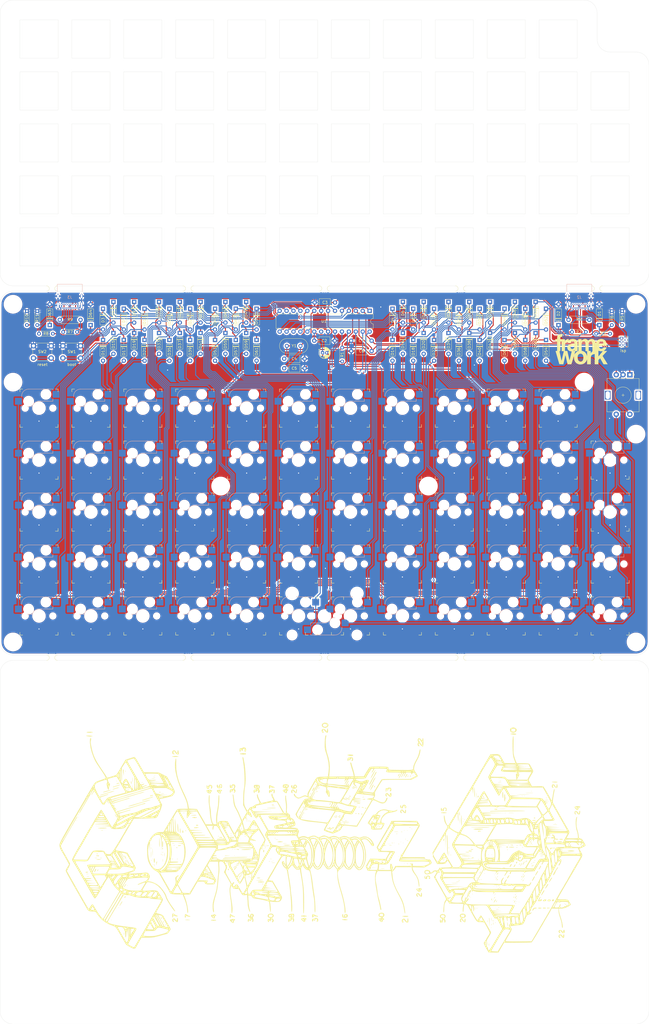
<source format=kicad_pcb>
(kicad_pcb (version 20171130) (host pcbnew "(5.1.5)-3")
  (layers (0 F.Cu signal) (31 B.Cu signal) (34 B.Paste user hide) (35 F.Paste user hide) (36 B.SilkS user) (37 F.SilkS user) (38 B.Mask user) (39 F.Mask user) (44 Edge.Cuts user))
  (net 0 "")
  (net 1 GND)
  (net 2 +5V)
  (net 3 "Net-(C4-Pad1)")
  (net 4 "Net-(C5-Pad1)")
  (net 5 /eb)
  (net 6 /ea)
  (net 7 "Net-(D1-Pad1)")
  (net 8 "Net-(D2-Pad1)")
  (net 9 "Net-(D3-Pad2)")
  (net 10 /r0)
  (net 11 "Net-(D4-Pad2)")
  (net 12 /r1)
  (net 13 "Net-(D5-Pad2)")
  (net 14 /r2)
  (net 15 "Net-(D6-Pad2)")
  (net 16 /r3)
  (net 17 "Net-(D7-Pad2)")
  (net 18 /r4)
  (net 19 "Net-(D8-Pad2)")
  (net 20 /r5)
  (net 21 "Net-(D9-Pad2)")
  (net 22 /r6)
  (net 23 "Net-(D10-Pad2)")
  (net 24 /r7)
  (net 25 "Net-(D11-Pad2)")
  (net 26 /r8)
  (net 27 "Net-(D12-Pad2)")
  (net 28 /r9)
  (net 29 "Net-(D13-Pad2)")
  (net 30 "Net-(D14-Pad2)")
  (net 31 "Net-(D15-Pad2)")
  (net 32 "Net-(D16-Pad2)")
  (net 33 "Net-(D17-Pad2)")
  (net 34 "Net-(D18-Pad2)")
  (net 35 "Net-(D19-Pad2)")
  (net 36 "Net-(D20-Pad2)")
  (net 37 "Net-(D21-Pad2)")
  (net 38 "Net-(D22-Pad2)")
  (net 39 "Net-(D23-Pad2)")
  (net 40 "Net-(D24-Pad2)")
  (net 41 "Net-(D25-Pad2)")
  (net 42 "Net-(D26-Pad2)")
  (net 43 "Net-(D27-Pad2)")
  (net 44 "Net-(D28-Pad2)")
  (net 45 "Net-(D29-Pad2)")
  (net 46 "Net-(D30-Pad2)")
  (net 47 "Net-(D31-Pad2)")
  (net 48 "Net-(D32-Pad2)")
  (net 49 "Net-(D33-Pad2)")
  (net 50 "Net-(D34-Pad2)")
  (net 51 "Net-(D35-Pad2)")
  (net 52 "Net-(D36-Pad2)")
  (net 53 "Net-(D37-Pad2)")
  (net 54 "Net-(D38-Pad2)")
  (net 55 "Net-(D39-Pad2)")
  (net 56 "Net-(D40-Pad2)")
  (net 57 "Net-(D41-Pad2)")
  (net 58 "Net-(D42-Pad2)")
  (net 59 "Net-(D43-Pad2)")
  (net 60 "Net-(D44-Pad2)")
  (net 61 "Net-(D45-Pad2)")
  (net 62 "Net-(D46-Pad2)")
  (net 63 "Net-(D47-Pad2)")
  (net 64 "Net-(D48-Pad2)")
  (net 65 "Net-(D49-Pad2)")
  (net 66 "Net-(D50-Pad2)")
  (net 67 "Net-(D51-Pad2)")
  (net 68 "Net-(D52-Pad2)")
  (net 69 "Net-(D53-Pad2)")
  (net 70 "Net-(D54-Pad2)")
  (net 71 "Net-(D55-Pad2)")
  (net 72 "Net-(D56-Pad2)")
  (net 73 "Net-(D57-Pad2)")
  (net 74 "Net-(D58-Pad2)")
  (net 75 "Net-(D59-Pad2)")
  (net 76 "Net-(D60-Pad2)")
  (net 77 "Net-(D61-Pad2)")
  (net 78 "Net-(D62-Pad2)")
  (net 79 /rst)
  (net 80 "Net-(J2-PadB5)")
  (net 81 "Net-(J2-PadB8)")
  (net 82 "Net-(J2-PadA8)")
  (net 83 "Net-(J2-PadA5)")
  (net 84 /d-)
  (net 85 /d+)
  (net 86 /c0)
  (net 87 /c1)
  (net 88 /c2)
  (net 89 /c3)
  (net 90 /c4)
  (net 91 /c5)
  (net 92 "Net-(U1-Pad21)")
  (net 93 "Net-(D63-Pad1)")
  (net 94 "Net-(D64-Pad1)")
  (net 95 "Net-(J3-PadB5)")
  (net 96 "Net-(J3-PadB8)")
  (net 97 "Net-(J3-PadA8)")
  (net 98 "Net-(J3-PadA5)")
  (module framework:Resonator-2Pin_W10.0mm_H5.0mm (layer F.Cu) (at 414.79 -3.77825)
    (fp_text reference Y1 (at 2.659 -0.03175 180) (layer F.SilkS))
    (fp_text value 16M)
    (pad 2 thru_hole circle (at 5 0) (size 1.5 1.5) (drill 0.8) (layers *.Cu *.Mask) (net 4 "Net-(C5-Pad1)"))
    (pad 1 thru_hole circle (at 0 0) (size 1.5 1.5) (drill 0.8) (layers *.Cu *.Mask) (net 3 "Net-(C4-Pad1)"))
  )
  (module framework:DIP-28_W7.62mm (layer F.Cu) (at 445.17475 -16.637 270)
    (fp_text reference U1 (at 3.81 16.764 180) (layer F.SilkS))
    (fp_text value ATmega328P-PU)
    (pad 28 thru_hole oval (at 7.62 0 270) (size 1.6 1.6) (drill 0.8) (layers *.Cu *.Mask) (net 91 /c5))
    (pad 14 thru_hole oval (at 0 33.02 270) (size 1.6 1.6) (drill 0.8) (layers *.Cu *.Mask) (net 10 /r0))
    (pad 27 thru_hole oval (at 7.62 2.54 270) (size 1.6 1.6) (drill 0.8) (layers *.Cu *.Mask) (net 90 /c4))
    (pad 13 thru_hole oval (at 0 30.48 270) (size 1.6 1.6) (drill 0.8) (layers *.Cu *.Mask) (net 14 /r2))
    (pad 26 thru_hole oval (at 7.62 5.08 270) (size 1.6 1.6) (drill 0.8) (layers *.Cu *.Mask) (net 89 /c3))
    (pad 12 thru_hole oval (at 0 27.94 270) (size 1.6 1.6) (drill 0.8) (layers *.Cu *.Mask) (net 18 /r4))
    (pad 25 thru_hole oval (at 7.62 7.62 270) (size 1.6 1.6) (drill 0.8) (layers *.Cu *.Mask) (net 88 /c2))
    (pad 11 thru_hole oval (at 0 25.4 270) (size 1.6 1.6) (drill 0.8) (layers *.Cu *.Mask) (net 22 /r6))
    (pad 24 thru_hole oval (at 7.62 10.16 270) (size 1.6 1.6) (drill 0.8) (layers *.Cu *.Mask) (net 87 /c1))
    (pad 10 thru_hole oval (at 0 22.86 270) (size 1.6 1.6) (drill 0.8) (layers *.Cu *.Mask) (net 3 "Net-(C4-Pad1)"))
    (pad 23 thru_hole oval (at 7.62 12.7 270) (size 1.6 1.6) (drill 0.8) (layers *.Cu *.Mask) (net 86 /c0))
    (pad 9 thru_hole oval (at 0 20.32 270) (size 1.6 1.6) (drill 0.8) (layers *.Cu *.Mask) (net 4 "Net-(C5-Pad1)"))
    (pad 22 thru_hole oval (at 7.62 15.24 270) (size 1.6 1.6) (drill 0.8) (layers *.Cu *.Mask) (net 1 GND))
    (pad 8 thru_hole oval (at 0 17.78 270) (size 1.6 1.6) (drill 0.8) (layers *.Cu *.Mask) (net 1 GND))
    (pad 21 thru_hole oval (at 7.62 17.78 270) (size 1.6 1.6) (drill 0.8) (layers *.Cu *.Mask) (net 92 "Net-(U1-Pad21)"))
    (pad 7 thru_hole oval (at 0 15.24 270) (size 1.6 1.6) (drill 0.8) (layers *.Cu *.Mask) (net 2 +5V))
    (pad 20 thru_hole oval (at 7.62 20.32 270) (size 1.6 1.6) (drill 0.8) (layers *.Cu *.Mask) (net 2 +5V))
    (pad 6 thru_hole oval (at 0 12.7 270) (size 1.6 1.6) (drill 0.8) (layers *.Cu *.Mask) (net 26 /r8))
    (pad 19 thru_hole oval (at 7.62 22.86 270) (size 1.6 1.6) (drill 0.8) (layers *.Cu *.Mask) (net 28 /r9))
    (pad 5 thru_hole oval (at 0 10.16 270) (size 1.6 1.6) (drill 0.8) (layers *.Cu *.Mask) (net 84 /d-))
    (pad 18 thru_hole oval (at 7.62 25.4 270) (size 1.6 1.6) (drill 0.8) (layers *.Cu *.Mask) (net 24 /r7))
    (pad 4 thru_hole oval (at 0 7.62 270) (size 1.6 1.6) (drill 0.8) (layers *.Cu *.Mask) (net 85 /d+))
    (pad 17 thru_hole oval (at 7.62 27.94 270) (size 1.6 1.6) (drill 0.8) (layers *.Cu *.Mask) (net 20 /r5))
    (pad 3 thru_hole oval (at 0 5.08 270) (size 1.6 1.6) (drill 0.8) (layers *.Cu *.Mask) (net 5 /eb))
    (pad 16 thru_hole oval (at 7.62 30.48 270) (size 1.6 1.6) (drill 0.8) (layers *.Cu *.Mask) (net 16 /r3))
    (pad 2 thru_hole oval (at 0 2.54 270) (size 1.6 1.6) (drill 0.8) (layers *.Cu *.Mask) (net 6 /ea))
    (pad 15 thru_hole oval (at 7.62 33.02 270) (size 1.6 1.6) (drill 0.8) (layers *.Cu *.Mask) (net 12 /r1))
    (pad 1 thru_hole rect (at 0 0 270) (size 1.6 1.6) (drill 0.8) (layers *.Cu *.Mask) (net 79 /rst))
  )
  (module framework:RotaryEncoder_Alps_EC11E-Switch_Vertical_H20mm (layer F.Cu) (at 538.1625 14.2875 270)
    (fp_text reference SW63 hide)
    (fp_text value Rotary_Encoder_Switch)
    (pad A thru_hole rect (at -7.5 -2.5 270) (size 2 2) (drill 1) (layers *.Cu *.Mask) (net 6 /ea))
    (pad C thru_hole circle (at -7.5 0 270) (size 2 2) (drill 1) (layers *.Cu *.Mask) (net 1 GND))
    (pad B thru_hole circle (at -7.5 2.5 270) (size 2 2) (drill 1) (layers *.Cu *.Mask) (net 5 /eb))
    (pad MP thru_hole rect (at 0 -5.6 270) (size 3.2 2) (drill oval 2.8 1.5) (layers *.Cu *.Mask))
    (pad MP thru_hole rect (at 0 5.6 270) (size 3.2 2) (drill oval 2.8 1.5) (layers *.Cu *.Mask))
    (pad S2 thru_hole circle (at 7 -2.5 270) (size 2 2) (drill 1) (layers *.Cu *.Mask) (net 70 "Net-(D54-Pad2)"))
    (pad S1 thru_hole circle (at 7 2.5 270) (size 2 2) (drill 1) (layers *.Cu *.Mask) (net 91 /c5))
  )
  (module framework:Kailh_socket_MX (layer F.Cu) (at 428.625 95.25 180)
    (fp_text reference SW62 hide)
    (fp_text value SW_Push_45deg)
    (pad 2 smd rect (at -7.56 -2.54 180) (size 2.55 2.5) (layers B.Cu B.Paste B.Mask) (net 91 /c5))
    (pad "" np_thru_hole circle (at -5.08 0 180) (size 1.7018 1.7018) (drill 1.7018) (layers *.Cu *.Mask))
    (pad "" np_thru_hole circle (at 5.08 0 180) (size 1.7018 1.7018) (drill 1.7018) (layers *.Cu *.Mask))
    (pad "" np_thru_hole circle (at 0 0 180) (size 3.9878 3.9878) (drill 3.9878) (layers *.Cu *.Mask))
    (pad "" np_thru_hole circle (at -3.81 -2.54 180) (size 3 3) (drill 3) (layers *.Cu *.Mask))
    (pad "" np_thru_hole circle (at 2.54 -5.08 180) (size 3 3) (drill 3) (layers *.Cu *.Mask))
    (pad 1 smd rect (at 6.29 -5.08 180) (size 2.55 2.5) (layers B.Cu B.Paste B.Mask) (net 77 "Net-(D61-Pad2)"))
  )
  (module framework:Kailh_socket_MX (layer F.Cu) (at 533.4 95.25)
    (fp_text reference SW61 hide)
    (fp_text value SW_Push_45deg)
    (pad 2 smd rect (at -7.56 -2.54) (size 2.55 2.5) (layers B.Cu B.Paste B.Mask) (net 91 /c5))
    (pad "" np_thru_hole circle (at -5.08 0) (size 1.7018 1.7018) (drill 1.7018) (layers *.Cu *.Mask))
    (pad "" np_thru_hole circle (at 5.08 0) (size 1.7018 1.7018) (drill 1.7018) (layers *.Cu *.Mask))
    (pad "" np_thru_hole circle (at 0 0) (size 3.9878 3.9878) (drill 3.9878) (layers *.Cu *.Mask))
    (pad "" np_thru_hole circle (at -3.81 -2.54) (size 3 3) (drill 3) (layers *.Cu *.Mask))
    (pad "" np_thru_hole circle (at 2.54 -5.08) (size 3 3) (drill 3) (layers *.Cu *.Mask))
    (pad 1 smd rect (at 6.29 -5.08) (size 2.55 2.5) (layers B.Cu B.Paste B.Mask) (net 78 "Net-(D62-Pad2)"))
  )
  (module framework:Kailh_socket_MX (layer F.Cu) (at 419.1 95.25)
    (fp_text reference SW60 hide)
    (fp_text value SW_Push_45deg)
    (pad 2 smd rect (at -7.56 -2.54) (size 2.55 2.5) (layers B.Cu B.Paste B.Mask) (net 91 /c5))
    (pad "" np_thru_hole circle (at -5.08 0) (size 1.7018 1.7018) (drill 1.7018) (layers *.Cu *.Mask))
    (pad "" np_thru_hole circle (at 5.08 0) (size 1.7018 1.7018) (drill 1.7018) (layers *.Cu *.Mask))
    (pad "" np_thru_hole circle (at 0 0) (size 3.9878 3.9878) (drill 3.9878) (layers *.Cu *.Mask))
    (pad "" np_thru_hole circle (at -3.81 -2.54) (size 3 3) (drill 3) (layers *.Cu *.Mask))
    (pad "" np_thru_hole circle (at 2.54 -5.08) (size 3 3) (drill 3) (layers *.Cu *.Mask))
    (pad 1 smd rect (at 6.29 -5.08) (size 2.55 2.5) (layers B.Cu B.Paste B.Mask) (net 77 "Net-(D61-Pad2)"))
  )
  (module framework:Kailh_socket_MX (layer F.Cu) (at 533.4 76.2)
    (fp_text reference SW59 hide)
    (fp_text value SW_Push_45deg)
    (pad 2 smd rect (at -7.56 -2.54) (size 2.55 2.5) (layers B.Cu B.Paste B.Mask) (net 91 /c5))
    (pad "" np_thru_hole circle (at -5.08 0) (size 1.7018 1.7018) (drill 1.7018) (layers *.Cu *.Mask))
    (pad "" np_thru_hole circle (at 5.08 0) (size 1.7018 1.7018) (drill 1.7018) (layers *.Cu *.Mask))
    (pad "" np_thru_hole circle (at 0 0) (size 3.9878 3.9878) (drill 3.9878) (layers *.Cu *.Mask))
    (pad "" np_thru_hole circle (at -3.81 -2.54) (size 3 3) (drill 3) (layers *.Cu *.Mask))
    (pad "" np_thru_hole circle (at 2.54 -5.08) (size 3 3) (drill 3) (layers *.Cu *.Mask))
    (pad 1 smd rect (at 6.29 -5.08) (size 2.55 2.5) (layers B.Cu B.Paste B.Mask) (net 76 "Net-(D60-Pad2)"))
  )
  (module framework:Kailh_socket_MX (layer F.Cu) (at 419.1 76.2)
    (fp_text reference SW58 hide)
    (fp_text value SW_Push_45deg)
    (pad 2 smd rect (at -7.56 -2.54) (size 2.55 2.5) (layers B.Cu B.Paste B.Mask) (net 91 /c5))
    (pad "" np_thru_hole circle (at -5.08 0) (size 1.7018 1.7018) (drill 1.7018) (layers *.Cu *.Mask))
    (pad "" np_thru_hole circle (at 5.08 0) (size 1.7018 1.7018) (drill 1.7018) (layers *.Cu *.Mask))
    (pad "" np_thru_hole circle (at 0 0) (size 3.9878 3.9878) (drill 3.9878) (layers *.Cu *.Mask))
    (pad "" np_thru_hole circle (at -3.81 -2.54) (size 3 3) (drill 3) (layers *.Cu *.Mask))
    (pad "" np_thru_hole circle (at 2.54 -5.08) (size 3 3) (drill 3) (layers *.Cu *.Mask))
    (pad 1 smd rect (at 6.29 -5.08) (size 2.55 2.5) (layers B.Cu B.Paste B.Mask) (net 75 "Net-(D59-Pad2)"))
  )
  (module framework:Kailh_socket_MX (layer F.Cu) (at 533.4 57.15)
    (fp_text reference SW57 hide)
    (fp_text value SW_Push_45deg)
    (pad 2 smd rect (at -7.56 -2.54) (size 2.55 2.5) (layers B.Cu B.Paste B.Mask) (net 91 /c5))
    (pad "" np_thru_hole circle (at -5.08 0) (size 1.7018 1.7018) (drill 1.7018) (layers *.Cu *.Mask))
    (pad "" np_thru_hole circle (at 5.08 0) (size 1.7018 1.7018) (drill 1.7018) (layers *.Cu *.Mask))
    (pad "" np_thru_hole circle (at 0 0) (size 3.9878 3.9878) (drill 3.9878) (layers *.Cu *.Mask))
    (pad "" np_thru_hole circle (at -3.81 -2.54) (size 3 3) (drill 3) (layers *.Cu *.Mask))
    (pad "" np_thru_hole circle (at 2.54 -5.08) (size 3 3) (drill 3) (layers *.Cu *.Mask))
    (pad 1 smd rect (at 6.29 -5.08) (size 2.55 2.5) (layers B.Cu B.Paste B.Mask) (net 74 "Net-(D58-Pad2)"))
  )
  (module framework:Kailh_socket_MX (layer F.Cu) (at 419.1 57.15)
    (fp_text reference SW56 hide)
    (fp_text value SW_Push_45deg)
    (pad 2 smd rect (at -7.56 -2.54) (size 2.55 2.5) (layers B.Cu B.Paste B.Mask) (net 91 /c5))
    (pad "" np_thru_hole circle (at -5.08 0) (size 1.7018 1.7018) (drill 1.7018) (layers *.Cu *.Mask))
    (pad "" np_thru_hole circle (at 5.08 0) (size 1.7018 1.7018) (drill 1.7018) (layers *.Cu *.Mask))
    (pad "" np_thru_hole circle (at 0 0) (size 3.9878 3.9878) (drill 3.9878) (layers *.Cu *.Mask))
    (pad "" np_thru_hole circle (at -3.81 -2.54) (size 3 3) (drill 3) (layers *.Cu *.Mask))
    (pad "" np_thru_hole circle (at 2.54 -5.08) (size 3 3) (drill 3) (layers *.Cu *.Mask))
    (pad 1 smd rect (at 6.29 -5.08) (size 2.55 2.5) (layers B.Cu B.Paste B.Mask) (net 73 "Net-(D57-Pad2)"))
  )
  (module framework:Kailh_socket_MX (layer F.Cu) (at 533.4 38.1)
    (fp_text reference SW55 hide)
    (fp_text value SW_Push_45deg)
    (pad 2 smd rect (at -7.56 -2.54) (size 2.55 2.5) (layers B.Cu B.Paste B.Mask) (net 91 /c5))
    (pad "" np_thru_hole circle (at -5.08 0) (size 1.7018 1.7018) (drill 1.7018) (layers *.Cu *.Mask))
    (pad "" np_thru_hole circle (at 5.08 0) (size 1.7018 1.7018) (drill 1.7018) (layers *.Cu *.Mask))
    (pad "" np_thru_hole circle (at 0 0) (size 3.9878 3.9878) (drill 3.9878) (layers *.Cu *.Mask))
    (pad "" np_thru_hole circle (at -3.81 -2.54) (size 3 3) (drill 3) (layers *.Cu *.Mask))
    (pad "" np_thru_hole circle (at 2.54 -5.08) (size 3 3) (drill 3) (layers *.Cu *.Mask))
    (pad 1 smd rect (at 6.29 -5.08) (size 2.55 2.5) (layers B.Cu B.Paste B.Mask) (net 72 "Net-(D56-Pad2)"))
  )
  (module framework:Kailh_socket_MX (layer F.Cu) (at 419.1 38.1)
    (fp_text reference SW54 hide)
    (fp_text value SW_Push_45deg)
    (pad 2 smd rect (at -7.56 -2.54) (size 2.55 2.5) (layers B.Cu B.Paste B.Mask) (net 91 /c5))
    (pad "" np_thru_hole circle (at -5.08 0) (size 1.7018 1.7018) (drill 1.7018) (layers *.Cu *.Mask))
    (pad "" np_thru_hole circle (at 5.08 0) (size 1.7018 1.7018) (drill 1.7018) (layers *.Cu *.Mask))
    (pad "" np_thru_hole circle (at 0 0) (size 3.9878 3.9878) (drill 3.9878) (layers *.Cu *.Mask))
    (pad "" np_thru_hole circle (at -3.81 -2.54) (size 3 3) (drill 3) (layers *.Cu *.Mask))
    (pad "" np_thru_hole circle (at 2.54 -5.08) (size 3 3) (drill 3) (layers *.Cu *.Mask))
    (pad 1 smd rect (at 6.29 -5.08) (size 2.55 2.5) (layers B.Cu B.Paste B.Mask) (net 71 "Net-(D55-Pad2)"))
  )
  (module framework:Kailh_socket_MX (layer F.Cu) (at 419.1 19.05)
    (fp_text reference SW53 hide)
    (fp_text value SW_Push_45deg)
    (pad 2 smd rect (at -7.56 -2.54) (size 2.55 2.5) (layers B.Cu B.Paste B.Mask) (net 91 /c5))
    (pad "" np_thru_hole circle (at -5.08 0) (size 1.7018 1.7018) (drill 1.7018) (layers *.Cu *.Mask))
    (pad "" np_thru_hole circle (at 5.08 0) (size 1.7018 1.7018) (drill 1.7018) (layers *.Cu *.Mask))
    (pad "" np_thru_hole circle (at 0 0) (size 3.9878 3.9878) (drill 3.9878) (layers *.Cu *.Mask))
    (pad "" np_thru_hole circle (at -3.81 -2.54) (size 3 3) (drill 3) (layers *.Cu *.Mask))
    (pad "" np_thru_hole circle (at 2.54 -5.08) (size 3 3) (drill 3) (layers *.Cu *.Mask))
    (pad 1 smd rect (at 6.29 -5.08) (size 2.55 2.5) (layers B.Cu B.Paste B.Mask) (net 69 "Net-(D53-Pad2)"))
  )
  (module framework:Kailh_socket_MX (layer F.Cu) (at 514.35 95.25)
    (fp_text reference SW52 hide)
    (fp_text value SW_Push_45deg)
    (pad 2 smd rect (at -7.56 -2.54) (size 2.55 2.5) (layers B.Cu B.Paste B.Mask) (net 90 /c4))
    (pad "" np_thru_hole circle (at -5.08 0) (size 1.7018 1.7018) (drill 1.7018) (layers *.Cu *.Mask))
    (pad "" np_thru_hole circle (at 5.08 0) (size 1.7018 1.7018) (drill 1.7018) (layers *.Cu *.Mask))
    (pad "" np_thru_hole circle (at 0 0) (size 3.9878 3.9878) (drill 3.9878) (layers *.Cu *.Mask))
    (pad "" np_thru_hole circle (at -3.81 -2.54) (size 3 3) (drill 3) (layers *.Cu *.Mask))
    (pad "" np_thru_hole circle (at 2.54 -5.08) (size 3 3) (drill 3) (layers *.Cu *.Mask))
    (pad 1 smd rect (at 6.29 -5.08) (size 2.55 2.5) (layers B.Cu B.Paste B.Mask) (net 68 "Net-(D52-Pad2)"))
  )
  (module framework:Kailh_socket_MX (layer F.Cu) (at 400.05 95.25)
    (fp_text reference SW51 hide)
    (fp_text value SW_Push_45deg)
    (pad 2 smd rect (at -7.56 -2.54) (size 2.55 2.5) (layers B.Cu B.Paste B.Mask) (net 90 /c4))
    (pad "" np_thru_hole circle (at -5.08 0) (size 1.7018 1.7018) (drill 1.7018) (layers *.Cu *.Mask))
    (pad "" np_thru_hole circle (at 5.08 0) (size 1.7018 1.7018) (drill 1.7018) (layers *.Cu *.Mask))
    (pad "" np_thru_hole circle (at 0 0) (size 3.9878 3.9878) (drill 3.9878) (layers *.Cu *.Mask))
    (pad "" np_thru_hole circle (at -3.81 -2.54) (size 3 3) (drill 3) (layers *.Cu *.Mask))
    (pad "" np_thru_hole circle (at 2.54 -5.08) (size 3 3) (drill 3) (layers *.Cu *.Mask))
    (pad 1 smd rect (at 6.29 -5.08) (size 2.55 2.5) (layers B.Cu B.Paste B.Mask) (net 67 "Net-(D51-Pad2)"))
  )
  (module framework:Kailh_socket_MX (layer F.Cu) (at 514.35 76.2)
    (fp_text reference SW50 hide)
    (fp_text value SW_Push_45deg)
    (pad 2 smd rect (at -7.56 -2.54) (size 2.55 2.5) (layers B.Cu B.Paste B.Mask) (net 90 /c4))
    (pad "" np_thru_hole circle (at -5.08 0) (size 1.7018 1.7018) (drill 1.7018) (layers *.Cu *.Mask))
    (pad "" np_thru_hole circle (at 5.08 0) (size 1.7018 1.7018) (drill 1.7018) (layers *.Cu *.Mask))
    (pad "" np_thru_hole circle (at 0 0) (size 3.9878 3.9878) (drill 3.9878) (layers *.Cu *.Mask))
    (pad "" np_thru_hole circle (at -3.81 -2.54) (size 3 3) (drill 3) (layers *.Cu *.Mask))
    (pad "" np_thru_hole circle (at 2.54 -5.08) (size 3 3) (drill 3) (layers *.Cu *.Mask))
    (pad 1 smd rect (at 6.29 -5.08) (size 2.55 2.5) (layers B.Cu B.Paste B.Mask) (net 66 "Net-(D50-Pad2)"))
  )
  (module framework:Kailh_socket_MX (layer F.Cu) (at 400.05 76.2)
    (fp_text reference SW49 hide)
    (fp_text value SW_Push_45deg)
    (pad 2 smd rect (at -7.56 -2.54) (size 2.55 2.5) (layers B.Cu B.Paste B.Mask) (net 90 /c4))
    (pad "" np_thru_hole circle (at -5.08 0) (size 1.7018 1.7018) (drill 1.7018) (layers *.Cu *.Mask))
    (pad "" np_thru_hole circle (at 5.08 0) (size 1.7018 1.7018) (drill 1.7018) (layers *.Cu *.Mask))
    (pad "" np_thru_hole circle (at 0 0) (size 3.9878 3.9878) (drill 3.9878) (layers *.Cu *.Mask))
    (pad "" np_thru_hole circle (at -3.81 -2.54) (size 3 3) (drill 3) (layers *.Cu *.Mask))
    (pad "" np_thru_hole circle (at 2.54 -5.08) (size 3 3) (drill 3) (layers *.Cu *.Mask))
    (pad 1 smd rect (at 6.29 -5.08) (size 2.55 2.5) (layers B.Cu B.Paste B.Mask) (net 65 "Net-(D49-Pad2)"))
  )
  (module framework:Kailh_socket_MX (layer F.Cu) (at 514.35 57.15)
    (fp_text reference SW48 hide)
    (fp_text value SW_Push_45deg)
    (pad 2 smd rect (at -7.56 -2.54) (size 2.55 2.5) (layers B.Cu B.Paste B.Mask) (net 90 /c4))
    (pad "" np_thru_hole circle (at -5.08 0) (size 1.7018 1.7018) (drill 1.7018) (layers *.Cu *.Mask))
    (pad "" np_thru_hole circle (at 5.08 0) (size 1.7018 1.7018) (drill 1.7018) (layers *.Cu *.Mask))
    (pad "" np_thru_hole circle (at 0 0) (size 3.9878 3.9878) (drill 3.9878) (layers *.Cu *.Mask))
    (pad "" np_thru_hole circle (at -3.81 -2.54) (size 3 3) (drill 3) (layers *.Cu *.Mask))
    (pad "" np_thru_hole circle (at 2.54 -5.08) (size 3 3) (drill 3) (layers *.Cu *.Mask))
    (pad 1 smd rect (at 6.29 -5.08) (size 2.55 2.5) (layers B.Cu B.Paste B.Mask) (net 64 "Net-(D48-Pad2)"))
  )
  (module framework:Kailh_socket_MX (layer F.Cu) (at 400.05 57.15)
    (fp_text reference SW47 hide)
    (fp_text value SW_Push_45deg)
    (pad 2 smd rect (at -7.56 -2.54) (size 2.55 2.5) (layers B.Cu B.Paste B.Mask) (net 90 /c4))
    (pad "" np_thru_hole circle (at -5.08 0) (size 1.7018 1.7018) (drill 1.7018) (layers *.Cu *.Mask))
    (pad "" np_thru_hole circle (at 5.08 0) (size 1.7018 1.7018) (drill 1.7018) (layers *.Cu *.Mask))
    (pad "" np_thru_hole circle (at 0 0) (size 3.9878 3.9878) (drill 3.9878) (layers *.Cu *.Mask))
    (pad "" np_thru_hole circle (at -3.81 -2.54) (size 3 3) (drill 3) (layers *.Cu *.Mask))
    (pad "" np_thru_hole circle (at 2.54 -5.08) (size 3 3) (drill 3) (layers *.Cu *.Mask))
    (pad 1 smd rect (at 6.29 -5.08) (size 2.55 2.5) (layers B.Cu B.Paste B.Mask) (net 63 "Net-(D47-Pad2)"))
  )
  (module framework:Kailh_socket_MX (layer F.Cu) (at 514.35 38.1)
    (fp_text reference SW46 hide)
    (fp_text value SW_Push_45deg)
    (pad 2 smd rect (at -7.56 -2.54) (size 2.55 2.5) (layers B.Cu B.Paste B.Mask) (net 90 /c4))
    (pad "" np_thru_hole circle (at -5.08 0) (size 1.7018 1.7018) (drill 1.7018) (layers *.Cu *.Mask))
    (pad "" np_thru_hole circle (at 5.08 0) (size 1.7018 1.7018) (drill 1.7018) (layers *.Cu *.Mask))
    (pad "" np_thru_hole circle (at 0 0) (size 3.9878 3.9878) (drill 3.9878) (layers *.Cu *.Mask))
    (pad "" np_thru_hole circle (at -3.81 -2.54) (size 3 3) (drill 3) (layers *.Cu *.Mask))
    (pad "" np_thru_hole circle (at 2.54 -5.08) (size 3 3) (drill 3) (layers *.Cu *.Mask))
    (pad 1 smd rect (at 6.29 -5.08) (size 2.55 2.5) (layers B.Cu B.Paste B.Mask) (net 62 "Net-(D46-Pad2)"))
  )
  (module framework:Kailh_socket_MX (layer F.Cu) (at 400.05 38.1)
    (fp_text reference SW45 hide)
    (fp_text value SW_Push_45deg)
    (pad 2 smd rect (at -7.56 -2.54) (size 2.55 2.5) (layers B.Cu B.Paste B.Mask) (net 90 /c4))
    (pad "" np_thru_hole circle (at -5.08 0) (size 1.7018 1.7018) (drill 1.7018) (layers *.Cu *.Mask))
    (pad "" np_thru_hole circle (at 5.08 0) (size 1.7018 1.7018) (drill 1.7018) (layers *.Cu *.Mask))
    (pad "" np_thru_hole circle (at 0 0) (size 3.9878 3.9878) (drill 3.9878) (layers *.Cu *.Mask))
    (pad "" np_thru_hole circle (at -3.81 -2.54) (size 3 3) (drill 3) (layers *.Cu *.Mask))
    (pad "" np_thru_hole circle (at 2.54 -5.08) (size 3 3) (drill 3) (layers *.Cu *.Mask))
    (pad 1 smd rect (at 6.29 -5.08) (size 2.55 2.5) (layers B.Cu B.Paste B.Mask) (net 61 "Net-(D45-Pad2)"))
  )
  (module framework:Kailh_socket_MX (layer F.Cu) (at 514.35 19.05)
    (fp_text reference SW44 hide)
    (fp_text value SW_Push_45deg)
    (pad 2 smd rect (at -7.56 -2.54) (size 2.55 2.5) (layers B.Cu B.Paste B.Mask) (net 90 /c4))
    (pad "" np_thru_hole circle (at -5.08 0) (size 1.7018 1.7018) (drill 1.7018) (layers *.Cu *.Mask))
    (pad "" np_thru_hole circle (at 5.08 0) (size 1.7018 1.7018) (drill 1.7018) (layers *.Cu *.Mask))
    (pad "" np_thru_hole circle (at 0 0) (size 3.9878 3.9878) (drill 3.9878) (layers *.Cu *.Mask))
    (pad "" np_thru_hole circle (at -3.81 -2.54) (size 3 3) (drill 3) (layers *.Cu *.Mask))
    (pad "" np_thru_hole circle (at 2.54 -5.08) (size 3 3) (drill 3) (layers *.Cu *.Mask))
    (pad 1 smd rect (at 6.29 -5.08) (size 2.55 2.5) (layers B.Cu B.Paste B.Mask) (net 60 "Net-(D44-Pad2)"))
  )
  (module framework:Kailh_socket_MX (layer F.Cu) (at 400.05 19.05)
    (fp_text reference SW43 hide)
    (fp_text value SW_Push_45deg)
    (pad 2 smd rect (at -7.56 -2.54) (size 2.55 2.5) (layers B.Cu B.Paste B.Mask) (net 90 /c4))
    (pad "" np_thru_hole circle (at -5.08 0) (size 1.7018 1.7018) (drill 1.7018) (layers *.Cu *.Mask))
    (pad "" np_thru_hole circle (at 5.08 0) (size 1.7018 1.7018) (drill 1.7018) (layers *.Cu *.Mask))
    (pad "" np_thru_hole circle (at 0 0) (size 3.9878 3.9878) (drill 3.9878) (layers *.Cu *.Mask))
    (pad "" np_thru_hole circle (at -3.81 -2.54) (size 3 3) (drill 3) (layers *.Cu *.Mask))
    (pad "" np_thru_hole circle (at 2.54 -5.08) (size 3 3) (drill 3) (layers *.Cu *.Mask))
    (pad 1 smd rect (at 6.29 -5.08) (size 2.55 2.5) (layers B.Cu B.Paste B.Mask) (net 59 "Net-(D43-Pad2)"))
  )
  (module framework:Kailh_socket_MX (layer F.Cu) (at 495.3 95.25)
    (fp_text reference SW42 hide)
    (fp_text value SW_Push_45deg)
    (pad 2 smd rect (at -7.56 -2.54) (size 2.55 2.5) (layers B.Cu B.Paste B.Mask) (net 89 /c3))
    (pad "" np_thru_hole circle (at -5.08 0) (size 1.7018 1.7018) (drill 1.7018) (layers *.Cu *.Mask))
    (pad "" np_thru_hole circle (at 5.08 0) (size 1.7018 1.7018) (drill 1.7018) (layers *.Cu *.Mask))
    (pad "" np_thru_hole circle (at 0 0) (size 3.9878 3.9878) (drill 3.9878) (layers *.Cu *.Mask))
    (pad "" np_thru_hole circle (at -3.81 -2.54) (size 3 3) (drill 3) (layers *.Cu *.Mask))
    (pad "" np_thru_hole circle (at 2.54 -5.08) (size 3 3) (drill 3) (layers *.Cu *.Mask))
    (pad 1 smd rect (at 6.29 -5.08) (size 2.55 2.5) (layers B.Cu B.Paste B.Mask) (net 58 "Net-(D42-Pad2)"))
  )
  (module framework:Kailh_socket_MX (layer F.Cu) (at 381 95.25)
    (fp_text reference SW41 hide)
    (fp_text value SW_Push_45deg)
    (pad 2 smd rect (at -7.56 -2.54) (size 2.55 2.5) (layers B.Cu B.Paste B.Mask) (net 89 /c3))
    (pad "" np_thru_hole circle (at -5.08 0) (size 1.7018 1.7018) (drill 1.7018) (layers *.Cu *.Mask))
    (pad "" np_thru_hole circle (at 5.08 0) (size 1.7018 1.7018) (drill 1.7018) (layers *.Cu *.Mask))
    (pad "" np_thru_hole circle (at 0 0) (size 3.9878 3.9878) (drill 3.9878) (layers *.Cu *.Mask))
    (pad "" np_thru_hole circle (at -3.81 -2.54) (size 3 3) (drill 3) (layers *.Cu *.Mask))
    (pad "" np_thru_hole circle (at 2.54 -5.08) (size 3 3) (drill 3) (layers *.Cu *.Mask))
    (pad 1 smd rect (at 6.29 -5.08) (size 2.55 2.5) (layers B.Cu B.Paste B.Mask) (net 57 "Net-(D41-Pad2)"))
  )
  (module framework:Kailh_socket_MX (layer F.Cu) (at 495.3 76.2)
    (fp_text reference SW40 hide)
    (fp_text value SW_Push_45deg)
    (pad 2 smd rect (at -7.56 -2.54) (size 2.55 2.5) (layers B.Cu B.Paste B.Mask) (net 89 /c3))
    (pad "" np_thru_hole circle (at -5.08 0) (size 1.7018 1.7018) (drill 1.7018) (layers *.Cu *.Mask))
    (pad "" np_thru_hole circle (at 5.08 0) (size 1.7018 1.7018) (drill 1.7018) (layers *.Cu *.Mask))
    (pad "" np_thru_hole circle (at 0 0) (size 3.9878 3.9878) (drill 3.9878) (layers *.Cu *.Mask))
    (pad "" np_thru_hole circle (at -3.81 -2.54) (size 3 3) (drill 3) (layers *.Cu *.Mask))
    (pad "" np_thru_hole circle (at 2.54 -5.08) (size 3 3) (drill 3) (layers *.Cu *.Mask))
    (pad 1 smd rect (at 6.29 -5.08) (size 2.55 2.5) (layers B.Cu B.Paste B.Mask) (net 56 "Net-(D40-Pad2)"))
  )
  (module framework:Kailh_socket_MX (layer F.Cu) (at 381 76.2)
    (fp_text reference SW39 hide)
    (fp_text value SW_Push_45deg)
    (pad 2 smd rect (at -7.56 -2.54) (size 2.55 2.5) (layers B.Cu B.Paste B.Mask) (net 89 /c3))
    (pad "" np_thru_hole circle (at -5.08 0) (size 1.7018 1.7018) (drill 1.7018) (layers *.Cu *.Mask))
    (pad "" np_thru_hole circle (at 5.08 0) (size 1.7018 1.7018) (drill 1.7018) (layers *.Cu *.Mask))
    (pad "" np_thru_hole circle (at 0 0) (size 3.9878 3.9878) (drill 3.9878) (layers *.Cu *.Mask))
    (pad "" np_thru_hole circle (at -3.81 -2.54) (size 3 3) (drill 3) (layers *.Cu *.Mask))
    (pad "" np_thru_hole circle (at 2.54 -5.08) (size 3 3) (drill 3) (layers *.Cu *.Mask))
    (pad 1 smd rect (at 6.29 -5.08) (size 2.55 2.5) (layers B.Cu B.Paste B.Mask) (net 55 "Net-(D39-Pad2)"))
  )
  (module framework:Kailh_socket_MX (layer F.Cu) (at 495.3 57.15)
    (fp_text reference SW38 hide)
    (fp_text value SW_Push_45deg)
    (pad 2 smd rect (at -7.56 -2.54) (size 2.55 2.5) (layers B.Cu B.Paste B.Mask) (net 89 /c3))
    (pad "" np_thru_hole circle (at -5.08 0) (size 1.7018 1.7018) (drill 1.7018) (layers *.Cu *.Mask))
    (pad "" np_thru_hole circle (at 5.08 0) (size 1.7018 1.7018) (drill 1.7018) (layers *.Cu *.Mask))
    (pad "" np_thru_hole circle (at 0 0) (size 3.9878 3.9878) (drill 3.9878) (layers *.Cu *.Mask))
    (pad "" np_thru_hole circle (at -3.81 -2.54) (size 3 3) (drill 3) (layers *.Cu *.Mask))
    (pad "" np_thru_hole circle (at 2.54 -5.08) (size 3 3) (drill 3) (layers *.Cu *.Mask))
    (pad 1 smd rect (at 6.29 -5.08) (size 2.55 2.5) (layers B.Cu B.Paste B.Mask) (net 54 "Net-(D38-Pad2)"))
  )
  (module framework:Kailh_socket_MX (layer F.Cu) (at 381 57.15)
    (fp_text reference SW37 hide)
    (fp_text value SW_Push_45deg)
    (pad 2 smd rect (at -7.56 -2.54) (size 2.55 2.5) (layers B.Cu B.Paste B.Mask) (net 89 /c3))
    (pad "" np_thru_hole circle (at -5.08 0) (size 1.7018 1.7018) (drill 1.7018) (layers *.Cu *.Mask))
    (pad "" np_thru_hole circle (at 5.08 0) (size 1.7018 1.7018) (drill 1.7018) (layers *.Cu *.Mask))
    (pad "" np_thru_hole circle (at 0 0) (size 3.9878 3.9878) (drill 3.9878) (layers *.Cu *.Mask))
    (pad "" np_thru_hole circle (at -3.81 -2.54) (size 3 3) (drill 3) (layers *.Cu *.Mask))
    (pad "" np_thru_hole circle (at 2.54 -5.08) (size 3 3) (drill 3) (layers *.Cu *.Mask))
    (pad 1 smd rect (at 6.29 -5.08) (size 2.55 2.5) (layers B.Cu B.Paste B.Mask) (net 53 "Net-(D37-Pad2)"))
  )
  (module framework:Kailh_socket_MX (layer F.Cu) (at 495.3 38.1)
    (fp_text reference SW36 hide)
    (fp_text value SW_Push_45deg)
    (pad 2 smd rect (at -7.56 -2.54) (size 2.55 2.5) (layers B.Cu B.Paste B.Mask) (net 89 /c3))
    (pad "" np_thru_hole circle (at -5.08 0) (size 1.7018 1.7018) (drill 1.7018) (layers *.Cu *.Mask))
    (pad "" np_thru_hole circle (at 5.08 0) (size 1.7018 1.7018) (drill 1.7018) (layers *.Cu *.Mask))
    (pad "" np_thru_hole circle (at 0 0) (size 3.9878 3.9878) (drill 3.9878) (layers *.Cu *.Mask))
    (pad "" np_thru_hole circle (at -3.81 -2.54) (size 3 3) (drill 3) (layers *.Cu *.Mask))
    (pad "" np_thru_hole circle (at 2.54 -5.08) (size 3 3) (drill 3) (layers *.Cu *.Mask))
    (pad 1 smd rect (at 6.29 -5.08) (size 2.55 2.5) (layers B.Cu B.Paste B.Mask) (net 52 "Net-(D36-Pad2)"))
  )
  (module framework:Kailh_socket_MX (layer F.Cu) (at 381 38.1)
    (fp_text reference SW35 hide)
    (fp_text value SW_Push_45deg)
    (pad 2 smd rect (at -7.56 -2.54) (size 2.55 2.5) (layers B.Cu B.Paste B.Mask) (net 89 /c3))
    (pad "" np_thru_hole circle (at -5.08 0) (size 1.7018 1.7018) (drill 1.7018) (layers *.Cu *.Mask))
    (pad "" np_thru_hole circle (at 5.08 0) (size 1.7018 1.7018) (drill 1.7018) (layers *.Cu *.Mask))
    (pad "" np_thru_hole circle (at 0 0) (size 3.9878 3.9878) (drill 3.9878) (layers *.Cu *.Mask))
    (pad "" np_thru_hole circle (at -3.81 -2.54) (size 3 3) (drill 3) (layers *.Cu *.Mask))
    (pad "" np_thru_hole circle (at 2.54 -5.08) (size 3 3) (drill 3) (layers *.Cu *.Mask))
    (pad 1 smd rect (at 6.29 -5.08) (size 2.55 2.5) (layers B.Cu B.Paste B.Mask) (net 51 "Net-(D35-Pad2)"))
  )
  (module framework:Kailh_socket_MX (layer F.Cu) (at 495.3 19.05)
    (fp_text reference SW34 hide)
    (fp_text value SW_Push_45deg)
    (pad 2 smd rect (at -7.56 -2.54) (size 2.55 2.5) (layers B.Cu B.Paste B.Mask) (net 89 /c3))
    (pad "" np_thru_hole circle (at -5.08 0) (size 1.7018 1.7018) (drill 1.7018) (layers *.Cu *.Mask))
    (pad "" np_thru_hole circle (at 5.08 0) (size 1.7018 1.7018) (drill 1.7018) (layers *.Cu *.Mask))
    (pad "" np_thru_hole circle (at 0 0) (size 3.9878 3.9878) (drill 3.9878) (layers *.Cu *.Mask))
    (pad "" np_thru_hole circle (at -3.81 -2.54) (size 3 3) (drill 3) (layers *.Cu *.Mask))
    (pad "" np_thru_hole circle (at 2.54 -5.08) (size 3 3) (drill 3) (layers *.Cu *.Mask))
    (pad 1 smd rect (at 6.29 -5.08) (size 2.55 2.5) (layers B.Cu B.Paste B.Mask) (net 50 "Net-(D34-Pad2)"))
  )
  (module framework:Kailh_socket_MX (layer F.Cu) (at 381 19.05)
    (fp_text reference SW33 hide)
    (fp_text value SW_Push_45deg)
    (pad 2 smd rect (at -7.56 -2.54) (size 2.55 2.5) (layers B.Cu B.Paste B.Mask) (net 89 /c3))
    (pad "" np_thru_hole circle (at -5.08 0) (size 1.7018 1.7018) (drill 1.7018) (layers *.Cu *.Mask))
    (pad "" np_thru_hole circle (at 5.08 0) (size 1.7018 1.7018) (drill 1.7018) (layers *.Cu *.Mask))
    (pad "" np_thru_hole circle (at 0 0) (size 3.9878 3.9878) (drill 3.9878) (layers *.Cu *.Mask))
    (pad "" np_thru_hole circle (at -3.81 -2.54) (size 3 3) (drill 3) (layers *.Cu *.Mask))
    (pad "" np_thru_hole circle (at 2.54 -5.08) (size 3 3) (drill 3) (layers *.Cu *.Mask))
    (pad 1 smd rect (at 6.29 -5.08) (size 2.55 2.5) (layers B.Cu B.Paste B.Mask) (net 49 "Net-(D33-Pad2)"))
  )
  (module framework:Kailh_socket_MX (layer F.Cu) (at 476.25 95.25)
    (fp_text reference SW32 hide)
    (fp_text value SW_Push_45deg)
    (pad 2 smd rect (at -7.56 -2.54) (size 2.55 2.5) (layers B.Cu B.Paste B.Mask) (net 88 /c2))
    (pad "" np_thru_hole circle (at -5.08 0) (size 1.7018 1.7018) (drill 1.7018) (layers *.Cu *.Mask))
    (pad "" np_thru_hole circle (at 5.08 0) (size 1.7018 1.7018) (drill 1.7018) (layers *.Cu *.Mask))
    (pad "" np_thru_hole circle (at 0 0) (size 3.9878 3.9878) (drill 3.9878) (layers *.Cu *.Mask))
    (pad "" np_thru_hole circle (at -3.81 -2.54) (size 3 3) (drill 3) (layers *.Cu *.Mask))
    (pad "" np_thru_hole circle (at 2.54 -5.08) (size 3 3) (drill 3) (layers *.Cu *.Mask))
    (pad 1 smd rect (at 6.29 -5.08) (size 2.55 2.5) (layers B.Cu B.Paste B.Mask) (net 48 "Net-(D32-Pad2)"))
  )
  (module framework:Kailh_socket_MX (layer F.Cu) (at 361.95 95.25)
    (fp_text reference SW31 hide)
    (fp_text value SW_Push_45deg)
    (pad 2 smd rect (at -7.56 -2.54) (size 2.55 2.5) (layers B.Cu B.Paste B.Mask) (net 88 /c2))
    (pad "" np_thru_hole circle (at -5.08 0) (size 1.7018 1.7018) (drill 1.7018) (layers *.Cu *.Mask))
    (pad "" np_thru_hole circle (at 5.08 0) (size 1.7018 1.7018) (drill 1.7018) (layers *.Cu *.Mask))
    (pad "" np_thru_hole circle (at 0 0) (size 3.9878 3.9878) (drill 3.9878) (layers *.Cu *.Mask))
    (pad "" np_thru_hole circle (at -3.81 -2.54) (size 3 3) (drill 3) (layers *.Cu *.Mask))
    (pad "" np_thru_hole circle (at 2.54 -5.08) (size 3 3) (drill 3) (layers *.Cu *.Mask))
    (pad 1 smd rect (at 6.29 -5.08) (size 2.55 2.5) (layers B.Cu B.Paste B.Mask) (net 47 "Net-(D31-Pad2)"))
  )
  (module framework:Kailh_socket_MX (layer F.Cu) (at 476.25 76.2)
    (fp_text reference SW30 hide)
    (fp_text value SW_Push_45deg)
    (pad 2 smd rect (at -7.56 -2.54) (size 2.55 2.5) (layers B.Cu B.Paste B.Mask) (net 88 /c2))
    (pad "" np_thru_hole circle (at -5.08 0) (size 1.7018 1.7018) (drill 1.7018) (layers *.Cu *.Mask))
    (pad "" np_thru_hole circle (at 5.08 0) (size 1.7018 1.7018) (drill 1.7018) (layers *.Cu *.Mask))
    (pad "" np_thru_hole circle (at 0 0) (size 3.9878 3.9878) (drill 3.9878) (layers *.Cu *.Mask))
    (pad "" np_thru_hole circle (at -3.81 -2.54) (size 3 3) (drill 3) (layers *.Cu *.Mask))
    (pad "" np_thru_hole circle (at 2.54 -5.08) (size 3 3) (drill 3) (layers *.Cu *.Mask))
    (pad 1 smd rect (at 6.29 -5.08) (size 2.55 2.5) (layers B.Cu B.Paste B.Mask) (net 46 "Net-(D30-Pad2)"))
  )
  (module framework:Kailh_socket_MX (layer F.Cu) (at 361.95 76.2)
    (fp_text reference SW29 hide)
    (fp_text value SW_Push_45deg)
    (pad 2 smd rect (at -7.56 -2.54) (size 2.55 2.5) (layers B.Cu B.Paste B.Mask) (net 88 /c2))
    (pad "" np_thru_hole circle (at -5.08 0) (size 1.7018 1.7018) (drill 1.7018) (layers *.Cu *.Mask))
    (pad "" np_thru_hole circle (at 5.08 0) (size 1.7018 1.7018) (drill 1.7018) (layers *.Cu *.Mask))
    (pad "" np_thru_hole circle (at 0 0) (size 3.9878 3.9878) (drill 3.9878) (layers *.Cu *.Mask))
    (pad "" np_thru_hole circle (at -3.81 -2.54) (size 3 3) (drill 3) (layers *.Cu *.Mask))
    (pad "" np_thru_hole circle (at 2.54 -5.08) (size 3 3) (drill 3) (layers *.Cu *.Mask))
    (pad 1 smd rect (at 6.29 -5.08) (size 2.55 2.5) (layers B.Cu B.Paste B.Mask) (net 45 "Net-(D29-Pad2)"))
  )
  (module framework:Kailh_socket_MX (layer F.Cu) (at 476.25 57.15)
    (fp_text reference SW28 hide)
    (fp_text value SW_Push_45deg)
    (pad 2 smd rect (at -7.56 -2.54) (size 2.55 2.5) (layers B.Cu B.Paste B.Mask) (net 88 /c2))
    (pad "" np_thru_hole circle (at -5.08 0) (size 1.7018 1.7018) (drill 1.7018) (layers *.Cu *.Mask))
    (pad "" np_thru_hole circle (at 5.08 0) (size 1.7018 1.7018) (drill 1.7018) (layers *.Cu *.Mask))
    (pad "" np_thru_hole circle (at 0 0) (size 3.9878 3.9878) (drill 3.9878) (layers *.Cu *.Mask))
    (pad "" np_thru_hole circle (at -3.81 -2.54) (size 3 3) (drill 3) (layers *.Cu *.Mask))
    (pad "" np_thru_hole circle (at 2.54 -5.08) (size 3 3) (drill 3) (layers *.Cu *.Mask))
    (pad 1 smd rect (at 6.29 -5.08) (size 2.55 2.5) (layers B.Cu B.Paste B.Mask) (net 44 "Net-(D28-Pad2)"))
  )
  (module framework:Kailh_socket_MX (layer F.Cu) (at 361.95 57.15)
    (fp_text reference SW27 hide)
    (fp_text value SW_Push_45deg)
    (pad 2 smd rect (at -7.56 -2.54) (size 2.55 2.5) (layers B.Cu B.Paste B.Mask) (net 88 /c2))
    (pad "" np_thru_hole circle (at -5.08 0) (size 1.7018 1.7018) (drill 1.7018) (layers *.Cu *.Mask))
    (pad "" np_thru_hole circle (at 5.08 0) (size 1.7018 1.7018) (drill 1.7018) (layers *.Cu *.Mask))
    (pad "" np_thru_hole circle (at 0 0) (size 3.9878 3.9878) (drill 3.9878) (layers *.Cu *.Mask))
    (pad "" np_thru_hole circle (at -3.81 -2.54) (size 3 3) (drill 3) (layers *.Cu *.Mask))
    (pad "" np_thru_hole circle (at 2.54 -5.08) (size 3 3) (drill 3) (layers *.Cu *.Mask))
    (pad 1 smd rect (at 6.29 -5.08) (size 2.55 2.5) (layers B.Cu B.Paste B.Mask) (net 43 "Net-(D27-Pad2)"))
  )
  (module framework:Kailh_socket_MX (layer F.Cu) (at 476.25 38.1)
    (fp_text reference SW26 hide)
    (fp_text value SW_Push_45deg)
    (pad 2 smd rect (at -7.56 -2.54) (size 2.55 2.5) (layers B.Cu B.Paste B.Mask) (net 88 /c2))
    (pad "" np_thru_hole circle (at -5.08 0) (size 1.7018 1.7018) (drill 1.7018) (layers *.Cu *.Mask))
    (pad "" np_thru_hole circle (at 5.08 0) (size 1.7018 1.7018) (drill 1.7018) (layers *.Cu *.Mask))
    (pad "" np_thru_hole circle (at 0 0) (size 3.9878 3.9878) (drill 3.9878) (layers *.Cu *.Mask))
    (pad "" np_thru_hole circle (at -3.81 -2.54) (size 3 3) (drill 3) (layers *.Cu *.Mask))
    (pad "" np_thru_hole circle (at 2.54 -5.08) (size 3 3) (drill 3) (layers *.Cu *.Mask))
    (pad 1 smd rect (at 6.29 -5.08) (size 2.55 2.5) (layers B.Cu B.Paste B.Mask) (net 42 "Net-(D26-Pad2)"))
  )
  (module framework:Kailh_socket_MX (layer F.Cu) (at 361.95 38.1)
    (fp_text reference SW25 hide)
    (fp_text value SW_Push_45deg)
    (pad 2 smd rect (at -7.56 -2.54) (size 2.55 2.5) (layers B.Cu B.Paste B.Mask) (net 88 /c2))
    (pad "" np_thru_hole circle (at -5.08 0) (size 1.7018 1.7018) (drill 1.7018) (layers *.Cu *.Mask))
    (pad "" np_thru_hole circle (at 5.08 0) (size 1.7018 1.7018) (drill 1.7018) (layers *.Cu *.Mask))
    (pad "" np_thru_hole circle (at 0 0) (size 3.9878 3.9878) (drill 3.9878) (layers *.Cu *.Mask))
    (pad "" np_thru_hole circle (at -3.81 -2.54) (size 3 3) (drill 3) (layers *.Cu *.Mask))
    (pad "" np_thru_hole circle (at 2.54 -5.08) (size 3 3) (drill 3) (layers *.Cu *.Mask))
    (pad 1 smd rect (at 6.29 -5.08) (size 2.55 2.5) (layers B.Cu B.Paste B.Mask) (net 41 "Net-(D25-Pad2)"))
  )
  (module framework:Kailh_socket_MX (layer F.Cu) (at 476.25 19.05)
    (fp_text reference SW24 hide)
    (fp_text value SW_Push_45deg)
    (pad 2 smd rect (at -7.56 -2.54) (size 2.55 2.5) (layers B.Cu B.Paste B.Mask) (net 88 /c2))
    (pad "" np_thru_hole circle (at -5.08 0) (size 1.7018 1.7018) (drill 1.7018) (layers *.Cu *.Mask))
    (pad "" np_thru_hole circle (at 5.08 0) (size 1.7018 1.7018) (drill 1.7018) (layers *.Cu *.Mask))
    (pad "" np_thru_hole circle (at 0 0) (size 3.9878 3.9878) (drill 3.9878) (layers *.Cu *.Mask))
    (pad "" np_thru_hole circle (at -3.81 -2.54) (size 3 3) (drill 3) (layers *.Cu *.Mask))
    (pad "" np_thru_hole circle (at 2.54 -5.08) (size 3 3) (drill 3) (layers *.Cu *.Mask))
    (pad 1 smd rect (at 6.29 -5.08) (size 2.55 2.5) (layers B.Cu B.Paste B.Mask) (net 40 "Net-(D24-Pad2)"))
  )
  (module framework:Kailh_socket_MX (layer F.Cu) (at 361.95 19.05)
    (fp_text reference SW23 hide)
    (fp_text value SW_Push_45deg)
    (pad 2 smd rect (at -7.56 -2.54) (size 2.55 2.5) (layers B.Cu B.Paste B.Mask) (net 88 /c2))
    (pad "" np_thru_hole circle (at -5.08 0) (size 1.7018 1.7018) (drill 1.7018) (layers *.Cu *.Mask))
    (pad "" np_thru_hole circle (at 5.08 0) (size 1.7018 1.7018) (drill 1.7018) (layers *.Cu *.Mask))
    (pad "" np_thru_hole circle (at 0 0) (size 3.9878 3.9878) (drill 3.9878) (layers *.Cu *.Mask))
    (pad "" np_thru_hole circle (at -3.81 -2.54) (size 3 3) (drill 3) (layers *.Cu *.Mask))
    (pad "" np_thru_hole circle (at 2.54 -5.08) (size 3 3) (drill 3) (layers *.Cu *.Mask))
    (pad 1 smd rect (at 6.29 -5.08) (size 2.55 2.5) (layers B.Cu B.Paste B.Mask) (net 39 "Net-(D23-Pad2)"))
  )
  (module framework:Kailh_socket_MX (layer F.Cu) (at 457.2 95.25)
    (fp_text reference SW22 hide)
    (fp_text value SW_Push_45deg)
    (pad 2 smd rect (at -7.56 -2.54) (size 2.55 2.5) (layers B.Cu B.Paste B.Mask) (net 87 /c1))
    (pad "" np_thru_hole circle (at -5.08 0) (size 1.7018 1.7018) (drill 1.7018) (layers *.Cu *.Mask))
    (pad "" np_thru_hole circle (at 5.08 0) (size 1.7018 1.7018) (drill 1.7018) (layers *.Cu *.Mask))
    (pad "" np_thru_hole circle (at 0 0) (size 3.9878 3.9878) (drill 3.9878) (layers *.Cu *.Mask))
    (pad "" np_thru_hole circle (at -3.81 -2.54) (size 3 3) (drill 3) (layers *.Cu *.Mask))
    (pad "" np_thru_hole circle (at 2.54 -5.08) (size 3 3) (drill 3) (layers *.Cu *.Mask))
    (pad 1 smd rect (at 6.29 -5.08) (size 2.55 2.5) (layers B.Cu B.Paste B.Mask) (net 38 "Net-(D22-Pad2)"))
  )
  (module framework:Kailh_socket_MX (layer F.Cu) (at 342.9 95.25)
    (fp_text reference SW21 hide)
    (fp_text value SW_Push_45deg)
    (pad 2 smd rect (at -7.56 -2.54) (size 2.55 2.5) (layers B.Cu B.Paste B.Mask) (net 87 /c1))
    (pad "" np_thru_hole circle (at -5.08 0) (size 1.7018 1.7018) (drill 1.7018) (layers *.Cu *.Mask))
    (pad "" np_thru_hole circle (at 5.08 0) (size 1.7018 1.7018) (drill 1.7018) (layers *.Cu *.Mask))
    (pad "" np_thru_hole circle (at 0 0) (size 3.9878 3.9878) (drill 3.9878) (layers *.Cu *.Mask))
    (pad "" np_thru_hole circle (at -3.81 -2.54) (size 3 3) (drill 3) (layers *.Cu *.Mask))
    (pad "" np_thru_hole circle (at 2.54 -5.08) (size 3 3) (drill 3) (layers *.Cu *.Mask))
    (pad 1 smd rect (at 6.29 -5.08) (size 2.55 2.5) (layers B.Cu B.Paste B.Mask) (net 37 "Net-(D21-Pad2)"))
  )
  (module framework:Kailh_socket_MX (layer F.Cu) (at 457.2 76.2)
    (fp_text reference SW20 hide)
    (fp_text value SW_Push_45deg)
    (pad 2 smd rect (at -7.56 -2.54) (size 2.55 2.5) (layers B.Cu B.Paste B.Mask) (net 87 /c1))
    (pad "" np_thru_hole circle (at -5.08 0) (size 1.7018 1.7018) (drill 1.7018) (layers *.Cu *.Mask))
    (pad "" np_thru_hole circle (at 5.08 0) (size 1.7018 1.7018) (drill 1.7018) (layers *.Cu *.Mask))
    (pad "" np_thru_hole circle (at 0 0) (size 3.9878 3.9878) (drill 3.9878) (layers *.Cu *.Mask))
    (pad "" np_thru_hole circle (at -3.81 -2.54) (size 3 3) (drill 3) (layers *.Cu *.Mask))
    (pad "" np_thru_hole circle (at 2.54 -5.08) (size 3 3) (drill 3) (layers *.Cu *.Mask))
    (pad 1 smd rect (at 6.29 -5.08) (size 2.55 2.5) (layers B.Cu B.Paste B.Mask) (net 36 "Net-(D20-Pad2)"))
  )
  (module framework:Kailh_socket_MX (layer F.Cu) (at 342.9 76.2)
    (fp_text reference SW19 hide)
    (fp_text value SW_Push_45deg)
    (pad 2 smd rect (at -7.56 -2.54) (size 2.55 2.5) (layers B.Cu B.Paste B.Mask) (net 87 /c1))
    (pad "" np_thru_hole circle (at -5.08 0) (size 1.7018 1.7018) (drill 1.7018) (layers *.Cu *.Mask))
    (pad "" np_thru_hole circle (at 5.08 0) (size 1.7018 1.7018) (drill 1.7018) (layers *.Cu *.Mask))
    (pad "" np_thru_hole circle (at 0 0) (size 3.9878 3.9878) (drill 3.9878) (layers *.Cu *.Mask))
    (pad "" np_thru_hole circle (at -3.81 -2.54) (size 3 3) (drill 3) (layers *.Cu *.Mask))
    (pad "" np_thru_hole circle (at 2.54 -5.08) (size 3 3) (drill 3) (layers *.Cu *.Mask))
    (pad 1 smd rect (at 6.29 -5.08) (size 2.55 2.5) (layers B.Cu B.Paste B.Mask) (net 35 "Net-(D19-Pad2)"))
  )
  (module framework:Kailh_socket_MX (layer F.Cu) (at 457.2 57.15)
    (fp_text reference SW18 hide)
    (fp_text value SW_Push_45deg)
    (pad 2 smd rect (at -7.56 -2.54) (size 2.55 2.5) (layers B.Cu B.Paste B.Mask) (net 87 /c1))
    (pad "" np_thru_hole circle (at -5.08 0) (size 1.7018 1.7018) (drill 1.7018) (layers *.Cu *.Mask))
    (pad "" np_thru_hole circle (at 5.08 0) (size 1.7018 1.7018) (drill 1.7018) (layers *.Cu *.Mask))
    (pad "" np_thru_hole circle (at 0 0) (size 3.9878 3.9878) (drill 3.9878) (layers *.Cu *.Mask))
    (pad "" np_thru_hole circle (at -3.81 -2.54) (size 3 3) (drill 3) (layers *.Cu *.Mask))
    (pad "" np_thru_hole circle (at 2.54 -5.08) (size 3 3) (drill 3) (layers *.Cu *.Mask))
    (pad 1 smd rect (at 6.29 -5.08) (size 2.55 2.5) (layers B.Cu B.Paste B.Mask) (net 34 "Net-(D18-Pad2)"))
  )
  (module framework:Kailh_socket_MX (layer F.Cu) (at 342.9 57.15)
    (fp_text reference SW17 hide)
    (fp_text value SW_Push_45deg)
    (pad 2 smd rect (at -7.56 -2.54) (size 2.55 2.5) (layers B.Cu B.Paste B.Mask) (net 87 /c1))
    (pad "" np_thru_hole circle (at -5.08 0) (size 1.7018 1.7018) (drill 1.7018) (layers *.Cu *.Mask))
    (pad "" np_thru_hole circle (at 5.08 0) (size 1.7018 1.7018) (drill 1.7018) (layers *.Cu *.Mask))
    (pad "" np_thru_hole circle (at 0 0) (size 3.9878 3.9878) (drill 3.9878) (layers *.Cu *.Mask))
    (pad "" np_thru_hole circle (at -3.81 -2.54) (size 3 3) (drill 3) (layers *.Cu *.Mask))
    (pad "" np_thru_hole circle (at 2.54 -5.08) (size 3 3) (drill 3) (layers *.Cu *.Mask))
    (pad 1 smd rect (at 6.29 -5.08) (size 2.55 2.5) (layers B.Cu B.Paste B.Mask) (net 33 "Net-(D17-Pad2)"))
  )
  (module framework:Kailh_socket_MX (layer F.Cu) (at 457.2 38.1)
    (fp_text reference SW16 hide)
    (fp_text value SW_Push_45deg)
    (pad 2 smd rect (at -7.56 -2.54) (size 2.55 2.5) (layers B.Cu B.Paste B.Mask) (net 87 /c1))
    (pad "" np_thru_hole circle (at -5.08 0) (size 1.7018 1.7018) (drill 1.7018) (layers *.Cu *.Mask))
    (pad "" np_thru_hole circle (at 5.08 0) (size 1.7018 1.7018) (drill 1.7018) (layers *.Cu *.Mask))
    (pad "" np_thru_hole circle (at 0 0) (size 3.9878 3.9878) (drill 3.9878) (layers *.Cu *.Mask))
    (pad "" np_thru_hole circle (at -3.81 -2.54) (size 3 3) (drill 3) (layers *.Cu *.Mask))
    (pad "" np_thru_hole circle (at 2.54 -5.08) (size 3 3) (drill 3) (layers *.Cu *.Mask))
    (pad 1 smd rect (at 6.29 -5.08) (size 2.55 2.5) (layers B.Cu B.Paste B.Mask) (net 32 "Net-(D16-Pad2)"))
  )
  (module framework:Kailh_socket_MX (layer F.Cu) (at 342.9 38.1)
    (fp_text reference SW15 hide)
    (fp_text value SW_Push_45deg)
    (pad 2 smd rect (at -7.56 -2.54) (size 2.55 2.5) (layers B.Cu B.Paste B.Mask) (net 87 /c1))
    (pad "" np_thru_hole circle (at -5.08 0) (size 1.7018 1.7018) (drill 1.7018) (layers *.Cu *.Mask))
    (pad "" np_thru_hole circle (at 5.08 0) (size 1.7018 1.7018) (drill 1.7018) (layers *.Cu *.Mask))
    (pad "" np_thru_hole circle (at 0 0) (size 3.9878 3.9878) (drill 3.9878) (layers *.Cu *.Mask))
    (pad "" np_thru_hole circle (at -3.81 -2.54) (size 3 3) (drill 3) (layers *.Cu *.Mask))
    (pad "" np_thru_hole circle (at 2.54 -5.08) (size 3 3) (drill 3) (layers *.Cu *.Mask))
    (pad 1 smd rect (at 6.29 -5.08) (size 2.55 2.5) (layers B.Cu B.Paste B.Mask) (net 31 "Net-(D15-Pad2)"))
  )
  (module framework:Kailh_socket_MX (layer F.Cu) (at 457.2 19.05)
    (fp_text reference SW14 hide)
    (fp_text value SW_Push_45deg)
    (pad 2 smd rect (at -7.56 -2.54) (size 2.55 2.5) (layers B.Cu B.Paste B.Mask) (net 87 /c1))
    (pad "" np_thru_hole circle (at -5.08 0) (size 1.7018 1.7018) (drill 1.7018) (layers *.Cu *.Mask))
    (pad "" np_thru_hole circle (at 5.08 0) (size 1.7018 1.7018) (drill 1.7018) (layers *.Cu *.Mask))
    (pad "" np_thru_hole circle (at 0 0) (size 3.9878 3.9878) (drill 3.9878) (layers *.Cu *.Mask))
    (pad "" np_thru_hole circle (at -3.81 -2.54) (size 3 3) (drill 3) (layers *.Cu *.Mask))
    (pad "" np_thru_hole circle (at 2.54 -5.08) (size 3 3) (drill 3) (layers *.Cu *.Mask))
    (pad 1 smd rect (at 6.29 -5.08) (size 2.55 2.5) (layers B.Cu B.Paste B.Mask) (net 30 "Net-(D14-Pad2)"))
  )
  (module framework:Kailh_socket_MX (layer F.Cu) (at 342.9 19.05)
    (fp_text reference SW13 hide)
    (fp_text value SW_Push_45deg)
    (pad 2 smd rect (at -7.56 -2.54) (size 2.55 2.5) (layers B.Cu B.Paste B.Mask) (net 87 /c1))
    (pad "" np_thru_hole circle (at -5.08 0) (size 1.7018 1.7018) (drill 1.7018) (layers *.Cu *.Mask))
    (pad "" np_thru_hole circle (at 5.08 0) (size 1.7018 1.7018) (drill 1.7018) (layers *.Cu *.Mask))
    (pad "" np_thru_hole circle (at 0 0) (size 3.9878 3.9878) (drill 3.9878) (layers *.Cu *.Mask))
    (pad "" np_thru_hole circle (at -3.81 -2.54) (size 3 3) (drill 3) (layers *.Cu *.Mask))
    (pad "" np_thru_hole circle (at 2.54 -5.08) (size 3 3) (drill 3) (layers *.Cu *.Mask))
    (pad 1 smd rect (at 6.29 -5.08) (size 2.55 2.5) (layers B.Cu B.Paste B.Mask) (net 29 "Net-(D13-Pad2)"))
  )
  (module framework:Kailh_socket_MX (layer F.Cu) (at 438.15 95.25)
    (fp_text reference SW12 hide)
    (fp_text value SW_Push_45deg)
    (pad 2 smd rect (at -7.56 -2.54) (size 2.55 2.5) (layers B.Cu B.Paste B.Mask) (net 86 /c0))
    (pad "" np_thru_hole circle (at -5.08 0) (size 1.7018 1.7018) (drill 1.7018) (layers *.Cu *.Mask))
    (pad "" np_thru_hole circle (at 5.08 0) (size 1.7018 1.7018) (drill 1.7018) (layers *.Cu *.Mask))
    (pad "" np_thru_hole circle (at 0 0) (size 3.9878 3.9878) (drill 3.9878) (layers *.Cu *.Mask))
    (pad "" np_thru_hole circle (at -3.81 -2.54) (size 3 3) (drill 3) (layers *.Cu *.Mask))
    (pad "" np_thru_hole circle (at 2.54 -5.08) (size 3 3) (drill 3) (layers *.Cu *.Mask))
    (pad 1 smd rect (at 6.29 -5.08) (size 2.55 2.5) (layers B.Cu B.Paste B.Mask) (net 27 "Net-(D12-Pad2)"))
  )
  (module framework:Kailh_socket_MX (layer F.Cu) (at 323.85 95.25)
    (fp_text reference SW11 hide)
    (fp_text value SW_Push_45deg)
    (pad 2 smd rect (at -7.56 -2.54) (size 2.55 2.5) (layers B.Cu B.Paste B.Mask) (net 86 /c0))
    (pad "" np_thru_hole circle (at -5.08 0) (size 1.7018 1.7018) (drill 1.7018) (layers *.Cu *.Mask))
    (pad "" np_thru_hole circle (at 5.08 0) (size 1.7018 1.7018) (drill 1.7018) (layers *.Cu *.Mask))
    (pad "" np_thru_hole circle (at 0 0) (size 3.9878 3.9878) (drill 3.9878) (layers *.Cu *.Mask))
    (pad "" np_thru_hole circle (at -3.81 -2.54) (size 3 3) (drill 3) (layers *.Cu *.Mask))
    (pad "" np_thru_hole circle (at 2.54 -5.08) (size 3 3) (drill 3) (layers *.Cu *.Mask))
    (pad 1 smd rect (at 6.29 -5.08) (size 2.55 2.5) (layers B.Cu B.Paste B.Mask) (net 25 "Net-(D11-Pad2)"))
  )
  (module framework:Kailh_socket_MX (layer F.Cu) (at 438.15 76.2)
    (fp_text reference SW10 hide)
    (fp_text value SW_Push_45deg)
    (pad 2 smd rect (at -7.56 -2.54) (size 2.55 2.5) (layers B.Cu B.Paste B.Mask) (net 86 /c0))
    (pad "" np_thru_hole circle (at -5.08 0) (size 1.7018 1.7018) (drill 1.7018) (layers *.Cu *.Mask))
    (pad "" np_thru_hole circle (at 5.08 0) (size 1.7018 1.7018) (drill 1.7018) (layers *.Cu *.Mask))
    (pad "" np_thru_hole circle (at 0 0) (size 3.9878 3.9878) (drill 3.9878) (layers *.Cu *.Mask))
    (pad "" np_thru_hole circle (at -3.81 -2.54) (size 3 3) (drill 3) (layers *.Cu *.Mask))
    (pad "" np_thru_hole circle (at 2.54 -5.08) (size 3 3) (drill 3) (layers *.Cu *.Mask))
    (pad 1 smd rect (at 6.29 -5.08) (size 2.55 2.5) (layers B.Cu B.Paste B.Mask) (net 23 "Net-(D10-Pad2)"))
  )
  (module framework:Kailh_socket_MX (layer F.Cu) (at 323.85 76.2)
    (fp_text reference SW9 hide)
    (fp_text value SW_Push_45deg)
    (pad 2 smd rect (at -7.56 -2.54) (size 2.55 2.5) (layers B.Cu B.Paste B.Mask) (net 86 /c0))
    (pad "" np_thru_hole circle (at -5.08 0) (size 1.7018 1.7018) (drill 1.7018) (layers *.Cu *.Mask))
    (pad "" np_thru_hole circle (at 5.08 0) (size 1.7018 1.7018) (drill 1.7018) (layers *.Cu *.Mask))
    (pad "" np_thru_hole circle (at 0 0) (size 3.9878 3.9878) (drill 3.9878) (layers *.Cu *.Mask))
    (pad "" np_thru_hole circle (at -3.81 -2.54) (size 3 3) (drill 3) (layers *.Cu *.Mask))
    (pad "" np_thru_hole circle (at 2.54 -5.08) (size 3 3) (drill 3) (layers *.Cu *.Mask))
    (pad 1 smd rect (at 6.29 -5.08) (size 2.55 2.5) (layers B.Cu B.Paste B.Mask) (net 21 "Net-(D9-Pad2)"))
  )
  (module framework:Kailh_socket_MX (layer F.Cu) (at 438.15 57.15)
    (fp_text reference SW8 hide)
    (fp_text value SW_Push_45deg)
    (pad 2 smd rect (at -7.56 -2.54) (size 2.55 2.5) (layers B.Cu B.Paste B.Mask) (net 86 /c0))
    (pad "" np_thru_hole circle (at -5.08 0) (size 1.7018 1.7018) (drill 1.7018) (layers *.Cu *.Mask))
    (pad "" np_thru_hole circle (at 5.08 0) (size 1.7018 1.7018) (drill 1.7018) (layers *.Cu *.Mask))
    (pad "" np_thru_hole circle (at 0 0) (size 3.9878 3.9878) (drill 3.9878) (layers *.Cu *.Mask))
    (pad "" np_thru_hole circle (at -3.81 -2.54) (size 3 3) (drill 3) (layers *.Cu *.Mask))
    (pad "" np_thru_hole circle (at 2.54 -5.08) (size 3 3) (drill 3) (layers *.Cu *.Mask))
    (pad 1 smd rect (at 6.29 -5.08) (size 2.55 2.5) (layers B.Cu B.Paste B.Mask) (net 19 "Net-(D8-Pad2)"))
  )
  (module framework:Kailh_socket_MX (layer F.Cu) (at 323.85 57.15)
    (fp_text reference SW7 hide)
    (fp_text value SW_Push_45deg)
    (pad 2 smd rect (at -7.56 -2.54) (size 2.55 2.5) (layers B.Cu B.Paste B.Mask) (net 86 /c0))
    (pad "" np_thru_hole circle (at -5.08 0) (size 1.7018 1.7018) (drill 1.7018) (layers *.Cu *.Mask))
    (pad "" np_thru_hole circle (at 5.08 0) (size 1.7018 1.7018) (drill 1.7018) (layers *.Cu *.Mask))
    (pad "" np_thru_hole circle (at 0 0) (size 3.9878 3.9878) (drill 3.9878) (layers *.Cu *.Mask))
    (pad "" np_thru_hole circle (at -3.81 -2.54) (size 3 3) (drill 3) (layers *.Cu *.Mask))
    (pad "" np_thru_hole circle (at 2.54 -5.08) (size 3 3) (drill 3) (layers *.Cu *.Mask))
    (pad 1 smd rect (at 6.29 -5.08) (size 2.55 2.5) (layers B.Cu B.Paste B.Mask) (net 17 "Net-(D7-Pad2)"))
  )
  (module framework:Kailh_socket_MX (layer F.Cu) (at 438.15 38.1)
    (fp_text reference SW6 hide)
    (fp_text value SW_Push_45deg)
    (pad 2 smd rect (at -7.56 -2.54) (size 2.55 2.5) (layers B.Cu B.Paste B.Mask) (net 86 /c0))
    (pad "" np_thru_hole circle (at -5.08 0) (size 1.7018 1.7018) (drill 1.7018) (layers *.Cu *.Mask))
    (pad "" np_thru_hole circle (at 5.08 0) (size 1.7018 1.7018) (drill 1.7018) (layers *.Cu *.Mask))
    (pad "" np_thru_hole circle (at 0 0) (size 3.9878 3.9878) (drill 3.9878) (layers *.Cu *.Mask))
    (pad "" np_thru_hole circle (at -3.81 -2.54) (size 3 3) (drill 3) (layers *.Cu *.Mask))
    (pad "" np_thru_hole circle (at 2.54 -5.08) (size 3 3) (drill 3) (layers *.Cu *.Mask))
    (pad 1 smd rect (at 6.29 -5.08) (size 2.55 2.5) (layers B.Cu B.Paste B.Mask) (net 15 "Net-(D6-Pad2)"))
  )
  (module framework:Kailh_socket_MX (layer F.Cu) (at 323.85 38.1)
    (fp_text reference SW5 hide)
    (fp_text value SW_Push_45deg)
    (pad 2 smd rect (at -7.56 -2.54) (size 2.55 2.5) (layers B.Cu B.Paste B.Mask) (net 86 /c0))
    (pad "" np_thru_hole circle (at -5.08 0) (size 1.7018 1.7018) (drill 1.7018) (layers *.Cu *.Mask))
    (pad "" np_thru_hole circle (at 5.08 0) (size 1.7018 1.7018) (drill 1.7018) (layers *.Cu *.Mask))
    (pad "" np_thru_hole circle (at 0 0) (size 3.9878 3.9878) (drill 3.9878) (layers *.Cu *.Mask))
    (pad "" np_thru_hole circle (at -3.81 -2.54) (size 3 3) (drill 3) (layers *.Cu *.Mask))
    (pad "" np_thru_hole circle (at 2.54 -5.08) (size 3 3) (drill 3) (layers *.Cu *.Mask))
    (pad 1 smd rect (at 6.29 -5.08) (size 2.55 2.5) (layers B.Cu B.Paste B.Mask) (net 13 "Net-(D5-Pad2)"))
  )
  (module framework:Kailh_socket_MX (layer F.Cu) (at 438.15 19.05)
    (fp_text reference SW4 hide)
    (fp_text value SW_Push_45deg)
    (pad 2 smd rect (at -7.56 -2.54) (size 2.55 2.5) (layers B.Cu B.Paste B.Mask) (net 86 /c0))
    (pad "" np_thru_hole circle (at -5.08 0) (size 1.7018 1.7018) (drill 1.7018) (layers *.Cu *.Mask))
    (pad "" np_thru_hole circle (at 5.08 0) (size 1.7018 1.7018) (drill 1.7018) (layers *.Cu *.Mask))
    (pad "" np_thru_hole circle (at 0 0) (size 3.9878 3.9878) (drill 3.9878) (layers *.Cu *.Mask))
    (pad "" np_thru_hole circle (at -3.81 -2.54) (size 3 3) (drill 3) (layers *.Cu *.Mask))
    (pad "" np_thru_hole circle (at 2.54 -5.08) (size 3 3) (drill 3) (layers *.Cu *.Mask))
    (pad 1 smd rect (at 6.29 -5.08) (size 2.55 2.5) (layers B.Cu B.Paste B.Mask) (net 11 "Net-(D4-Pad2)"))
  )
  (module framework:Kailh_socket_MX (layer F.Cu) (at 323.85 19.05)
    (fp_text reference SW3 hide)
    (fp_text value SW_Push_45deg)
    (pad 2 smd rect (at -7.56 -2.54) (size 2.55 2.5) (layers B.Cu B.Paste B.Mask) (net 86 /c0))
    (pad "" np_thru_hole circle (at -5.08 0) (size 1.7018 1.7018) (drill 1.7018) (layers *.Cu *.Mask))
    (pad "" np_thru_hole circle (at 5.08 0) (size 1.7018 1.7018) (drill 1.7018) (layers *.Cu *.Mask))
    (pad "" np_thru_hole circle (at 0 0) (size 3.9878 3.9878) (drill 3.9878) (layers *.Cu *.Mask))
    (pad "" np_thru_hole circle (at -3.81 -2.54) (size 3 3) (drill 3) (layers *.Cu *.Mask))
    (pad "" np_thru_hole circle (at 2.54 -5.08) (size 3 3) (drill 3) (layers *.Cu *.Mask))
    (pad 1 smd rect (at 6.29 -5.08) (size 2.55 2.5) (layers B.Cu B.Paste B.Mask) (net 9 "Net-(D3-Pad2)"))
  )
  (module framework:SW_PUSH_6mm_H4.3mm (layer F.Cu) (at 328.318 0.69 180)
    (fp_text reference SW2 (at 3.25 2.3495 180) (layer F.SilkS))
    (fp_text value SW_Push)
    (pad 2 thru_hole circle (at 0 4.5 270) (size 2 2) (drill 1.1) (layers *.Cu *.Mask) (net 1 GND))
    (pad 1 thru_hole circle (at 0 0 270) (size 2 2) (drill 1.1) (layers *.Cu *.Mask) (net 79 /rst))
    (pad 2 thru_hole circle (at 6.5 4.5 270) (size 2 2) (drill 1.1) (layers *.Cu *.Mask) (net 1 GND))
    (pad 1 thru_hole circle (at 6.5 0 270) (size 2 2) (drill 1.1) (layers *.Cu *.Mask) (net 79 /rst))
  )
  (module framework:SW_PUSH_6mm_H4.3mm (layer F.Cu) (at 339.113 0.69 180)
    (fp_text reference SW1 (at 3.25 2.3495 180) (layer F.SilkS))
    (fp_text value SW_Push)
    (pad 2 thru_hole circle (at 0 4.5 270) (size 2 2) (drill 1.1) (layers *.Cu *.Mask) (net 1 GND))
    (pad 1 thru_hole circle (at 0 0 270) (size 2 2) (drill 1.1) (layers *.Cu *.Mask) (net 22 /r6))
    (pad 2 thru_hole circle (at 6.5 4.5 270) (size 2 2) (drill 1.1) (layers *.Cu *.Mask) (net 1 GND))
    (pad 1 thru_hole circle (at 6.5 0 270) (size 2 2) (drill 1.1) (layers *.Cu *.Mask) (net 22 /r6))
  )
  (module framework:R_Axial_DIN0204_L3.6mm_D1.6mm_P5.08mm_Horizontal (layer F.Cu) (at 323.215 -16.51 270)
    (fp_text reference R11 (at 2.54 0 270) (layer F.SilkS))
    (fp_text value 5k1)
    (pad 2 thru_hole oval (at 5.08 0 270) (size 1.4 1.4) (drill 0.7) (layers *.Cu *.Mask) (net 98 "Net-(J3-PadA5)"))
    (pad 1 thru_hole circle (at 0 0 270) (size 1.4 1.4) (drill 0.7) (layers *.Cu *.Mask) (net 1 GND))
  )
  (module framework:R_Axial_DIN0204_L3.6mm_D1.6mm_P5.08mm_Horizontal (layer F.Cu) (at 319.405 -16.51 270)
    (fp_text reference R10 (at 2.54 0 270) (layer F.SilkS))
    (fp_text value 5k1)
    (pad 2 thru_hole oval (at 5.08 0 270) (size 1.4 1.4) (drill 0.7) (layers *.Cu *.Mask) (net 95 "Net-(J3-PadB5)"))
    (pad 1 thru_hole circle (at 0 0 270) (size 1.4 1.4) (drill 0.7) (layers *.Cu *.Mask) (net 1 GND))
  )
  (module framework:R_Axial_DIN0207_L6.3mm_D2.5mm_P7.62mm_Horizontal (layer F.Cu) (at 339.09 -13.335 180)
    (fp_text reference R9 (at 3.81 0.127 180) (layer F.SilkS))
    (fp_text value 1k5)
    (pad 2 thru_hole oval (at 7.62 0 180) (size 1.6 1.6) (drill 0.8) (layers *.Cu *.Mask) (net 2 +5V))
    (pad 1 thru_hole circle (at 0 0 180) (size 1.6 1.6) (drill 0.8) (layers *.Cu *.Mask) (net 84 /d-))
  )
  (module framework:R_Axial_DIN0204_L3.6mm_D1.6mm_P5.08mm_Horizontal (layer F.Cu) (at 328.93 -8.255 180)
    (fp_text reference R8 (at 2.54 0 180) (layer F.SilkS))
    (fp_text value 75)
    (pad 2 thru_hole oval (at 5.08 0 180) (size 1.4 1.4) (drill 0.7) (layers *.Cu *.Mask) (net 93 "Net-(D63-Pad1)"))
    (pad 1 thru_hole circle (at 0 0 180) (size 1.4 1.4) (drill 0.7) (layers *.Cu *.Mask) (net 85 /d+))
  )
  (module framework:R_Axial_DIN0204_L3.6mm_D1.6mm_P5.08mm_Horizontal (layer F.Cu) (at 337.82 -8.89 180)
    (fp_text reference R7 (at 2.54 0 180) (layer F.SilkS))
    (fp_text value 75)
    (pad 2 thru_hole oval (at 5.08 0 180) (size 1.4 1.4) (drill 0.7) (layers *.Cu *.Mask) (net 94 "Net-(D64-Pad1)"))
    (pad 1 thru_hole circle (at 0 0 180) (size 1.4 1.4) (drill 0.7) (layers *.Cu *.Mask) (net 84 /d-))
  )
  (module framework:R_Axial_DIN0204_L3.6mm_D1.6mm_P5.08mm_Horizontal (layer F.Cu) (at 534.035 -16.51 270)
    (fp_text reference R6 (at 2.54 0 270) (layer F.SilkS))
    (fp_text value 5k1)
    (pad 2 thru_hole oval (at 5.08 0 270) (size 1.4 1.4) (drill 0.7) (layers *.Cu *.Mask) (net 83 "Net-(J2-PadA5)"))
    (pad 1 thru_hole circle (at 0 0 270) (size 1.4 1.4) (drill 0.7) (layers *.Cu *.Mask) (net 1 GND))
  )
  (module framework:R_Axial_DIN0204_L3.6mm_D1.6mm_P5.08mm_Horizontal (layer F.Cu) (at 537.845 -16.51 270)
    (fp_text reference R5 (at 2.54 0 270) (layer F.SilkS))
    (fp_text value 5k1)
    (pad 2 thru_hole oval (at 5.08 0 270) (size 1.4 1.4) (drill 0.7) (layers *.Cu *.Mask) (net 80 "Net-(J2-PadB5)"))
    (pad 1 thru_hole circle (at 0 0 270) (size 1.4 1.4) (drill 0.7) (layers *.Cu *.Mask) (net 1 GND))
  )
  (module framework:R_Axial_DIN0207_L6.3mm_D2.5mm_P7.62mm_Horizontal (layer F.Cu) (at 525.78 -13.335 180)
    (fp_text reference R4 (at 3.81 0.127 180) (layer F.SilkS))
    (fp_text value 1k5)
    (pad 2 thru_hole oval (at 7.62 0 180) (size 1.6 1.6) (drill 0.8) (layers *.Cu *.Mask) (net 2 +5V))
    (pad 1 thru_hole circle (at 0 0 180) (size 1.6 1.6) (drill 0.8) (layers *.Cu *.Mask) (net 84 /d-))
  )
  (module framework:R_Axial_DIN0204_L3.6mm_D1.6mm_P5.08mm_Horizontal (layer F.Cu) (at 533.4 -8.255 180)
    (fp_text reference R3 (at 2.54 0 180) (layer F.SilkS))
    (fp_text value 75)
    (pad 2 thru_hole oval (at 5.08 0 180) (size 1.4 1.4) (drill 0.7) (layers *.Cu *.Mask) (net 7 "Net-(D1-Pad1)"))
    (pad 1 thru_hole circle (at 0 0 180) (size 1.4 1.4) (drill 0.7) (layers *.Cu *.Mask) (net 85 /d+))
  )
  (module framework:R_Axial_DIN0204_L3.6mm_D1.6mm_P5.08mm_Horizontal (layer F.Cu) (at 519.43 -8.89)
    (fp_text reference R2 (at 2.54 0 180) (layer F.SilkS))
    (fp_text value 75)
    (pad 2 thru_hole oval (at 5.08 0) (size 1.4 1.4) (drill 0.7) (layers *.Cu *.Mask) (net 8 "Net-(D2-Pad1)"))
    (pad 1 thru_hole circle (at 0 0) (size 1.4 1.4) (drill 0.7) (layers *.Cu *.Mask) (net 84 /d-))
  )
  (module framework:R_Axial_DIN0204_L3.6mm_D1.6mm_P5.08mm_Horizontal (layer F.Cu) (at 435.11 1.925 90)
    (fp_text reference R1 (at 2.54 0 270) (layer F.SilkS))
    (fp_text value 10k)
    (pad 2 thru_hole oval (at 5.08 0 90) (size 1.4 1.4) (drill 0.7) (layers *.Cu *.Mask) (net 79 /rst))
    (pad 1 thru_hole circle (at 0 0 90) (size 1.4 1.4) (drill 0.7) (layers *.Cu *.Mask) (net 2 +5V))
  )
  (module framework:USB_C_Receptacle_GCT_USB4085 (layer B.Cu) (at 332.171 -17.653)
    (fp_text reference J3 (at 2.975 -3.937) (layer B.SilkS) (effects (justify mirror)))
    (fp_text value USB_C_Receptacle_USB2.0)
    (pad A1 thru_hole circle (at 0 0) (size 0.7 0.7) (drill 0.4) (layers *.Cu *.Mask) (net 1 GND))
    (pad A4 thru_hole circle (at 0.85 0) (size 0.7 0.7) (drill 0.4) (layers *.Cu *.Mask) (net 2 +5V))
    (pad A5 thru_hole circle (at 1.7 0) (size 0.7 0.7) (drill 0.4) (layers *.Cu *.Mask) (net 98 "Net-(J3-PadA5)"))
    (pad A6 thru_hole circle (at 2.55 0) (size 0.7 0.7) (drill 0.4) (layers *.Cu *.Mask) (net 93 "Net-(D63-Pad1)"))
    (pad A7 thru_hole circle (at 3.4 0) (size 0.7 0.7) (drill 0.4) (layers *.Cu *.Mask) (net 94 "Net-(D64-Pad1)"))
    (pad A8 thru_hole circle (at 4.25 0) (size 0.7 0.7) (drill 0.4) (layers *.Cu *.Mask) (net 97 "Net-(J3-PadA8)"))
    (pad A9 thru_hole circle (at 5.1 0) (size 0.7 0.7) (drill 0.4) (layers *.Cu *.Mask) (net 2 +5V))
    (pad A12 thru_hole circle (at 5.95 0) (size 0.7 0.7) (drill 0.4) (layers *.Cu *.Mask) (net 1 GND))
    (pad B9 thru_hole circle (at 0.85 -1.35) (size 0.7 0.7) (drill 0.4) (layers *.Cu *.Mask) (net 2 +5V))
    (pad B7 thru_hole circle (at 2.55 -1.35) (size 0.7 0.7) (drill 0.4) (layers *.Cu *.Mask) (net 94 "Net-(D64-Pad1)"))
    (pad B8 thru_hole circle (at 1.7 -1.35) (size 0.7 0.7) (drill 0.4) (layers *.Cu *.Mask) (net 96 "Net-(J3-PadB8)"))
    (pad B12 thru_hole circle (at 0 -1.35) (size 0.7 0.7) (drill 0.4) (layers *.Cu *.Mask) (net 1 GND))
    (pad B5 thru_hole circle (at 4.25 -1.35) (size 0.7 0.7) (drill 0.4) (layers *.Cu *.Mask) (net 95 "Net-(J3-PadB5)"))
    (pad B4 thru_hole circle (at 5.1 -1.35) (size 0.7 0.7) (drill 0.4) (layers *.Cu *.Mask) (net 2 +5V))
    (pad B1 thru_hole circle (at 5.95 -1.35) (size 0.7 0.7) (drill 0.4) (layers *.Cu *.Mask) (net 1 GND))
    (pad B6 thru_hole circle (at 3.4 -1.35) (size 0.7 0.7) (drill 0.4) (layers *.Cu *.Mask) (net 93 "Net-(D63-Pad1)"))
    (pad S1 thru_hole oval (at -1.35 -0.98) (size 0.9 2.4) (drill oval 0.6 2.1) (layers *.Cu *.Mask) (net 1 GND))
    (pad S1 thru_hole oval (at 7.3 -0.98) (size 0.9 2.4) (drill oval 0.6 2.1) (layers *.Cu *.Mask) (net 1 GND))
    (pad S1 thru_hole oval (at -1.35 -4.36) (size 0.9 1.7) (drill oval 0.6 1.4) (layers *.Cu *.Mask) (net 1 GND))
    (pad S1 thru_hole oval (at 7.3 -4.36) (size 0.9 1.7) (drill oval 0.6 1.4) (layers *.Cu *.Mask) (net 1 GND))
  )
  (module framework:USB_C_Receptacle_GCT_USB4085 (layer B.Cu) (at 519.129 -17.653)
    (fp_text reference J2 (at 2.975 -3.937) (layer B.SilkS) (effects (justify mirror)))
    (fp_text value USB_C_Receptacle_USB2.0)
    (pad A1 thru_hole circle (at 0 0) (size 0.7 0.7) (drill 0.4) (layers *.Cu *.Mask) (net 1 GND))
    (pad A4 thru_hole circle (at 0.85 0) (size 0.7 0.7) (drill 0.4) (layers *.Cu *.Mask) (net 2 +5V))
    (pad A5 thru_hole circle (at 1.7 0) (size 0.7 0.7) (drill 0.4) (layers *.Cu *.Mask) (net 83 "Net-(J2-PadA5)"))
    (pad A6 thru_hole circle (at 2.55 0) (size 0.7 0.7) (drill 0.4) (layers *.Cu *.Mask) (net 7 "Net-(D1-Pad1)"))
    (pad A7 thru_hole circle (at 3.4 0) (size 0.7 0.7) (drill 0.4) (layers *.Cu *.Mask) (net 8 "Net-(D2-Pad1)"))
    (pad A8 thru_hole circle (at 4.25 0) (size 0.7 0.7) (drill 0.4) (layers *.Cu *.Mask) (net 82 "Net-(J2-PadA8)"))
    (pad A9 thru_hole circle (at 5.1 0) (size 0.7 0.7) (drill 0.4) (layers *.Cu *.Mask) (net 2 +5V))
    (pad A12 thru_hole circle (at 5.95 0) (size 0.7 0.7) (drill 0.4) (layers *.Cu *.Mask) (net 1 GND))
    (pad B9 thru_hole circle (at 0.85 -1.35) (size 0.7 0.7) (drill 0.4) (layers *.Cu *.Mask) (net 2 +5V))
    (pad B7 thru_hole circle (at 2.55 -1.35) (size 0.7 0.7) (drill 0.4) (layers *.Cu *.Mask) (net 8 "Net-(D2-Pad1)"))
    (pad B8 thru_hole circle (at 1.7 -1.35) (size 0.7 0.7) (drill 0.4) (layers *.Cu *.Mask) (net 81 "Net-(J2-PadB8)"))
    (pad B12 thru_hole circle (at 0 -1.35) (size 0.7 0.7) (drill 0.4) (layers *.Cu *.Mask) (net 1 GND))
    (pad B5 thru_hole circle (at 4.25 -1.35) (size 0.7 0.7) (drill 0.4) (layers *.Cu *.Mask) (net 80 "Net-(J2-PadB5)"))
    (pad B4 thru_hole circle (at 5.1 -1.35) (size 0.7 0.7) (drill 0.4) (layers *.Cu *.Mask) (net 2 +5V))
    (pad B1 thru_hole circle (at 5.95 -1.35) (size 0.7 0.7) (drill 0.4) (layers *.Cu *.Mask) (net 1 GND))
    (pad B6 thru_hole circle (at 3.4 -1.35) (size 0.7 0.7) (drill 0.4) (layers *.Cu *.Mask) (net 7 "Net-(D1-Pad1)"))
    (pad S1 thru_hole oval (at -1.35 -0.98) (size 0.9 2.4) (drill oval 0.6 2.1) (layers *.Cu *.Mask) (net 1 GND))
    (pad S1 thru_hole oval (at 7.3 -0.98) (size 0.9 2.4) (drill oval 0.6 2.1) (layers *.Cu *.Mask) (net 1 GND))
    (pad S1 thru_hole oval (at -1.35 -4.36) (size 0.9 1.7) (drill oval 0.6 1.4) (layers *.Cu *.Mask) (net 1 GND))
    (pad S1 thru_hole oval (at 7.3 -4.36) (size 0.9 1.7) (drill oval 0.6 1.4) (layers *.Cu *.Mask) (net 1 GND))
  )
  (module framework:PinHeader_2x03_P1.27mm_Vertical (layer F.Cu) (at 537.591 -6.604)
    (fp_text reference J1 hide)
    (fp_text value AVR-ISP-6)
    (pad 1 thru_hole rect (at 0 0) (size 1 1) (drill 0.65) (layers *.Cu *.Mask) (net 24 /r7))
    (pad 2 thru_hole oval (at 1.27 0) (size 1 1) (drill 0.65) (layers *.Cu *.Mask) (net 2 +5V))
    (pad 3 thru_hole oval (at 0 1.27) (size 1 1) (drill 0.65) (layers *.Cu *.Mask) (net 28 /r9))
    (pad 4 thru_hole oval (at 1.27 1.27) (size 1 1) (drill 0.65) (layers *.Cu *.Mask) (net 20 /r5))
    (pad 5 thru_hole oval (at 0 2.54) (size 1 1) (drill 0.65) (layers *.Cu *.Mask) (net 79 /rst))
    (pad 6 thru_hole oval (at 1.27 2.54) (size 1 1) (drill 0.65) (layers *.Cu *.Mask) (net 1 GND))
  )
  (module framework:D_DO-35_SOD27_P7.62mm_Horizontal (layer F.Cu) (at 342.773 -11.43 90)
    (fp_text reference D64 (at 4.191 0 90) (layer F.SilkS))
    (fp_text value 3v6 hide)
    (pad 1 thru_hole rect (at 0 0 90) (size 1.6 1.6) (drill 0.8) (layers *.Cu *.Mask) (net 94 "Net-(D64-Pad1)"))
    (pad 2 thru_hole oval (at 7.62 0 90) (size 1.6 1.6) (drill 0.8) (layers *.Cu *.Mask) (net 1 GND))
  )
  (module framework:D_DO-35_SOD27_P7.62mm_Horizontal (layer F.Cu) (at 327.787 -11.43 90)
    (fp_text reference D63 (at 4.191 0 90) (layer F.SilkS))
    (fp_text value 3v6 hide)
    (pad 1 thru_hole rect (at 0 0 90) (size 1.6 1.6) (drill 0.8) (layers *.Cu *.Mask) (net 93 "Net-(D63-Pad1)"))
    (pad 2 thru_hole oval (at 7.62 0 90) (size 1.6 1.6) (drill 0.8) (layers *.Cu *.Mask) (net 1 GND))
  )
  (module framework:D_DO-35_SOD27_P7.62mm_Horizontal (layer F.Cu) (at 494.665 -5.969 270)
    (fp_text reference D62 (at 4.191 0 90) (layer F.SilkS))
    (fp_text value D hide)
    (pad 1 thru_hole rect (at 0 0 270) (size 1.6 1.6) (drill 0.8) (layers *.Cu *.Mask) (net 28 /r9))
    (pad 2 thru_hole oval (at 7.62 0 270) (size 1.6 1.6) (drill 0.8) (layers *.Cu *.Mask) (net 78 "Net-(D62-Pad2)"))
  )
  (module framework:D_DO-35_SOD27_P7.62mm_Horizontal (layer F.Cu) (at 403.685 -5.969 270)
    (fp_text reference D61 (at 4.191 0 90) (layer F.SilkS))
    (fp_text value D hide)
    (pad 1 thru_hole rect (at 0 0 270) (size 1.6 1.6) (drill 0.8) (layers *.Cu *.Mask) (net 26 /r8))
    (pad 2 thru_hole oval (at 7.62 0 270) (size 1.6 1.6) (drill 0.8) (layers *.Cu *.Mask) (net 77 "Net-(D61-Pad2)"))
  )
  (module framework:D_DO-35_SOD27_P7.62mm_Horizontal (layer F.Cu) (at 498.475 -8.509 270)
    (fp_text reference D60 (at 4.191 0 90) (layer F.SilkS))
    (fp_text value D hide)
    (pad 1 thru_hole rect (at 0 0 270) (size 1.6 1.6) (drill 0.8) (layers *.Cu *.Mask) (net 24 /r7))
    (pad 2 thru_hole oval (at 7.62 0 270) (size 1.6 1.6) (drill 0.8) (layers *.Cu *.Mask) (net 76 "Net-(D60-Pad2)"))
  )
  (module framework:D_DO-35_SOD27_P7.62mm_Horizontal (layer F.Cu) (at 399.875 -8.509 270)
    (fp_text reference D59 (at 4.191 0 90) (layer F.SilkS))
    (fp_text value D hide)
    (pad 1 thru_hole rect (at 0 0 270) (size 1.6 1.6) (drill 0.8) (layers *.Cu *.Mask) (net 22 /r6))
    (pad 2 thru_hole oval (at 7.62 0 270) (size 1.6 1.6) (drill 0.8) (layers *.Cu *.Mask) (net 75 "Net-(D59-Pad2)"))
  )
  (module framework:D_DO-35_SOD27_P7.62mm_Horizontal (layer F.Cu) (at 502.285 -5.969 270)
    (fp_text reference D58 (at 4.191 0 90) (layer F.SilkS))
    (fp_text value D hide)
    (pad 1 thru_hole rect (at 0 0 270) (size 1.6 1.6) (drill 0.8) (layers *.Cu *.Mask) (net 20 /r5))
    (pad 2 thru_hole oval (at 7.62 0 270) (size 1.6 1.6) (drill 0.8) (layers *.Cu *.Mask) (net 74 "Net-(D58-Pad2)"))
  )
  (module framework:D_DO-35_SOD27_P7.62mm_Horizontal (layer F.Cu) (at 396.065 -5.969 270)
    (fp_text reference D57 (at 4.191 0 90) (layer F.SilkS))
    (fp_text value D hide)
    (pad 1 thru_hole rect (at 0 0 270) (size 1.6 1.6) (drill 0.8) (layers *.Cu *.Mask) (net 18 /r4))
    (pad 2 thru_hole oval (at 7.62 0 270) (size 1.6 1.6) (drill 0.8) (layers *.Cu *.Mask) (net 73 "Net-(D57-Pad2)"))
  )
  (module framework:D_DO-35_SOD27_P7.62mm_Horizontal (layer F.Cu) (at 506.095 -8.509 270)
    (fp_text reference D56 (at 4.191 0 90) (layer F.SilkS))
    (fp_text value D hide)
    (pad 1 thru_hole rect (at 0 0 270) (size 1.6 1.6) (drill 0.8) (layers *.Cu *.Mask) (net 16 /r3))
    (pad 2 thru_hole oval (at 7.62 0 270) (size 1.6 1.6) (drill 0.8) (layers *.Cu *.Mask) (net 72 "Net-(D56-Pad2)"))
  )
  (module framework:D_DO-35_SOD27_P7.62mm_Horizontal (layer F.Cu) (at 392.255 -8.509 270)
    (fp_text reference D55 (at 4.191 0 90) (layer F.SilkS))
    (fp_text value D hide)
    (pad 1 thru_hole rect (at 0 0 270) (size 1.6 1.6) (drill 0.8) (layers *.Cu *.Mask) (net 14 /r2))
    (pad 2 thru_hole oval (at 7.62 0 270) (size 1.6 1.6) (drill 0.8) (layers *.Cu *.Mask) (net 71 "Net-(D55-Pad2)"))
  )
  (module framework:D_DO-35_SOD27_P7.62mm_Horizontal (layer F.Cu) (at 509.905 -5.969 270)
    (fp_text reference D54 (at 4.191 0 90) (layer F.SilkS))
    (fp_text value D hide)
    (pad 1 thru_hole rect (at 0 0 270) (size 1.6 1.6) (drill 0.8) (layers *.Cu *.Mask) (net 12 /r1))
    (pad 2 thru_hole oval (at 7.62 0 270) (size 1.6 1.6) (drill 0.8) (layers *.Cu *.Mask) (net 70 "Net-(D54-Pad2)"))
  )
  (module framework:D_DO-35_SOD27_P7.62mm_Horizontal (layer F.Cu) (at 388.445 -5.969 270)
    (fp_text reference D53 (at 4.191 0 90) (layer F.SilkS))
    (fp_text value D hide)
    (pad 1 thru_hole rect (at 0 0 270) (size 1.6 1.6) (drill 0.8) (layers *.Cu *.Mask) (net 10 /r0))
    (pad 2 thru_hole oval (at 7.62 0 270) (size 1.6 1.6) (drill 0.8) (layers *.Cu *.Mask) (net 69 "Net-(D53-Pad2)"))
  )
  (module framework:D_DO-35_SOD27_P7.62mm_Horizontal (layer F.Cu) (at 509.905 -17.399 270)
    (fp_text reference D52 (at 4.191 0 90) (layer F.SilkS))
    (fp_text value D hide)
    (pad 1 thru_hole rect (at 0 0 270) (size 1.6 1.6) (drill 0.8) (layers *.Cu *.Mask) (net 28 /r9))
    (pad 2 thru_hole oval (at 7.62 0 270) (size 1.6 1.6) (drill 0.8) (layers *.Cu *.Mask) (net 68 "Net-(D52-Pad2)"))
  )
  (module framework:D_DO-35_SOD27_P7.62mm_Horizontal (layer F.Cu) (at 403.685 -17.399 270)
    (fp_text reference D51 (at 4.191 0 90) (layer F.SilkS))
    (fp_text value D hide)
    (pad 1 thru_hole rect (at 0 0 270) (size 1.6 1.6) (drill 0.8) (layers *.Cu *.Mask) (net 26 /r8))
    (pad 2 thru_hole oval (at 7.62 0 270) (size 1.6 1.6) (drill 0.8) (layers *.Cu *.Mask) (net 67 "Net-(D51-Pad2)"))
  )
  (module framework:D_DO-35_SOD27_P7.62mm_Horizontal (layer F.Cu) (at 506.095 -19.939 270)
    (fp_text reference D50 (at 4.191 0 90) (layer F.SilkS))
    (fp_text value D hide)
    (pad 1 thru_hole rect (at 0 0 270) (size 1.6 1.6) (drill 0.8) (layers *.Cu *.Mask) (net 24 /r7))
    (pad 2 thru_hole oval (at 7.62 0 270) (size 1.6 1.6) (drill 0.8) (layers *.Cu *.Mask) (net 66 "Net-(D50-Pad2)"))
  )
  (module framework:D_DO-35_SOD27_P7.62mm_Horizontal (layer F.Cu) (at 399.875 -19.939 270)
    (fp_text reference D49 (at 4.191 0 90) (layer F.SilkS))
    (fp_text value D hide)
    (pad 1 thru_hole rect (at 0 0 270) (size 1.6 1.6) (drill 0.8) (layers *.Cu *.Mask) (net 22 /r6))
    (pad 2 thru_hole oval (at 7.62 0 270) (size 1.6 1.6) (drill 0.8) (layers *.Cu *.Mask) (net 65 "Net-(D49-Pad2)"))
  )
  (module framework:D_DO-35_SOD27_P7.62mm_Horizontal (layer F.Cu) (at 502.285 -17.399 270)
    (fp_text reference D48 (at 4.191 0 90) (layer F.SilkS))
    (fp_text value D hide)
    (pad 1 thru_hole rect (at 0 0 270) (size 1.6 1.6) (drill 0.8) (layers *.Cu *.Mask) (net 20 /r5))
    (pad 2 thru_hole oval (at 7.62 0 270) (size 1.6 1.6) (drill 0.8) (layers *.Cu *.Mask) (net 64 "Net-(D48-Pad2)"))
  )
  (module framework:D_DO-35_SOD27_P7.62mm_Horizontal (layer F.Cu) (at 396.065 -17.399 270)
    (fp_text reference D47 (at 4.191 0 90) (layer F.SilkS))
    (fp_text value D hide)
    (pad 1 thru_hole rect (at 0 0 270) (size 1.6 1.6) (drill 0.8) (layers *.Cu *.Mask) (net 18 /r4))
    (pad 2 thru_hole oval (at 7.62 0 270) (size 1.6 1.6) (drill 0.8) (layers *.Cu *.Mask) (net 63 "Net-(D47-Pad2)"))
  )
  (module framework:D_DO-35_SOD27_P7.62mm_Horizontal (layer F.Cu) (at 498.475 -19.939 270)
    (fp_text reference D46 (at 4.191 0 90) (layer F.SilkS))
    (fp_text value D hide)
    (pad 1 thru_hole rect (at 0 0 270) (size 1.6 1.6) (drill 0.8) (layers *.Cu *.Mask) (net 16 /r3))
    (pad 2 thru_hole oval (at 7.62 0 270) (size 1.6 1.6) (drill 0.8) (layers *.Cu *.Mask) (net 62 "Net-(D46-Pad2)"))
  )
  (module framework:D_DO-35_SOD27_P7.62mm_Horizontal (layer F.Cu) (at 392.255 -19.939 270)
    (fp_text reference D45 (at 4.191 0 90) (layer F.SilkS))
    (fp_text value D hide)
    (pad 1 thru_hole rect (at 0 0 270) (size 1.6 1.6) (drill 0.8) (layers *.Cu *.Mask) (net 14 /r2))
    (pad 2 thru_hole oval (at 7.62 0 270) (size 1.6 1.6) (drill 0.8) (layers *.Cu *.Mask) (net 61 "Net-(D45-Pad2)"))
  )
  (module framework:D_DO-35_SOD27_P7.62mm_Horizontal (layer F.Cu) (at 494.665 -17.399 270)
    (fp_text reference D44 (at 4.191 0 90) (layer F.SilkS))
    (fp_text value D hide)
    (pad 1 thru_hole rect (at 0 0 270) (size 1.6 1.6) (drill 0.8) (layers *.Cu *.Mask) (net 12 /r1))
    (pad 2 thru_hole oval (at 7.62 0 270) (size 1.6 1.6) (drill 0.8) (layers *.Cu *.Mask) (net 60 "Net-(D44-Pad2)"))
  )
  (module framework:D_DO-35_SOD27_P7.62mm_Horizontal (layer F.Cu) (at 388.445 -17.399 270)
    (fp_text reference D43 (at 4.191 0 90) (layer F.SilkS))
    (fp_text value D hide)
    (pad 1 thru_hole rect (at 0 0 270) (size 1.6 1.6) (drill 0.8) (layers *.Cu *.Mask) (net 10 /r0))
    (pad 2 thru_hole oval (at 7.62 0 270) (size 1.6 1.6) (drill 0.8) (layers *.Cu *.Mask) (net 59 "Net-(D43-Pad2)"))
  )
  (module framework:D_DO-35_SOD27_P7.62mm_Horizontal (layer F.Cu) (at 489.355 -8.509 270)
    (fp_text reference D42 (at 4.191 0 90) (layer F.SilkS))
    (fp_text value D hide)
    (pad 1 thru_hole rect (at 0 0 270) (size 1.6 1.6) (drill 0.8) (layers *.Cu *.Mask) (net 28 /r9))
    (pad 2 thru_hole oval (at 7.62 0 270) (size 1.6 1.6) (drill 0.8) (layers *.Cu *.Mask) (net 58 "Net-(D42-Pad2)"))
  )
  (module framework:D_DO-35_SOD27_P7.62mm_Horizontal (layer F.Cu) (at 383.135 -8.509 270)
    (fp_text reference D41 (at 4.191 0 90) (layer F.SilkS))
    (fp_text value D hide)
    (pad 1 thru_hole rect (at 0 0 270) (size 1.6 1.6) (drill 0.8) (layers *.Cu *.Mask) (net 26 /r8))
    (pad 2 thru_hole oval (at 7.62 0 270) (size 1.6 1.6) (drill 0.8) (layers *.Cu *.Mask) (net 57 "Net-(D41-Pad2)"))
  )
  (module framework:D_DO-35_SOD27_P7.62mm_Horizontal (layer F.Cu) (at 485.545 -5.969 270)
    (fp_text reference D40 (at 4.191 0 90) (layer F.SilkS))
    (fp_text value D hide)
    (pad 1 thru_hole rect (at 0 0 270) (size 1.6 1.6) (drill 0.8) (layers *.Cu *.Mask) (net 24 /r7))
    (pad 2 thru_hole oval (at 7.62 0 270) (size 1.6 1.6) (drill 0.8) (layers *.Cu *.Mask) (net 56 "Net-(D40-Pad2)"))
  )
  (module framework:D_DO-35_SOD27_P7.62mm_Horizontal (layer F.Cu) (at 379.325 -5.969 270)
    (fp_text reference D39 (at 4.191 0 90) (layer F.SilkS))
    (fp_text value D hide)
    (pad 1 thru_hole rect (at 0 0 270) (size 1.6 1.6) (drill 0.8) (layers *.Cu *.Mask) (net 22 /r6))
    (pad 2 thru_hole oval (at 7.62 0 270) (size 1.6 1.6) (drill 0.8) (layers *.Cu *.Mask) (net 55 "Net-(D39-Pad2)"))
  )
  (module framework:D_DO-35_SOD27_P7.62mm_Horizontal (layer F.Cu) (at 481.735 -8.509 270)
    (fp_text reference D38 (at 4.191 0 90) (layer F.SilkS))
    (fp_text value D hide)
    (pad 1 thru_hole rect (at 0 0 270) (size 1.6 1.6) (drill 0.8) (layers *.Cu *.Mask) (net 20 /r5))
    (pad 2 thru_hole oval (at 7.62 0 270) (size 1.6 1.6) (drill 0.8) (layers *.Cu *.Mask) (net 54 "Net-(D38-Pad2)"))
  )
  (module framework:D_DO-35_SOD27_P7.62mm_Horizontal (layer F.Cu) (at 375.515 -8.509 270)
    (fp_text reference D37 (at 4.191 0 90) (layer F.SilkS))
    (fp_text value D hide)
    (pad 1 thru_hole rect (at 0 0 270) (size 1.6 1.6) (drill 0.8) (layers *.Cu *.Mask) (net 18 /r4))
    (pad 2 thru_hole oval (at 7.62 0 270) (size 1.6 1.6) (drill 0.8) (layers *.Cu *.Mask) (net 53 "Net-(D37-Pad2)"))
  )
  (module framework:D_DO-35_SOD27_P7.62mm_Horizontal (layer F.Cu) (at 477.925 -5.969 270)
    (fp_text reference D36 (at 4.191 0 90) (layer F.SilkS))
    (fp_text value D hide)
    (pad 1 thru_hole rect (at 0 0 270) (size 1.6 1.6) (drill 0.8) (layers *.Cu *.Mask) (net 16 /r3))
    (pad 2 thru_hole oval (at 7.62 0 270) (size 1.6 1.6) (drill 0.8) (layers *.Cu *.Mask) (net 52 "Net-(D36-Pad2)"))
  )
  (module framework:D_DO-35_SOD27_P7.62mm_Horizontal (layer F.Cu) (at 371.705 -5.969 270)
    (fp_text reference D35 (at 4.191 0 90) (layer F.SilkS))
    (fp_text value D hide)
    (pad 1 thru_hole rect (at 0 0 270) (size 1.6 1.6) (drill 0.8) (layers *.Cu *.Mask) (net 14 /r2))
    (pad 2 thru_hole oval (at 7.62 0 270) (size 1.6 1.6) (drill 0.8) (layers *.Cu *.Mask) (net 51 "Net-(D35-Pad2)"))
  )
  (module framework:D_DO-35_SOD27_P7.62mm_Horizontal (layer F.Cu) (at 474.115 -8.509 270)
    (fp_text reference D34 (at 4.191 0 90) (layer F.SilkS))
    (fp_text value D hide)
    (pad 1 thru_hole rect (at 0 0 270) (size 1.6 1.6) (drill 0.8) (layers *.Cu *.Mask) (net 12 /r1))
    (pad 2 thru_hole oval (at 7.62 0 270) (size 1.6 1.6) (drill 0.8) (layers *.Cu *.Mask) (net 50 "Net-(D34-Pad2)"))
  )
  (module framework:D_DO-35_SOD27_P7.62mm_Horizontal (layer F.Cu) (at 367.895 -8.509 270)
    (fp_text reference D33 (at 4.191 0 90) (layer F.SilkS))
    (fp_text value D hide)
    (pad 1 thru_hole rect (at 0 0 270) (size 1.6 1.6) (drill 0.8) (layers *.Cu *.Mask) (net 10 /r0))
    (pad 2 thru_hole oval (at 7.62 0 270) (size 1.6 1.6) (drill 0.8) (layers *.Cu *.Mask) (net 49 "Net-(D33-Pad2)"))
  )
  (module framework:D_DO-35_SOD27_P7.62mm_Horizontal (layer F.Cu) (at 489.355 -19.939 270)
    (fp_text reference D32 (at 4.191 0 90) (layer F.SilkS))
    (fp_text value D hide)
    (pad 1 thru_hole rect (at 0 0 270) (size 1.6 1.6) (drill 0.8) (layers *.Cu *.Mask) (net 28 /r9))
    (pad 2 thru_hole oval (at 7.62 0 270) (size 1.6 1.6) (drill 0.8) (layers *.Cu *.Mask) (net 48 "Net-(D32-Pad2)"))
  )
  (module framework:D_DO-35_SOD27_P7.62mm_Horizontal (layer F.Cu) (at 383.135 -19.939 270)
    (fp_text reference D31 (at 4.191 0 90) (layer F.SilkS))
    (fp_text value D hide)
    (pad 1 thru_hole rect (at 0 0 270) (size 1.6 1.6) (drill 0.8) (layers *.Cu *.Mask) (net 26 /r8))
    (pad 2 thru_hole oval (at 7.62 0 270) (size 1.6 1.6) (drill 0.8) (layers *.Cu *.Mask) (net 47 "Net-(D31-Pad2)"))
  )
  (module framework:D_DO-35_SOD27_P7.62mm_Horizontal (layer F.Cu) (at 485.545 -17.399 270)
    (fp_text reference D30 (at 4.191 0 90) (layer F.SilkS))
    (fp_text value D hide)
    (pad 1 thru_hole rect (at 0 0 270) (size 1.6 1.6) (drill 0.8) (layers *.Cu *.Mask) (net 24 /r7))
    (pad 2 thru_hole oval (at 7.62 0 270) (size 1.6 1.6) (drill 0.8) (layers *.Cu *.Mask) (net 46 "Net-(D30-Pad2)"))
  )
  (module framework:D_DO-35_SOD27_P7.62mm_Horizontal (layer F.Cu) (at 379.325 -17.399 270)
    (fp_text reference D29 (at 4.191 0 90) (layer F.SilkS))
    (fp_text value D hide)
    (pad 1 thru_hole rect (at 0 0 270) (size 1.6 1.6) (drill 0.8) (layers *.Cu *.Mask) (net 22 /r6))
    (pad 2 thru_hole oval (at 7.62 0 270) (size 1.6 1.6) (drill 0.8) (layers *.Cu *.Mask) (net 45 "Net-(D29-Pad2)"))
  )
  (module framework:D_DO-35_SOD27_P7.62mm_Horizontal (layer F.Cu) (at 481.735 -19.939 270)
    (fp_text reference D28 (at 4.191 0 90) (layer F.SilkS))
    (fp_text value D hide)
    (pad 1 thru_hole rect (at 0 0 270) (size 1.6 1.6) (drill 0.8) (layers *.Cu *.Mask) (net 20 /r5))
    (pad 2 thru_hole oval (at 7.62 0 270) (size 1.6 1.6) (drill 0.8) (layers *.Cu *.Mask) (net 44 "Net-(D28-Pad2)"))
  )
  (module framework:D_DO-35_SOD27_P7.62mm_Horizontal (layer F.Cu) (at 375.515 -19.939 270)
    (fp_text reference D27 (at 4.191 0 90) (layer F.SilkS))
    (fp_text value D hide)
    (pad 1 thru_hole rect (at 0 0 270) (size 1.6 1.6) (drill 0.8) (layers *.Cu *.Mask) (net 18 /r4))
    (pad 2 thru_hole oval (at 7.62 0 270) (size 1.6 1.6) (drill 0.8) (layers *.Cu *.Mask) (net 43 "Net-(D27-Pad2)"))
  )
  (module framework:D_DO-35_SOD27_P7.62mm_Horizontal (layer F.Cu) (at 477.925 -17.399 270)
    (fp_text reference D26 (at 4.191 0 90) (layer F.SilkS))
    (fp_text value D hide)
    (pad 1 thru_hole rect (at 0 0 270) (size 1.6 1.6) (drill 0.8) (layers *.Cu *.Mask) (net 16 /r3))
    (pad 2 thru_hole oval (at 7.62 0 270) (size 1.6 1.6) (drill 0.8) (layers *.Cu *.Mask) (net 42 "Net-(D26-Pad2)"))
  )
  (module framework:D_DO-35_SOD27_P7.62mm_Horizontal (layer F.Cu) (at 371.705 -17.399 270)
    (fp_text reference D25 (at 4.191 0 90) (layer F.SilkS))
    (fp_text value D hide)
    (pad 1 thru_hole rect (at 0 0 270) (size 1.6 1.6) (drill 0.8) (layers *.Cu *.Mask) (net 14 /r2))
    (pad 2 thru_hole oval (at 7.62 0 270) (size 1.6 1.6) (drill 0.8) (layers *.Cu *.Mask) (net 41 "Net-(D25-Pad2)"))
  )
  (module framework:D_DO-35_SOD27_P7.62mm_Horizontal (layer F.Cu) (at 474.115 -19.939 270)
    (fp_text reference D24 (at 4.191 0 90) (layer F.SilkS))
    (fp_text value D hide)
    (pad 1 thru_hole rect (at 0 0 270) (size 1.6 1.6) (drill 0.8) (layers *.Cu *.Mask) (net 12 /r1))
    (pad 2 thru_hole oval (at 7.62 0 270) (size 1.6 1.6) (drill 0.8) (layers *.Cu *.Mask) (net 40 "Net-(D24-Pad2)"))
  )
  (module framework:D_DO-35_SOD27_P7.62mm_Horizontal (layer F.Cu) (at 367.895 -19.939 270)
    (fp_text reference D23 (at 4.191 0 90) (layer F.SilkS))
    (fp_text value D hide)
    (pad 1 thru_hole rect (at 0 0 270) (size 1.6 1.6) (drill 0.8) (layers *.Cu *.Mask) (net 10 /r0))
    (pad 2 thru_hole oval (at 7.62 0 270) (size 1.6 1.6) (drill 0.8) (layers *.Cu *.Mask) (net 39 "Net-(D23-Pad2)"))
  )
  (module framework:D_DO-35_SOD27_P7.62mm_Horizontal (layer F.Cu) (at 468.805 -5.969 270)
    (fp_text reference D22 (at 4.191 0 90) (layer F.SilkS))
    (fp_text value D hide)
    (pad 1 thru_hole rect (at 0 0 270) (size 1.6 1.6) (drill 0.8) (layers *.Cu *.Mask) (net 28 /r9))
    (pad 2 thru_hole oval (at 7.62 0 270) (size 1.6 1.6) (drill 0.8) (layers *.Cu *.Mask) (net 38 "Net-(D22-Pad2)"))
  )
  (module framework:D_DO-35_SOD27_P7.62mm_Horizontal (layer F.Cu) (at 362.585 -5.969 270)
    (fp_text reference D21 (at 4.191 0 90) (layer F.SilkS))
    (fp_text value D hide)
    (pad 1 thru_hole rect (at 0 0 270) (size 1.6 1.6) (drill 0.8) (layers *.Cu *.Mask) (net 26 /r8))
    (pad 2 thru_hole oval (at 7.62 0 270) (size 1.6 1.6) (drill 0.8) (layers *.Cu *.Mask) (net 37 "Net-(D21-Pad2)"))
  )
  (module framework:D_DO-35_SOD27_P7.62mm_Horizontal (layer F.Cu) (at 464.995 -8.509 270)
    (fp_text reference D20 (at 4.191 0 90) (layer F.SilkS))
    (fp_text value D hide)
    (pad 1 thru_hole rect (at 0 0 270) (size 1.6 1.6) (drill 0.8) (layers *.Cu *.Mask) (net 24 /r7))
    (pad 2 thru_hole oval (at 7.62 0 270) (size 1.6 1.6) (drill 0.8) (layers *.Cu *.Mask) (net 36 "Net-(D20-Pad2)"))
  )
  (module framework:D_DO-35_SOD27_P7.62mm_Horizontal (layer F.Cu) (at 358.775 -8.509 270)
    (fp_text reference D19 (at 4.191 0 90) (layer F.SilkS))
    (fp_text value D hide)
    (pad 1 thru_hole rect (at 0 0 270) (size 1.6 1.6) (drill 0.8) (layers *.Cu *.Mask) (net 22 /r6))
    (pad 2 thru_hole oval (at 7.62 0 270) (size 1.6 1.6) (drill 0.8) (layers *.Cu *.Mask) (net 35 "Net-(D19-Pad2)"))
  )
  (module framework:D_DO-35_SOD27_P7.62mm_Horizontal (layer F.Cu) (at 461.185 -5.969 270)
    (fp_text reference D18 (at 4.191 0 90) (layer F.SilkS))
    (fp_text value D hide)
    (pad 1 thru_hole rect (at 0 0 270) (size 1.6 1.6) (drill 0.8) (layers *.Cu *.Mask) (net 20 /r5))
    (pad 2 thru_hole oval (at 7.62 0 270) (size 1.6 1.6) (drill 0.8) (layers *.Cu *.Mask) (net 34 "Net-(D18-Pad2)"))
  )
  (module framework:D_DO-35_SOD27_P7.62mm_Horizontal (layer F.Cu) (at 354.965 -5.969 270)
    (fp_text reference D17 (at 4.191 0 90) (layer F.SilkS))
    (fp_text value D hide)
    (pad 1 thru_hole rect (at 0 0 270) (size 1.6 1.6) (drill 0.8) (layers *.Cu *.Mask) (net 18 /r4))
    (pad 2 thru_hole oval (at 7.62 0 270) (size 1.6 1.6) (drill 0.8) (layers *.Cu *.Mask) (net 33 "Net-(D17-Pad2)"))
  )
  (module framework:D_DO-35_SOD27_P7.62mm_Horizontal (layer F.Cu) (at 457.375 -8.509 270)
    (fp_text reference D16 (at 4.191 0 90) (layer F.SilkS))
    (fp_text value D hide)
    (pad 1 thru_hole rect (at 0 0 270) (size 1.6 1.6) (drill 0.8) (layers *.Cu *.Mask) (net 16 /r3))
    (pad 2 thru_hole oval (at 7.62 0 270) (size 1.6 1.6) (drill 0.8) (layers *.Cu *.Mask) (net 32 "Net-(D16-Pad2)"))
  )
  (module framework:D_DO-35_SOD27_P7.62mm_Horizontal (layer F.Cu) (at 351.155 -8.509 270)
    (fp_text reference D15 (at 4.191 0 90) (layer F.SilkS))
    (fp_text value D hide)
    (pad 1 thru_hole rect (at 0 0 270) (size 1.6 1.6) (drill 0.8) (layers *.Cu *.Mask) (net 14 /r2))
    (pad 2 thru_hole oval (at 7.62 0 270) (size 1.6 1.6) (drill 0.8) (layers *.Cu *.Mask) (net 31 "Net-(D15-Pad2)"))
  )
  (module framework:D_DO-35_SOD27_P7.62mm_Horizontal (layer F.Cu) (at 453.565 -5.969 270)
    (fp_text reference D14 (at 4.191 0 90) (layer F.SilkS))
    (fp_text value D hide)
    (pad 1 thru_hole rect (at 0 0 270) (size 1.6 1.6) (drill 0.8) (layers *.Cu *.Mask) (net 12 /r1))
    (pad 2 thru_hole oval (at 7.62 0 270) (size 1.6 1.6) (drill 0.8) (layers *.Cu *.Mask) (net 30 "Net-(D14-Pad2)"))
  )
  (module framework:D_DO-35_SOD27_P7.62mm_Horizontal (layer F.Cu) (at 347.345 -5.969 270)
    (fp_text reference D13 (at 4.191 0 90) (layer F.SilkS))
    (fp_text value D hide)
    (pad 1 thru_hole rect (at 0 0 270) (size 1.6 1.6) (drill 0.8) (layers *.Cu *.Mask) (net 10 /r0))
    (pad 2 thru_hole oval (at 7.62 0 270) (size 1.6 1.6) (drill 0.8) (layers *.Cu *.Mask) (net 29 "Net-(D13-Pad2)"))
  )
  (module framework:D_DO-35_SOD27_P7.62mm_Horizontal (layer F.Cu) (at 468.805 -17.399 270)
    (fp_text reference D12 (at 4.191 0 90) (layer F.SilkS))
    (fp_text value D hide)
    (pad 1 thru_hole rect (at 0 0 270) (size 1.6 1.6) (drill 0.8) (layers *.Cu *.Mask) (net 28 /r9))
    (pad 2 thru_hole oval (at 7.62 0 270) (size 1.6 1.6) (drill 0.8) (layers *.Cu *.Mask) (net 27 "Net-(D12-Pad2)"))
  )
  (module framework:D_DO-35_SOD27_P7.62mm_Horizontal (layer F.Cu) (at 362.585 -17.399 270)
    (fp_text reference D11 (at 4.191 0 90) (layer F.SilkS))
    (fp_text value D hide)
    (pad 1 thru_hole rect (at 0 0 270) (size 1.6 1.6) (drill 0.8) (layers *.Cu *.Mask) (net 26 /r8))
    (pad 2 thru_hole oval (at 7.62 0 270) (size 1.6 1.6) (drill 0.8) (layers *.Cu *.Mask) (net 25 "Net-(D11-Pad2)"))
  )
  (module framework:D_DO-35_SOD27_P7.62mm_Horizontal (layer F.Cu) (at 464.995 -19.939 270)
    (fp_text reference D10 (at 4.191 0 90) (layer F.SilkS))
    (fp_text value D hide)
    (pad 1 thru_hole rect (at 0 0 270) (size 1.6 1.6) (drill 0.8) (layers *.Cu *.Mask) (net 24 /r7))
    (pad 2 thru_hole oval (at 7.62 0 270) (size 1.6 1.6) (drill 0.8) (layers *.Cu *.Mask) (net 23 "Net-(D10-Pad2)"))
  )
  (module framework:D_DO-35_SOD27_P7.62mm_Horizontal (layer F.Cu) (at 358.775 -19.939 270)
    (fp_text reference D9 (at 4.191 0 90) (layer F.SilkS))
    (fp_text value D hide)
    (pad 1 thru_hole rect (at 0 0 270) (size 1.6 1.6) (drill 0.8) (layers *.Cu *.Mask) (net 22 /r6))
    (pad 2 thru_hole oval (at 7.62 0 270) (size 1.6 1.6) (drill 0.8) (layers *.Cu *.Mask) (net 21 "Net-(D9-Pad2)"))
  )
  (module framework:D_DO-35_SOD27_P7.62mm_Horizontal (layer F.Cu) (at 461.185 -17.399 270)
    (fp_text reference D8 (at 4.191 0 90) (layer F.SilkS))
    (fp_text value D hide)
    (pad 1 thru_hole rect (at 0 0 270) (size 1.6 1.6) (drill 0.8) (layers *.Cu *.Mask) (net 20 /r5))
    (pad 2 thru_hole oval (at 7.62 0 270) (size 1.6 1.6) (drill 0.8) (layers *.Cu *.Mask) (net 19 "Net-(D8-Pad2)"))
  )
  (module framework:D_DO-35_SOD27_P7.62mm_Horizontal (layer F.Cu) (at 354.965 -17.399 270)
    (fp_text reference D7 (at 4.191 0 90) (layer F.SilkS))
    (fp_text value D hide)
    (pad 1 thru_hole rect (at 0 0 270) (size 1.6 1.6) (drill 0.8) (layers *.Cu *.Mask) (net 18 /r4))
    (pad 2 thru_hole oval (at 7.62 0 270) (size 1.6 1.6) (drill 0.8) (layers *.Cu *.Mask) (net 17 "Net-(D7-Pad2)"))
  )
  (module framework:D_DO-35_SOD27_P7.62mm_Horizontal (layer F.Cu) (at 457.375 -19.939 270)
    (fp_text reference D6 (at 4.191 0 90) (layer F.SilkS))
    (fp_text value D hide)
    (pad 1 thru_hole rect (at 0 0 270) (size 1.6 1.6) (drill 0.8) (layers *.Cu *.Mask) (net 16 /r3))
    (pad 2 thru_hole oval (at 7.62 0 270) (size 1.6 1.6) (drill 0.8) (layers *.Cu *.Mask) (net 15 "Net-(D6-Pad2)"))
  )
  (module framework:D_DO-35_SOD27_P7.62mm_Horizontal (layer F.Cu) (at 351.155 -19.939 270)
    (fp_text reference D5 (at 4.191 0 90) (layer F.SilkS))
    (fp_text value D hide)
    (pad 1 thru_hole rect (at 0 0 270) (size 1.6 1.6) (drill 0.8) (layers *.Cu *.Mask) (net 14 /r2))
    (pad 2 thru_hole oval (at 7.62 0 270) (size 1.6 1.6) (drill 0.8) (layers *.Cu *.Mask) (net 13 "Net-(D5-Pad2)"))
  )
  (module framework:D_DO-35_SOD27_P7.62mm_Horizontal (layer F.Cu) (at 453.565 -17.399 270)
    (fp_text reference D4 (at 4.191 0 90) (layer F.SilkS))
    (fp_text value D hide)
    (pad 1 thru_hole rect (at 0 0 270) (size 1.6 1.6) (drill 0.8) (layers *.Cu *.Mask) (net 12 /r1))
    (pad 2 thru_hole oval (at 7.62 0 270) (size 1.6 1.6) (drill 0.8) (layers *.Cu *.Mask) (net 11 "Net-(D4-Pad2)"))
  )
  (module framework:D_DO-35_SOD27_P7.62mm_Horizontal (layer F.Cu) (at 347.345 -17.399 270)
    (fp_text reference D3 (at 4.191 0 90) (layer F.SilkS))
    (fp_text value D hide)
    (pad 1 thru_hole rect (at 0 0 270) (size 1.6 1.6) (drill 0.8) (layers *.Cu *.Mask) (net 10 /r0))
    (pad 2 thru_hole oval (at 7.62 0 270) (size 1.6 1.6) (drill 0.8) (layers *.Cu *.Mask) (net 9 "Net-(D3-Pad2)"))
  )
  (module framework:D_DO-35_SOD27_P7.62mm_Horizontal (layer F.Cu) (at 514.477 -11.43 90)
    (fp_text reference D2 (at 4.191 0 90) (layer F.SilkS))
    (fp_text value 3v6 hide)
    (pad 1 thru_hole rect (at 0 0 90) (size 1.6 1.6) (drill 0.8) (layers *.Cu *.Mask) (net 8 "Net-(D2-Pad1)"))
    (pad 2 thru_hole oval (at 7.62 0 90) (size 1.6 1.6) (drill 0.8) (layers *.Cu *.Mask) (net 1 GND))
  )
  (module framework:D_DO-35_SOD27_P7.62mm_Horizontal (layer F.Cu) (at 529.463 -11.43 90)
    (fp_text reference D1 (at 4.191 0 90) (layer F.SilkS))
    (fp_text value 3v6 hide)
    (pad 1 thru_hole rect (at 0 0 90) (size 1.6 1.6) (drill 0.8) (layers *.Cu *.Mask) (net 7 "Net-(D1-Pad1)"))
    (pad 2 thru_hole oval (at 7.62 0 90) (size 1.6 1.6) (drill 0.8) (layers *.Cu *.Mask) (net 1 GND))
  )
  (module framework:C_Axial_L3.8mm_D2.6mm_P7.50mm_Horizontal (layer F.Cu) (at 438.405 -5.68325)
    (fp_text reference C7 (at 3.6875 0.02) (layer F.SilkS))
    (fp_text value 0u1)
    (pad 1 thru_hole circle (at 0 0) (size 1.6 1.6) (drill 0.8) (layers *.Cu *.Mask) (net 1 GND))
    (pad 2 thru_hole oval (at 7.5 0) (size 1.6 1.6) (drill 0.8) (layers *.Cu *.Mask) (net 6 /ea))
  )
  (module framework:C_Axial_L3.8mm_D2.6mm_P7.50mm_Horizontal (layer F.Cu) (at 445.905 -1.87325 180)
    (fp_text reference C6 (at 3.6875 0.02) (layer F.SilkS))
    (fp_text value 0u1)
    (pad 1 thru_hole circle (at 0 0 180) (size 1.6 1.6) (drill 0.8) (layers *.Cu *.Mask) (net 5 /eb))
    (pad 2 thru_hole oval (at 7.5 0 180) (size 1.6 1.6) (drill 0.8) (layers *.Cu *.Mask) (net 1 GND))
  )
  (module framework:C_Axial_L3.8mm_D2.6mm_P7.50mm_Horizontal (layer F.Cu) (at 413.825 4.425)
    (fp_text reference C5 (at 3.6875 0.02) (layer F.SilkS))
    (fp_text value 22p)
    (pad 1 thru_hole circle (at 0 0) (size 1.6 1.6) (drill 0.8) (layers *.Cu *.Mask) (net 4 "Net-(C5-Pad1)"))
    (pad 2 thru_hole oval (at 7.5 0) (size 1.6 1.6) (drill 0.8) (layers *.Cu *.Mask) (net 1 GND))
  )
  (module framework:C_Axial_L3.8mm_D2.6mm_P7.50mm_Horizontal (layer F.Cu) (at 413.825 0.925)
    (fp_text reference C4 (at 3.6875 0.02) (layer F.SilkS))
    (fp_text value 22p)
    (pad 1 thru_hole circle (at 0 0) (size 1.6 1.6) (drill 0.8) (layers *.Cu *.Mask) (net 3 "Net-(C4-Pad1)"))
    (pad 2 thru_hole oval (at 7.5 0) (size 1.6 1.6) (drill 0.8) (layers *.Cu *.Mask) (net 1 GND))
  )
  (module framework:C_Axial_L3.8mm_D2.6mm_P7.50mm_Horizontal (layer F.Cu) (at 432.47475 -19.685 180)
    (fp_text reference C3 (at 3.6875 0.02) (layer F.SilkS))
    (fp_text value 0u1)
    (pad 1 thru_hole circle (at 0 0 180) (size 1.6 1.6) (drill 0.8) (layers *.Cu *.Mask) (net 2 +5V))
    (pad 2 thru_hole oval (at 7.5 0 180) (size 1.6 1.6) (drill 0.8) (layers *.Cu *.Mask) (net 1 GND))
  )
  (module framework:C_Axial_L3.8mm_D2.6mm_P7.50mm_Horizontal (layer F.Cu) (at 424.85475 -5.68325)
    (fp_text reference C2 (at 3.6875 0.02) (layer F.SilkS))
    (fp_text value 0u1)
    (pad 1 thru_hole circle (at 0 0) (size 1.6 1.6) (drill 0.8) (layers *.Cu *.Mask) (net 2 +5V))
    (pad 2 thru_hole oval (at 7.5 0) (size 1.6 1.6) (drill 0.8) (layers *.Cu *.Mask) (net 1 GND))
  )
  (module framework:CP_Radial_D4.0mm_P1.50mm (layer F.Cu) (at 427.895 -1.23825)
    (fp_text reference C1 (at -0.095 1.27 -30) (layer F.SilkS))
    (fp_text value 4u7)
    (pad 2 thru_hole circle (at 1.5 0) (size 1.2 1.2) (drill 0.6) (layers *.Cu *.Mask) (net 1 GND))
    (pad 1 thru_hole rect (at 0 0) (size 1.2 1.2) (drill 0.6) (layers *.Cu *.Mask) (net 2 +5V))
  )
  (module graphics:keyswitch (layer F.Cu) (at 428.498 176.9745 90)
    (fp_text reference G*** hide)
    (fp_text value LOGO hide)
  )
  (module MountingHole:MountingHole_3.2mm_M3 (layer F.Cu) (at 466.725 47.625)
    (fp_text reference REF** hide)
    (fp_text value MountingHole_3.2mm_M3 hide)
    (pad 1 np_thru_hole circle (at 0 0) (size 3.2 3.2) (drill 3.2) (layers *.Cu *.Mask))
  )
  (module panelization:mouse-bite-2mm-slot (layer F.Cu) (at 528.625 -24.8125)
    (fp_text reference mouse-bite-2mm-slot hide)
    (fp_text value VAL** hide)
    (pad "" np_thru_hole circle (at 0 -0.75) (size 0.5 0.5) (drill 0.5) (layers *.Cu *.Mask))
    (pad "" np_thru_hole circle (at 0 0.75) (size 0.5 0.5) (drill 0.5) (layers *.Cu *.Mask))
    (pad "" np_thru_hole circle (at 0.75 -0.75) (size 0.5 0.5) (drill 0.5) (layers *.Cu *.Mask))
    (pad "" np_thru_hole circle (at -0.75 -0.75) (size 0.5 0.5) (drill 0.5) (layers *.Cu *.Mask))
    (pad "" np_thru_hole circle (at -0.75 0.75) (size 0.5 0.5) (drill 0.5) (layers *.Cu *.Mask))
    (pad "" np_thru_hole circle (at 0.75 0.75) (size 0.5 0.5) (drill 0.5) (layers *.Cu *.Mask))
  )
  (module panelization:mouse-bite-2mm-slot (layer F.Cu) (at 478.625 -24.8125)
    (fp_text reference mouse-bite-2mm-slot hide)
    (fp_text value VAL** hide)
    (pad "" np_thru_hole circle (at 0 -0.75) (size 0.5 0.5) (drill 0.5) (layers *.Cu *.Mask))
    (pad "" np_thru_hole circle (at 0 0.75) (size 0.5 0.5) (drill 0.5) (layers *.Cu *.Mask))
    (pad "" np_thru_hole circle (at 0.75 -0.75) (size 0.5 0.5) (drill 0.5) (layers *.Cu *.Mask))
    (pad "" np_thru_hole circle (at -0.75 -0.75) (size 0.5 0.5) (drill 0.5) (layers *.Cu *.Mask))
    (pad "" np_thru_hole circle (at -0.75 0.75) (size 0.5 0.5) (drill 0.5) (layers *.Cu *.Mask))
    (pad "" np_thru_hole circle (at 0.75 0.75) (size 0.5 0.5) (drill 0.5) (layers *.Cu *.Mask))
  )
  (module panelization:mouse-bite-2mm-slot (layer F.Cu) (at 328.625 -24.8125)
    (fp_text reference mouse-bite-2mm-slot hide)
    (fp_text value VAL** hide)
    (pad "" np_thru_hole circle (at 0 -0.75) (size 0.5 0.5) (drill 0.5) (layers *.Cu *.Mask))
    (pad "" np_thru_hole circle (at 0 0.75) (size 0.5 0.5) (drill 0.5) (layers *.Cu *.Mask))
    (pad "" np_thru_hole circle (at 0.75 -0.75) (size 0.5 0.5) (drill 0.5) (layers *.Cu *.Mask))
    (pad "" np_thru_hole circle (at -0.75 -0.75) (size 0.5 0.5) (drill 0.5) (layers *.Cu *.Mask))
    (pad "" np_thru_hole circle (at -0.75 0.75) (size 0.5 0.5) (drill 0.5) (layers *.Cu *.Mask))
    (pad "" np_thru_hole circle (at 0.75 0.75) (size 0.5 0.5) (drill 0.5) (layers *.Cu *.Mask))
  )
  (module panelization:mouse-bite-2mm-slot (layer F.Cu) (at 378.625 -24.8125)
    (fp_text reference mouse-bite-2mm-slot hide)
    (fp_text value VAL** hide)
    (pad "" np_thru_hole circle (at 0 -0.75) (size 0.5 0.5) (drill 0.5) (layers *.Cu *.Mask))
    (pad "" np_thru_hole circle (at 0 0.75) (size 0.5 0.5) (drill 0.5) (layers *.Cu *.Mask))
    (pad "" np_thru_hole circle (at 0.75 -0.75) (size 0.5 0.5) (drill 0.5) (layers *.Cu *.Mask))
    (pad "" np_thru_hole circle (at -0.75 -0.75) (size 0.5 0.5) (drill 0.5) (layers *.Cu *.Mask))
    (pad "" np_thru_hole circle (at -0.75 0.75) (size 0.5 0.5) (drill 0.5) (layers *.Cu *.Mask))
    (pad "" np_thru_hole circle (at 0.75 0.75) (size 0.5 0.5) (drill 0.5) (layers *.Cu *.Mask))
  )
  (module panelization:mouse-bite-2mm-slot (layer F.Cu) (at 428.625 -24.8125)
    (fp_text reference mouse-bite-2mm-slot hide)
    (fp_text value VAL** hide)
    (pad "" np_thru_hole circle (at 0 -0.75) (size 0.5 0.5) (drill 0.5) (layers *.Cu *.Mask))
    (pad "" np_thru_hole circle (at 0 0.75) (size 0.5 0.5) (drill 0.5) (layers *.Cu *.Mask))
    (pad "" np_thru_hole circle (at 0.75 -0.75) (size 0.5 0.5) (drill 0.5) (layers *.Cu *.Mask))
    (pad "" np_thru_hole circle (at -0.75 -0.75) (size 0.5 0.5) (drill 0.5) (layers *.Cu *.Mask))
    (pad "" np_thru_hole circle (at -0.75 0.75) (size 0.5 0.5) (drill 0.5) (layers *.Cu *.Mask))
    (pad "" np_thru_hole circle (at 0.75 0.75) (size 0.5 0.5) (drill 0.5) (layers *.Cu *.Mask))
  )
  (module panelization:mouse-bite-2mm-slot (layer F.Cu) (at 328.625 110.5375)
    (fp_text reference mouse-bite-2mm-slot hide)
    (fp_text value VAL** hide)
    (pad "" np_thru_hole circle (at 0 -0.75) (size 0.5 0.5) (drill 0.5) (layers *.Cu *.Mask))
    (pad "" np_thru_hole circle (at 0 0.75) (size 0.5 0.5) (drill 0.5) (layers *.Cu *.Mask))
    (pad "" np_thru_hole circle (at 0.75 -0.75) (size 0.5 0.5) (drill 0.5) (layers *.Cu *.Mask))
    (pad "" np_thru_hole circle (at -0.75 -0.75) (size 0.5 0.5) (drill 0.5) (layers *.Cu *.Mask))
    (pad "" np_thru_hole circle (at -0.75 0.75) (size 0.5 0.5) (drill 0.5) (layers *.Cu *.Mask))
    (pad "" np_thru_hole circle (at 0.75 0.75) (size 0.5 0.5) (drill 0.5) (layers *.Cu *.Mask))
  )
  (module panelization:mouse-bite-2mm-slot (layer F.Cu) (at 528.625 110.5375)
    (fp_text reference mouse-bite-2mm-slot hide)
    (fp_text value VAL** hide)
    (pad "" np_thru_hole circle (at 0 -0.75) (size 0.5 0.5) (drill 0.5) (layers *.Cu *.Mask))
    (pad "" np_thru_hole circle (at 0 0.75) (size 0.5 0.5) (drill 0.5) (layers *.Cu *.Mask))
    (pad "" np_thru_hole circle (at 0.75 -0.75) (size 0.5 0.5) (drill 0.5) (layers *.Cu *.Mask))
    (pad "" np_thru_hole circle (at -0.75 -0.75) (size 0.5 0.5) (drill 0.5) (layers *.Cu *.Mask))
    (pad "" np_thru_hole circle (at -0.75 0.75) (size 0.5 0.5) (drill 0.5) (layers *.Cu *.Mask))
    (pad "" np_thru_hole circle (at 0.75 0.75) (size 0.5 0.5) (drill 0.5) (layers *.Cu *.Mask))
  )
  (module panelization:mouse-bite-2mm-slot (layer F.Cu) (at 478.625 110.5375)
    (fp_text reference mouse-bite-2mm-slot hide)
    (fp_text value VAL** hide)
    (pad "" np_thru_hole circle (at 0 -0.75) (size 0.5 0.5) (drill 0.5) (layers *.Cu *.Mask))
    (pad "" np_thru_hole circle (at 0 0.75) (size 0.5 0.5) (drill 0.5) (layers *.Cu *.Mask))
    (pad "" np_thru_hole circle (at 0.75 -0.75) (size 0.5 0.5) (drill 0.5) (layers *.Cu *.Mask))
    (pad "" np_thru_hole circle (at -0.75 -0.75) (size 0.5 0.5) (drill 0.5) (layers *.Cu *.Mask))
    (pad "" np_thru_hole circle (at -0.75 0.75) (size 0.5 0.5) (drill 0.5) (layers *.Cu *.Mask))
    (pad "" np_thru_hole circle (at 0.75 0.75) (size 0.5 0.5) (drill 0.5) (layers *.Cu *.Mask))
  )
  (module panelization:mouse-bite-2mm-slot (layer F.Cu) (at 378.625 110.5375)
    (fp_text reference mouse-bite-2mm-slot hide)
    (fp_text value VAL** hide)
    (pad "" np_thru_hole circle (at 0 -0.75) (size 0.5 0.5) (drill 0.5) (layers *.Cu *.Mask))
    (pad "" np_thru_hole circle (at 0 0.75) (size 0.5 0.5) (drill 0.5) (layers *.Cu *.Mask))
    (pad "" np_thru_hole circle (at 0.75 -0.75) (size 0.5 0.5) (drill 0.5) (layers *.Cu *.Mask))
    (pad "" np_thru_hole circle (at -0.75 -0.75) (size 0.5 0.5) (drill 0.5) (layers *.Cu *.Mask))
    (pad "" np_thru_hole circle (at -0.75 0.75) (size 0.5 0.5) (drill 0.5) (layers *.Cu *.Mask))
    (pad "" np_thru_hole circle (at 0.75 0.75) (size 0.5 0.5) (drill 0.5) (layers *.Cu *.Mask))
  )
  (module panelization:mouse-bite-2mm-slot (layer F.Cu) (at 428.625 110.5375)
    (fp_text reference mouse-bite-2mm-slot hide)
    (fp_text value VAL** hide)
    (pad "" np_thru_hole circle (at 0 -0.75) (size 0.5 0.5) (drill 0.5) (layers *.Cu *.Mask))
    (pad "" np_thru_hole circle (at 0 0.75) (size 0.5 0.5) (drill 0.5) (layers *.Cu *.Mask))
    (pad "" np_thru_hole circle (at 0.75 -0.75) (size 0.5 0.5) (drill 0.5) (layers *.Cu *.Mask))
    (pad "" np_thru_hole circle (at -0.75 -0.75) (size 0.5 0.5) (drill 0.5) (layers *.Cu *.Mask))
    (pad "" np_thru_hole circle (at -0.75 0.75) (size 0.5 0.5) (drill 0.5) (layers *.Cu *.Mask))
    (pad "" np_thru_hole circle (at 0.75 0.75) (size 0.5 0.5) (drill 0.5) (layers *.Cu *.Mask))
  )
  (module MountingHole:MountingHole_3.2mm_M3 (layer F.Cu) (at 466.725 182.975)
    (fp_text reference REF** hide)
    (fp_text value MountingHole_3.2mm_M3 hide)
    (pad 1 np_thru_hole circle (at 0 0) (size 3.2 3.2) (drill 3.2) (layers *.Cu *.Mask))
  )
  (module MountingHole:MountingHole_3.2mm_M3 (layer F.Cu) (at 390.525 182.975)
    (fp_text reference REF** hide)
    (fp_text value MountingHole_3.2mm_M3 hide)
    (pad 1 np_thru_hole circle (at 0 0) (size 3.2 3.2) (drill 3.2) (layers *.Cu *.Mask))
  )
  (module MountingHole:MountingHole_3.2mm_M3 (layer F.Cu) (at 542.925 -30.575)
    (fp_text reference REF** hide)
    (fp_text value MountingHole_3.2mm_M3 hide)
    (pad 1 np_thru_hole circle (at 0 0) (size 3.2 3.2) (drill 3.2) (layers *.Cu *.Mask))
  )
  (module MountingHole:MountingHole_3.2mm_M3 (layer F.Cu) (at 542.925 -106.775)
    (fp_text reference REF** hide)
    (fp_text value MountingHole_3.2mm_M3 hide)
    (pad 1 np_thru_hole circle (at 0 0) (size 3.2 3.2) (drill 3.2) (layers *.Cu *.Mask))
  )
  (module MountingHole:MountingHole_3.2mm_M3 (layer F.Cu) (at 523.875 -125.825)
    (fp_text reference REF** hide)
    (fp_text value MountingHole_3.2mm_M3 hide)
    (pad 1 np_thru_hole circle (at 0 0) (size 3.2 3.2) (drill 3.2) (layers *.Cu *.Mask))
  )
  (module MountingHole:MountingHole_3.2mm_M3 (layer F.Cu) (at 314.325 -125.825)
    (fp_text reference REF** hide)
    (fp_text value MountingHole_3.2mm_M3 hide)
    (pad 1 np_thru_hole circle (at 0 0) (size 3.2 3.2) (drill 3.2) (layers *.Cu *.Mask))
  )
  (module MountingHole:MountingHole_3.2mm_M3 (layer F.Cu) (at 314.325 -30.575)
    (fp_text reference REF** hide)
    (fp_text value MountingHole_3.2mm_M3 hide)
    (pad 1 np_thru_hole circle (at 0 0) (size 3.2 3.2) (drill 3.2) (layers *.Cu *.Mask))
  )
  (module MountingHole:MountingHole_3.2mm_M3 (layer F.Cu) (at 314.325 240.125)
    (fp_text reference REF** hide)
    (fp_text value MountingHole_3.2mm_M3 hide)
    (pad 1 np_thru_hole circle (at 0 0) (size 3.2 3.2) (drill 3.2) (layers *.Cu *.Mask))
  )
  (module MountingHole:MountingHole_3.2mm_M3 (layer F.Cu) (at 542.925 240.125)
    (fp_text reference REF** hide)
    (fp_text value MountingHole_3.2mm_M3 hide)
    (pad 1 np_thru_hole circle (at 0 0) (size 3.2 3.2) (drill 3.2) (layers *.Cu *.Mask))
  )
  (module MountingHole:MountingHole_3.2mm_M3 (layer F.Cu) (at 542.925 116.3)
    (fp_text reference REF** hide)
    (fp_text value MountingHole_3.2mm_M3 hide)
    (pad 1 np_thru_hole circle (at 0 0) (size 3.2 3.2) (drill 3.2) (layers *.Cu *.Mask))
  )
  (module MountingHole:MountingHole_3.2mm_M3 (layer F.Cu) (at 314.325 116.3)
    (fp_text reference REF** hide)
    (fp_text value MountingHole_3.2mm_M3 hide)
    (pad 1 np_thru_hole circle (at 0 0) (size 3.2 3.2) (drill 3.2) (layers *.Cu *.Mask))
  )
  (module MountingHole:MountingHole_3.2mm_M3 (layer F.Cu) (at 390.525 47.625)
    (fp_text reference REF** hide)
    (fp_text value MountingHole_3.2mm_M3 hide)
    (pad 1 np_thru_hole circle (at 0 0) (size 3.2 3.2) (drill 3.2) (layers *.Cu *.Mask))
  )
  (module MountingHole:MountingHole_3.2mm_M3 (layer F.Cu) (at 542.925 -19.05)
    (fp_text reference REF** hide)
    (fp_text value MountingHole_3.2mm_M3 hide)
    (pad 1 np_thru_hole circle (at 0 0) (size 3.2 3.2) (drill 3.2) (layers *.Cu *.Mask))
  )
  (module MountingHole:MountingHole_3.2mm_M3 (layer F.Cu) (at 314.325 -19.05)
    (fp_text reference REF** hide)
    (fp_text value MountingHole_3.2mm_M3 hide)
    (pad 1 np_thru_hole circle (at 0 0) (size 3.2 3.2) (drill 3.2) (layers *.Cu *.Mask))
  )
  (module MountingHole:MountingHole_3.2mm_M3 (layer F.Cu) (at 542.925 28.575)
    (fp_text reference REF** hide)
    (fp_text value MountingHole_3.2mm_M3 hide)
    (pad 1 np_thru_hole circle (at 0 0) (size 3.2 3.2) (drill 3.2) (layers *.Cu *.Mask))
  )
  (module MountingHole:MountingHole_3.2mm_M3 (layer F.Cu) (at 542.925 104.775)
    (fp_text reference REF** hide)
    (fp_text value MountingHole_3.2mm_M3 hide)
    (pad 1 np_thru_hole circle (at 0 0) (size 3.2 3.2) (drill 3.2) (layers *.Cu *.Mask))
  )
  (module MountingHole:MountingHole_3.2mm_M3 (layer F.Cu) (at 314.325 104.775)
    (fp_text reference REF** hide)
    (fp_text value MountingHole_3.2mm_M3 hide)
    (pad 1 np_thru_hole circle (at 0 0) (size 3.2 3.2) (drill 3.2) (layers *.Cu *.Mask))
  )
  (module MountingHole:MountingHole_3.2mm_M3 (layer F.Cu) (at 314.325 9.525)
    (fp_text reference REF** hide)
    (fp_text value MountingHole_3.2mm_M3 hide)
    (pad 1 np_thru_hole circle (at 0 0) (size 3.2 3.2) (drill 3.2) (layers *.Cu *.Mask))
  )
  (module MountingHole:MountingHole_3.2mm_M3 (layer F.Cu) (at 523.875 9.525)
    (fp_text reference REF** hide)
    (fp_text value MountingHole_3.2mm_M3 hide)
    (pad 1 np_thru_hole circle (at 0 0) (size 3.2 3.2) (drill 3.2) (layers *.Cu *.Mask))
  )
  (module graphics:framework (layer F.Cu) (at 522.859 -2.54)
    (fp_text reference G*** hide)
    (fp_text value LOGO hide)
  )
  (module Keyswitches:Stabilizer_MX_2u (layer F.Cu) (at 428.625 95.25 180)
    (fp_text reference REF** hide)
    (fp_text value Stabilizer_MX_2u hide)
    (pad "" np_thru_hole circle (at -11.9 -6.985 180) (size 3.048 3.048) (drill 3.048) (layers *.Cu *.Mask))
    (pad "" np_thru_hole circle (at 11.9 -6.985 180) (size 3.048 3.048) (drill 3.048) (layers *.Cu *.Mask))
    (pad "" np_thru_hole circle (at -11.9 8.255 180) (size 3.9878 3.9878) (drill 3.9878) (layers *.Cu *.Mask))
    (pad "" np_thru_hole circle (at 11.9 8.255 180) (size 3.9878 3.9878) (drill 3.9878) (layers *.Cu *.Mask))
  )
  (gr_text isp (at 538.226 -2.032) (layer F.SilkS) (effects (font (size 1 1))))
  (gr_text boot (at 335.8515 3.048) (layer F.SilkS) (effects (font (size 1 1))))
  (gr_text reset (at 325.12 3.048) (layer F.SilkS) (effects (font (size 1 1))))
  (gr_line (start 530.625 109.5375) (end 542.925 109.5375) (layer Edge.Cuts) (width 0.05))
  (gr_line (start 530.625 111.5375) (end 542.925 111.5375) (layer Edge.Cuts) (width 0.05))
  (gr_line (start 480.625 109.5375) (end 526.625 109.5375) (layer Edge.Cuts) (width 0.05))
  (gr_line (start 480.625 111.5375) (end 526.625 111.5375) (layer Edge.Cuts) (width 0.05))
  (gr_line (start 430.625 109.5375) (end 476.625 109.5375) (layer Edge.Cuts) (width 0.05))
  (gr_line (start 430.625 111.5375) (end 476.625 111.5375) (layer Edge.Cuts) (width 0.05))
  (gr_line (start 380.625 109.5375) (end 426.625 109.5375) (layer Edge.Cuts) (width 0.05))
  (gr_line (start 380.625 111.5375) (end 426.625 111.5375) (layer Edge.Cuts) (width 0.05))
  (gr_line (start 330.625 109.5375) (end 376.625 109.5375) (layer Edge.Cuts) (width 0.05))
  (gr_line (start 330.625 111.5375) (end 376.625 111.5375) (layer Edge.Cuts) (width 0.05))
  (gr_line (start 314.325 109.5375) (end 326.625 109.5375) (layer Edge.Cuts) (width 0.05))
  (gr_line (start 314.325 111.5375) (end 326.625 111.5375) (layer Edge.Cuts) (width 0.05))
  (gr_arc (start 326.625 110.5375) (end 326.625 111.5375) (angle -180) (layer Edge.Cuts) (width 0.05))
  (gr_arc (start 330.625 110.5375) (end 330.625 109.5375) (angle -180) (layer Edge.Cuts) (width 0.05))
  (gr_arc (start 376.625 110.5375) (end 376.625 111.5375) (angle -180) (layer Edge.Cuts) (width 0.05))
  (gr_arc (start 380.625 110.5375) (end 380.625 109.5375) (angle -180) (layer Edge.Cuts) (width 0.05))
  (gr_arc (start 426.625 110.5375) (end 426.625 111.5375) (angle -180) (layer Edge.Cuts) (width 0.05))
  (gr_arc (start 430.625 110.5375) (end 430.625 109.5375) (angle -180) (layer Edge.Cuts) (width 0.05))
  (gr_arc (start 476.625 110.5375) (end 476.625 111.5375) (angle -180) (layer Edge.Cuts) (width 0.05))
  (gr_arc (start 480.625 110.5375) (end 480.625 109.5375) (angle -180) (layer Edge.Cuts) (width 0.05))
  (gr_arc (start 526.625 110.5375) (end 526.625 111.5375) (angle -180) (layer Edge.Cuts) (width 0.05))
  (gr_arc (start 530.625 110.5375) (end 530.625 109.5375) (angle -180) (layer Edge.Cuts) (width 0.05))
  (gr_line (start 530.625 -25.8125) (end 542.925 -25.8125) (layer Edge.Cuts) (width 0.05))
  (gr_line (start 530.625 -23.8125) (end 542.925 -23.8125) (layer Edge.Cuts) (width 0.05))
  (gr_line (start 480.625 -25.8125) (end 526.625 -25.8125) (layer Edge.Cuts) (width 0.05))
  (gr_line (start 480.625 -23.8125) (end 526.625 -23.8125) (layer Edge.Cuts) (width 0.05))
  (gr_line (start 430.625 -25.8125) (end 476.625 -25.8125) (layer Edge.Cuts) (width 0.05))
  (gr_line (start 430.625 -23.8125) (end 476.625 -23.8125) (layer Edge.Cuts) (width 0.05))
  (gr_line (start 380.625 -25.8125) (end 426.625 -25.8125) (layer Edge.Cuts) (width 0.05))
  (gr_line (start 380.625 -23.8125) (end 426.625 -23.8125) (layer Edge.Cuts) (width 0.05))
  (gr_line (start 330.625 -25.8125) (end 376.625 -25.8125) (layer Edge.Cuts) (width 0.05))
  (gr_line (start 330.625 -23.8125) (end 376.625 -23.8125) (layer Edge.Cuts) (width 0.05))
  (gr_line (start 314.325 -25.8125) (end 326.625 -25.8125) (layer Edge.Cuts) (width 0.05))
  (gr_line (start 314.325 -23.8125) (end 326.625 -23.8125) (layer Edge.Cuts) (width 0.05))
  (gr_arc (start 326.625 -24.8125) (end 326.625 -23.8125) (angle -180) (layer Edge.Cuts) (width 0.05))
  (gr_arc (start 330.625 -24.8125) (end 330.625 -25.8125) (angle -180) (layer Edge.Cuts) (width 0.05))
  (gr_arc (start 376.625 -24.8125) (end 376.625 -23.8125) (angle -180) (layer Edge.Cuts) (width 0.05))
  (gr_arc (start 380.625 -24.8125) (end 380.625 -25.8125) (angle -180) (layer Edge.Cuts) (width 0.05))
  (gr_arc (start 426.625 -24.8125) (end 426.625 -23.8125) (angle -180) (layer Edge.Cuts) (width 0.05))
  (gr_arc (start 430.625 -24.8125) (end 430.625 -25.8125) (angle -180) (layer Edge.Cuts) (width 0.05))
  (gr_arc (start 476.625 -24.8125) (end 476.625 -23.8125) (angle -180) (layer Edge.Cuts) (width 0.05))
  (gr_arc (start 480.625 -24.8125) (end 480.625 -25.8125) (angle -180) (layer Edge.Cuts) (width 0.05))
  (gr_arc (start 526.625 -24.8125) (end 526.625 -23.8125) (angle -180) (layer Edge.Cuts) (width 0.05))
  (gr_arc (start 530.625 -24.8125) (end 530.625 -25.8125) (angle -180) (layer Edge.Cuts) (width 0.05))
  (gr_line (start 521.35 -109.3) (end 521.35 -123.3) (layer Edge.Cuts) (width 0.05))
  (gr_line (start 507.35 -109.3) (end 521.35 -109.3) (layer Edge.Cuts) (width 0.05))
  (gr_line (start 521.35 -123.3) (end 507.35 -123.3) (layer Edge.Cuts) (width 0.05))
  (gr_line (start 507.35 -123.3) (end 507.35 -109.3) (layer Edge.Cuts) (width 0.05))
  (gr_line (start 412.1 -33.1) (end 445.15 -33.1) (layer Edge.Cuts) (width 0.05))
  (gr_line (start 412.1 -47.1) (end 445.15 -47.1) (layer Edge.Cuts) (width 0.05))
  (gr_line (start 445.15 -33.1) (end 445.15 -47.1) (layer Edge.Cuts) (width 0.05))
  (gr_line (start 412.1 -47.1) (end 412.1 -33.1) (layer Edge.Cuts) (width 0.05))
  (gr_line (start 464.2 -33.1) (end 464.2 -47.1) (layer Edge.Cuts) (width 0.05))
  (gr_line (start 450.2 -33.1) (end 464.2 -33.1) (layer Edge.Cuts) (width 0.05))
  (gr_line (start 464.2 -47.1) (end 450.2 -47.1) (layer Edge.Cuts) (width 0.05))
  (gr_line (start 450.2 -47.1) (end 450.2 -33.1) (layer Edge.Cuts) (width 0.05))
  (gr_line (start 483.25 -33.1) (end 483.25 -47.1) (layer Edge.Cuts) (width 0.05))
  (gr_line (start 469.25 -33.1) (end 483.25 -33.1) (layer Edge.Cuts) (width 0.05))
  (gr_line (start 483.25 -47.1) (end 469.25 -47.1) (layer Edge.Cuts) (width 0.05))
  (gr_line (start 469.25 -47.1) (end 469.25 -33.1) (layer Edge.Cuts) (width 0.05))
  (gr_line (start 502.3 -33.1) (end 502.3 -47.1) (layer Edge.Cuts) (width 0.05))
  (gr_line (start 488.3 -33.1) (end 502.3 -33.1) (layer Edge.Cuts) (width 0.05))
  (gr_line (start 502.3 -47.1) (end 488.3 -47.1) (layer Edge.Cuts) (width 0.05))
  (gr_line (start 488.3 -47.1) (end 488.3 -33.1) (layer Edge.Cuts) (width 0.05))
  (gr_line (start 521.35 -33.1) (end 521.35 -47.1) (layer Edge.Cuts) (width 0.05))
  (gr_line (start 507.35 -33.1) (end 521.35 -33.1) (layer Edge.Cuts) (width 0.05))
  (gr_line (start 521.35 -47.1) (end 507.35 -47.1) (layer Edge.Cuts) (width 0.05))
  (gr_line (start 507.35 -47.1) (end 507.35 -33.1) (layer Edge.Cuts) (width 0.05))
  (gr_line (start 540.4 -33.1) (end 540.4 -47.1) (layer Edge.Cuts) (width 0.05))
  (gr_line (start 526.4 -33.1) (end 540.4 -33.1) (layer Edge.Cuts) (width 0.05))
  (gr_line (start 540.4 -47.1) (end 526.4 -47.1) (layer Edge.Cuts) (width 0.05))
  (gr_line (start 526.4 -47.1) (end 526.4 -33.1) (layer Edge.Cuts) (width 0.05))
  (gr_line (start 407.05 -33.1) (end 407.05 -47.1) (layer Edge.Cuts) (width 0.05))
  (gr_line (start 393.05 -33.1) (end 407.05 -33.1) (layer Edge.Cuts) (width 0.05))
  (gr_line (start 407.05 -47.1) (end 393.05 -47.1) (layer Edge.Cuts) (width 0.05))
  (gr_line (start 393.05 -47.1) (end 393.05 -33.1) (layer Edge.Cuts) (width 0.05))
  (gr_line (start 388 -90.25) (end 388 -104.25) (layer Edge.Cuts) (width 0.05))
  (gr_line (start 374 -90.25) (end 388 -90.25) (layer Edge.Cuts) (width 0.05))
  (gr_line (start 388 -104.25) (end 374 -104.25) (layer Edge.Cuts) (width 0.05))
  (gr_line (start 374 -104.25) (end 374 -90.25) (layer Edge.Cuts) (width 0.05))
  (gr_line (start 388 -71.2) (end 388 -85.2) (layer Edge.Cuts) (width 0.05))
  (gr_line (start 374 -71.2) (end 388 -71.2) (layer Edge.Cuts) (width 0.05))
  (gr_line (start 388 -85.2) (end 374 -85.2) (layer Edge.Cuts) (width 0.05))
  (gr_line (start 374 -85.2) (end 374 -71.2) (layer Edge.Cuts) (width 0.05))
  (gr_line (start 388 -52.15) (end 388 -66.15) (layer Edge.Cuts) (width 0.05))
  (gr_line (start 374 -52.15) (end 388 -52.15) (layer Edge.Cuts) (width 0.05))
  (gr_line (start 388 -66.15) (end 374 -66.15) (layer Edge.Cuts) (width 0.05))
  (gr_line (start 374 -66.15) (end 374 -52.15) (layer Edge.Cuts) (width 0.05))
  (gr_line (start 521.35 -71.2) (end 521.35 -85.2) (layer Edge.Cuts) (width 0.05))
  (gr_line (start 540.4 -71.2) (end 540.4 -85.2) (layer Edge.Cuts) (width 0.05))
  (gr_line (start 540.4 -66.15) (end 526.4 -66.15) (layer Edge.Cuts) (width 0.05))
  (gr_line (start 507.35 -104.25) (end 507.35 -90.25) (layer Edge.Cuts) (width 0.05))
  (gr_line (start 507.35 -71.2) (end 521.35 -71.2) (layer Edge.Cuts) (width 0.05))
  (gr_line (start 526.4 -85.2) (end 526.4 -71.2) (layer Edge.Cuts) (width 0.05))
  (gr_line (start 526.4 -71.2) (end 540.4 -71.2) (layer Edge.Cuts) (width 0.05))
  (gr_line (start 521.35 -85.2) (end 507.35 -85.2) (layer Edge.Cuts) (width 0.05))
  (gr_line (start 521.35 -104.25) (end 507.35 -104.25) (layer Edge.Cuts) (width 0.05))
  (gr_line (start 507.35 -90.25) (end 521.35 -90.25) (layer Edge.Cuts) (width 0.05))
  (gr_line (start 540.4 -104.25) (end 526.4 -104.25) (layer Edge.Cuts) (width 0.05))
  (gr_line (start 526.4 -66.15) (end 526.4 -52.15) (layer Edge.Cuts) (width 0.05))
  (gr_line (start 526.4 -52.15) (end 540.4 -52.15) (layer Edge.Cuts) (width 0.05))
  (gr_line (start 526.4 -104.25) (end 526.4 -90.25) (layer Edge.Cuts) (width 0.05))
  (gr_line (start 540.4 -90.25) (end 540.4 -104.25) (layer Edge.Cuts) (width 0.05))
  (gr_line (start 507.35 -85.2) (end 507.35 -71.2) (layer Edge.Cuts) (width 0.05))
  (gr_line (start 521.35 -90.25) (end 521.35 -104.25) (layer Edge.Cuts) (width 0.05))
  (gr_line (start 507.35 -52.15) (end 521.35 -52.15) (layer Edge.Cuts) (width 0.05))
  (gr_line (start 521.35 -52.15) (end 521.35 -66.15) (layer Edge.Cuts) (width 0.05))
  (gr_line (start 507.35 -66.15) (end 507.35 -52.15) (layer Edge.Cuts) (width 0.05))
  (gr_line (start 526.4 -90.25) (end 540.4 -90.25) (layer Edge.Cuts) (width 0.05))
  (gr_line (start 540.4 -85.2) (end 526.4 -85.2) (layer Edge.Cuts) (width 0.05))
  (gr_line (start 521.35 -66.15) (end 507.35 -66.15) (layer Edge.Cuts) (width 0.05))
  (gr_line (start 540.4 -52.15) (end 540.4 -66.15) (layer Edge.Cuts) (width 0.05))
  (gr_line (start 502.3 -123.3) (end 488.3 -123.3) (layer Edge.Cuts) (width 0.05))
  (gr_line (start 502.3 -109.3) (end 502.3 -123.3) (layer Edge.Cuts) (width 0.05))
  (gr_line (start 488.3 -123.3) (end 488.3 -109.3) (layer Edge.Cuts) (width 0.05))
  (gr_line (start 450.2 -109.3) (end 464.2 -109.3) (layer Edge.Cuts) (width 0.05))
  (gr_line (start 450.2 -71.2) (end 464.2 -71.2) (layer Edge.Cuts) (width 0.05))
  (gr_line (start 469.25 -109.3) (end 483.25 -109.3) (layer Edge.Cuts) (width 0.05))
  (gr_line (start 464.2 -104.25) (end 450.2 -104.25) (layer Edge.Cuts) (width 0.05))
  (gr_line (start 450.2 -66.15) (end 450.2 -52.15) (layer Edge.Cuts) (width 0.05))
  (gr_line (start 464.2 -52.15) (end 464.2 -66.15) (layer Edge.Cuts) (width 0.05))
  (gr_line (start 464.2 -71.2) (end 464.2 -85.2) (layer Edge.Cuts) (width 0.05))
  (gr_line (start 450.2 -85.2) (end 450.2 -71.2) (layer Edge.Cuts) (width 0.05))
  (gr_line (start 450.2 -52.15) (end 464.2 -52.15) (layer Edge.Cuts) (width 0.05))
  (gr_line (start 450.2 -123.3) (end 450.2 -109.3) (layer Edge.Cuts) (width 0.05))
  (gr_line (start 464.2 -123.3) (end 450.2 -123.3) (layer Edge.Cuts) (width 0.05))
  (gr_line (start 464.2 -109.3) (end 464.2 -123.3) (layer Edge.Cuts) (width 0.05))
  (gr_line (start 483.25 -90.25) (end 483.25 -104.25) (layer Edge.Cuts) (width 0.05))
  (gr_line (start 450.2 -104.25) (end 450.2 -90.25) (layer Edge.Cuts) (width 0.05))
  (gr_line (start 483.25 -109.3) (end 483.25 -123.3) (layer Edge.Cuts) (width 0.05))
  (gr_line (start 464.2 -90.25) (end 464.2 -104.25) (layer Edge.Cuts) (width 0.05))
  (gr_line (start 469.25 -90.25) (end 483.25 -90.25) (layer Edge.Cuts) (width 0.05))
  (gr_line (start 450.2 -90.25) (end 464.2 -90.25) (layer Edge.Cuts) (width 0.05))
  (gr_line (start 464.2 -85.2) (end 450.2 -85.2) (layer Edge.Cuts) (width 0.05))
  (gr_line (start 469.25 -123.3) (end 469.25 -109.3) (layer Edge.Cuts) (width 0.05))
  (gr_line (start 483.25 -123.3) (end 469.25 -123.3) (layer Edge.Cuts) (width 0.05))
  (gr_line (start 464.2 -66.15) (end 450.2 -66.15) (layer Edge.Cuts) (width 0.05))
  (gr_line (start 469.25 -71.2) (end 483.25 -71.2) (layer Edge.Cuts) (width 0.05))
  (gr_line (start 488.3 -85.2) (end 488.3 -71.2) (layer Edge.Cuts) (width 0.05))
  (gr_line (start 488.3 -109.3) (end 502.3 -109.3) (layer Edge.Cuts) (width 0.05))
  (gr_line (start 488.3 -104.25) (end 488.3 -90.25) (layer Edge.Cuts) (width 0.05))
  (gr_line (start 502.3 -104.25) (end 488.3 -104.25) (layer Edge.Cuts) (width 0.05))
  (gr_line (start 488.3 -90.25) (end 502.3 -90.25) (layer Edge.Cuts) (width 0.05))
  (gr_line (start 488.3 -71.2) (end 502.3 -71.2) (layer Edge.Cuts) (width 0.05))
  (gr_line (start 488.3 -66.15) (end 488.3 -52.15) (layer Edge.Cuts) (width 0.05))
  (gr_line (start 469.25 -52.15) (end 483.25 -52.15) (layer Edge.Cuts) (width 0.05))
  (gr_line (start 502.3 -90.25) (end 502.3 -104.25) (layer Edge.Cuts) (width 0.05))
  (gr_line (start 502.3 -85.2) (end 488.3 -85.2) (layer Edge.Cuts) (width 0.05))
  (gr_line (start 483.25 -52.15) (end 483.25 -66.15) (layer Edge.Cuts) (width 0.05))
  (gr_line (start 502.3 -52.15) (end 502.3 -66.15) (layer Edge.Cuts) (width 0.05))
  (gr_line (start 502.3 -71.2) (end 502.3 -85.2) (layer Edge.Cuts) (width 0.05))
  (gr_line (start 502.3 -66.15) (end 488.3 -66.15) (layer Edge.Cuts) (width 0.05))
  (gr_line (start 483.25 -104.25) (end 469.25 -104.25) (layer Edge.Cuts) (width 0.05))
  (gr_line (start 488.3 -52.15) (end 502.3 -52.15) (layer Edge.Cuts) (width 0.05))
  (gr_line (start 483.25 -66.15) (end 469.25 -66.15) (layer Edge.Cuts) (width 0.05))
  (gr_line (start 469.25 -85.2) (end 469.25 -71.2) (layer Edge.Cuts) (width 0.05))
  (gr_line (start 483.25 -71.2) (end 483.25 -85.2) (layer Edge.Cuts) (width 0.05))
  (gr_line (start 469.25 -66.15) (end 469.25 -52.15) (layer Edge.Cuts) (width 0.05))
  (gr_line (start 483.25 -85.2) (end 469.25 -85.2) (layer Edge.Cuts) (width 0.05))
  (gr_line (start 469.25 -104.25) (end 469.25 -90.25) (layer Edge.Cuts) (width 0.05))
  (gr_line (start 445.15 -123.3) (end 431.15 -123.3) (layer Edge.Cuts) (width 0.05))
  (gr_line (start 445.15 -109.3) (end 445.15 -123.3) (layer Edge.Cuts) (width 0.05))
  (gr_line (start 431.15 -123.3) (end 431.15 -109.3) (layer Edge.Cuts) (width 0.05))
  (gr_line (start 393.05 -109.3) (end 407.05 -109.3) (layer Edge.Cuts) (width 0.05))
  (gr_line (start 393.05 -71.2) (end 407.05 -71.2) (layer Edge.Cuts) (width 0.05))
  (gr_line (start 412.1 -109.3) (end 426.1 -109.3) (layer Edge.Cuts) (width 0.05))
  (gr_line (start 407.05 -104.25) (end 393.05 -104.25) (layer Edge.Cuts) (width 0.05))
  (gr_line (start 393.05 -66.15) (end 393.05 -52.15) (layer Edge.Cuts) (width 0.05))
  (gr_line (start 407.05 -52.15) (end 407.05 -66.15) (layer Edge.Cuts) (width 0.05))
  (gr_line (start 407.05 -71.2) (end 407.05 -85.2) (layer Edge.Cuts) (width 0.05))
  (gr_line (start 393.05 -85.2) (end 393.05 -71.2) (layer Edge.Cuts) (width 0.05))
  (gr_line (start 393.05 -52.15) (end 407.05 -52.15) (layer Edge.Cuts) (width 0.05))
  (gr_line (start 393.05 -123.3) (end 393.05 -109.3) (layer Edge.Cuts) (width 0.05))
  (gr_line (start 407.05 -123.3) (end 393.05 -123.3) (layer Edge.Cuts) (width 0.05))
  (gr_line (start 407.05 -109.3) (end 407.05 -123.3) (layer Edge.Cuts) (width 0.05))
  (gr_line (start 426.1 -90.25) (end 426.1 -104.25) (layer Edge.Cuts) (width 0.05))
  (gr_line (start 393.05 -104.25) (end 393.05 -90.25) (layer Edge.Cuts) (width 0.05))
  (gr_line (start 426.1 -109.3) (end 426.1 -123.3) (layer Edge.Cuts) (width 0.05))
  (gr_line (start 407.05 -90.25) (end 407.05 -104.25) (layer Edge.Cuts) (width 0.05))
  (gr_line (start 412.1 -90.25) (end 426.1 -90.25) (layer Edge.Cuts) (width 0.05))
  (gr_line (start 393.05 -90.25) (end 407.05 -90.25) (layer Edge.Cuts) (width 0.05))
  (gr_line (start 407.05 -85.2) (end 393.05 -85.2) (layer Edge.Cuts) (width 0.05))
  (gr_line (start 412.1 -123.3) (end 412.1 -109.3) (layer Edge.Cuts) (width 0.05))
  (gr_line (start 426.1 -123.3) (end 412.1 -123.3) (layer Edge.Cuts) (width 0.05))
  (gr_line (start 407.05 -66.15) (end 393.05 -66.15) (layer Edge.Cuts) (width 0.05))
  (gr_line (start 412.1 -71.2) (end 426.1 -71.2) (layer Edge.Cuts) (width 0.05))
  (gr_line (start 431.15 -85.2) (end 431.15 -71.2) (layer Edge.Cuts) (width 0.05))
  (gr_line (start 431.15 -109.3) (end 445.15 -109.3) (layer Edge.Cuts) (width 0.05))
  (gr_line (start 431.15 -104.25) (end 431.15 -90.25) (layer Edge.Cuts) (width 0.05))
  (gr_line (start 445.15 -104.25) (end 431.15 -104.25) (layer Edge.Cuts) (width 0.05))
  (gr_line (start 431.15 -90.25) (end 445.15 -90.25) (layer Edge.Cuts) (width 0.05))
  (gr_line (start 431.15 -71.2) (end 445.15 -71.2) (layer Edge.Cuts) (width 0.05))
  (gr_line (start 431.15 -66.15) (end 431.15 -52.15) (layer Edge.Cuts) (width 0.05))
  (gr_line (start 412.1 -52.15) (end 426.1 -52.15) (layer Edge.Cuts) (width 0.05))
  (gr_line (start 445.15 -90.25) (end 445.15 -104.25) (layer Edge.Cuts) (width 0.05))
  (gr_line (start 445.15 -85.2) (end 431.15 -85.2) (layer Edge.Cuts) (width 0.05))
  (gr_line (start 426.1 -52.15) (end 426.1 -66.15) (layer Edge.Cuts) (width 0.05))
  (gr_line (start 445.15 -52.15) (end 445.15 -66.15) (layer Edge.Cuts) (width 0.05))
  (gr_line (start 445.15 -71.2) (end 445.15 -85.2) (layer Edge.Cuts) (width 0.05))
  (gr_line (start 445.15 -66.15) (end 431.15 -66.15) (layer Edge.Cuts) (width 0.05))
  (gr_line (start 426.1 -104.25) (end 412.1 -104.25) (layer Edge.Cuts) (width 0.05))
  (gr_line (start 431.15 -52.15) (end 445.15 -52.15) (layer Edge.Cuts) (width 0.05))
  (gr_line (start 426.1 -66.15) (end 412.1 -66.15) (layer Edge.Cuts) (width 0.05))
  (gr_line (start 412.1 -85.2) (end 412.1 -71.2) (layer Edge.Cuts) (width 0.05))
  (gr_line (start 426.1 -71.2) (end 426.1 -85.2) (layer Edge.Cuts) (width 0.05))
  (gr_line (start 412.1 -66.15) (end 412.1 -52.15) (layer Edge.Cuts) (width 0.05))
  (gr_line (start 426.1 -85.2) (end 412.1 -85.2) (layer Edge.Cuts) (width 0.05))
  (gr_line (start 412.1 -104.25) (end 412.1 -90.25) (layer Edge.Cuts) (width 0.05))
  (gr_line (start 374 -123.3) (end 374 -109.3) (layer Edge.Cuts) (width 0.05))
  (gr_line (start 388 -123.3) (end 374 -123.3) (layer Edge.Cuts) (width 0.05))
  (gr_line (start 388 -109.3) (end 388 -123.3) (layer Edge.Cuts) (width 0.05))
  (gr_line (start 374 -109.3) (end 388 -109.3) (layer Edge.Cuts) (width 0.05))
  (gr_line (start 354.95 -123.3) (end 354.95 -109.3) (layer Edge.Cuts) (width 0.05))
  (gr_line (start 368.95 -123.3) (end 354.95 -123.3) (layer Edge.Cuts) (width 0.05))
  (gr_line (start 368.95 -109.3) (end 368.95 -123.3) (layer Edge.Cuts) (width 0.05))
  (gr_line (start 354.95 -109.3) (end 368.95 -109.3) (layer Edge.Cuts) (width 0.05))
  (gr_line (start 354.95 -104.25) (end 354.95 -90.25) (layer Edge.Cuts) (width 0.05))
  (gr_line (start 368.95 -104.25) (end 354.95 -104.25) (layer Edge.Cuts) (width 0.05))
  (gr_line (start 368.95 -90.25) (end 368.95 -104.25) (layer Edge.Cuts) (width 0.05))
  (gr_line (start 354.95 -90.25) (end 368.95 -90.25) (layer Edge.Cuts) (width 0.05))
  (gr_line (start 354.95 -85.2) (end 354.95 -71.2) (layer Edge.Cuts) (width 0.05))
  (gr_line (start 368.95 -85.2) (end 354.95 -85.2) (layer Edge.Cuts) (width 0.05))
  (gr_line (start 368.95 -71.2) (end 368.95 -85.2) (layer Edge.Cuts) (width 0.05))
  (gr_line (start 354.95 -71.2) (end 368.95 -71.2) (layer Edge.Cuts) (width 0.05))
  (gr_line (start 354.95 -66.15) (end 354.95 -52.15) (layer Edge.Cuts) (width 0.05))
  (gr_line (start 368.95 -66.15) (end 354.95 -66.15) (layer Edge.Cuts) (width 0.05))
  (gr_line (start 368.95 -52.15) (end 368.95 -66.15) (layer Edge.Cuts) (width 0.05))
  (gr_line (start 354.95 -52.15) (end 368.95 -52.15) (layer Edge.Cuts) (width 0.05))
  (gr_line (start 335.9 -66.15) (end 335.9 -52.15) (layer Edge.Cuts) (width 0.05))
  (gr_line (start 349.9 -66.15) (end 335.9 -66.15) (layer Edge.Cuts) (width 0.05))
  (gr_line (start 349.9 -52.15) (end 349.9 -66.15) (layer Edge.Cuts) (width 0.05))
  (gr_line (start 335.9 -52.15) (end 349.9 -52.15) (layer Edge.Cuts) (width 0.05))
  (gr_line (start 335.9 -85.2) (end 335.9 -71.2) (layer Edge.Cuts) (width 0.05))
  (gr_line (start 349.9 -85.2) (end 335.9 -85.2) (layer Edge.Cuts) (width 0.05))
  (gr_line (start 349.9 -71.2) (end 349.9 -85.2) (layer Edge.Cuts) (width 0.05))
  (gr_line (start 335.9 -71.2) (end 349.9 -71.2) (layer Edge.Cuts) (width 0.05))
  (gr_line (start 335.9 -104.25) (end 335.9 -90.25) (layer Edge.Cuts) (width 0.05))
  (gr_line (start 349.9 -104.25) (end 335.9 -104.25) (layer Edge.Cuts) (width 0.05))
  (gr_line (start 349.9 -90.25) (end 349.9 -104.25) (layer Edge.Cuts) (width 0.05))
  (gr_line (start 335.9 -90.25) (end 349.9 -90.25) (layer Edge.Cuts) (width 0.05))
  (gr_line (start 335.9 -123.3) (end 335.9 -109.3) (layer Edge.Cuts) (width 0.05))
  (gr_line (start 349.9 -123.3) (end 335.9 -123.3) (layer Edge.Cuts) (width 0.05))
  (gr_line (start 349.9 -109.3) (end 349.9 -123.3) (layer Edge.Cuts) (width 0.05))
  (gr_line (start 335.9 -109.3) (end 349.9 -109.3) (layer Edge.Cuts) (width 0.05))
  (gr_line (start 316.85 -123.3) (end 316.85 -109.3) (layer Edge.Cuts) (width 0.05))
  (gr_line (start 330.85 -123.3) (end 316.85 -123.3) (layer Edge.Cuts) (width 0.05))
  (gr_line (start 330.85 -109.3) (end 330.85 -123.3) (layer Edge.Cuts) (width 0.05))
  (gr_line (start 316.85 -109.3) (end 330.85 -109.3) (layer Edge.Cuts) (width 0.05))
  (gr_line (start 316.85 -104.25) (end 316.85 -90.25) (layer Edge.Cuts) (width 0.05))
  (gr_line (start 330.85 -104.25) (end 316.85 -104.25) (layer Edge.Cuts) (width 0.05))
  (gr_line (start 330.85 -90.25) (end 330.85 -104.25) (layer Edge.Cuts) (width 0.05))
  (gr_line (start 316.85 -90.25) (end 330.85 -90.25) (layer Edge.Cuts) (width 0.05))
  (gr_line (start 316.85 -85.2) (end 316.85 -71.2) (layer Edge.Cuts) (width 0.05))
  (gr_line (start 330.85 -85.2) (end 316.85 -85.2) (layer Edge.Cuts) (width 0.05))
  (gr_line (start 330.85 -71.2) (end 330.85 -85.2) (layer Edge.Cuts) (width 0.05))
  (gr_line (start 316.85 -71.2) (end 330.85 -71.2) (layer Edge.Cuts) (width 0.05))
  (gr_line (start 316.85 -66.15) (end 316.85 -52.15) (layer Edge.Cuts) (width 0.05))
  (gr_line (start 330.85 -66.15) (end 316.85 -66.15) (layer Edge.Cuts) (width 0.05))
  (gr_line (start 330.85 -52.15) (end 330.85 -66.15) (layer Edge.Cuts) (width 0.05))
  (gr_line (start 316.85 -52.15) (end 330.85 -52.15) (layer Edge.Cuts) (width 0.05))
  (gr_line (start 374 -47.1) (end 374 -33.1) (layer Edge.Cuts) (width 0.05))
  (gr_line (start 388 -47.1) (end 374 -47.1) (layer Edge.Cuts) (width 0.05))
  (gr_line (start 388 -33.1) (end 388 -47.1) (layer Edge.Cuts) (width 0.05))
  (gr_line (start 374 -33.1) (end 388 -33.1) (layer Edge.Cuts) (width 0.05))
  (gr_line (start 354.95 -47.1) (end 354.95 -33.1) (layer Edge.Cuts) (width 0.05))
  (gr_line (start 368.95 -47.1) (end 354.95 -47.1) (layer Edge.Cuts) (width 0.05))
  (gr_line (start 368.95 -33.1) (end 368.95 -47.1) (layer Edge.Cuts) (width 0.05))
  (gr_line (start 354.95 -33.1) (end 368.95 -33.1) (layer Edge.Cuts) (width 0.05))
  (gr_line (start 335.9 -47.1) (end 335.9 -33.1) (layer Edge.Cuts) (width 0.05))
  (gr_line (start 349.9 -47.1) (end 335.9 -47.1) (layer Edge.Cuts) (width 0.05))
  (gr_line (start 349.9 -33.1) (end 349.9 -47.1) (layer Edge.Cuts) (width 0.05))
  (gr_line (start 335.9 -33.1) (end 349.9 -33.1) (layer Edge.Cuts) (width 0.05))
  (gr_line (start 316.85 -47.1) (end 316.85 -33.1) (layer Edge.Cuts) (width 0.05))
  (gr_line (start 330.85 -47.1) (end 316.85 -47.1) (layer Edge.Cuts) (width 0.05))
  (gr_line (start 330.85 -33.1) (end 330.85 -47.1) (layer Edge.Cuts) (width 0.05))
  (gr_line (start 316.85 -33.1) (end 330.85 -33.1) (layer Edge.Cuts) (width 0.05))
  (gr_line (start 309.5625 240.125) (end 309.5625 116.3) (layer Edge.Cuts) (width 0.05))
  (gr_line (start 542.925 244.8875) (end 314.325 244.8875) (layer Edge.Cuts) (width 0.05))
  (gr_line (start 547.6875 116.3) (end 547.6875 240.125) (layer Edge.Cuts) (width 0.05))
  (gr_arc (start 542.925 240.125) (end 542.925 244.8875) (angle -90) (layer Edge.Cuts) (width 0.05))
  (gr_arc (start 314.325 240.125) (end 309.5625 240.125) (angle -90) (layer Edge.Cuts) (width 0.05))
  (gr_arc (start 542.925 116.3) (end 547.6875 116.3) (angle -90) (layer Edge.Cuts) (width 0.05))
  (gr_arc (start 314.325 116.3) (end 314.325 111.5375) (angle -90) (layer Edge.Cuts) (width 0.05))
  (gr_line (start 547.6875 -106.775) (end 547.6875 -30.575) (layer Edge.Cuts) (width 0.05))
  (gr_line (start 533.4 -111.5375) (end 542.925 -111.5375) (layer Edge.Cuts) (width 0.05))
  (gr_line (start 528.6375 -125.825) (end 528.6375 -116.3) (layer Edge.Cuts) (width 0.05))
  (gr_line (start 314.325 -130.5875) (end 523.875 -130.5875) (layer Edge.Cuts) (width 0.05))
  (gr_line (start 309.5625 -30.575) (end 309.5625 -125.825) (layer Edge.Cuts) (width 0.05))
  (gr_arc (start 314.325 -30.575) (end 309.5625 -30.575) (angle -90) (layer Edge.Cuts) (width 0.05))
  (gr_arc (start 542.925 -30.575) (end 542.925 -25.8125) (angle -90) (layer Edge.Cuts) (width 0.05))
  (gr_arc (start 542.925 -106.775) (end 547.6875 -106.775) (angle -90) (layer Edge.Cuts) (width 0.05))
  (gr_arc (start 533.4 -116.3) (end 528.6375 -116.3) (angle -90) (layer Edge.Cuts) (width 0.05))
  (gr_arc (start 523.875 -125.825) (end 528.6375 -125.825) (angle -90) (layer Edge.Cuts) (width 0.05))
  (gr_arc (start 314.325 -125.825) (end 314.325 -130.5875) (angle -90) (layer Edge.Cuts) (width 0.05))
  (gr_line (start 547.6875 104.775) (end 547.6875 -19.05) (layer Edge.Cuts) (width 0.05))
  (gr_line (start 309.5625 -19.05) (end 309.5625 104.775) (layer Edge.Cuts) (width 0.05))
  (gr_arc (start 314.325 -19.05) (end 314.325 -23.8125) (angle -90) (layer Edge.Cuts) (width 0.05))
  (gr_arc (start 542.925 -19.05) (end 547.6875 -19.05) (angle -90) (layer Edge.Cuts) (width 0.05))
  (gr_arc (start 542.925 104.775) (end 542.925 109.5375) (angle -90) (layer Edge.Cuts) (width 0.05))
  (gr_arc (start 314.325 104.775) (end 309.5625 104.775) (angle -90) (layer Edge.Cuts) (width 0.05))
  (segment (start 432.35475 -5.68325) (end 430.71675 -5.68325) (width 0.35) (layer B.Cu) (net 1))
  (segment (start 429.93475 -6.46525) (end 429.93475 -9.017) (width 0.35) (layer B.Cu) (net 1))
  (segment (start 430.71675 -5.68325) (end 429.93475 -6.46525) (width 0.35) (layer B.Cu) (net 1))
  (segment (start 421.325 0.925) (end 421.325 4.425) (width 0.35) (layer B.Cu) (net 1))
  (segment (start 427.39475 -18.39637) (end 427.39475 -17.76837) (width 0.35) (layer F.Cu) (net 1))
  (segment (start 426.10612 -19.685) (end 427.39475 -18.39637) (width 0.35) (layer F.Cu) (net 1))
  (segment (start 427.39475 -17.76837) (end 427.39475 -16.637) (width 0.35) (layer F.Cu) (net 1))
  (segment (start 424.97475 -19.685) (end 426.10612 -19.685) (width 0.35) (layer F.Cu) (net 1))
  (segment (start 427.39475 -11.557) (end 429.93475 -9.017) (width 0.35) (layer F.Cu) (net 1))
  (segment (start 427.39475 -16.637) (end 427.39475 -11.557) (width 0.35) (layer F.Cu) (net 1))
  (segment (start 538.1625 6.7875) (end 538.1625 3.5875) (width 0.35) (layer B.Cu) (net 1))
  (segment (start 538.861 2.889) (end 538.861 -4.064) (width 0.35) (layer B.Cu) (net 1))
  (segment (start 538.1625 3.5875) (end 538.861 2.889) (width 0.35) (layer B.Cu) (net 1))
  (segment (start 535.024949 -16.51) (end 537.845 -16.51) (width 0.35) (layer B.Cu) (net 1))
  (segment (start 534.035 -16.51) (end 535.024949 -16.51) (width 0.35) (layer B.Cu) (net 1))
  (segment (start 537.845 -16.51) (end 540.325 -14.03) (width 0.35) (layer B.Cu) (net 1))
  (segment (start 540.325 -5.528) (end 538.861 -4.064) (width 0.35) (layer B.Cu) (net 1))
  (segment (start 540.325 -14.03) (end 540.325 -5.528) (width 0.35) (layer B.Cu) (net 1))
  (segment (start 532.003 -16.51) (end 534.035 -16.51) (width 0.35) (layer B.Cu) (net 1))
  (segment (start 529.463 -19.05) (end 532.003 -16.51) (width 0.35) (layer B.Cu) (net 1))
  (segment (start 529.463 -19.05) (end 528.3 -19.05) (width 0.35) (layer B.Cu) (net 1))
  (segment (start 527.883 -18.633) (end 526.429 -18.633) (width 0.35) (layer B.Cu) (net 1))
  (segment (start 528.3 -19.05) (end 527.883 -18.633) (width 0.35) (layer B.Cu) (net 1))
  (segment (start 525.079 -17.653) (end 525.079 -19.003) (width 0.35) (layer B.Cu) (net 1))
  (segment (start 519.129 -17.653) (end 519.129 -19.003) (width 0.35) (layer B.Cu) (net 1))
  (segment (start 517.362 -19.05) (end 517.779 -18.633) (width 0.35) (layer B.Cu) (net 1))
  (segment (start 514.477 -19.05) (end 517.362 -19.05) (width 0.35) (layer B.Cu) (net 1))
  (segment (start 526.429 -18.633) (end 526.429 -22.013) (width 0.35) (layer B.Cu) (net 1))
  (segment (start 517.779 -18.633) (end 517.779 -22.013) (width 0.35) (layer B.Cu) (net 1))
  (segment (start 518.149 -18.633) (end 519.129 -17.653) (width 0.35) (layer B.Cu) (net 1))
  (segment (start 517.779 -18.633) (end 518.149 -18.633) (width 0.35) (layer B.Cu) (net 1))
  (segment (start 526.059 -18.633) (end 525.079 -17.653) (width 0.35) (layer B.Cu) (net 1))
  (segment (start 526.429 -18.633) (end 526.059 -18.633) (width 0.35) (layer B.Cu) (net 1))
  (segment (start 519.359027 -19.728001) (end 524.848973 -19.728001) (width 0.35) (layer B.Cu) (net 1))
  (segment (start 519.129 -19.497974) (end 519.359027 -19.728001) (width 0.35) (layer B.Cu) (net 1))
  (segment (start 525.079 -19.497974) (end 525.079 -19.003) (width 0.35) (layer B.Cu) (net 1))
  (segment (start 524.848973 -19.728001) (end 525.079 -19.497974) (width 0.35) (layer B.Cu) (net 1))
  (segment (start 519.129 -19.003) (end 519.129 -19.497974) (width 0.35) (layer B.Cu) (net 1))
  (segment (start 513.34563 -19.05) (end 511.281629 -21.114001) (width 0.35) (layer B.Cu) (net 1))
  (segment (start 514.477 -19.05) (end 513.34563 -19.05) (width 0.35) (layer B.Cu) (net 1))
  (segment (start 432.35475 -4.198) (end 432.35475 -5.68325) (width 0.35) (layer B.Cu) (net 1))
  (segment (start 429.395 -1.23825) (end 432.35475 -4.198) (width 0.35) (layer B.Cu) (net 1))
  (segment (start 425.774749 -20.484999) (end 424.97475 -19.685) (width 0.35) (layer B.Cu) (net 1))
  (segment (start 426.403751 -21.114001) (end 425.774749 -20.484999) (width 0.35) (layer B.Cu) (net 1))
  (segment (start 511.281629 -21.114001) (end 426.403751 -21.114001) (width 0.35) (layer B.Cu) (net 1))
  (segment (start 323.232213 -3.81) (end 328.318 -3.81) (width 0.35) (layer B.Cu) (net 1))
  (segment (start 321.818 -3.81) (end 323.232213 -3.81) (width 0.35) (layer B.Cu) (net 1))
  (segment (start 329.732213 -3.81) (end 332.613 -3.81) (width 0.35) (layer B.Cu) (net 1))
  (segment (start 328.318 -3.81) (end 329.732213 -3.81) (width 0.35) (layer B.Cu) (net 1))
  (segment (start 332.613 -3.81) (end 339.113 -3.81) (width 0.35) (layer B.Cu) (net 1))
  (segment (start 332.171 -19.003) (end 332.171 -17.653) (width 0.35) (layer B.Cu) (net 1))
  (segment (start 338.121 -19.003) (end 338.121 -17.653) (width 0.35) (layer B.Cu) (net 1))
  (segment (start 338.491 -17.653) (end 339.471 -18.633) (width 0.35) (layer B.Cu) (net 1))
  (segment (start 338.121 -17.653) (end 338.491 -17.653) (width 0.35) (layer B.Cu) (net 1))
  (segment (start 331.801 -17.653) (end 330.821 -18.633) (width 0.35) (layer B.Cu) (net 1))
  (segment (start 332.171 -17.653) (end 331.801 -17.653) (width 0.35) (layer B.Cu) (net 1))
  (segment (start 330.821 -22.013) (end 330.821 -18.633) (width 0.35) (layer B.Cu) (net 1))
  (segment (start 339.471 -22.013) (end 339.471 -18.633) (width 0.35) (layer B.Cu) (net 1))
  (segment (start 328.204 -18.633) (end 327.787 -19.05) (width 0.35) (layer B.Cu) (net 1))
  (segment (start 330.821 -18.633) (end 328.204 -18.633) (width 0.35) (layer B.Cu) (net 1))
  (segment (start 320.394949 -16.51) (end 323.215 -16.51) (width 0.35) (layer B.Cu) (net 1))
  (segment (start 319.405 -16.51) (end 320.394949 -16.51) (width 0.35) (layer B.Cu) (net 1))
  (segment (start 325.247 -16.51) (end 327.787 -19.05) (width 0.35) (layer B.Cu) (net 1))
  (segment (start 323.215 -16.51) (end 325.247 -16.51) (width 0.35) (layer B.Cu) (net 1))
  (segment (start 342.356 -18.633) (end 342.773 -19.05) (width 0.35) (layer B.Cu) (net 1))
  (segment (start 339.471 -18.633) (end 342.356 -18.633) (width 0.35) (layer B.Cu) (net 1))
  (segment (start 332.171 -19.497974) (end 332.401027 -19.728001) (width 0.35) (layer B.Cu) (net 1))
  (segment (start 338.121 -19.497974) (end 338.121 -19.003) (width 0.35) (layer B.Cu) (net 1))
  (segment (start 337.890973 -19.728001) (end 338.121 -19.497974) (width 0.35) (layer B.Cu) (net 1))
  (segment (start 332.401027 -19.728001) (end 337.890973 -19.728001) (width 0.35) (layer B.Cu) (net 1))
  (segment (start 332.171 -19.003) (end 332.171 -19.497974) (width 0.35) (layer B.Cu) (net 1))
  (segment (start 343.977048 -20.254048) (end 344.965951 -20.254048) (width 0.35) (layer F.Cu) (net 1))
  (segment (start 342.773 -19.05) (end 343.977048 -20.254048) (width 0.35) (layer F.Cu) (net 1))
  (segment (start 410.237096 -19.685) (end 424.97475 -19.685) (width 0.35) (layer F.Cu) (net 1))
  (segment (start 344.965951 -20.254048) (end 346.975915 -22.264012) (width 0.35) (layer F.Cu) (net 1))
  (segment (start 407.658085 -22.264012) (end 410.237096 -19.685) (width 0.35) (layer F.Cu) (net 1))
  (segment (start 346.975915 -22.264012) (end 407.658085 -22.264012) (width 0.35) (layer F.Cu) (net 1))
  (segment (start 321.818 -15.113) (end 323.215 -16.51) (width 0.35) (layer B.Cu) (net 1))
  (segment (start 321.818 -3.81) (end 321.818 -15.113) (width 0.35) (layer B.Cu) (net 1))
  (segment (start 438.405 -0.74188) (end 438.405 -1.87325) (width 0.35) (layer F.Cu) (net 1))
  (segment (start 438.405 0.221002) (end 438.405 -0.74188) (width 0.35) (layer F.Cu) (net 1))
  (segment (start 422.749999 3.000001) (end 435.626001 3.000001) (width 0.35) (layer F.Cu) (net 1))
  (segment (start 435.626001 3.000001) (end 438.405 0.221002) (width 0.35) (layer F.Cu) (net 1))
  (segment (start 421.325 4.425) (end 422.749999 3.000001) (width 0.35) (layer F.Cu) (net 1))
  (segment (start 430.03 -1.87325) (end 429.395 -1.23825) (width 0.35) (layer F.Cu) (net 1))
  (segment (start 438.405 -1.87325) (end 430.03 -1.87325) (width 0.35) (layer F.Cu) (net 1))
  (segment (start 438.405 -5.68325) (end 438.405 -1.87325) (width 0.35) (layer B.Cu) (net 1))
  (via (at 457.2 23.8125) (size 0.8) (drill 0.4) (layers F.Cu B.Cu) (net 1))
  (via (at 323.85 23.8125) (size 0.8) (drill 0.4) (layers F.Cu B.Cu) (net 1))
  (via (at 323.85 42.8625) (size 0.8) (drill 0.4) (layers F.Cu B.Cu) (net 1))
  (via (at 323.85 61.9125) (size 0.8) (drill 0.4) (layers F.Cu B.Cu) (net 1))
  (via (at 323.85 80.9625) (size 0.8) (drill 0.4) (layers F.Cu B.Cu) (net 1))
  (via (at 342.9 23.8125) (size 0.8) (drill 0.4) (layers F.Cu B.Cu) (net 1))
  (via (at 342.9 42.8625) (size 0.8) (drill 0.4) (layers F.Cu B.Cu) (net 1))
  (via (at 342.9 61.9125) (size 0.8) (drill 0.4) (layers F.Cu B.Cu) (net 1))
  (via (at 342.9 80.9625) (size 0.8) (drill 0.4) (layers F.Cu B.Cu) (net 1))
  (via (at 361.95 23.8125) (size 0.8) (drill 0.4) (layers F.Cu B.Cu) (net 1))
  (via (at 361.95 42.8625) (size 0.8) (drill 0.4) (layers F.Cu B.Cu) (net 1))
  (via (at 361.95 61.9125) (size 0.8) (drill 0.4) (layers F.Cu B.Cu) (net 1))
  (via (at 361.95 80.9625) (size 0.8) (drill 0.4) (layers F.Cu B.Cu) (net 1))
  (via (at 323.85 100.0125) (size 0.8) (drill 0.4) (layers F.Cu B.Cu) (net 1))
  (via (at 342.9 100.0125) (size 0.8) (drill 0.4) (layers F.Cu B.Cu) (net 1))
  (via (at 361.95 100.0125) (size 0.8) (drill 0.4) (layers F.Cu B.Cu) (net 1))
  (via (at 381 100.0125) (size 0.8) (drill 0.4) (layers F.Cu B.Cu) (net 1))
  (via (at 381 80.9625) (size 0.8) (drill 0.4) (layers F.Cu B.Cu) (net 1))
  (via (at 381 61.9125) (size 0.8) (drill 0.4) (layers F.Cu B.Cu) (net 1))
  (via (at 381 42.8625) (size 0.8) (drill 0.4) (layers F.Cu B.Cu) (net 1))
  (via (at 381 23.8125) (size 0.8) (drill 0.4) (layers F.Cu B.Cu) (net 1))
  (via (at 400.05 23.8125) (size 0.8) (drill 0.4) (layers F.Cu B.Cu) (net 1))
  (via (at 400.05 42.8625) (size 0.8) (drill 0.4) (layers F.Cu B.Cu) (net 1))
  (via (at 400.05 61.9125) (size 0.8) (drill 0.4) (layers F.Cu B.Cu) (net 1))
  (via (at 400.05 80.9625) (size 0.8) (drill 0.4) (layers F.Cu B.Cu) (net 1))
  (via (at 400.05 100.0125) (size 0.8) (drill 0.4) (layers F.Cu B.Cu) (net 1))
  (via (at 419.1 23.8125) (size 0.8) (drill 0.4) (layers F.Cu B.Cu) (net 1))
  (via (at 419.1 42.8625) (size 0.8) (drill 0.4) (layers F.Cu B.Cu) (net 1))
  (via (at 419.1 61.9125) (size 0.8) (drill 0.4) (layers F.Cu B.Cu) (net 1))
  (via (at 419.1 80.9625) (size 0.8) (drill 0.4) (layers F.Cu B.Cu) (net 1))
  (via (at 419.1 100.0125) (size 0.8) (drill 0.4) (layers F.Cu B.Cu) (net 1))
  (via (at 438.15 100.0125) (size 0.8) (drill 0.4) (layers F.Cu B.Cu) (net 1))
  (via (at 438.15 80.9625) (size 0.8) (drill 0.4) (layers F.Cu B.Cu) (net 1))
  (via (at 438.15 61.9125) (size 0.8) (drill 0.4) (layers F.Cu B.Cu) (net 1))
  (via (at 438.15 42.8625) (size 0.8) (drill 0.4) (layers F.Cu B.Cu) (net 1))
  (via (at 438.15 23.8125) (size 0.8) (drill 0.4) (layers F.Cu B.Cu) (net 1))
  (via (at 457.2 42.8625) (size 0.8) (drill 0.4) (layers F.Cu B.Cu) (net 1))
  (via (at 457.2 61.9125) (size 0.8) (drill 0.4) (layers F.Cu B.Cu) (net 1))
  (via (at 457.2 80.9625) (size 0.8) (drill 0.4) (layers F.Cu B.Cu) (net 1))
  (via (at 476.25 23.8125) (size 0.8) (drill 0.4) (layers F.Cu B.Cu) (net 1))
  (via (at 476.25 42.8625) (size 0.8) (drill 0.4) (layers F.Cu B.Cu) (net 1))
  (via (at 476.25 61.9125) (size 0.8) (drill 0.4) (layers F.Cu B.Cu) (net 1))
  (via (at 476.25 80.9625) (size 0.8) (drill 0.4) (layers F.Cu B.Cu) (net 1))
  (via (at 495.3 23.8125) (size 0.8) (drill 0.4) (layers F.Cu B.Cu) (net 1))
  (via (at 495.3 42.8625) (size 0.8) (drill 0.4) (layers F.Cu B.Cu) (net 1))
  (via (at 495.3 61.9125) (size 0.8) (drill 0.4) (layers F.Cu B.Cu) (net 1))
  (via (at 495.3 80.9625) (size 0.8) (drill 0.4) (layers F.Cu B.Cu) (net 1))
  (via (at 514.35 23.8125) (size 0.8) (drill 0.4) (layers F.Cu B.Cu) (net 1))
  (via (at 514.35 42.8625) (size 0.8) (drill 0.4) (layers F.Cu B.Cu) (net 1))
  (via (at 514.35 61.9125) (size 0.8) (drill 0.4) (layers F.Cu B.Cu) (net 1))
  (via (at 514.35 80.9625) (size 0.8) (drill 0.4) (layers F.Cu B.Cu) (net 1))
  (via (at 533.4 42.8625) (size 0.8) (drill 0.4) (layers F.Cu B.Cu) (net 1))
  (via (at 533.4 61.9125) (size 0.8) (drill 0.4) (layers F.Cu B.Cu) (net 1))
  (via (at 533.4 80.9625) (size 0.8) (drill 0.4) (layers F.Cu B.Cu) (net 1))
  (via (at 457.2 100.0125) (size 0.8) (drill 0.4) (layers F.Cu B.Cu) (net 1))
  (via (at 476.25 100.0125) (size 0.8) (drill 0.4) (layers F.Cu B.Cu) (net 1))
  (via (at 495.3 100.0125) (size 0.8) (drill 0.4) (layers F.Cu B.Cu) (net 1))
  (via (at 514.35 100.0125) (size 0.8) (drill 0.4) (layers F.Cu B.Cu) (net 1))
  (via (at 533.4 100.0125) (size 0.8) (drill 0.4) (layers F.Cu B.Cu) (net 1))
  (via (at 408.178 -9.5885) (size 0.8) (drill 0.4) (layers F.Cu B.Cu) (net 1))
  (via (at 449.2625 -18.034) (size 0.8) (drill 0.4) (layers F.Cu B.Cu) (net 1))
  (via (at 529.082 64.8335) (size 0.8) (drill 0.4) (layers F.Cu B.Cu) (net 1))
  (via (at 528.5105 45.5295) (size 0.8) (drill 0.4) (layers F.Cu B.Cu) (net 1))
  (via (at 539.115 43.942) (size 0.8) (drill 0.4) (layers F.Cu B.Cu) (net 1))
  (via (at 539.115 62.4205) (size 0.8) (drill 0.4) (layers F.Cu B.Cu) (net 1))
  (via (at 528.066 31.1785) (size 0.8) (drill 0.4) (layers F.Cu B.Cu) (net 1))
  (via (at 533.2095 22.7965) (size 0.8) (drill 0.4) (layers F.Cu B.Cu) (net 1))
  (via (at 428.9425 77.7875) (size 0.8) (drill 0.4) (layers F.Cu B.Cu) (net 1))
  (via (at 371.0305 5.08) (size 0.8) (drill 0.4) (layers F.Cu B.Cu) (net 1))
  (via (at 483.616 3.2385) (size 0.8) (drill 0.4) (layers F.Cu B.Cu) (net 1))
  (segment (start 424.85475 -5.68325) (end 424.85475 -9.017) (width 0.35) (layer B.Cu) (net 2))
  (segment (start 424.85475 -5.68325) (end 427.21675 -5.68325) (width 0.35) (layer B.Cu) (net 2))
  (segment (start 427.895 -5.005) (end 427.895 -1.23825) (width 0.35) (layer B.Cu) (net 2))
  (segment (start 427.21675 -5.68325) (end 427.895 -5.005) (width 0.35) (layer B.Cu) (net 2))
  (segment (start 429.93475 -17.76837) (end 429.93475 -16.637) (width 0.35) (layer F.Cu) (net 2))
  (segment (start 429.93475 -18.27637) (end 429.93475 -17.76837) (width 0.35) (layer F.Cu) (net 2))
  (segment (start 431.34338 -19.685) (end 429.93475 -18.27637) (width 0.35) (layer F.Cu) (net 2))
  (segment (start 432.47475 -19.685) (end 431.34338 -19.685) (width 0.35) (layer F.Cu) (net 2))
  (segment (start 431.299749 -8.642997) (end 431.299749 -9.600251) (width 0.35) (layer F.Cu) (net 2))
  (segment (start 430.498751 -7.841999) (end 431.299749 -8.642997) (width 0.35) (layer F.Cu) (net 2))
  (segment (start 424.85475 -9.017) (end 426.029751 -7.841999) (width 0.35) (layer F.Cu) (net 2))
  (segment (start 426.029751 -7.841999) (end 430.498751 -7.841999) (width 0.35) (layer F.Cu) (net 2))
  (segment (start 429.93475 -10.96525) (end 429.93475 -16.637) (width 0.35) (layer F.Cu) (net 2))
  (segment (start 431.299749 -9.600251) (end 429.93475 -10.96525) (width 0.35) (layer F.Cu) (net 2))
  (segment (start 519.979 -17.158026) (end 519.395974 -16.575) (width 0.35) (layer B.Cu) (net 2))
  (segment (start 519.979 -17.653) (end 519.979 -17.158026) (width 0.35) (layer B.Cu) (net 2))
  (segment (start 519.395974 -16.575) (end 518.825 -16.575) (width 0.35) (layer B.Cu) (net 2))
  (segment (start 518.16 -15.91) (end 518.16 -13.335) (width 0.35) (layer B.Cu) (net 2))
  (segment (start 518.825 -16.575) (end 518.16 -15.91) (width 0.35) (layer B.Cu) (net 2))
  (segment (start 525.777005 -15.610021) (end 526.799642 -15.610021) (width 0.35) (layer B.Cu) (net 2))
  (segment (start 524.229 -17.653) (end 524.229 -17.158026) (width 0.35) (layer B.Cu) (net 2))
  (segment (start 524.229 -17.158026) (end 525.777005 -15.610021) (width 0.35) (layer B.Cu) (net 2))
  (segment (start 526.799642 -15.610021) (end 529.334663 -13.075) (width 0.35) (layer B.Cu) (net 2))
  (segment (start 529.334663 -13.075) (end 534.325 -13.075) (width 0.35) (layer B.Cu) (net 2))
  (segment (start 538.861 -8.539) (end 538.861 -6.604) (width 0.35) (layer B.Cu) (net 2))
  (segment (start 534.325 -13.075) (end 538.861 -8.539) (width 0.35) (layer B.Cu) (net 2))
  (segment (start 435.053762 -22.264012) (end 432.47475 -19.685) (width 0.35) (layer F.Cu) (net 2))
  (segment (start 498.811915 -22.264012) (end 435.053762 -22.264012) (width 0.35) (layer F.Cu) (net 2))
  (segment (start 509.058167 -22.92501) (end 499.472913 -22.92501) (width 0.35) (layer F.Cu) (net 2))
  (segment (start 515.652001 -15.842999) (end 515.652001 -19.614001) (width 0.35) (layer F.Cu) (net 2))
  (segment (start 518.16 -13.335) (end 515.652001 -15.842999) (width 0.35) (layer F.Cu) (net 2))
  (segment (start 499.472913 -22.92501) (end 498.811915 -22.264012) (width 0.35) (layer F.Cu) (net 2))
  (segment (start 510.408176 -21.575) (end 509.058167 -22.92501) (width 0.35) (layer F.Cu) (net 2))
  (segment (start 513.691002 -21.575) (end 510.408176 -21.575) (width 0.35) (layer F.Cu) (net 2))
  (segment (start 515.652001 -19.614001) (end 513.691002 -21.575) (width 0.35) (layer F.Cu) (net 2))
  (segment (start 519.979 -19.003) (end 519.979 -17.653) (width 0.35) (layer F.Cu) (net 2))
  (segment (start 524.229 -19.003) (end 524.229 -17.653) (width 0.35) (layer F.Cu) (net 2))
  (segment (start 333.021 -19.003) (end 333.021 -17.653) (width 0.35) (layer F.Cu) (net 2))
  (segment (start 337.271 -19.003) (end 337.271 -17.653) (width 0.35) (layer F.Cu) (net 2))
  (segment (start 333.021 -14.886) (end 331.47 -13.335) (width 0.35) (layer B.Cu) (net 2))
  (segment (start 333.021 -17.653) (end 333.021 -14.886) (width 0.35) (layer B.Cu) (net 2))
  (segment (start 431.261002 -19.685) (end 432.47475 -19.685) (width 0.35) (layer F.Cu) (net 2))
  (segment (start 430.086001 -20.860001) (end 431.261002 -19.685) (width 0.35) (layer F.Cu) (net 2))
  (segment (start 343.36017 -20.415) (end 343.749227 -20.804058) (width 0.35) (layer F.Cu) (net 2))
  (segment (start 343.749227 -20.804058) (end 344.738131 -20.804058) (width 0.35) (layer F.Cu) (net 2))
  (segment (start 338.188026 -20.415) (end 343.36017 -20.415) (width 0.35) (layer F.Cu) (net 2))
  (segment (start 337.271 -19.003) (end 337.271 -19.497974) (width 0.35) (layer F.Cu) (net 2))
  (segment (start 344.738131 -20.804058) (end 346.748094 -22.814022) (width 0.35) (layer F.Cu) (net 2))
  (segment (start 337.271 -19.497974) (end 338.188026 -20.415) (width 0.35) (layer F.Cu) (net 2))
  (segment (start 407.885906 -22.814022) (end 410.464917 -20.23501) (width 0.35) (layer F.Cu) (net 2))
  (segment (start 346.748094 -22.814022) (end 407.885906 -22.814022) (width 0.35) (layer F.Cu) (net 2))
  (segment (start 423.61901 -20.23501) (end 424.244001 -20.860001) (width 0.35) (layer F.Cu) (net 2))
  (segment (start 410.464917 -20.23501) (end 423.61901 -20.23501) (width 0.35) (layer F.Cu) (net 2))
  (segment (start 424.244001 -20.860001) (end 430.086001 -20.860001) (width 0.35) (layer F.Cu) (net 2))
  (segment (start 430.10825 1.925) (end 427.895 -0.28825) (width 0.35) (layer F.Cu) (net 2))
  (segment (start 427.895 -0.28825) (end 427.895 -1.23825) (width 0.35) (layer F.Cu) (net 2))
  (segment (start 435.11 1.925) (end 430.10825 1.925) (width 0.35) (layer F.Cu) (net 2))
  (segment (start 539.360999 -7.103999) (end 538.861 -6.604) (width 0.35) (layer F.Cu) (net 2))
  (segment (start 539.360999 -16.899001) (end 539.360999 -7.103999) (width 0.35) (layer F.Cu) (net 2))
  (segment (start 518.16 -13.335) (end 518.16 -15.748) (width 0.35) (layer F.Cu) (net 2))
  (segment (start 535.47201 -20.78799) (end 539.360999 -16.899001) (width 0.35) (layer F.Cu) (net 2))
  (segment (start 518.16 -15.748) (end 516.763 -17.145) (width 0.35) (layer F.Cu) (net 2))
  (segment (start 517.35799 -20.78799) (end 535.47201 -20.78799) (width 0.35) (layer F.Cu) (net 2))
  (segment (start 516.763 -17.145) (end 516.763 -20.193) (width 0.35) (layer F.Cu) (net 2))
  (segment (start 516.763 -20.193) (end 517.35799 -20.78799) (width 0.35) (layer F.Cu) (net 2))
  (segment (start 333.251027 -16.927999) (end 333.021 -17.158026) (width 0.35) (layer F.Cu) (net 2))
  (segment (start 333.021 -17.158026) (end 333.021 -17.653) (width 0.35) (layer F.Cu) (net 2))
  (segment (start 337.271 -17.158026) (end 337.040973 -16.927999) (width 0.35) (layer F.Cu) (net 2))
  (segment (start 337.040973 -16.927999) (end 333.251027 -16.927999) (width 0.35) (layer F.Cu) (net 2))
  (segment (start 337.271 -17.653) (end 337.271 -17.158026) (width 0.35) (layer F.Cu) (net 2))
  (segment (start 414.79 -0.04) (end 414.79 -3.77825) (width 0.35) (layer B.Cu) (net 3))
  (segment (start 413.825 0.925) (end 414.79 -0.04) (width 0.35) (layer B.Cu) (net 3))
  (segment (start 421.514751 -15.837001) (end 422.31475 -16.637) (width 0.35) (layer F.Cu) (net 3))
  (segment (start 421.139749 -15.461999) (end 421.514751 -15.837001) (width 0.35) (layer F.Cu) (net 3))
  (segment (start 421.139749 -8.642997) (end 421.139749 -15.461999) (width 0.35) (layer F.Cu) (net 3))
  (segment (start 416.275002 -3.77825) (end 421.139749 -8.642997) (width 0.35) (layer F.Cu) (net 3))
  (segment (start 414.79 -3.77825) (end 416.275002 -3.77825) (width 0.35) (layer F.Cu) (net 3))
  (segment (start 419.79 -1.54) (end 419.79 -3.77825) (width 0.35) (layer B.Cu) (net 4))
  (segment (start 413.825 4.425) (end 419.79 -1.54) (width 0.35) (layer B.Cu) (net 4))
  (segment (start 423.679749 -15.461999) (end 424.054751 -15.837001) (width 0.35) (layer F.Cu) (net 4))
  (segment (start 423.679749 -7.667999) (end 423.679749 -15.461999) (width 0.35) (layer F.Cu) (net 4))
  (segment (start 424.054751 -15.837001) (end 424.85475 -16.637) (width 0.35) (layer F.Cu) (net 4))
  (segment (start 419.79 -3.77825) (end 423.679749 -7.667999) (width 0.35) (layer F.Cu) (net 4))
  (segment (start 440.894749 -15.837001) (end 440.09475 -16.637) (width 0.35) (layer F.Cu) (net 5))
  (segment (start 441.269751 -15.461999) (end 440.894749 -15.837001) (width 0.35) (layer F.Cu) (net 5))
  (segment (start 441.269751 -7.639869) (end 441.269751 -15.461999) (width 0.35) (layer F.Cu) (net 5))
  (segment (start 445.905 -3.00462) (end 441.269751 -7.639869) (width 0.35) (layer F.Cu) (net 5))
  (segment (start 445.905 -1.87325) (end 445.905 -3.00462) (width 0.35) (layer F.Cu) (net 5))
  (segment (start 492.778347 -4.02499) (end 448.05674 -4.02499) (width 0.35) (layer F.Cu) (net 5))
  (segment (start 448.05674 -4.02499) (end 445.905 -1.87325) (width 0.35) (layer F.Cu) (net 5))
  (segment (start 493.328356 -3.47498) (end 492.778347 -4.02499) (width 0.35) (layer F.Cu) (net 5))
  (segment (start 498.122697 -3.47498) (end 493.328356 -3.47498) (width 0.35) (layer F.Cu) (net 5))
  (segment (start 499.572687 -2.02499) (end 498.122697 -3.47498) (width 0.35) (layer F.Cu) (net 5))
  (segment (start 535.6625 1.21533) (end 530.42218 -4.02499) (width 0.35) (layer F.Cu) (net 5))
  (segment (start 530.42218 -4.02499) (end 506.505143 -4.02499) (width 0.35) (layer F.Cu) (net 5))
  (segment (start 535.6625 6.7875) (end 535.6625 1.21533) (width 0.35) (layer F.Cu) (net 5))
  (segment (start 504.505144 -2.02499) (end 499.572687 -2.02499) (width 0.35) (layer F.Cu) (net 5))
  (segment (start 506.505143 -4.02499) (end 504.505144 -2.02499) (width 0.35) (layer F.Cu) (net 5))
  (segment (start 443.434749 -15.837001) (end 442.63475 -16.637) (width 0.35) (layer F.Cu) (net 6))
  (segment (start 443.809751 -15.461999) (end 443.434749 -15.837001) (width 0.35) (layer F.Cu) (net 6))
  (segment (start 443.809751 -7.778499) (end 443.809751 -15.461999) (width 0.35) (layer F.Cu) (net 6))
  (segment (start 445.905 -5.68325) (end 443.809751 -7.778499) (width 0.35) (layer F.Cu) (net 6))
  (segment (start 506.277323 -4.575) (end 530.65 -4.575) (width 0.35) (layer F.Cu) (net 6))
  (segment (start 499.800508 -2.575) (end 504.277323 -2.575) (width 0.35) (layer F.Cu) (net 6))
  (segment (start 447.01325 -4.575) (end 493.006167 -4.575) (width 0.35) (layer F.Cu) (net 6))
  (segment (start 530.65 -4.575) (end 540.6625 5.4375) (width 0.35) (layer F.Cu) (net 6))
  (segment (start 445.905 -5.68325) (end 447.01325 -4.575) (width 0.35) (layer F.Cu) (net 6))
  (segment (start 540.6625 5.4375) (end 540.6625 6.7875) (width 0.35) (layer F.Cu) (net 6))
  (segment (start 493.006167 -4.575) (end 493.556177 -4.02499) (width 0.35) (layer F.Cu) (net 6))
  (segment (start 504.277323 -2.575) (end 506.277323 -4.575) (width 0.35) (layer F.Cu) (net 6))
  (segment (start 493.556177 -4.02499) (end 498.350518 -4.02499) (width 0.35) (layer F.Cu) (net 6))
  (segment (start 498.350518 -4.02499) (end 499.800508 -2.575) (width 0.35) (layer F.Cu) (net 6))
  (segment (start 529.463 -8.408051) (end 529.463 -10.28) (width 0.35) (layer B.Cu) (net 7))
  (segment (start 529.309949 -8.255) (end 529.463 -8.408051) (width 0.35) (layer B.Cu) (net 7))
  (segment (start 529.463 -10.28) (end 529.463 -11.43) (width 0.35) (layer B.Cu) (net 7))
  (segment (start 528.32 -8.255) (end 529.309949 -8.255) (width 0.35) (layer B.Cu) (net 7))
  (segment (start 521.679 -17.876002) (end 522.529 -18.726002) (width 0.35) (layer B.Cu) (net 7))
  (segment (start 522.529 -18.726002) (end 522.529 -19.003) (width 0.35) (layer B.Cu) (net 7))
  (segment (start 521.679 -17.653) (end 521.679 -17.876002) (width 0.35) (layer B.Cu) (net 7))
  (segment (start 528.313 -11.43) (end 527.505011 -12.237989) (width 0.35) (layer B.Cu) (net 7))
  (segment (start 529.463 -11.43) (end 528.313 -11.43) (width 0.35) (layer B.Cu) (net 7))
  (segment (start 525.03218 -15.060011) (end 524.597179 -14.62501) (width 0.35) (layer B.Cu) (net 7))
  (segment (start 526.571822 -15.060011) (end 525.03218 -15.060011) (width 0.35) (layer B.Cu) (net 7))
  (segment (start 527.505011 -12.237989) (end 527.505011 -14.126822) (width 0.35) (layer B.Cu) (net 7))
  (segment (start 527.505011 -14.126822) (end 526.571822 -15.060011) (width 0.35) (layer B.Cu) (net 7))
  (segment (start 524.597179 -14.62501) (end 522.27499 -14.62501) (width 0.35) (layer B.Cu) (net 7))
  (segment (start 521.679 -15.221) (end 521.679 -17.653) (width 0.35) (layer B.Cu) (net 7))
  (segment (start 522.27499 -14.62501) (end 521.679 -15.221) (width 0.35) (layer B.Cu) (net 7))
  (segment (start 522.529 -17.876002) (end 522.529 -17.653) (width 0.35) (layer F.Cu) (net 8))
  (segment (start 521.679 -18.726002) (end 522.529 -17.876002) (width 0.35) (layer F.Cu) (net 8))
  (segment (start 521.679 -19.003) (end 521.679 -18.726002) (width 0.35) (layer F.Cu) (net 8))
  (segment (start 522.529 -10.871) (end 524.51 -8.89) (width 0.35) (layer F.Cu) (net 8))
  (segment (start 522.529 -17.653) (end 522.529 -10.871) (width 0.35) (layer F.Cu) (net 8))
  (segment (start 522.940001 -8.190001) (end 521.90401 -7.15401) (width 0.35) (layer B.Cu) (net 8))
  (segment (start 524.51 -8.89) (end 523.810001 -8.190001) (width 0.35) (layer B.Cu) (net 8))
  (segment (start 523.810001 -8.190001) (end 522.940001 -8.190001) (width 0.35) (layer B.Cu) (net 8))
  (segment (start 521.90401 -7.15401) (end 517.255818 -7.15401) (width 0.35) (layer B.Cu) (net 8))
  (segment (start 514.477 -9.932828) (end 514.477 -11.43) (width 0.35) (layer B.Cu) (net 8))
  (segment (start 517.255818 -7.15401) (end 514.477 -9.932828) (width 0.35) (layer B.Cu) (net 8))
  (segment (start 340.488001 1.350001) (end 340.488001 -4.911999) (width 0.35) (layer B.Cu) (net 9))
  (segment (start 330.14 13.97) (end 330.14 11.698002) (width 0.35) (layer B.Cu) (net 9))
  (segment (start 330.14 11.698002) (end 340.488001 1.350001) (width 0.35) (layer B.Cu) (net 9))
  (segment (start 345.355002 -9.779) (end 347.345 -9.779) (width 0.35) (layer B.Cu) (net 9))
  (segment (start 340.488001 -4.911999) (end 345.355002 -9.779) (width 0.35) (layer B.Cu) (net 9))
  (segment (start 347.345 -17.399) (end 347.345 -16.249) (width 0.35) (layer F.Cu) (net 10))
  (segment (start 346.169999 -15.073999) (end 346.169999 -8.730001) (width 0.35) (layer F.Cu) (net 10))
  (segment (start 347.345 -16.249) (end 346.169999 -15.073999) (width 0.35) (layer F.Cu) (net 10))
  (segment (start 347.345 -7.555) (end 347.345 -5.969) (width 0.35) (layer F.Cu) (net 10))
  (segment (start 346.169999 -8.730001) (end 347.345 -7.555) (width 0.35) (layer F.Cu) (net 10))
  (segment (start 367.895 -19.939) (end 367.895 -14.145) (width 0.35) (layer F.Cu) (net 10))
  (segment (start 366.719999 -12.969999) (end 366.719999 -11.180001) (width 0.35) (layer F.Cu) (net 10))
  (segment (start 367.895 -14.145) (end 366.719999 -12.969999) (width 0.35) (layer F.Cu) (net 10))
  (segment (start 367.895 -10.005) (end 367.895 -8.509) (width 0.35) (layer F.Cu) (net 10))
  (segment (start 366.719999 -11.180001) (end 367.895 -10.005) (width 0.35) (layer F.Cu) (net 10))
  (segment (start 388.445 -16.249) (end 386.825 -14.629) (width 0.35) (layer F.Cu) (net 10))
  (segment (start 388.445 -17.399) (end 388.445 -16.249) (width 0.35) (layer F.Cu) (net 10))
  (segment (start 388.445 -7.955) (end 388.445 -5.969) (width 0.35) (layer F.Cu) (net 10))
  (segment (start 386.825 -9.575) (end 388.445 -7.955) (width 0.35) (layer F.Cu) (net 10))
  (segment (start 347.345 -16.249) (end 349.825 -13.769) (width 0.35) (layer B.Cu) (net 10))
  (segment (start 347.345 -17.399) (end 347.345 -16.249) (width 0.35) (layer B.Cu) (net 10))
  (via (at 367.895 -14.145) (size 0.8) (drill 0.4) (layers F.Cu B.Cu) (net 10))
  (segment (start 349.825 -13.769) (end 367.519 -13.769) (width 0.35) (layer B.Cu) (net 10))
  (segment (start 367.519 -13.769) (end 367.895 -14.145) (width 0.35) (layer B.Cu) (net 10))
  (via (at 386.825 -12.075) (size 0.8) (drill 0.4) (layers F.Cu B.Cu) (net 10))
  (segment (start 386.825 -12.075) (end 386.825 -9.575) (width 0.35) (layer F.Cu) (net 10))
  (segment (start 386.825 -14.629) (end 386.825 -12.075) (width 0.35) (layer F.Cu) (net 10))
  (segment (start 381.962829 -13.985) (end 383.415 -13.985) (width 0.35) (layer B.Cu) (net 10))
  (segment (start 383.415 -13.985) (end 385.325 -12.075) (width 0.35) (layer B.Cu) (net 10))
  (segment (start 381.675817 -14.272012) (end 381.962829 -13.985) (width 0.35) (layer B.Cu) (net 10))
  (segment (start 367.895 -18.424194) (end 371.024162 -15.295032) (width 0.35) (layer B.Cu) (net 10))
  (segment (start 367.895 -19.939) (end 367.895 -18.424194) (width 0.35) (layer B.Cu) (net 10))
  (segment (start 379.55282 -14.272012) (end 381.675817 -14.272012) (width 0.35) (layer B.Cu) (net 10))
  (segment (start 378.855812 -14.969021) (end 379.55282 -14.272012) (width 0.35) (layer B.Cu) (net 10))
  (segment (start 371.024162 -15.295032) (end 371.938463 -15.295029) (width 0.35) (layer B.Cu) (net 10))
  (segment (start 371.938463 -15.295029) (end 372.264471 -14.969021) (width 0.35) (layer B.Cu) (net 10))
  (segment (start 385.325 -12.075) (end 386.825 -12.075) (width 0.35) (layer B.Cu) (net 10))
  (segment (start 372.264471 -14.969021) (end 378.855812 -14.969021) (width 0.35) (layer B.Cu) (net 10))
  (segment (start 388.445 -16.249) (end 389.193969 -15.500031) (width 0.35) (layer B.Cu) (net 10))
  (segment (start 388.445 -17.399) (end 388.445 -16.249) (width 0.35) (layer B.Cu) (net 10))
  (segment (start 393.733461 -15.500031) (end 394.158492 -15.075) (width 0.35) (layer B.Cu) (net 10))
  (segment (start 389.193969 -15.500031) (end 393.733461 -15.500031) (width 0.35) (layer B.Cu) (net 10))
  (segment (start 394.158492 -15.075) (end 400.325 -15.075) (width 0.35) (layer B.Cu) (net 10))
  (segment (start 400.325 -15.075) (end 401.325 -14.075) (width 0.35) (layer B.Cu) (net 10))
  (segment (start 409.59275 -14.075) (end 412.15475 -16.637) (width 0.35) (layer B.Cu) (net 10))
  (segment (start 401.325 -14.075) (end 409.59275 -14.075) (width 0.35) (layer B.Cu) (net 10))
  (segment (start 451.251169 -9.779) (end 453.565 -9.779) (width 0.35) (layer B.Cu) (net 11))
  (segment (start 447.825 -6.352831) (end 451.251169 -9.779) (width 0.35) (layer B.Cu) (net 11))
  (segment (start 447.825 -0.075) (end 447.825 -6.352831) (width 0.35) (layer B.Cu) (net 11))
  (segment (start 444.44 13.97) (end 444.44 3.31) (width 0.35) (layer B.Cu) (net 11))
  (segment (start 444.44 3.31) (end 447.825 -0.075) (width 0.35) (layer B.Cu) (net 11))
  (segment (start 453.565 -8.039998) (end 453.565 -5.969) (width 0.35) (layer F.Cu) (net 12))
  (segment (start 454.825 -9.299998) (end 453.565 -8.039998) (width 0.35) (layer F.Cu) (net 12))
  (segment (start 453.565 -17.399) (end 453.565 -16.249) (width 0.35) (layer F.Cu) (net 12))
  (segment (start 453.565 -16.249) (end 454.825 -14.989) (width 0.35) (layer F.Cu) (net 12))
  (segment (start 474.115 -19.939) (end 474.115 -17.285) (width 0.35) (layer F.Cu) (net 12))
  (segment (start 474.115 -17.285) (end 475.325 -16.075) (width 0.35) (layer F.Cu) (net 12))
  (segment (start 475.325 -11.789998) (end 474.110002 -10.575) (width 0.35) (layer F.Cu) (net 12))
  (segment (start 474.115 -10.570002) (end 474.115 -8.509) (width 0.35) (layer F.Cu) (net 12))
  (segment (start 474.110002 -10.575) (end 474.115 -10.570002) (width 0.35) (layer F.Cu) (net 12))
  (segment (start 475.325 -16.075) (end 475.325 -13.575) (width 0.35) (layer F.Cu) (net 12))
  (segment (start 476.325 -12.075) (end 475.325 -13.075) (width 0.35) (layer B.Cu) (net 12))
  (segment (start 489.563378 -15.86904) (end 488.325 -14.630661) (width 0.35) (layer B.Cu) (net 12))
  (segment (start 488.325 -14.630661) (end 481.602831 -14.630661) (width 0.35) (layer B.Cu) (net 12))
  (segment (start 494.28504 -15.86904) (end 489.563378 -15.86904) (width 0.35) (layer B.Cu) (net 12))
  (segment (start 479.04717 -12.075) (end 476.325 -12.075) (width 0.35) (layer B.Cu) (net 12))
  (segment (start 475.325 -13.075) (end 475.325 -11.789998) (width 0.35) (layer F.Cu) (net 12))
  (segment (start 475.325 -13.575) (end 475.325 -13.075) (width 0.35) (layer F.Cu) (net 12))
  (segment (start 494.665 -17.399) (end 494.665 -16.249) (width 0.35) (layer B.Cu) (net 12))
  (segment (start 481.602831 -14.630661) (end 479.04717 -12.075) (width 0.35) (layer B.Cu) (net 12))
  (via (at 475.325 -13.075) (size 0.8) (drill 0.4) (layers F.Cu B.Cu) (net 12))
  (segment (start 494.665 -16.249) (end 494.28504 -15.86904) (width 0.35) (layer B.Cu) (net 12))
  (segment (start 474.115 -19.939) (end 474.115 -16.865) (width 0.35) (layer B.Cu) (net 12))
  (segment (start 474.115 -16.865) (end 473.325 -16.075) (width 0.35) (layer B.Cu) (net 12))
  (segment (start 473.325 -16.075) (end 470.991509 -16.075) (width 0.35) (layer B.Cu) (net 12))
  (segment (start 470.991509 -16.075) (end 469.041519 -14.12501) (width 0.35) (layer B.Cu) (net 12))
  (segment (start 463.097179 -14.12501) (end 462.77499 -13.802821) (width 0.35) (layer B.Cu) (net 12))
  (segment (start 469.041519 -14.12501) (end 463.097179 -14.12501) (width 0.35) (layer B.Cu) (net 12))
  (segment (start 455.552821 -13.802821) (end 454.825 -13.075) (width 0.35) (layer B.Cu) (net 12))
  (via (at 454.825 -13.075) (size 0.8) (drill 0.4) (layers F.Cu B.Cu) (net 12))
  (segment (start 462.77499 -13.802821) (end 455.552821 -13.802821) (width 0.35) (layer B.Cu) (net 12))
  (segment (start 454.825 -14.989) (end 454.825 -13.075) (width 0.35) (layer F.Cu) (net 12))
  (segment (start 454.825 -13.075) (end 454.825 -9.299998) (width 0.35) (layer F.Cu) (net 12))
  (segment (start 453.565 -17.399) (end 453.565 -16.09283) (width 0.35) (layer B.Cu) (net 12))
  (segment (start 453.565 -16.09283) (end 450.24721 -12.77504) (width 0.35) (layer B.Cu) (net 12))
  (segment (start 415.91279 -12.77504) (end 412.15475 -9.017) (width 0.35) (layer B.Cu) (net 12))
  (segment (start 450.24721 -12.77504) (end 415.91279 -12.77504) (width 0.35) (layer B.Cu) (net 12))
  (segment (start 506.893493 -5.969) (end 509.905 -5.969) (width 0.35) (layer F.Cu) (net 12))
  (segment (start 504.390653 -3.46616) (end 506.893493 -5.969) (width 0.35) (layer F.Cu) (net 12))
  (segment (start 504.068464 -3.143969) (end 504.390653 -3.46616) (width 0.35) (layer F.Cu) (net 12))
  (segment (start 500.009369 -3.143969) (end 504.068464 -3.143969) (width 0.35) (layer F.Cu) (net 12))
  (segment (start 494.665 -17.399) (end 494.665 -16.249) (width 0.35) (layer F.Cu) (net 12))
  (segment (start 498.578338 -4.575) (end 500.009369 -3.143969) (width 0.35) (layer F.Cu) (net 12))
  (segment (start 494.665 -16.249) (end 493.489999 -15.073999) (width 0.35) (layer F.Cu) (net 12))
  (segment (start 493.489999 -15.073999) (end 493.489999 -4.868999) (width 0.35) (layer F.Cu) (net 12))
  (segment (start 493.783998 -4.575) (end 498.578338 -4.575) (width 0.35) (layer F.Cu) (net 12))
  (segment (start 493.489999 -4.868999) (end 493.783998 -4.575) (width 0.35) (layer F.Cu) (net 12))
  (segment (start 330.14 31.42) (end 331.825 29.735) (width 0.35) (layer B.Cu) (net 13))
  (segment (start 330.14 33.02) (end 330.14 31.42) (width 0.35) (layer B.Cu) (net 13))
  (segment (start 331.825 29.735) (end 331.825 10.790832) (width 0.35) (layer B.Cu) (net 13))
  (segment (start 341.038011 1.577822) (end 341.038011 -4.684179) (width 0.35) (layer B.Cu) (net 13))
  (segment (start 331.825 10.790832) (end 341.038011 1.577822) (width 0.35) (layer B.Cu) (net 13))
  (segment (start 341.038011 -4.684179) (end 344.928832 -8.575) (width 0.35) (layer B.Cu) (net 13))
  (segment (start 348.520001 -9.214999) (end 348.520001 -10.879999) (width 0.35) (layer B.Cu) (net 13))
  (segment (start 344.928832 -8.575) (end 347.880002 -8.575) (width 0.35) (layer B.Cu) (net 13))
  (segment (start 347.880002 -8.575) (end 348.520001 -9.214999) (width 0.35) (layer B.Cu) (net 13))
  (segment (start 349.959002 -12.319) (end 351.155 -12.319) (width 0.35) (layer B.Cu) (net 13))
  (segment (start 348.520001 -10.879999) (end 349.959002 -12.319) (width 0.35) (layer B.Cu) (net 13))
  (segment (start 349.979999 -17.613999) (end 349.979999 -10.920001) (width 0.35) (layer F.Cu) (net 14))
  (segment (start 351.155 -19.939) (end 351.155 -18.789) (width 0.35) (layer F.Cu) (net 14))
  (segment (start 351.155 -18.789) (end 349.979999 -17.613999) (width 0.35) (layer F.Cu) (net 14))
  (segment (start 351.155 -9.745) (end 351.155 -8.509) (width 0.35) (layer F.Cu) (net 14))
  (segment (start 349.979999 -10.920001) (end 351.155 -9.745) (width 0.35) (layer F.Cu) (net 14))
  (segment (start 371.705 -17.399) (end 371.705 -16.249) (width 0.35) (layer F.Cu) (net 14))
  (segment (start 371.705 -16.249) (end 370.529999 -15.073999) (width 0.35) (layer F.Cu) (net 14))
  (segment (start 371.705 -7.195) (end 371.705 -5.969) (width 0.35) (layer F.Cu) (net 14))
  (segment (start 370.529999 -8.370001) (end 371.705 -7.195) (width 0.35) (layer F.Cu) (net 14))
  (segment (start 392.255 -18.789) (end 390.825 -17.359) (width 0.35) (layer F.Cu) (net 14))
  (segment (start 392.255 -19.939) (end 392.255 -18.789) (width 0.35) (layer F.Cu) (net 14))
  (segment (start 392.255 -10.145) (end 392.255 -8.509) (width 0.35) (layer F.Cu) (net 14))
  (segment (start 390.825 -11.575) (end 392.255 -10.145) (width 0.35) (layer F.Cu) (net 14))
  (segment (start 367.522999 -14.920001) (end 368.267001 -14.920001) (width 0.35) (layer B.Cu) (net 14))
  (segment (start 367.177998 -14.575) (end 367.522999 -14.920001) (width 0.35) (layer B.Cu) (net 14))
  (segment (start 352.06901 -14.575) (end 367.177998 -14.575) (width 0.35) (layer B.Cu) (net 14))
  (segment (start 370.529999 -12.870001) (end 370.529999 -8.370001) (width 0.35) (layer F.Cu) (net 14))
  (via (at 370.529999 -12.870001) (size 0.8) (drill 0.4) (layers F.Cu B.Cu) (net 14))
  (segment (start 370.325 -12.862002) (end 370.522 -12.862002) (width 0.35) (layer B.Cu) (net 14))
  (segment (start 351.155 -15.48901) (end 352.06901 -14.575) (width 0.35) (layer B.Cu) (net 14))
  (segment (start 370.522 -12.862002) (end 370.529999 -12.870001) (width 0.35) (layer B.Cu) (net 14))
  (segment (start 370.529999 -15.073999) (end 370.529999 -12.870001) (width 0.35) (layer F.Cu) (net 14))
  (segment (start 351.155 -19.939) (end 351.155 -15.48901) (width 0.35) (layer B.Cu) (net 14))
  (segment (start 368.670001 -14.517001) (end 368.670001 -13.229999) (width 0.35) (layer B.Cu) (net 14))
  (segment (start 368.267001 -14.920001) (end 368.670001 -14.517001) (width 0.35) (layer B.Cu) (net 14))
  (segment (start 369.029999 -12.870001) (end 370.529999 -12.870001) (width 0.35) (layer B.Cu) (net 14))
  (segment (start 368.670001 -13.229999) (end 369.029999 -12.870001) (width 0.35) (layer B.Cu) (net 14))
  (segment (start 390.825 -13.075) (end 390.825 -11.575) (width 0.35) (layer F.Cu) (net 14))
  (segment (start 390.825 -17.359) (end 390.825 -13.075) (width 0.35) (layer F.Cu) (net 14))
  (via (at 390.825 -13.075) (size 0.8) (drill 0.4) (layers F.Cu B.Cu) (net 14))
  (segment (start 385.10283 -13.075) (end 390.825 -13.075) (width 0.35) (layer B.Cu) (net 14))
  (segment (start 372.880969 -15.519031) (end 379.083633 -15.519031) (width 0.35) (layer B.Cu) (net 14))
  (segment (start 372.554961 -15.845039) (end 372.880969 -15.519031) (width 0.35) (layer B.Cu) (net 14))
  (segment (start 371.705 -17.399) (end 371.705 -16.249) (width 0.35) (layer B.Cu) (net 14))
  (segment (start 372.108961 -15.845039) (end 372.554961 -15.845039) (width 0.35) (layer B.Cu) (net 14))
  (segment (start 371.705 -16.249) (end 372.108961 -15.845039) (width 0.35) (layer B.Cu) (net 14))
  (segment (start 379.083633 -15.519031) (end 379.780642 -14.822022) (width 0.35) (layer B.Cu) (net 14))
  (segment (start 383.642821 -14.53501) (end 383.96501 -14.21282) (width 0.35) (layer B.Cu) (net 14))
  (segment (start 379.780642 -14.822022) (end 381.903638 -14.822022) (width 0.35) (layer B.Cu) (net 14))
  (segment (start 381.903638 -14.822022) (end 382.19065 -14.53501) (width 0.35) (layer B.Cu) (net 14))
  (segment (start 382.19065 -14.53501) (end 383.642821 -14.53501) (width 0.35) (layer B.Cu) (net 14))
  (segment (start 383.96501 -14.21282) (end 385.10283 -13.075) (width 0.35) (layer B.Cu) (net 14))
  (segment (start 392.255 -19.939) (end 392.255 -18.145) (width 0.35) (layer B.Cu) (net 14))
  (segment (start 394.77499 -15.62501) (end 400.55282 -15.62501) (width 0.35) (layer B.Cu) (net 14))
  (segment (start 392.255 -18.145) (end 394.77499 -15.62501) (width 0.35) (layer B.Cu) (net 14))
  (segment (start 401.10283 -15.075) (end 407.825 -15.075) (width 0.35) (layer B.Cu) (net 14))
  (segment (start 400.55282 -15.62501) (end 401.10283 -15.075) (width 0.35) (layer B.Cu) (net 14))
  (segment (start 413.894751 -17.436999) (end 414.69475 -16.637) (width 0.35) (layer B.Cu) (net 14))
  (segment (start 413.519749 -17.812001) (end 413.894751 -17.436999) (width 0.35) (layer B.Cu) (net 14))
  (segment (start 410.562001 -17.812001) (end 413.519749 -17.812001) (width 0.35) (layer B.Cu) (net 14))
  (segment (start 407.825 -15.075) (end 410.562001 -17.812001) (width 0.35) (layer B.Cu) (net 14))
  (segment (start 454.825 -9.299998) (end 454.825 -11.575) (width 0.35) (layer B.Cu) (net 15))
  (segment (start 448.37501 -6.12501) (end 450.825 -8.575) (width 0.35) (layer B.Cu) (net 15))
  (segment (start 454.825 -11.575) (end 455.569 -12.319) (width 0.35) (layer B.Cu) (net 15))
  (segment (start 454.100002 -8.575) (end 454.825 -9.299998) (width 0.35) (layer B.Cu) (net 15))
  (segment (start 444.44 31.42) (end 446.090001 29.769999) (width 0.35) (layer B.Cu) (net 15))
  (segment (start 446.090001 2.437829) (end 448.37501 0.152821) (width 0.35) (layer B.Cu) (net 15))
  (segment (start 450.825 -8.575) (end 454.100002 -8.575) (width 0.35) (layer B.Cu) (net 15))
  (segment (start 444.44 33.02) (end 444.44 31.42) (width 0.35) (layer B.Cu) (net 15))
  (segment (start 448.37501 0.152821) (end 448.37501 -6.12501) (width 0.35) (layer B.Cu) (net 15))
  (segment (start 455.569 -12.319) (end 457.375 -12.319) (width 0.35) (layer B.Cu) (net 15))
  (segment (start 446.090001 29.769999) (end 446.090001 2.437829) (width 0.35) (layer B.Cu) (net 15))
  (segment (start 457.375 -18.789) (end 458.825 -17.339) (width 0.35) (layer F.Cu) (net 16))
  (segment (start 457.375 -19.939) (end 457.375 -18.789) (width 0.35) (layer F.Cu) (net 16))
  (segment (start 457.375 -10.125) (end 457.375 -8.509) (width 0.35) (layer F.Cu) (net 16))
  (segment (start 458.825 -11.575) (end 457.375 -10.125) (width 0.35) (layer F.Cu) (net 16))
  (segment (start 479.100001 -8.299999) (end 477.925 -7.124998) (width 0.35) (layer F.Cu) (net 16))
  (segment (start 477.925 -17.399) (end 477.925 -16.249) (width 0.35) (layer F.Cu) (net 16))
  (segment (start 477.925 -7.124998) (end 477.925 -5.969) (width 0.35) (layer F.Cu) (net 16))
  (segment (start 477.925 -16.249) (end 479.100001 -15.073999) (width 0.35) (layer F.Cu) (net 16))
  (segment (start 506.095 -7.359) (end 506.095 -8.509) (width 0.35) (layer F.Cu) (net 16))
  (segment (start 506.095 -6.726167) (end 506.095 -7.359) (width 0.35) (layer F.Cu) (net 16))
  (segment (start 503.612822 -4.243989) (end 506.095 -6.726167) (width 0.35) (layer F.Cu) (net 16))
  (segment (start 500.465009 -4.243989) (end 503.612822 -4.243989) (width 0.35) (layer F.Cu) (net 16))
  (segment (start 497.299999 -7.408999) (end 500.465009 -4.243989) (width 0.35) (layer F.Cu) (net 16))
  (segment (start 497.299999 -17.613999) (end 497.299999 -7.408999) (width 0.35) (layer F.Cu) (net 16))
  (segment (start 498.475 -18.789) (end 497.299999 -17.613999) (width 0.35) (layer F.Cu) (net 16))
  (segment (start 498.475 -19.939) (end 498.475 -18.789) (width 0.35) (layer F.Cu) (net 16))
  (segment (start 498.475 -18.789) (end 497.325 -17.639) (width 0.35) (layer B.Cu) (net 16))
  (segment (start 498.475 -19.939) (end 498.475 -18.789) (width 0.35) (layer B.Cu) (net 16))
  (segment (start 497.325 -16.575) (end 496.06903 -15.31903) (width 0.35) (layer B.Cu) (net 16))
  (segment (start 497.325 -17.639) (end 497.325 -16.575) (width 0.35) (layer B.Cu) (net 16))
  (segment (start 489.791199 -15.31903) (end 488.547169 -14.075) (width 0.35) (layer B.Cu) (net 16))
  (segment (start 496.06903 -15.31903) (end 489.791199 -15.31903) (width 0.35) (layer B.Cu) (net 16))
  (segment (start 488.547169 -14.075) (end 481.825 -14.075) (width 0.35) (layer B.Cu) (net 16))
  (via (at 479.100001 -11.299999) (size 0.8) (drill 0.4) (layers F.Cu B.Cu) (net 16))
  (segment (start 479.100001 -11.350001) (end 479.100001 -11.299999) (width 0.35) (layer B.Cu) (net 16))
  (segment (start 481.825 -14.075) (end 479.100001 -11.350001) (width 0.35) (layer B.Cu) (net 16))
  (segment (start 479.100001 -15.073999) (end 479.100001 -11.299999) (width 0.35) (layer F.Cu) (net 16))
  (segment (start 479.100001 -11.299999) (end 479.100001 -8.299999) (width 0.35) (layer F.Cu) (net 16))
  (segment (start 477.176031 -15.500031) (end 471.19437 -15.500031) (width 0.35) (layer B.Cu) (net 16))
  (segment (start 477.925 -17.399) (end 477.925 -16.249) (width 0.35) (layer B.Cu) (net 16))
  (segment (start 477.925 -16.249) (end 477.176031 -15.500031) (width 0.35) (layer B.Cu) (net 16))
  (segment (start 471.19437 -15.500031) (end 469.269339 -13.575) (width 0.35) (layer B.Cu) (net 16))
  (segment (start 469.269339 -13.575) (end 463.325 -13.575) (width 0.35) (layer B.Cu) (net 16))
  (segment (start 461.825 -12.075) (end 458.825 -12.075) (width 0.35) (layer B.Cu) (net 16))
  (segment (start 463.325 -13.575) (end 461.825 -12.075) (width 0.35) (layer B.Cu) (net 16))
  (segment (start 458.825 -17.339) (end 458.825 -12.075) (width 0.35) (layer F.Cu) (net 16))
  (via (at 458.825 -12.075) (size 0.8) (drill 0.4) (layers F.Cu B.Cu) (net 16))
  (segment (start 458.825 -12.075) (end 458.825 -11.575) (width 0.35) (layer F.Cu) (net 16))
  (segment (start 457.375 -19.939) (end 457.375 -16.625) (width 0.35) (layer B.Cu) (net 16))
  (segment (start 457.375 -16.625) (end 456.752861 -16.002861) (width 0.35) (layer B.Cu) (net 16))
  (segment (start 454.252861 -16.002861) (end 450.47503 -12.22503) (width 0.35) (layer B.Cu) (net 16))
  (segment (start 456.752861 -16.002861) (end 454.252861 -16.002861) (width 0.35) (layer B.Cu) (net 16))
  (segment (start 417.90278 -12.22503) (end 414.69475 -9.017) (width 0.35) (layer B.Cu) (net 16))
  (segment (start 450.47503 -12.22503) (end 417.90278 -12.22503) (width 0.35) (layer B.Cu) (net 16))
  (segment (start 354.965 -9.779) (end 354.965 -9.935) (width 0.35) (layer B.Cu) (net 17))
  (segment (start 353.669 -11.075) (end 354.965 -9.779) (width 0.35) (layer B.Cu) (net 17))
  (segment (start 332.37501 48.23499) (end 332.37501 11.018652) (width 0.35) (layer B.Cu) (net 17))
  (segment (start 332.37501 11.018652) (end 341.588021 1.805643) (width 0.35) (layer B.Cu) (net 17))
  (segment (start 341.588021 1.805643) (end 341.588021 -4.456359) (width 0.35) (layer B.Cu) (net 17))
  (segment (start 330.14 52.07) (end 330.14 50.47) (width 0.35) (layer B.Cu) (net 17))
  (segment (start 341.588021 -4.456359) (end 345.156652 -8.02499) (width 0.35) (layer B.Cu) (net 17))
  (segment (start 345.156652 -8.02499) (end 348.107823 -8.02499) (width 0.35) (layer B.Cu) (net 17))
  (segment (start 348.107823 -8.02499) (end 349.070009 -8.987177) (width 0.35) (layer B.Cu) (net 17))
  (segment (start 349.070009 -8.987177) (end 349.070009 -9.820009) (width 0.35) (layer B.Cu) (net 17))
  (segment (start 349.070009 -9.820009) (end 350.325 -11.075) (width 0.35) (layer B.Cu) (net 17))
  (segment (start 330.14 50.47) (end 332.37501 48.23499) (width 0.35) (layer B.Cu) (net 17))
  (segment (start 350.325 -11.075) (end 353.669 -11.075) (width 0.35) (layer B.Cu) (net 17))
  (segment (start 353.789999 -15.073999) (end 353.789999 -8.610001) (width 0.35) (layer F.Cu) (net 18))
  (segment (start 354.965 -17.399) (end 354.965 -16.249) (width 0.35) (layer F.Cu) (net 18))
  (segment (start 354.965 -16.249) (end 353.789999 -15.073999) (width 0.35) (layer F.Cu) (net 18))
  (segment (start 354.965 -7.435) (end 354.965 -5.969) (width 0.35) (layer F.Cu) (net 18))
  (segment (start 353.789999 -8.610001) (end 354.965 -7.435) (width 0.35) (layer F.Cu) (net 18))
  (segment (start 375.515 -19.939) (end 375.515 -17.265) (width 0.35) (layer F.Cu) (net 18))
  (segment (start 374.339999 -16.089999) (end 374.339999 -11.060001) (width 0.35) (layer F.Cu) (net 18))
  (segment (start 375.515 -17.265) (end 374.339999 -16.089999) (width 0.35) (layer F.Cu) (net 18))
  (segment (start 375.515 -9.885) (end 375.515 -8.509) (width 0.35) (layer F.Cu) (net 18))
  (segment (start 374.339999 -11.060001) (end 375.515 -9.885) (width 0.35) (layer F.Cu) (net 18))
  (segment (start 396.065 -16.249) (end 394.825 -15.009) (width 0.35) (layer F.Cu) (net 18))
  (segment (start 396.065 -17.399) (end 396.065 -16.249) (width 0.35) (layer F.Cu) (net 18))
  (segment (start 394.889999 -10.010001) (end 394.889999 -8.510001) (width 0.35) (layer F.Cu) (net 18))
  (segment (start 394.825 -10.075) (end 394.889999 -10.010001) (width 0.35) (layer F.Cu) (net 18))
  (segment (start 396.065 -7.335) (end 396.065 -5.969) (width 0.35) (layer F.Cu) (net 18))
  (segment (start 394.889999 -8.510001) (end 396.065 -7.335) (width 0.35) (layer F.Cu) (net 18))
  (segment (start 371.254997 -13.645002) (end 371.805999 -13.094) (width 0.35) (layer B.Cu) (net 18))
  (segment (start 369.754998 -13.645002) (end 371.254997 -13.645002) (width 0.35) (layer B.Cu) (net 18))
  (segment (start 358.043989 -15.470011) (end 358.043989 -15.356011) (width 0.35) (layer B.Cu) (net 18))
  (via (at 374.330811 -13.094) (size 0.8) (drill 0.4) (layers F.Cu B.Cu) (net 18))
  (segment (start 356.115 -17.399) (end 358.043989 -15.470011) (width 0.35) (layer B.Cu) (net 18))
  (segment (start 371.805999 -13.094) (end 374.330811 -13.094) (width 0.35) (layer B.Cu) (net 18))
  (segment (start 358.27499 -15.12501) (end 366.950178 -15.12501) (width 0.35) (layer B.Cu) (net 18))
  (segment (start 366.950178 -15.12501) (end 367.295178 -15.470011) (width 0.35) (layer B.Cu) (net 18))
  (segment (start 354.965 -17.399) (end 356.115 -17.399) (width 0.35) (layer B.Cu) (net 18))
  (segment (start 358.043989 -15.356011) (end 358.27499 -15.12501) (width 0.35) (layer B.Cu) (net 18))
  (segment (start 367.295178 -15.470011) (end 368.494822 -15.470011) (width 0.35) (layer B.Cu) (net 18))
  (segment (start 368.494822 -15.470011) (end 369.325 -14.639833) (width 0.35) (layer B.Cu) (net 18))
  (segment (start 369.325 -14.639833) (end 369.325 -14.075) (width 0.35) (layer B.Cu) (net 18))
  (segment (start 369.325 -14.075) (end 369.754998 -13.645002) (width 0.35) (layer B.Cu) (net 18))
  (segment (start 394.825 -15.009) (end 394.825 -13.575) (width 0.35) (layer F.Cu) (net 18))
  (segment (start 393.049999 -13.850001) (end 394.825 -12.075) (width 0.35) (layer B.Cu) (net 18))
  (segment (start 390.452999 -13.850001) (end 393.049999 -13.850001) (width 0.35) (layer B.Cu) (net 18))
  (segment (start 390.228008 -13.62501) (end 390.452999 -13.850001) (width 0.35) (layer B.Cu) (net 18))
  (segment (start 394.825 -13.575) (end 394.825 -12.075) (width 0.35) (layer F.Cu) (net 18))
  (segment (start 394.825 -12.075) (end 394.825 -10.075) (width 0.35) (layer F.Cu) (net 18))
  (segment (start 383.870641 -15.085019) (end 385.33065 -13.62501) (width 0.35) (layer B.Cu) (net 18))
  (via (at 394.825 -12.075) (size 0.8) (drill 0.4) (layers F.Cu B.Cu) (net 18))
  (segment (start 382.418471 -15.08502) (end 383.870641 -15.085019) (width 0.35) (layer B.Cu) (net 18))
  (segment (start 375.515 -19.939) (end 375.515 -18.789) (width 0.35) (layer B.Cu) (net 18))
  (segment (start 375.515 -18.789) (end 376.325 -17.979) (width 0.35) (layer B.Cu) (net 18))
  (segment (start 379.311454 -16.069041) (end 380.008463 -15.372032) (width 0.35) (layer B.Cu) (net 18))
  (segment (start 376.325 -17.979) (end 376.325 -16.575) (width 0.35) (layer B.Cu) (net 18))
  (segment (start 385.33065 -13.62501) (end 390.228008 -13.62501) (width 0.35) (layer B.Cu) (net 18))
  (segment (start 376.325 -16.575) (end 376.830959 -16.069041) (width 0.35) (layer B.Cu) (net 18))
  (segment (start 382.131459 -15.372032) (end 382.418471 -15.08502) (width 0.35) (layer B.Cu) (net 18))
  (segment (start 380.008463 -15.372032) (end 382.131459 -15.372032) (width 0.35) (layer B.Cu) (net 18))
  (segment (start 376.830959 -16.069041) (end 379.311454 -16.069041) (width 0.35) (layer B.Cu) (net 18))
  (segment (start 396.065 -17.399) (end 398.60102 -17.399) (width 0.35) (layer B.Cu) (net 18))
  (segment (start 398.60102 -17.399) (end 399.825 -16.17502) (width 0.35) (layer B.Cu) (net 18))
  (segment (start 400.780641 -16.17502) (end 401.330651 -15.62501) (width 0.35) (layer B.Cu) (net 18))
  (segment (start 399.825 -16.17502) (end 400.780641 -16.17502) (width 0.35) (layer B.Cu) (net 18))
  (segment (start 416.434751 -17.436999) (end 417.23475 -16.637) (width 0.35) (layer B.Cu) (net 18))
  (segment (start 410.33418 -18.362011) (end 415.509739 -18.362011) (width 0.35) (layer B.Cu) (net 18))
  (segment (start 407.59718 -15.62501) (end 410.33418 -18.362011) (width 0.35) (layer B.Cu) (net 18))
  (segment (start 415.509739 -18.362011) (end 416.434751 -17.436999) (width 0.35) (layer B.Cu) (net 18))
  (segment (start 401.330651 -15.62501) (end 407.59718 -15.62501) (width 0.35) (layer B.Cu) (net 18))
  (segment (start 444.44 50.47) (end 445.325 49.585) (width 0.35) (layer B.Cu) (net 19))
  (segment (start 444.44 52.07) (end 444.44 50.47) (width 0.35) (layer B.Cu) (net 19))
  (segment (start 445.325 49.585) (end 445.325 35.925) (width 0.35) (layer B.Cu) (net 19))
  (segment (start 446.090001 30.547829) (end 446.640011 29.99782) (width 0.35) (layer B.Cu) (net 19))
  (segment (start 445.325 35.925) (end 446.090001 35.159999) (width 0.35) (layer B.Cu) (net 19))
  (segment (start 446.090001 35.159999) (end 446.090001 30.547829) (width 0.35) (layer B.Cu) (net 19))
  (segment (start 446.640011 2.665649) (end 448.92502 0.380642) (width 0.35) (layer B.Cu) (net 19))
  (segment (start 446.640011 29.99782) (end 446.640011 2.665649) (width 0.35) (layer B.Cu) (net 19))
  (segment (start 448.92502 0.380642) (end 448.92502 -5.89719) (width 0.35) (layer B.Cu) (net 19))
  (segment (start 454.327823 -8.02499) (end 455.37501 -9.072177) (width 0.35) (layer B.Cu) (net 19))
  (segment (start 448.92502 -5.89719) (end 451.05282 -8.02499) (width 0.35) (layer B.Cu) (net 19))
  (segment (start 451.05282 -8.02499) (end 454.327823 -8.02499) (width 0.35) (layer B.Cu) (net 19))
  (segment (start 455.37501 -9.072177) (end 455.37501 -10.12501) (width 0.35) (layer B.Cu) (net 19))
  (segment (start 455.37501 -10.12501) (end 456.325 -11.075) (width 0.35) (layer B.Cu) (net 19))
  (segment (start 459.889 -11.075) (end 461.185 -9.779) (width 0.35) (layer B.Cu) (net 19))
  (segment (start 456.325 -11.075) (end 459.889 -11.075) (width 0.35) (layer B.Cu) (net 19))
  (segment (start 481.735 -19.939) (end 481.735 -16.165) (width 0.35) (layer F.Cu) (net 20))
  (segment (start 482.910001 -14.989999) (end 482.910001 -11.160001) (width 0.35) (layer F.Cu) (net 20))
  (segment (start 481.735 -16.165) (end 482.910001 -14.989999) (width 0.35) (layer F.Cu) (net 20))
  (segment (start 481.735 -9.985) (end 481.735 -8.509) (width 0.35) (layer F.Cu) (net 20))
  (segment (start 482.910001 -11.160001) (end 481.735 -9.985) (width 0.35) (layer F.Cu) (net 20))
  (segment (start 502.285 -16.249) (end 503.460001 -15.073999) (width 0.35) (layer F.Cu) (net 20))
  (segment (start 502.285 -17.399) (end 502.285 -16.249) (width 0.35) (layer F.Cu) (net 20))
  (segment (start 503.460001 -15.073999) (end 503.460001 -8.710001) (width 0.35) (layer F.Cu) (net 20))
  (segment (start 502.285 -7.535) (end 502.285 -5.969) (width 0.35) (layer F.Cu) (net 20))
  (segment (start 503.460001 -8.710001) (end 502.285 -7.535) (width 0.35) (layer F.Cu) (net 20))
  (segment (start 502.285 -17.399) (end 502.285 -16.249) (width 0.35) (layer B.Cu) (net 20))
  (segment (start 501.825 -15.789) (end 501.825 -15.075) (width 0.35) (layer B.Cu) (net 20))
  (segment (start 502.285 -16.249) (end 501.825 -15.789) (width 0.35) (layer B.Cu) (net 20))
  (segment (start 486.720001 -9.214999) (end 486.014002 -8.509) (width 0.35) (layer B.Cu) (net 20))
  (segment (start 501.825 -15.075) (end 501.51902 -14.76902) (width 0.35) (layer B.Cu) (net 20))
  (segment (start 490.01902 -14.76902) (end 487.707668 -12.457668) (width 0.35) (layer B.Cu) (net 20))
  (segment (start 501.51902 -14.76902) (end 490.01902 -14.76902) (width 0.35) (layer B.Cu) (net 20))
  (segment (start 487.707668 -10.692332) (end 486.720001 -9.704665) (width 0.35) (layer B.Cu) (net 20))
  (segment (start 482.885 -8.509) (end 481.735 -8.509) (width 0.35) (layer B.Cu) (net 20))
  (segment (start 487.707668 -12.457668) (end 487.707668 -10.692332) (width 0.35) (layer B.Cu) (net 20))
  (segment (start 486.720001 -9.704665) (end 486.720001 -9.214999) (width 0.35) (layer B.Cu) (net 20))
  (segment (start 486.014002 -8.509) (end 482.885 -8.509) (width 0.35) (layer B.Cu) (net 20))
  (segment (start 481.735 -19.939) (end 481.735 -17.485) (width 0.35) (layer B.Cu) (net 20))
  (segment (start 481.735 -17.485) (end 480.825 -16.575) (width 0.35) (layer B.Cu) (net 20))
  (segment (start 480.825 -16.186323) (end 479.588698 -14.950021) (width 0.35) (layer B.Cu) (net 20))
  (segment (start 480.825 -16.575) (end 480.825 -16.186323) (width 0.35) (layer B.Cu) (net 20))
  (segment (start 461.185 -6.935) (end 461.185 -5.969) (width 0.35) (layer F.Cu) (net 20))
  (segment (start 463.325 -9.075) (end 461.185 -6.935) (width 0.35) (layer F.Cu) (net 20))
  (segment (start 463.325 -12.075) (end 463.325 -9.075) (width 0.35) (layer F.Cu) (net 20))
  (segment (start 461.185 -17.399) (end 461.185 -14.215) (width 0.35) (layer F.Cu) (net 20))
  (segment (start 461.185 -14.215) (end 463.325 -12.075) (width 0.35) (layer F.Cu) (net 20))
  (segment (start 471.42219 -14.950021) (end 467.597179 -11.12501) (width 0.35) (layer B.Cu) (net 20))
  (segment (start 479.588698 -14.950021) (end 471.42219 -14.950021) (width 0.35) (layer B.Cu) (net 20))
  (segment (start 463.325 -9.722002) (end 463.325 -9.075) (width 0.35) (layer B.Cu) (net 20))
  (segment (start 464.728008 -11.12501) (end 463.325 -9.722002) (width 0.35) (layer B.Cu) (net 20))
  (via (at 463.325 -9.075) (size 0.8) (drill 0.4) (layers F.Cu B.Cu) (net 20))
  (segment (start 467.597179 -11.12501) (end 464.728008 -11.12501) (width 0.35) (layer B.Cu) (net 20))
  (segment (start 419.89277 -11.67502) (end 417.23475 -9.017) (width 0.35) (layer B.Cu) (net 20))
  (segment (start 461.185 -16.249) (end 460.388851 -15.452851) (width 0.35) (layer B.Cu) (net 20))
  (segment (start 461.185 -17.399) (end 461.185 -16.249) (width 0.35) (layer B.Cu) (net 20))
  (segment (start 454.500187 -15.452851) (end 450.722358 -11.67502) (width 0.35) (layer B.Cu) (net 20))
  (segment (start 460.388851 -15.452851) (end 454.500187 -15.452851) (width 0.35) (layer B.Cu) (net 20))
  (segment (start 450.722358 -11.67502) (end 419.89277 -11.67502) (width 0.35) (layer B.Cu) (net 20))
  (segment (start 502.285 -18.549) (end 502.285 -17.399) (width 0.35) (layer F.Cu) (net 20))
  (segment (start 533.92783 -2.075) (end 530.877821 -5.12501) (width 0.35) (layer F.Cu) (net 20))
  (segment (start 539.825 -3.732998) (end 538.167002 -2.075) (width 0.35) (layer F.Cu) (net 20))
  (segment (start 538.167002 -2.075) (end 533.92783 -2.075) (width 0.35) (layer F.Cu) (net 20))
  (segment (start 539.825 -4.37) (end 539.825 -3.732998) (width 0.35) (layer F.Cu) (net 20))
  (segment (start 538.861 -5.334) (end 539.825 -4.37) (width 0.35) (layer F.Cu) (net 20))
  (segment (start 530.877821 -5.12501) (end 512.27499 -5.12501) (width 0.35) (layer F.Cu) (net 20))
  (segment (start 512.27499 -5.12501) (end 511.325 -6.075) (width 0.35) (layer F.Cu) (net 20))
  (segment (start 511.325 -18.254002) (end 508.465001 -21.114001) (width 0.35) (layer F.Cu) (net 20))
  (segment (start 508.465001 -21.114001) (end 504.850001 -21.114001) (width 0.35) (layer F.Cu) (net 20))
  (segment (start 511.325 -6.075) (end 511.325 -18.254002) (width 0.35) (layer F.Cu) (net 20))
  (segment (start 504.850001 -21.114001) (end 502.285 -18.549) (width 0.35) (layer F.Cu) (net 20))
  (segment (start 330.14 69.52) (end 330.14 71.12) (width 0.35) (layer B.Cu) (net 21))
  (segment (start 332.92502 66.73498) (end 330.14 69.52) (width 0.35) (layer B.Cu) (net 21))
  (segment (start 332.92502 11.246472) (end 332.92502 66.73498) (width 0.35) (layer B.Cu) (net 21))
  (segment (start 342.138031 2.033464) (end 332.925023 11.246472) (width 0.35) (layer B.Cu) (net 21))
  (segment (start 345.384472 -7.47498) (end 342.138031 -4.228539) (width 0.35) (layer B.Cu) (net 21))
  (segment (start 356.140001 -11.390001) (end 356.140001 -9.214999) (width 0.35) (layer B.Cu) (net 21))
  (segment (start 355.529001 -8.603999) (end 354.296001 -8.603999) (width 0.35) (layer B.Cu) (net 21))
  (segment (start 358.775 -12.319) (end 357.069 -12.319) (width 0.35) (layer B.Cu) (net 21))
  (segment (start 356.140001 -9.214999) (end 355.529001 -8.603999) (width 0.35) (layer B.Cu) (net 21))
  (segment (start 357.069 -12.319) (end 356.140001 -11.390001) (width 0.35) (layer B.Cu) (net 21))
  (segment (start 352.37501 -10.52499) (end 350.55282 -10.52499) (width 0.35) (layer B.Cu) (net 21))
  (segment (start 354.296001 -8.603999) (end 352.37501 -10.52499) (width 0.35) (layer B.Cu) (net 21))
  (segment (start 350.55282 -10.52499) (end 349.620019 -9.592189) (width 0.35) (layer B.Cu) (net 21))
  (segment (start 342.138031 -4.228539) (end 342.138031 2.033464) (width 0.35) (layer B.Cu) (net 21))
  (segment (start 349.620019 -9.592189) (end 349.620019 -8.759356) (width 0.35) (layer B.Cu) (net 21))
  (segment (start 348.335644 -7.47498) (end 345.384472 -7.47498) (width 0.35) (layer B.Cu) (net 21))
  (segment (start 332.925023 11.246472) (end 332.92502 11.246472) (width 0.35) (layer B.Cu) (net 21))
  (segment (start 349.620019 -8.759356) (end 348.335644 -7.47498) (width 0.35) (layer B.Cu) (net 21))
  (segment (start 358.775 -19.939) (end 358.775 -18.789) (width 0.35) (layer F.Cu) (net 22))
  (segment (start 357.599999 -17.613999) (end 357.599999 -11.300001) (width 0.35) (layer F.Cu) (net 22))
  (segment (start 358.775 -18.789) (end 357.599999 -17.613999) (width 0.35) (layer F.Cu) (net 22))
  (segment (start 358.775 -10.125) (end 358.775 -8.509) (width 0.35) (layer F.Cu) (net 22))
  (segment (start 357.599999 -11.300001) (end 358.775 -10.125) (width 0.35) (layer F.Cu) (net 22))
  (segment (start 379.325 -17.399) (end 379.325 -14.575) (width 0.35) (layer F.Cu) (net 22))
  (segment (start 377.825 -13.075) (end 377.825 -9.575) (width 0.35) (layer F.Cu) (net 22))
  (segment (start 379.325 -8.075) (end 379.325 -5.969) (width 0.35) (layer F.Cu) (net 22))
  (segment (start 377.825 -9.575) (end 379.325 -8.075) (width 0.35) (layer F.Cu) (net 22))
  (segment (start 399.875 -19.939) (end 399.875 -18.125) (width 0.35) (layer F.Cu) (net 22))
  (segment (start 399.875 -18.125) (end 398.699999 -16.949999) (width 0.35) (layer F.Cu) (net 22))
  (segment (start 399.875 -10.025) (end 399.875 -8.509) (width 0.35) (layer F.Cu) (net 22))
  (segment (start 398.699999 -11.200001) (end 399.875 -10.025) (width 0.35) (layer F.Cu) (net 22))
  (segment (start 358.775 -18.070021) (end 360.825 -16.020021) (width 0.35) (layer B.Cu) (net 22))
  (segment (start 358.775 -19.939) (end 358.775 -18.070021) (width 0.35) (layer B.Cu) (net 22))
  (segment (start 360.879979 -16.020021) (end 361.22498 -15.67502) (width 0.35) (layer B.Cu) (net 22))
  (segment (start 360.825 -16.020021) (end 360.879979 -16.020021) (width 0.35) (layer B.Cu) (net 22))
  (segment (start 368.722642 -16.020021) (end 369.875008 -14.867655) (width 0.35) (layer B.Cu) (net 22))
  (segment (start 367.067357 -16.020021) (end 368.722642 -16.020021) (width 0.35) (layer B.Cu) (net 22))
  (segment (start 361.22498 -15.67502) (end 366.722356 -15.67502) (width 0.35) (layer B.Cu) (net 22))
  (segment (start 366.722356 -15.67502) (end 367.067357 -16.020021) (width 0.35) (layer B.Cu) (net 22))
  (segment (start 369.875008 -14.524992) (end 370.204988 -14.195012) (width 0.35) (layer B.Cu) (net 22))
  (segment (start 369.875008 -14.867655) (end 369.875008 -14.524992) (width 0.35) (layer B.Cu) (net 22))
  (segment (start 371.482818 -14.195012) (end 371.825 -13.852829) (width 0.35) (layer B.Cu) (net 22))
  (segment (start 370.204988 -14.195012) (end 371.482818 -14.195012) (width 0.35) (layer B.Cu) (net 22))
  (via (at 378.325 -13.575) (size 0.8) (drill 0.4) (layers F.Cu B.Cu) (net 22))
  (segment (start 378.325 -13.575) (end 377.825 -13.075) (width 0.35) (layer F.Cu) (net 22))
  (segment (start 371.841172 -13.869001) (end 378.030999 -13.869001) (width 0.35) (layer B.Cu) (net 22))
  (segment (start 379.325 -14.575) (end 378.325 -13.575) (width 0.35) (layer F.Cu) (net 22))
  (segment (start 378.030999 -13.869001) (end 378.325 -13.575) (width 0.35) (layer B.Cu) (net 22))
  (segment (start 371.825 -13.852829) (end 371.841172 -13.869001) (width 0.35) (layer B.Cu) (net 22))
  (segment (start 398.677998 -13.722002) (end 398.699999 -13.700001) (width 0.35) (layer B.Cu) (net 22))
  (segment (start 379.325 -16.833325) (end 380.236283 -15.922042) (width 0.35) (layer B.Cu) (net 22))
  (via (at 398.699999 -13.700001) (size 0.8) (drill 0.4) (layers F.Cu B.Cu) (net 22))
  (segment (start 379.325 -17.399) (end 379.325 -16.833325) (width 0.35) (layer B.Cu) (net 22))
  (segment (start 398.699999 -16.949999) (end 398.699999 -13.700001) (width 0.35) (layer F.Cu) (net 22))
  (segment (start 382.35928 -15.922042) (end 382.646293 -15.635029) (width 0.35) (layer B.Cu) (net 22))
  (segment (start 382.646293 -15.635029) (end 384.098461 -15.635029) (width 0.35) (layer B.Cu) (net 22))
  (segment (start 398.699999 -13.700001) (end 398.699999 -11.200001) (width 0.35) (layer F.Cu) (net 22))
  (segment (start 380.236283 -15.922042) (end 382.35928 -15.922042) (width 0.35) (layer B.Cu) (net 22))
  (segment (start 384.098461 -15.635029) (end 385.55847 -14.17502) (width 0.35) (layer B.Cu) (net 22))
  (segment (start 390.225178 -14.400011) (end 393.277819 -14.400011) (width 0.35) (layer B.Cu) (net 22))
  (segment (start 385.55847 -14.17502) (end 390.000187 -14.17502) (width 0.35) (layer B.Cu) (net 22))
  (segment (start 390.000187 -14.17502) (end 390.225178 -14.400011) (width 0.35) (layer B.Cu) (net 22))
  (segment (start 393.977829 -13.700001) (end 398.699999 -13.700001) (width 0.35) (layer B.Cu) (net 22))
  (segment (start 393.277819 -14.400011) (end 393.977829 -13.700001) (width 0.35) (layer B.Cu) (net 22))
  (segment (start 418.974751 -17.436999) (end 419.77475 -16.637) (width 0.35) (layer B.Cu) (net 22))
  (segment (start 410.106359 -18.912021) (end 417.499729 -18.912021) (width 0.35) (layer B.Cu) (net 22))
  (segment (start 407.418338 -16.223999) (end 410.106359 -18.912021) (width 0.35) (layer B.Cu) (net 22))
  (segment (start 417.499729 -18.912021) (end 418.974751 -17.436999) (width 0.35) (layer B.Cu) (net 22))
  (segment (start 402.440001 -16.223999) (end 407.418338 -16.223999) (width 0.35) (layer B.Cu) (net 22))
  (segment (start 399.875 -18.789) (end 402.440001 -16.223999) (width 0.35) (layer B.Cu) (net 22))
  (segment (start 399.875 -19.939) (end 399.875 -18.789) (width 0.35) (layer B.Cu) (net 22))
  (segment (start 334.027213 0.69) (end 339.113 0.69) (width 0.35) (layer B.Cu) (net 22))
  (segment (start 332.613 0.69) (end 334.027213 0.69) (width 0.35) (layer B.Cu) (net 22))
  (segment (start 358.775 -7.359) (end 358.775 -8.509) (width 0.35) (layer F.Cu) (net 22))
  (segment (start 356.209999 -4.793999) (end 358.775 -7.359) (width 0.35) (layer F.Cu) (net 22))
  (segment (start 344.596999 -4.793999) (end 356.209999 -4.793999) (width 0.35) (layer F.Cu) (net 22))
  (segment (start 339.113 0.69) (end 344.596999 -4.793999) (width 0.35) (layer F.Cu) (net 22))
  (segment (start 463.569 -12.319) (end 464.995 -12.319) (width 0.35) (layer B.Cu) (net 23))
  (segment (start 459.540997 -9.684001) (end 460.620999 -8.603999) (width 0.35) (layer B.Cu) (net 23))
  (segment (start 447.190021 2.893469) (end 449.47503 0.608463) (width 0.35) (layer B.Cu) (net 23))
  (segment (start 447.190021 66.769979) (end 447.190021 2.893469) (width 0.35) (layer B.Cu) (net 23))
  (segment (start 451.28064 -7.47498) (end 454.555644 -7.47498) (width 0.35) (layer B.Cu) (net 23))
  (segment (start 454.555644 -7.47498) (end 455.92502 -8.844356) (width 0.35) (layer B.Cu) (net 23))
  (segment (start 444.44 71.12) (end 444.44 69.52) (width 0.35) (layer B.Cu) (net 23))
  (segment (start 444.44 69.52) (end 447.190021 66.769979) (width 0.35) (layer B.Cu) (net 23))
  (segment (start 449.47503 0.608463) (end 449.47503 -5.66937) (width 0.35) (layer B.Cu) (net 23))
  (segment (start 449.47503 -5.66937) (end 451.28064 -7.47498) (width 0.35) (layer B.Cu) (net 23))
  (segment (start 455.92502 -9.334022) (end 456.274999 -9.684001) (width 0.35) (layer B.Cu) (net 23))
  (segment (start 460.620999 -8.603999) (end 461.749001 -8.603999) (width 0.35) (layer B.Cu) (net 23))
  (segment (start 455.92502 -8.844356) (end 455.92502 -9.334022) (width 0.35) (layer B.Cu) (net 23))
  (segment (start 456.274999 -9.684001) (end 459.540997 -9.684001) (width 0.35) (layer B.Cu) (net 23))
  (segment (start 462.360001 -9.214999) (end 462.360001 -11.539999) (width 0.35) (layer B.Cu) (net 23))
  (segment (start 461.749001 -8.603999) (end 462.360001 -9.214999) (width 0.35) (layer B.Cu) (net 23))
  (segment (start 463.139002 -12.319) (end 463.569 -12.319) (width 0.35) (layer B.Cu) (net 23))
  (segment (start 462.360001 -11.539999) (end 463.139002 -12.319) (width 0.35) (layer B.Cu) (net 23))
  (segment (start 464.995 -19.939) (end 464.995 -16.405) (width 0.35) (layer F.Cu) (net 24))
  (segment (start 464.995 -16.405) (end 466.825 -14.575) (width 0.35) (layer F.Cu) (net 24))
  (segment (start 466.825 -14.575) (end 466.825 -12.075) (width 0.35) (layer F.Cu) (net 24))
  (segment (start 464.995 -10.245) (end 464.995 -8.509) (width 0.35) (layer F.Cu) (net 24))
  (segment (start 486.720001 -8.470001) (end 485.545 -7.295) (width 0.35) (layer F.Cu) (net 24))
  (segment (start 486.720001 -15.073999) (end 486.720001 -8.470001) (width 0.35) (layer F.Cu) (net 24))
  (segment (start 485.545 -7.295) (end 485.545 -5.969) (width 0.35) (layer F.Cu) (net 24))
  (segment (start 485.545 -17.399) (end 485.545 -16.249) (width 0.35) (layer F.Cu) (net 24))
  (segment (start 485.545 -16.249) (end 486.720001 -15.073999) (width 0.35) (layer F.Cu) (net 24))
  (segment (start 498.475 -7.359) (end 498.475 -8.509) (width 0.35) (layer F.Cu) (net 24))
  (segment (start 501.040001 -4.793999) (end 498.475 -7.359) (width 0.35) (layer F.Cu) (net 24))
  (segment (start 503.385001 -4.793999) (end 501.040001 -4.793999) (width 0.35) (layer F.Cu) (net 24))
  (segment (start 504.010011 -5.419009) (end 503.385001 -4.793999) (width 0.35) (layer F.Cu) (net 24))
  (segment (start 504.010011 -16.704011) (end 504.010011 -5.419009) (width 0.35) (layer F.Cu) (net 24))
  (segment (start 506.095 -18.789) (end 504.010011 -16.704011) (width 0.35) (layer F.Cu) (net 24))
  (segment (start 506.095 -19.939) (end 506.095 -18.789) (width 0.35) (layer F.Cu) (net 24))
  (segment (start 492.97618 -11.504011) (end 491.156171 -9.684001) (width 0.35) (layer B.Cu) (net 24))
  (segment (start 493.97618 -11.504011) (end 492.97618 -11.504011) (width 0.35) (layer B.Cu) (net 24))
  (segment (start 496.691179 -14.21901) (end 493.97618 -11.504011) (width 0.35) (layer B.Cu) (net 24))
  (segment (start 506.095 -19.939) (end 506.095 -18.789) (width 0.35) (layer B.Cu) (net 24))
  (segment (start 506.095 -18.789) (end 505.825 -18.519) (width 0.35) (layer B.Cu) (net 24))
  (segment (start 505.825 -14.575) (end 505.46901 -14.21901) (width 0.35) (layer B.Cu) (net 24))
  (segment (start 505.46901 -14.21901) (end 496.691179 -14.21901) (width 0.35) (layer B.Cu) (net 24))
  (segment (start 505.825 -18.519) (end 505.825 -14.575) (width 0.35) (layer B.Cu) (net 24))
  (segment (start 486.695 -5.969) (end 487.825 -7.099) (width 0.35) (layer B.Cu) (net 24))
  (segment (start 485.545 -5.969) (end 486.695 -5.969) (width 0.35) (layer B.Cu) (net 24))
  (segment (start 488.254999 -9.684001) (end 491.156171 -9.684001) (width 0.35) (layer B.Cu) (net 24))
  (segment (start 487.825 -9.254002) (end 488.254999 -9.684001) (width 0.35) (layer B.Cu) (net 24))
  (segment (start 487.825 -7.099) (end 487.825 -9.254002) (width 0.35) (layer B.Cu) (net 24))
  (segment (start 485.545 -16.249) (end 485.026681 -15.730681) (width 0.35) (layer B.Cu) (net 24))
  (segment (start 485.545 -17.399) (end 485.545 -16.249) (width 0.35) (layer B.Cu) (net 24))
  (segment (start 485.026681 -15.730681) (end 481.147189 -15.730681) (width 0.35) (layer B.Cu) (net 24))
  (segment (start 481.147189 -15.730681) (end 480.825 -15.408491) (width 0.35) (layer B.Cu) (net 24))
  (segment (start 480.825 -15.408491) (end 479.81652 -14.400011) (width 0.35) (layer B.Cu) (net 24))
  (segment (start 479.81652 -14.400011) (end 471.650011 -14.400011) (width 0.35) (layer B.Cu) (net 24))
  (segment (start 471.650011 -14.400011) (end 467.825 -10.575) (width 0.35) (layer B.Cu) (net 24))
  (segment (start 466.825 -12.075) (end 465.325 -10.575) (width 0.35) (layer F.Cu) (net 24))
  (segment (start 465.325 -10.575) (end 464.995 -10.245) (width 0.35) (layer F.Cu) (net 24))
  (via (at 464.995 -10.245) (size 0.8) (drill 0.4) (layers F.Cu B.Cu) (net 24))
  (segment (start 467.825 -10.575) (end 465.325 -10.575) (width 0.35) (layer B.Cu) (net 24))
  (segment (start 465.325 -10.575) (end 464.995 -10.245) (width 0.35) (layer B.Cu) (net 24))
  (segment (start 421.88276 -11.12501) (end 419.77475 -9.017) (width 0.35) (layer B.Cu) (net 24))
  (segment (start 450.950178 -11.12501) (end 421.88276 -11.12501) (width 0.35) (layer B.Cu) (net 24))
  (segment (start 453.825 -13.999832) (end 450.950178 -11.12501) (width 0.35) (layer B.Cu) (net 24))
  (segment (start 454.728008 -14.902841) (end 453.825 -13.999832) (width 0.35) (layer B.Cu) (net 24))
  (segment (start 464.995 -16.245) (end 463.97503 -15.22503) (width 0.35) (layer B.Cu) (net 24))
  (segment (start 462.641537 -15.22503) (end 462.319348 -14.902841) (width 0.35) (layer B.Cu) (net 24))
  (segment (start 463.97503 -15.22503) (end 462.641537 -15.22503) (width 0.35) (layer B.Cu) (net 24))
  (segment (start 464.995 -19.939) (end 464.995 -16.245) (width 0.35) (layer B.Cu) (net 24))
  (segment (start 462.319348 -14.902841) (end 454.728008 -14.902841) (width 0.35) (layer B.Cu) (net 24))
  (segment (start 517.027998 -6.604) (end 512.325 -11.306998) (width 0.35) (layer B.Cu) (net 24))
  (segment (start 537.591 -6.604) (end 517.027998 -6.604) (width 0.35) (layer B.Cu) (net 24))
  (segment (start 507.245 -19.939) (end 506.095 -19.939) (width 0.35) (layer B.Cu) (net 24))
  (segment (start 509.640002 -19.939) (end 507.245 -19.939) (width 0.35) (layer B.Cu) (net 24))
  (segment (start 512.325 -17.254002) (end 509.640002 -19.939) (width 0.35) (layer B.Cu) (net 24))
  (segment (start 512.325 -11.306998) (end 512.325 -17.254002) (width 0.35) (layer B.Cu) (net 24))
  (segment (start 357.481833 -9.779) (end 362.585 -9.779) (width 0.35) (layer B.Cu) (net 25))
  (segment (start 355.756822 -8.053989) (end 357.481833 -9.779) (width 0.35) (layer B.Cu) (net 25))
  (segment (start 352.255001 -7.333999) (end 352.974991 -8.053989) (width 0.35) (layer B.Cu) (net 25))
  (segment (start 331.325 87.385) (end 331.325 73.425) (width 0.35) (layer B.Cu) (net 25))
  (segment (start 330.14 90.17) (end 330.14 88.57) (width 0.35) (layer B.Cu) (net 25))
  (segment (start 342.825 -2.075) (end 345.325 -4.575) (width 0.35) (layer B.Cu) (net 25))
  (segment (start 333.47503 71.27497) (end 333.47503 11.474295) (width 0.35) (layer B.Cu) (net 25))
  (segment (start 345.325 -4.575) (end 348.325 -4.575) (width 0.35) (layer B.Cu) (net 25))
  (segment (start 330.14 88.57) (end 331.325 87.385) (width 0.35) (layer B.Cu) (net 25))
  (segment (start 333.47503 11.474295) (end 342.825 2.124325) (width 0.35) (layer B.Cu) (net 25))
  (segment (start 342.825 2.124325) (end 342.825 -2.075) (width 0.35) (layer B.Cu) (net 25))
  (segment (start 352.974991 -8.053989) (end 355.756822 -8.053989) (width 0.35) (layer B.Cu) (net 25))
  (segment (start 351.083999 -7.333999) (end 352.255001 -7.333999) (width 0.35) (layer B.Cu) (net 25))
  (segment (start 331.325 73.425) (end 333.47503 71.27497) (width 0.35) (layer B.Cu) (net 25))
  (segment (start 348.325 -4.575) (end 351.083999 -7.333999) (width 0.35) (layer B.Cu) (net 25))
  (segment (start 362.585 -17.399) (end 362.585 -15.835) (width 0.35) (layer F.Cu) (net 26))
  (segment (start 361.409999 -14.659999) (end 361.409999 -8.490001) (width 0.35) (layer F.Cu) (net 26))
  (segment (start 362.585 -15.835) (end 361.409999 -14.659999) (width 0.35) (layer F.Cu) (net 26))
  (segment (start 362.585 -7.315) (end 362.585 -5.969) (width 0.35) (layer F.Cu) (net 26))
  (segment (start 361.409999 -8.490001) (end 362.585 -7.315) (width 0.35) (layer F.Cu) (net 26))
  (segment (start 383.135 -9.765) (end 383.135 -8.509) (width 0.35) (layer F.Cu) (net 26))
  (segment (start 381.959999 -10.940001) (end 383.135 -9.765) (width 0.35) (layer F.Cu) (net 26))
  (segment (start 383.135 -19.939) (end 383.135 -18.789) (width 0.35) (layer F.Cu) (net 26))
  (segment (start 383.135 -18.789) (end 381.959999 -17.613999) (width 0.35) (layer F.Cu) (net 26))
  (segment (start 403.685 -17.399) (end 403.685 -14.715) (width 0.35) (layer F.Cu) (net 26))
  (segment (start 403.685 -7.715) (end 403.685 -5.969) (width 0.35) (layer F.Cu) (net 26))
  (segment (start 402.325 -9.075) (end 403.685 -7.715) (width 0.35) (layer F.Cu) (net 26))
  (segment (start 363.735 -17.399) (end 364.559 -16.575) (width 0.35) (layer B.Cu) (net 26))
  (segment (start 362.585 -17.399) (end 363.735 -17.399) (width 0.35) (layer B.Cu) (net 26))
  (segment (start 381.959999 -17.613999) (end 381.959999 -15.209999) (width 0.35) (layer F.Cu) (net 26))
  (segment (start 368.945494 -16.575) (end 370.775472 -14.745022) (width 0.35) (layer B.Cu) (net 26))
  (segment (start 364.559 -16.575) (end 368.945494 -16.575) (width 0.35) (layer B.Cu) (net 26))
  (segment (start 381.959999 -15.209999) (end 381.959999 -14.209999) (width 0.35) (layer F.Cu) (net 26))
  (segment (start 371.710641 -14.745021) (end 372.036651 -14.419011) (width 0.35) (layer B.Cu) (net 26))
  (segment (start 370.775472 -14.745022) (end 371.710641 -14.745021) (width 0.35) (layer B.Cu) (net 26))
  (segment (start 378.627991 -14.419011) (end 379.325 -13.722002) (width 0.35) (layer B.Cu) (net 26))
  (segment (start 372.036651 -14.419011) (end 378.627991 -14.419011) (width 0.35) (layer B.Cu) (net 26))
  (via (at 381.959999 -13.209999) (size 0.8) (drill 0.4) (layers F.Cu B.Cu) (net 26))
  (segment (start 379.325 -13.722002) (end 381.447996 -13.722002) (width 0.35) (layer B.Cu) (net 26))
  (segment (start 381.959999 -14.209999) (end 381.959999 -13.209999) (width 0.35) (layer F.Cu) (net 26))
  (segment (start 381.447996 -13.722002) (end 381.959999 -13.209999) (width 0.35) (layer B.Cu) (net 26))
  (segment (start 381.959999 -13.209999) (end 381.959999 -10.940001) (width 0.35) (layer F.Cu) (net 26))
  (segment (start 403.435 -14.465) (end 402.325 -13.355) (width 0.35) (layer F.Cu) (net 26))
  (segment (start 403.685 -14.715) (end 403.435 -14.465) (width 0.35) (layer F.Cu) (net 26))
  (segment (start 398.049991 -14.475002) (end 399.924998 -14.475002) (width 0.35) (layer B.Cu) (net 26))
  (segment (start 397.825 -14.250011) (end 398.049991 -14.475002) (width 0.35) (layer B.Cu) (net 26))
  (segment (start 393.50564 -14.950021) (end 394.20565 -14.250011) (width 0.35) (layer B.Cu) (net 26))
  (segment (start 402.325 -13.355) (end 402.325 -12.075) (width 0.35) (layer F.Cu) (net 26))
  (segment (start 383.135 -17.37632) (end 385.561299 -14.950021) (width 0.35) (layer B.Cu) (net 26))
  (segment (start 399.924998 -14.475002) (end 402.325 -12.075) (width 0.35) (layer B.Cu) (net 26))
  (via (at 402.325 -12.075) (size 0.8) (drill 0.4) (layers F.Cu B.Cu) (net 26))
  (segment (start 394.20565 -14.250011) (end 397.825 -14.250011) (width 0.35) (layer B.Cu) (net 26))
  (segment (start 385.561299 -14.950021) (end 393.50564 -14.950021) (width 0.35) (layer B.Cu) (net 26))
  (segment (start 402.325 -12.075) (end 402.325 -9.075) (width 0.35) (layer F.Cu) (net 26))
  (segment (start 383.135 -19.939) (end 383.135 -17.37632) (width 0.35) (layer B.Cu) (net 26))
  (segment (start 403.685 -17.399) (end 407.815508 -17.399) (width 0.35) (layer B.Cu) (net 26))
  (segment (start 409.878538 -19.462031) (end 419.937969 -19.462031) (width 0.35) (layer B.Cu) (net 26))
  (segment (start 407.815508 -17.399) (end 409.878538 -19.462031) (width 0.35) (layer B.Cu) (net 26))
  (segment (start 419.937969 -19.462031) (end 421.325 -18.075) (width 0.35) (layer B.Cu) (net 26))
  (segment (start 431.03675 -18.075) (end 432.47475 -16.637) (width 0.35) (layer B.Cu) (net 26))
  (segment (start 421.325 -18.075) (end 431.03675 -18.075) (width 0.35) (layer B.Cu) (net 26))
  (segment (start 468.005001 -8.979001) (end 468.805 -9.779) (width 0.35) (layer B.Cu) (net 27))
  (segment (start 446.325 68.41283) (end 447.740031 66.9978) (width 0.35) (layer B.Cu) (net 27))
  (segment (start 447.740031 66.9978) (end 447.740031 3.12129) (width 0.35) (layer B.Cu) (net 27))
  (segment (start 446.325 76.425) (end 446.325 68.41283) (width 0.35) (layer B.Cu) (net 27))
  (segment (start 466.170001 -7.144001) (end 468.005001 -8.979001) (width 0.35) (layer B.Cu) (net 27))
  (segment (start 444.44 78.31) (end 446.325 76.425) (width 0.35) (layer B.Cu) (net 27))
  (segment (start 450.02504 0.836284) (end 450.02504 -1.27504) (width 0.35) (layer B.Cu) (net 27))
  (segment (start 452.825 -4.075) (end 455.825 -4.075) (width 0.35) (layer B.Cu) (net 27))
  (segment (start 444.44 90.17) (end 444.44 78.31) (width 0.35) (layer B.Cu) (net 27))
  (segment (start 450.02504 -1.27504) (end 452.825 -4.075) (width 0.35) (layer B.Cu) (net 27))
  (segment (start 455.825 -4.075) (end 458.894001 -7.144001) (width 0.35) (layer B.Cu) (net 27))
  (segment (start 447.740031 3.12129) (end 450.02504 0.836284) (width 0.35) (layer B.Cu) (net 27))
  (segment (start 458.894001 -7.144001) (end 466.170001 -7.144001) (width 0.35) (layer B.Cu) (net 27))
  (segment (start 468.805 -17.399) (end 468.805 -16.095) (width 0.35) (layer F.Cu) (net 28))
  (segment (start 468.805 -16.095) (end 469.980001 -14.919999) (width 0.35) (layer F.Cu) (net 28))
  (segment (start 468.805 -8.055) (end 468.805 -5.969) (width 0.35) (layer F.Cu) (net 28))
  (segment (start 469.980001 -9.230001) (end 468.805 -8.055) (width 0.35) (layer F.Cu) (net 28))
  (segment (start 489.355 -19.939) (end 489.355 -16.105) (width 0.35) (layer F.Cu) (net 28))
  (segment (start 490.530001 -14.929999) (end 490.530001 -11.369999) (width 0.35) (layer F.Cu) (net 28))
  (segment (start 489.355 -16.105) (end 490.530001 -14.929999) (width 0.35) (layer F.Cu) (net 28))
  (segment (start 489.355 -10.194998) (end 489.355 -8.509) (width 0.35) (layer F.Cu) (net 28))
  (segment (start 490.530001 -11.369999) (end 489.355 -10.194998) (width 0.35) (layer F.Cu) (net 28))
  (segment (start 507.270001 -7.123338) (end 503.840643 -3.693979) (width 0.35) (layer F.Cu) (net 28))
  (segment (start 507.270001 -13.614001) (end 507.270001 -7.123338) (width 0.35) (layer F.Cu) (net 28))
  (segment (start 509.905 -17.399) (end 509.905 -16.249) (width 0.35) (layer F.Cu) (net 28))
  (segment (start 509.905 -16.249) (end 507.270001 -13.614001) (width 0.35) (layer F.Cu) (net 28))
  (segment (start 509.905 -16.249) (end 507.325 -13.669) (width 0.35) (layer B.Cu) (net 28))
  (segment (start 507.325 -13.669) (end 496.919 -13.669) (width 0.35) (layer B.Cu) (net 28))
  (segment (start 494.204001 -10.954001) (end 493.204001 -10.954001) (width 0.35) (layer B.Cu) (net 28))
  (segment (start 496.919 -13.669) (end 494.204001 -10.954001) (width 0.35) (layer B.Cu) (net 28))
  (segment (start 490.759 -8.509) (end 489.355 -8.509) (width 0.35) (layer B.Cu) (net 28))
  (segment (start 493.204001 -10.954001) (end 490.759 -8.509) (width 0.35) (layer B.Cu) (net 28))
  (segment (start 489.355 -19.939) (end 489.355 -16.438491) (width 0.35) (layer B.Cu) (net 28))
  (segment (start 489.355 -16.438491) (end 488.09718 -15.180671) (width 0.35) (layer B.Cu) (net 28))
  (segment (start 481.37501 -15.180671) (end 479.769339 -13.575) (width 0.35) (layer B.Cu) (net 28))
  (segment (start 488.09718 -15.180671) (end 481.37501 -15.180671) (width 0.35) (layer B.Cu) (net 28))
  (segment (start 472.563349 -12.86901) (end 472.24116 -12.54682) (width 0.35) (layer B.Cu) (net 28))
  (segment (start 475.972002 -13.575) (end 475.697001 -13.850001) (width 0.35) (layer B.Cu) (net 28))
  (segment (start 479.769339 -13.575) (end 475.972002 -13.575) (width 0.35) (layer B.Cu) (net 28))
  (segment (start 473.906999 -13.850001) (end 472.926008 -12.86901) (width 0.35) (layer B.Cu) (net 28))
  (segment (start 472.926008 -12.86901) (end 472.563349 -12.86901) (width 0.35) (layer B.Cu) (net 28))
  (segment (start 475.697001 -13.850001) (end 473.906999 -13.850001) (width 0.35) (layer B.Cu) (net 28))
  (via (at 469.980001 -10.730001) (size 0.8) (drill 0.4) (layers F.Cu B.Cu) (net 28))
  (segment (start 470.424341 -10.730001) (end 469.980001 -10.730001) (width 0.35) (layer B.Cu) (net 28))
  (segment (start 469.980001 -14.919999) (end 469.980001 -10.730001) (width 0.35) (layer F.Cu) (net 28))
  (segment (start 472.24116 -12.54682) (end 470.424341 -10.730001) (width 0.35) (layer B.Cu) (net 28))
  (segment (start 469.980001 -10.730001) (end 469.980001 -9.230001) (width 0.35) (layer F.Cu) (net 28))
  (segment (start 423.87275 -10.575) (end 422.31475 -9.017) (width 0.35) (layer B.Cu) (net 28))
  (segment (start 451.825 -10.575) (end 423.87275 -10.575) (width 0.35) (layer B.Cu) (net 28))
  (segment (start 453.325 -12.075) (end 451.825 -10.575) (width 0.35) (layer B.Cu) (net 28))
  (segment (start 453.325 -12.722002) (end 453.325 -12.075) (width 0.35) (layer B.Cu) (net 28))
  (segment (start 454.955829 -14.352831) (end 453.325 -12.722002) (width 0.35) (layer B.Cu) (net 28))
  (segment (start 468.805 -16.249) (end 467.23102 -14.67502) (width 0.35) (layer B.Cu) (net 28))
  (segment (start 462.869358 -14.67502) (end 462.547169 -14.352831) (width 0.35) (layer B.Cu) (net 28))
  (segment (start 462.547169 -14.352831) (end 454.955829 -14.352831) (width 0.35) (layer B.Cu) (net 28))
  (segment (start 468.805 -17.399) (end 468.805 -16.249) (width 0.35) (layer B.Cu) (net 28))
  (segment (start 467.23102 -14.67502) (end 462.869358 -14.67502) (width 0.35) (layer B.Cu) (net 28))
  (segment (start 494.665 -5.969) (end 497.962168 -5.969) (width 0.35) (layer F.Cu) (net 28))
  (segment (start 500.237188 -3.693979) (end 503.840643 -3.693979) (width 0.35) (layer F.Cu) (net 28))
  (segment (start 497.962168 -5.969) (end 500.237188 -3.693979) (width 0.35) (layer F.Cu) (net 28))
  (segment (start 509.905 -17.399) (end 509.905 -16.249) (width 0.35) (layer B.Cu) (net 28))
  (segment (start 536.54499 -5.334) (end 537.591 -5.334) (width 0.35) (layer B.Cu) (net 28))
  (segment (start 535.825 -6.05399) (end 536.54499 -5.334) (width 0.35) (layer B.Cu) (net 28))
  (segment (start 511.055 -17.399) (end 511.77499 -16.67901) (width 0.35) (layer B.Cu) (net 28))
  (segment (start 516.800177 -6.05399) (end 535.825 -6.05399) (width 0.35) (layer B.Cu) (net 28))
  (segment (start 509.905 -17.399) (end 511.055 -17.399) (width 0.35) (layer B.Cu) (net 28))
  (segment (start 511.77499 -16.67901) (end 511.77499 -11.079177) (width 0.35) (layer B.Cu) (net 28))
  (segment (start 511.77499 -11.079177) (end 516.800177 -6.05399) (width 0.35) (layer B.Cu) (net 28))
  (segment (start 349.19 13.97) (end 349.19 12.37) (width 0.35) (layer B.Cu) (net 29))
  (segment (start 347.345 10.525) (end 349.19 12.37) (width 0.35) (layer B.Cu) (net 29))
  (segment (start 347.345 1.651) (end 347.345 10.525) (width 0.35) (layer B.Cu) (net 29))
  (segment (start 463.49 12.37) (end 462.545 11.425) (width 0.35) (layer B.Cu) (net 30))
  (segment (start 463.49 13.97) (end 463.49 12.37) (width 0.35) (layer B.Cu) (net 30))
  (segment (start 462.545 11.425) (end 456.825 11.425) (width 0.35) (layer B.Cu) (net 30))
  (segment (start 453.565 8.165) (end 453.565 1.651) (width 0.35) (layer B.Cu) (net 30))
  (segment (start 456.825 11.425) (end 453.565 8.165) (width 0.35) (layer B.Cu) (net 30))
  (segment (start 350.840001 29.769999) (end 349.19 31.42) (width 0.35) (layer B.Cu) (net 31))
  (segment (start 349.19 31.42) (end 349.19 33.02) (width 0.35) (layer B.Cu) (net 31))
  (segment (start 348.825 10.425) (end 350.840001 12.440001) (width 0.35) (layer B.Cu) (net 31))
  (segment (start 350.840001 12.440001) (end 350.840001 29.769999) (width 0.35) (layer B.Cu) (net 31))
  (segment (start 348.825 1.441) (end 351.155 -0.889) (width 0.35) (layer B.Cu) (net 31))
  (segment (start 348.825 10.425) (end 348.825 1.441) (width 0.35) (layer B.Cu) (net 31))
  (segment (start 457.375 8.475) (end 457.375 -0.889) (width 0.35) (layer B.Cu) (net 32))
  (segment (start 459.77499 10.87499) (end 457.375 8.475) (width 0.35) (layer B.Cu) (net 32))
  (segment (start 463.49 21.76) (end 465.140001 20.109999) (width 0.35) (layer B.Cu) (net 32))
  (segment (start 463.49 33.02) (end 463.49 21.76) (width 0.35) (layer B.Cu) (net 32))
  (segment (start 465.140001 20.109999) (end 465.140001 12.419999) (width 0.35) (layer B.Cu) (net 32))
  (segment (start 465.140001 12.419999) (end 463.594992 10.87499) (width 0.35) (layer B.Cu) (net 32))
  (segment (start 463.594992 10.87499) (end 459.77499 10.87499) (width 0.35) (layer B.Cu) (net 32))
  (segment (start 349.19 50.47) (end 351.390011 48.269989) (width 0.35) (layer B.Cu) (net 33))
  (segment (start 349.19 52.07) (end 349.19 50.47) (width 0.35) (layer B.Cu) (net 33))
  (segment (start 351.390011 10.490011) (end 350.325 9.425) (width 0.35) (layer B.Cu) (net 33))
  (segment (start 351.390011 48.269989) (end 351.390011 10.490011) (width 0.35) (layer B.Cu) (net 33))
  (segment (start 350.325 6.291) (end 354.965 1.651) (width 0.35) (layer B.Cu) (net 33))
  (segment (start 350.325 9.425) (end 350.325 6.291) (width 0.35) (layer B.Cu) (net 33))
  (segment (start 463.49 50.47) (end 463.49 52.07) (width 0.35) (layer B.Cu) (net 34))
  (segment (start 463.49 50.09) (end 463.49 50.47) (width 0.35) (layer B.Cu) (net 34))
  (segment (start 462.825 44.425) (end 462.825 49.425) (width 0.35) (layer B.Cu) (net 34))
  (segment (start 461.185 9.285) (end 462.22498 10.32498) (width 0.35) (layer B.Cu) (net 34))
  (segment (start 465.690011 12.192178) (end 465.690011 41.559989) (width 0.35) (layer B.Cu) (net 34))
  (segment (start 462.825 49.425) (end 463.49 50.09) (width 0.35) (layer B.Cu) (net 34))
  (segment (start 461.185 1.651) (end 461.185 9.285) (width 0.35) (layer B.Cu) (net 34))
  (segment (start 462.22498 10.32498) (end 463.822813 10.32498) (width 0.35) (layer B.Cu) (net 34))
  (segment (start 465.690011 41.559989) (end 462.825 44.425) (width 0.35) (layer B.Cu) (net 34))
  (segment (start 463.822813 10.32498) (end 465.690011 12.192178) (width 0.35) (layer B.Cu) (net 34))
  (segment (start 358.775 0.475) (end 358.775 -0.889) (width 0.35) (layer B.Cu) (net 35))
  (segment (start 351.940021 7.309979) (end 358.775 0.475) (width 0.35) (layer B.Cu) (net 35))
  (segment (start 349.19 69.52) (end 350.840001 67.869999) (width 0.35) (layer B.Cu) (net 35))
  (segment (start 349.19 71.12) (end 349.19 69.52) (width 0.35) (layer B.Cu) (net 35))
  (segment (start 350.840001 67.869999) (end 350.840001 49.597829) (width 0.35) (layer B.Cu) (net 35))
  (segment (start 350.840001 49.597829) (end 351.940021 48.49781) (width 0.35) (layer B.Cu) (net 35))
  (segment (start 351.940021 48.49781) (end 351.940021 7.309979) (width 0.35) (layer B.Cu) (net 35))
  (segment (start 463.49 69.52) (end 463.49 71.12) (width 0.35) (layer B.Cu) (net 36))
  (segment (start 467.447177 51.87499) (end 465.325 53.997167) (width 0.35) (layer B.Cu) (net 36))
  (segment (start 468.59718 51.87499) (end 467.447177 51.87499) (width 0.35) (layer B.Cu) (net 36))
  (segment (start 470.825 49.64717) (end 468.59718 51.87499) (width 0.35) (layer B.Cu) (net 36))
  (segment (start 464.995 -0.889) (end 464.995 10.719337) (width 0.35) (layer B.Cu) (net 36))
  (segment (start 464.995 10.719337) (end 466.240021 11.964357) (width 0.35) (layer B.Cu) (net 36))
  (segment (start 465.325 53.997167) (end 465.325 67.685) (width 0.35) (layer B.Cu) (net 36))
  (segment (start 470.825 44.925) (end 470.825 49.64717) (width 0.35) (layer B.Cu) (net 36))
  (segment (start 466.240021 11.964357) (end 466.240021 40.340021) (width 0.35) (layer B.Cu) (net 36))
  (segment (start 465.325 67.685) (end 463.49 69.52) (width 0.35) (layer B.Cu) (net 36))
  (segment (start 466.240021 40.340021) (end 470.825 44.925) (width 0.35) (layer B.Cu) (net 36))
  (segment (start 352.490031 48.725631) (end 352.490031 7.537799) (width 0.35) (layer B.Cu) (net 37))
  (segment (start 352.490031 7.537799) (end 358.37683 1.651) (width 0.35) (layer B.Cu) (net 37))
  (segment (start 349.19 88.57) (end 350.840001 86.919999) (width 0.35) (layer B.Cu) (net 37))
  (segment (start 351.390011 49.825649) (end 352.490031 48.725631) (width 0.35) (layer B.Cu) (net 37))
  (segment (start 349.19 90.17) (end 349.19 88.57) (width 0.35) (layer B.Cu) (net 37))
  (segment (start 358.37683 1.651) (end 362.585 1.651) (width 0.35) (layer B.Cu) (net 37))
  (segment (start 350.840001 68.647829) (end 351.390011 68.09782) (width 0.35) (layer B.Cu) (net 37))
  (segment (start 350.840001 86.919999) (end 350.840001 68.647829) (width 0.35) (layer B.Cu) (net 37))
  (segment (start 351.390011 68.09782) (end 351.390011 49.825649) (width 0.35) (layer B.Cu) (net 37))
  (segment (start 463.49 88.57) (end 463.49 90.17) (width 0.35) (layer B.Cu) (net 38))
  (segment (start 463.825 88.235) (end 463.49 88.57) (width 0.35) (layer B.Cu) (net 38))
  (segment (start 466.790031 40.1122) (end 471.37501 44.697179) (width 0.35) (layer B.Cu) (net 38))
  (segment (start 466.790031 3.665969) (end 466.790031 40.1122) (width 0.35) (layer B.Cu) (net 38))
  (segment (start 463.825 78.425) (end 463.825 88.235) (width 0.35) (layer B.Cu) (net 38))
  (segment (start 468.805 1.651) (end 466.790031 3.665969) (width 0.35) (layer B.Cu) (net 38))
  (segment (start 471.37501 49.87499) (end 468.825 52.425) (width 0.35) (layer B.Cu) (net 38))
  (segment (start 471.37501 44.697179) (end 471.37501 49.87499) (width 0.35) (layer B.Cu) (net 38))
  (segment (start 465.325 76.925) (end 463.825 78.425) (width 0.35) (layer B.Cu) (net 38))
  (segment (start 468.825 52.425) (end 467.674998 52.425) (width 0.35) (layer B.Cu) (net 38))
  (segment (start 467.674998 52.425) (end 465.87501 54.224988) (width 0.35) (layer B.Cu) (net 38))
  (segment (start 465.325 68.46283) (end 465.325 76.925) (width 0.35) (layer B.Cu) (net 38))
  (segment (start 465.87501 54.224988) (end 465.87501 67.912821) (width 0.35) (layer B.Cu) (net 38))
  (segment (start 465.87501 67.912821) (end 465.325 68.46283) (width 0.35) (layer B.Cu) (net 38))
  (segment (start 368.215 13.97) (end 363.825 9.58) (width 0.35) (layer B.Cu) (net 39))
  (segment (start 368.24 13.97) (end 368.215 13.97) (width 0.35) (layer B.Cu) (net 39))
  (segment (start 363.825 9.58) (end 363.825 -10.575) (width 0.35) (layer B.Cu) (net 39))
  (segment (start 365.569 -12.319) (end 367.895 -12.319) (width 0.35) (layer B.Cu) (net 39))
  (segment (start 363.825 -10.575) (end 365.569 -12.319) (width 0.35) (layer B.Cu) (net 39))
  (segment (start 482.54 12.37) (end 481.595 11.425) (width 0.35) (layer B.Cu) (net 40))
  (segment (start 482.54 13.97) (end 482.54 12.37) (width 0.35) (layer B.Cu) (net 40))
  (segment (start 481.595 11.425) (end 474.325 11.425) (width 0.35) (layer B.Cu) (net 40))
  (segment (start 474.325 11.425) (end 469.980001 7.080001) (width 0.35) (layer B.Cu) (net 40))
  (segment (start 469.980001 7.080001) (end 469.980001 -7.069001) (width 0.35) (layer B.Cu) (net 40))
  (segment (start 474.115 -12.319) (end 472.79117 -12.319) (width 0.35) (layer B.Cu) (net 40))
  (segment (start 469.980003 -7.069003) (end 469.980001 -7.069001) (width 0.35) (layer B.Cu) (net 40))
  (segment (start 469.980003 -9.507833) (end 469.980003 -7.069003) (width 0.35) (layer B.Cu) (net 40))
  (segment (start 472.79117 -12.319) (end 469.980003 -9.507833) (width 0.35) (layer B.Cu) (net 40))
  (segment (start 370.409 -11.075) (end 371.705 -9.779) (width 0.35) (layer B.Cu) (net 41))
  (segment (start 365.325 -11.075) (end 370.409 -11.075) (width 0.35) (layer B.Cu) (net 41))
  (segment (start 364.37501 -10.12501) (end 365.325 -11.075) (width 0.35) (layer B.Cu) (net 41))
  (segment (start 368.24 22.01) (end 369.890001 20.359999) (width 0.35) (layer B.Cu) (net 41))
  (segment (start 368.24 33.02) (end 368.24 22.01) (width 0.35) (layer B.Cu) (net 41))
  (segment (start 369.890001 20.359999) (end 369.890001 11.990001) (width 0.35) (layer B.Cu) (net 41))
  (segment (start 369.890001 11.990001) (end 364.37501 6.47501) (width 0.35) (layer B.Cu) (net 41))
  (segment (start 364.37501 6.47501) (end 364.37501 -10.12501) (width 0.35) (layer B.Cu) (net 41))
  (segment (start 472.393999 -11.143999) (end 476.560001 -11.143999) (width 0.35) (layer B.Cu) (net 42))
  (segment (start 470.530011 6.852181) (end 470.530011 -9.280011) (width 0.35) (layer B.Cu) (net 42))
  (segment (start 470.530011 -9.280011) (end 472.393999 -11.143999) (width 0.35) (layer B.Cu) (net 42))
  (segment (start 474.55282 10.87499) (end 470.530011 6.852181) (width 0.35) (layer B.Cu) (net 42))
  (segment (start 482.54 20.71) (end 484.190001 19.059999) (width 0.35) (layer B.Cu) (net 42))
  (segment (start 476.560001 -11.143999) (end 477.925 -9.779) (width 0.35) (layer B.Cu) (net 42))
  (segment (start 482.54 33.02) (end 482.54 20.71) (width 0.35) (layer B.Cu) (net 42))
  (segment (start 484.190001 19.059999) (end 484.190001 12.419999) (width 0.35) (layer B.Cu) (net 42))
  (segment (start 484.190001 12.419999) (end 482.644992 10.87499) (width 0.35) (layer B.Cu) (net 42))
  (segment (start 482.644992 10.87499) (end 474.55282 10.87499) (width 0.35) (layer B.Cu) (net 42))
  (segment (start 374.069 -12.319) (end 375.515 -12.319) (width 0.35) (layer B.Cu) (net 43))
  (segment (start 372.880001 -9.214999) (end 372.880001 -11.130001) (width 0.35) (layer B.Cu) (net 43))
  (segment (start 372.240002 -8.575) (end 372.880001 -9.214999) (width 0.35) (layer B.Cu) (net 43))
  (segment (start 370.440011 25.939991) (end 370.440011 11.76218) (width 0.35) (layer B.Cu) (net 43))
  (segment (start 369.890001 26.490001) (end 370.440011 25.939991) (width 0.35) (layer B.Cu) (net 43))
  (segment (start 368.24 52.07) (end 368.24 50.47) (width 0.35) (layer B.Cu) (net 43))
  (segment (start 365.55282 -10.52499) (end 368.87501 -10.52499) (width 0.35) (layer B.Cu) (net 43))
  (segment (start 368.24 50.47) (end 369.890001 48.819999) (width 0.35) (layer B.Cu) (net 43))
  (segment (start 372.880001 -11.130001) (end 374.069 -12.319) (width 0.35) (layer B.Cu) (net 43))
  (segment (start 368.87501 -10.52499) (end 370.825 -8.575) (width 0.35) (layer B.Cu) (net 43))
  (segment (start 369.890001 48.819999) (end 369.890001 26.490001) (width 0.35) (layer B.Cu) (net 43))
  (segment (start 370.440011 11.76218) (end 364.92502 6.24719) (width 0.35) (layer B.Cu) (net 43))
  (segment (start 364.92502 6.24719) (end 364.92502 -9.89719) (width 0.35) (layer B.Cu) (net 43))
  (segment (start 370.825 -8.575) (end 372.240002 -8.575) (width 0.35) (layer B.Cu) (net 43))
  (segment (start 364.92502 -9.89719) (end 365.55282 -10.52499) (width 0.35) (layer B.Cu) (net 43))
  (segment (start 481.735 -10.985) (end 481.735 -12.319) (width 0.35) (layer B.Cu) (net 44))
  (segment (start 480.21401 -10.329008) (end 481.079008 -10.329008) (width 0.35) (layer B.Cu) (net 44))
  (segment (start 478.460002 -8.575) (end 480.21401 -10.329008) (width 0.35) (layer B.Cu) (net 44))
  (segment (start 482.872813 10.32498) (end 474.78064 10.32498) (width 0.35) (layer B.Cu) (net 44))
  (segment (start 472.60283 -10.575) (end 475.389998 -10.575) (width 0.35) (layer B.Cu) (net 44))
  (segment (start 482.54 52.07) (end 482.54 41.21) (width 0.35) (layer B.Cu) (net 44))
  (segment (start 484.740011 12.192178) (end 482.872813 10.32498) (width 0.35) (layer B.Cu) (net 44))
  (segment (start 484.740011 39.009989) (end 484.740011 12.192178) (width 0.35) (layer B.Cu) (net 44))
  (segment (start 482.54 41.21) (end 484.740011 39.009989) (width 0.35) (layer B.Cu) (net 44))
  (segment (start 471.080021 -9.052191) (end 472.60283 -10.575) (width 0.35) (layer B.Cu) (net 44))
  (segment (start 474.78064 10.32498) (end 471.080021 6.624361) (width 0.35) (layer B.Cu) (net 44))
  (segment (start 481.079008 -10.329008) (end 481.735 -10.985) (width 0.35) (layer B.Cu) (net 44))
  (segment (start 471.080021 6.624361) (end 471.080021 -9.052191) (width 0.35) (layer B.Cu) (net 44))
  (segment (start 477.389998 -8.575) (end 478.460002 -8.575) (width 0.35) (layer B.Cu) (net 44))
  (segment (start 475.389998 -10.575) (end 477.389998 -8.575) (width 0.35) (layer B.Cu) (net 44))
  (segment (start 365.47503 -9.66937) (end 365.78064 -9.97498) (width 0.35) (layer B.Cu) (net 45))
  (segment (start 370.990021 11.534359) (end 369.88066 10.425) (width 0.35) (layer B.Cu) (net 45))
  (segment (start 370.440011 26.717821) (end 370.990021 26.167812) (width 0.35) (layer B.Cu) (net 45))
  (segment (start 365.47503 6.01937) (end 365.47503 -9.66937) (width 0.35) (layer B.Cu) (net 45))
  (segment (start 369.88066 10.425) (end 365.47503 6.01937) (width 0.35) (layer B.Cu) (net 45))
  (segment (start 368.24 69.52) (end 369.890001 67.869999) (width 0.35) (layer B.Cu) (net 45))
  (segment (start 368.24 71.12) (end 368.24 69.52) (width 0.35) (layer B.Cu) (net 45))
  (segment (start 369.890001 49.597829) (end 370.440011 49.04782) (width 0.35) (layer B.Cu) (net 45))
  (segment (start 369.890001 67.869999) (end 369.890001 49.597829) (width 0.35) (layer B.Cu) (net 45))
  (segment (start 370.990021 26.167812) (end 370.990021 11.534359) (width 0.35) (layer B.Cu) (net 45))
  (segment (start 370.440011 49.04782) (end 370.440011 26.717821) (width 0.35) (layer B.Cu) (net 45))
  (segment (start 365.78064 -9.97498) (end 368.647189 -9.97498) (width 0.35) (layer B.Cu) (net 45))
  (segment (start 368.647189 -9.97498) (end 370.597179 -8.02499) (width 0.35) (layer B.Cu) (net 45))
  (segment (start 372.467823 -8.02499) (end 373.430011 -8.987178) (width 0.35) (layer B.Cu) (net 45))
  (segment (start 370.597179 -8.02499) (end 372.467823 -8.02499) (width 0.35) (layer B.Cu) (net 45))
  (segment (start 373.430011 -8.987178) (end 373.430011 -9.680011) (width 0.35) (layer B.Cu) (net 45))
  (segment (start 373.430011 -9.680011) (end 374.825 -11.075) (width 0.35) (layer B.Cu) (net 45))
  (segment (start 378.029 -11.075) (end 379.325 -9.779) (width 0.35) (layer B.Cu) (net 45))
  (segment (start 374.825 -11.075) (end 378.029 -11.075) (width 0.35) (layer B.Cu) (net 45))
  (segment (start 480.441832 -9.779) (end 485.545 -9.779) (width 0.35) (layer B.Cu) (net 46))
  (segment (start 478.687823 -8.02499) (end 480.441832 -9.779) (width 0.35) (layer B.Cu) (net 46))
  (segment (start 477.162177 -8.02499) (end 478.687823 -8.02499) (width 0.35) (layer B.Cu) (net 46))
  (segment (start 475.162178 -10.02499) (end 477.162177 -8.02499) (width 0.35) (layer B.Cu) (net 46))
  (segment (start 472.83065 -10.02499) (end 475.162178 -10.02499) (width 0.35) (layer B.Cu) (net 46))
  (segment (start 484.190001 50.519999) (end 484.095002 50.425) (width 0.35) (layer B.Cu) (net 46))
  (segment (start 485.325 49.195002) (end 485.325 11.999337) (width 0.35) (layer B.Cu) (net 46))
  (segment (start 482.54 71.12) (end 482.54 69.52) (width 0.35) (layer B.Cu) (net 46))
  (segment (start 484.095002 50.425) (end 485.325 49.195002) (width 0.35) (layer B.Cu) (net 46))
  (segment (start 484.190001 67.869999) (end 484.190001 50.519999) (width 0.35) (layer B.Cu) (net 46))
  (segment (start 471.630031 -8.824371) (end 472.83065 -10.02499) (width 0.35) (layer B.Cu) (net 46))
  (segment (start 482.54 69.52) (end 484.190001 67.869999) (width 0.35) (layer B.Cu) (net 46))
  (segment (start 485.325 11.999337) (end 483.100634 9.77497) (width 0.35) (layer B.Cu) (net 46))
  (segment (start 483.100634 9.77497) (end 475.00846 9.77497) (width 0.35) (layer B.Cu) (net 46))
  (segment (start 475.00846 9.77497) (end 471.630031 6.396541) (width 0.35) (layer B.Cu) (net 46))
  (segment (start 471.630031 6.396541) (end 471.630031 -8.824371) (width 0.35) (layer B.Cu) (net 46))
  (segment (start 381.569 -12.319) (end 383.135 -12.319) (width 0.35) (layer B.Cu) (net 47))
  (segment (start 380.500001 -11.250001) (end 381.569 -12.319) (width 0.35) (layer B.Cu) (net 47))
  (segment (start 379.860002 -8.575) (end 380.500001 -9.214999) (width 0.35) (layer B.Cu) (net 47))
  (segment (start 378.789998 -8.575) (end 379.860002 -8.575) (width 0.35) (layer B.Cu) (net 47))
  (segment (start 371.540031 26.395633) (end 371.540031 11.273246) (width 0.35) (layer B.Cu) (net 47))
  (segment (start 370.440011 49.82565) (end 370.990021 49.275641) (width 0.35) (layer B.Cu) (net 47))
  (segment (start 368.24 88.57) (end 369.890001 86.919999) (width 0.35) (layer B.Cu) (net 47))
  (segment (start 369.890001 86.919999) (end 369.890001 68.647829) (width 0.35) (layer B.Cu) (net 47))
  (segment (start 380.500001 -9.214999) (end 380.500001 -11.250001) (width 0.35) (layer B.Cu) (net 47))
  (segment (start 368.24 90.17) (end 368.24 88.57) (width 0.35) (layer B.Cu) (net 47))
  (segment (start 371.540031 11.273246) (end 366.02504 5.758255) (width 0.35) (layer B.Cu) (net 47))
  (segment (start 370.440011 68.09782) (end 370.440011 49.82565) (width 0.35) (layer B.Cu) (net 47))
  (segment (start 370.990021 26.945642) (end 371.540031 26.395633) (width 0.35) (layer B.Cu) (net 47))
  (segment (start 366.02504 -5.27504) (end 367.825 -7.075) (width 0.35) (layer B.Cu) (net 47))
  (segment (start 370.990021 49.275641) (end 370.990021 26.945642) (width 0.35) (layer B.Cu) (net 47))
  (segment (start 378.149999 -9.214999) (end 378.789998 -8.575) (width 0.35) (layer B.Cu) (net 47))
  (segment (start 367.825 -7.075) (end 370.535998 -7.075) (width 0.35) (layer B.Cu) (net 47))
  (segment (start 373.980021 -8.759357) (end 373.980021 -9.452191) (width 0.35) (layer B.Cu) (net 47))
  (segment (start 370.535998 -7.075) (end 370.935978 -7.47498) (width 0.35) (layer B.Cu) (net 47))
  (segment (start 370.935978 -7.47498) (end 372.72498 -7.47498) (width 0.35) (layer B.Cu) (net 47))
  (segment (start 366.02504 5.758255) (end 366.02504 -5.27504) (width 0.35) (layer B.Cu) (net 47))
  (segment (start 372.72498 -7.47498) (end 372.72498 -7.504316) (width 0.35) (layer B.Cu) (net 47))
  (segment (start 369.890001 68.647829) (end 370.440011 68.09782) (width 0.35) (layer B.Cu) (net 47))
  (segment (start 377.80118 -10.52499) (end 378.149999 -10.176171) (width 0.35) (layer B.Cu) (net 47))
  (segment (start 372.72498 -7.504316) (end 373.980021 -8.759357) (width 0.35) (layer B.Cu) (net 47))
  (segment (start 373.980021 -9.452191) (end 375.05282 -10.52499) (width 0.35) (layer B.Cu) (net 47))
  (segment (start 375.05282 -10.52499) (end 377.80118 -10.52499) (width 0.35) (layer B.Cu) (net 47))
  (segment (start 378.149999 -10.176171) (end 378.149999 -9.214999) (width 0.35) (layer B.Cu) (net 47))
  (segment (start 482.54 88.57) (end 482.54 90.17) (width 0.35) (layer B.Cu) (net 48))
  (segment (start 484.740011 86.369989) (end 482.54 88.57) (width 0.35) (layer B.Cu) (net 48))
  (segment (start 484.740011 50.557821) (end 484.740011 86.369989) (width 0.35) (layer B.Cu) (net 48))
  (segment (start 485.87501 49.422823) (end 484.740011 50.557821) (width 0.35) (layer B.Cu) (net 48))
  (segment (start 485.87501 11.771516) (end 485.87501 49.422823) (width 0.35) (layer B.Cu) (net 48))
  (segment (start 483.328455 9.22496) (end 485.87501 11.771516) (width 0.35) (layer B.Cu) (net 48))
  (segment (start 475.23628 9.22496) (end 483.328455 9.22496) (width 0.35) (layer B.Cu) (net 48))
  (segment (start 487.27499 -9.481823) (end 487.27499 -8.52499) (width 0.35) (layer B.Cu) (net 48))
  (segment (start 489.355 -11.18763) (end 488.401381 -10.234011) (width 0.35) (layer B.Cu) (net 48))
  (segment (start 489.355 -12.319) (end 489.355 -11.18763) (width 0.35) (layer B.Cu) (net 48))
  (segment (start 487.27499 -8.52499) (end 486.083999 -7.333999) (width 0.35) (layer B.Cu) (net 48))
  (segment (start 488.401381 -10.234011) (end 488.027178 -10.234011) (width 0.35) (layer B.Cu) (net 48))
  (segment (start 477.083999 -7.333999) (end 476.825 -7.075) (width 0.35) (layer B.Cu) (net 48))
  (segment (start 488.027178 -10.234011) (end 487.27499 -9.481823) (width 0.35) (layer B.Cu) (net 48))
  (segment (start 472.180041 6.168721) (end 475.23628 9.22496) (width 0.35) (layer B.Cu) (net 48))
  (segment (start 486.083999 -7.333999) (end 477.083999 -7.333999) (width 0.35) (layer B.Cu) (net 48))
  (segment (start 474.325 -7.075) (end 472.180041 -4.930041) (width 0.35) (layer B.Cu) (net 48))
  (segment (start 476.825 -7.075) (end 474.325 -7.075) (width 0.35) (layer B.Cu) (net 48))
  (segment (start 472.180041 -4.930041) (end 472.180041 6.168721) (width 0.35) (layer B.Cu) (net 48))
  (segment (start 387.29 12.37) (end 385.643236 10.723236) (width 0.35) (layer B.Cu) (net 49))
  (segment (start 366.57505 5.530435) (end 366.57505 0.43095) (width 0.35) (layer B.Cu) (net 49))
  (segment (start 387.29 13.97) (end 387.29 12.37) (width 0.35) (layer B.Cu) (net 49))
  (segment (start 385.643236 10.723236) (end 371.767851 10.723236) (width 0.35) (layer B.Cu) (net 49))
  (segment (start 371.767851 10.723236) (end 366.57505 5.530435) (width 0.35) (layer B.Cu) (net 49))
  (segment (start 366.57505 0.43095) (end 367.895 -0.889) (width 0.35) (layer B.Cu) (net 49))
  (segment (start 501.59 12.37) (end 501.145 11.925) (width 0.35) (layer B.Cu) (net 50))
  (segment (start 501.59 13.97) (end 501.59 12.37) (width 0.35) (layer B.Cu) (net 50))
  (segment (start 501.145 11.925) (end 486.825 11.925) (width 0.35) (layer B.Cu) (net 50))
  (segment (start 486.825 11.925) (end 483.57495 8.67495) (width 0.35) (layer B.Cu) (net 50))
  (segment (start 483.57495 8.67495) (end 475.57495 8.67495) (width 0.35) (layer B.Cu) (net 50))
  (segment (start 474.115 7.215) (end 474.115 -0.889) (width 0.35) (layer B.Cu) (net 50))
  (segment (start 475.57495 8.67495) (end 474.115 7.215) (width 0.35) (layer B.Cu) (net 50))
  (segment (start 387.29 31.42) (end 388.325 30.385) (width 0.35) (layer B.Cu) (net 51))
  (segment (start 387.29 33.02) (end 387.29 31.42) (width 0.35) (layer B.Cu) (net 51))
  (segment (start 388.325 30.385) (end 388.325 17.425) (width 0.35) (layer B.Cu) (net 51))
  (segment (start 388.325 17.425) (end 388.940001 16.809999) (width 0.35) (layer B.Cu) (net 51))
  (segment (start 388.940001 12.419999) (end 386.693228 10.173226) (width 0.35) (layer B.Cu) (net 51))
  (segment (start 388.940001 16.809999) (end 388.940001 12.419999) (width 0.35) (layer B.Cu) (net 51))
  (segment (start 386.693228 10.173226) (end 371.995671 10.173226) (width 0.35) (layer B.Cu) (net 51))
  (segment (start 371.995671 10.173226) (end 367.12506 5.302615) (width 0.35) (layer B.Cu) (net 51))
  (segment (start 367.12506 5.302615) (end 367.12506 3.12494) (width 0.35) (layer B.Cu) (net 51))
  (segment (start 368.599 1.651) (end 371.705 1.651) (width 0.35) (layer B.Cu) (net 51))
  (segment (start 367.12506 3.12494) (end 368.599 1.651) (width 0.35) (layer B.Cu) (net 51))
  (segment (start 501.59 31.42) (end 502.325 30.685) (width 0.35) (layer B.Cu) (net 52))
  (segment (start 501.59 33.02) (end 501.59 31.42) (width 0.35) (layer B.Cu) (net 52))
  (segment (start 502.325 30.685) (end 502.325 16.925) (width 0.35) (layer B.Cu) (net 52))
  (segment (start 502.325 16.925) (end 503.325 15.925) (width 0.35) (layer B.Cu) (net 52))
  (segment (start 503.325 12.504998) (end 502.194992 11.37499) (width 0.35) (layer B.Cu) (net 52))
  (segment (start 503.325 15.925) (end 503.325 12.504998) (width 0.35) (layer B.Cu) (net 52))
  (segment (start 502.194992 11.37499) (end 487.05282 11.37499) (width 0.35) (layer B.Cu) (net 52))
  (segment (start 487.05282 11.37499) (end 483.802771 8.12494) (width 0.35) (layer B.Cu) (net 52))
  (segment (start 483.802771 8.12494) (end 480.02494 8.12494) (width 0.35) (layer B.Cu) (net 52))
  (segment (start 477.925 6.025) (end 477.925 1.651) (width 0.35) (layer B.Cu) (net 52))
  (segment (start 480.02494 8.12494) (end 477.925 6.025) (width 0.35) (layer B.Cu) (net 52))
  (segment (start 387.29 50.47) (end 387.29 52.07) (width 0.35) (layer B.Cu) (net 53))
  (segment (start 386.325 49.505) (end 387.29 50.47) (width 0.35) (layer B.Cu) (net 53))
  (segment (start 386.325 45.425) (end 386.325 49.505) (width 0.35) (layer B.Cu) (net 53))
  (segment (start 389.490011 42.259989) (end 386.325 45.425) (width 0.35) (layer B.Cu) (net 53))
  (segment (start 389.490011 12.192178) (end 389.490011 42.259989) (width 0.35) (layer B.Cu) (net 53))
  (segment (start 374.325 0.301) (end 374.325 8.425) (width 0.35) (layer B.Cu) (net 53))
  (segment (start 375.515 -0.889) (end 374.325 0.301) (width 0.35) (layer B.Cu) (net 53))
  (segment (start 374.325 8.425) (end 375.523216 9.623216) (width 0.35) (layer B.Cu) (net 53))
  (segment (start 375.523216 9.623216) (end 386.921049 9.623216) (width 0.35) (layer B.Cu) (net 53))
  (segment (start 386.921049 9.623216) (end 389.490011 12.192178) (width 0.35) (layer B.Cu) (net 53))
  (segment (start 501.59 50.47) (end 501.825 50.235) (width 0.35) (layer B.Cu) (net 54))
  (segment (start 501.59 52.07) (end 501.59 50.47) (width 0.35) (layer B.Cu) (net 54))
  (segment (start 501.825 50.235) (end 501.825 36.425) (width 0.35) (layer B.Cu) (net 54))
  (segment (start 503.87501 12.277177) (end 502.422813 10.82498) (width 0.35) (layer B.Cu) (net 54))
  (segment (start 501.825 36.425) (end 503.87501 34.37499) (width 0.35) (layer B.Cu) (net 54))
  (segment (start 503.87501 34.37499) (end 503.87501 12.277177) (width 0.35) (layer B.Cu) (net 54))
  (segment (start 502.422813 10.82498) (end 487.280641 10.82498) (width 0.35) (layer B.Cu) (net 54))
  (segment (start 481.735 5.279339) (end 481.735 -0.889) (width 0.35) (layer B.Cu) (net 54))
  (segment (start 487.280641 10.82498) (end 481.735 5.279339) (width 0.35) (layer B.Cu) (net 54))
  (segment (start 378.973206 9.073206) (end 387.14887 9.073206) (width 0.35) (layer B.Cu) (net 55))
  (segment (start 377.825 3.151) (end 377.825 7.925) (width 0.35) (layer B.Cu) (net 55))
  (segment (start 377.825 7.925) (end 378.973206 9.073206) (width 0.35) (layer B.Cu) (net 55))
  (segment (start 390.040021 11.964357) (end 390.040021 39.417852) (width 0.35) (layer B.Cu) (net 55))
  (segment (start 379.325 1.651) (end 377.825 3.151) (width 0.35) (layer B.Cu) (net 55))
  (segment (start 390.040021 39.417852) (end 394.325 43.702831) (width 0.35) (layer B.Cu) (net 55))
  (segment (start 387.14887 9.073206) (end 390.040021 11.964357) (width 0.35) (layer B.Cu) (net 55))
  (segment (start 387.29 68.96) (end 387.29 71.12) (width 0.35) (layer B.Cu) (net 55))
  (segment (start 394.325 49.190002) (end 392.090002 51.425) (width 0.35) (layer B.Cu) (net 55))
  (segment (start 394.325 43.702831) (end 394.325 49.190002) (width 0.35) (layer B.Cu) (net 55))
  (segment (start 392.090002 51.425) (end 390.825 51.425) (width 0.35) (layer B.Cu) (net 55))
  (segment (start 390.825 51.425) (end 389.825 52.425) (width 0.35) (layer B.Cu) (net 55))
  (segment (start 389.825 66.425) (end 387.29 68.96) (width 0.35) (layer B.Cu) (net 55))
  (segment (start 389.825 52.425) (end 389.825 66.425) (width 0.35) (layer B.Cu) (net 55))
  (segment (start 502.650634 10.27497) (end 487.67497 10.27497) (width 0.35) (layer B.Cu) (net 56))
  (segment (start 504.42502 12.049356) (end 502.650634 10.27497) (width 0.35) (layer B.Cu) (net 56))
  (segment (start 501.59 71.12) (end 501.59 69.52) (width 0.35) (layer B.Cu) (net 56))
  (segment (start 502.325 68.785) (end 502.325 54.925) (width 0.35) (layer B.Cu) (net 56))
  (segment (start 501.59 69.52) (end 502.325 68.785) (width 0.35) (layer B.Cu) (net 56))
  (segment (start 502.325 54.925) (end 504.42502 52.82498) (width 0.35) (layer B.Cu) (net 56))
  (segment (start 485.545 8.145) (end 485.545 1.651) (width 0.35) (layer B.Cu) (net 56))
  (segment (start 487.67497 10.27497) (end 485.545 8.145) (width 0.35) (layer B.Cu) (net 56))
  (segment (start 504.42502 52.82498) (end 504.42502 12.049356) (width 0.35) (layer B.Cu) (net 56))
  (segment (start 389.490011 86.369989) (end 387.29 88.57) (width 0.35) (layer B.Cu) (net 57))
  (segment (start 390.37501 66.652821) (end 389.490011 67.53782) (width 0.35) (layer B.Cu) (net 57))
  (segment (start 390.37501 52.65282) (end 390.37501 66.652821) (width 0.35) (layer B.Cu) (net 57))
  (segment (start 387.29 88.57) (end 387.29 90.17) (width 0.35) (layer B.Cu) (net 57))
  (segment (start 382.923196 8.523196) (end 387.376691 8.523196) (width 0.35) (layer B.Cu) (net 57))
  (segment (start 381.325 6.925) (end 382.923196 8.523196) (width 0.35) (layer B.Cu) (net 57))
  (segment (start 381.325 0.921) (end 381.325 6.925) (width 0.35) (layer B.Cu) (net 57))
  (segment (start 390.590031 39.190031) (end 394.875008 43.475008) (width 0.35) (layer B.Cu) (net 57))
  (segment (start 390.590031 11.736536) (end 390.590031 39.190031) (width 0.35) (layer B.Cu) (net 57))
  (segment (start 392.317823 51.97501) (end 391.05282 51.97501) (width 0.35) (layer B.Cu) (net 57))
  (segment (start 389.490011 67.53782) (end 389.490011 86.369989) (width 0.35) (layer B.Cu) (net 57))
  (segment (start 383.135 -0.889) (end 381.325 0.921) (width 0.35) (layer B.Cu) (net 57))
  (segment (start 394.875008 43.475008) (end 394.875008 49.417825) (width 0.35) (layer B.Cu) (net 57))
  (segment (start 387.376691 8.523196) (end 390.590031 11.736536) (width 0.35) (layer B.Cu) (net 57))
  (segment (start 391.05282 51.97501) (end 390.37501 52.65282) (width 0.35) (layer B.Cu) (net 57))
  (segment (start 394.875008 49.417825) (end 392.317823 51.97501) (width 0.35) (layer B.Cu) (net 57))
  (segment (start 489.355 6.455) (end 489.355 -0.889) (width 0.35) (layer B.Cu) (net 58))
  (segment (start 492.62496 9.72496) (end 489.355 6.455) (width 0.35) (layer B.Cu) (net 58))
  (segment (start 502.878455 9.72496) (end 492.62496 9.72496) (width 0.35) (layer B.Cu) (net 58))
  (segment (start 501.59 82.060002) (end 503.325 80.325002) (width 0.35) (layer B.Cu) (net 58))
  (segment (start 501.59 90.17) (end 501.59 82.060002) (width 0.35) (layer B.Cu) (net 58))
  (segment (start 504.97503 11.821535) (end 502.878455 9.72496) (width 0.35) (layer B.Cu) (net 58))
  (segment (start 503.325 80.325002) (end 503.325 54.70283) (width 0.35) (layer B.Cu) (net 58))
  (segment (start 503.325 54.70283) (end 504.97503 53.052801) (width 0.35) (layer B.Cu) (net 58))
  (segment (start 504.97503 53.052801) (end 504.97503 11.821535) (width 0.35) (layer B.Cu) (net 58))
  (segment (start 388.445 -9.779) (end 388.445 -9.695) (width 0.35) (layer B.Cu) (net 59))
  (segment (start 386.251169 -9.779) (end 388.445 -9.779) (width 0.35) (layer B.Cu) (net 59))
  (segment (start 384.310001 -7.837832) (end 386.251169 -9.779) (width 0.35) (layer B.Cu) (net 59))
  (segment (start 406.34 12.37) (end 405.895 11.925) (width 0.35) (layer B.Cu) (net 59))
  (segment (start 406.34 13.97) (end 406.34 12.37) (width 0.35) (layer B.Cu) (net 59))
  (segment (start 391.556325 11.925) (end 387.556325 7.925) (width 0.35) (layer B.Cu) (net 59))
  (segment (start 405.895 11.925) (end 391.556325 11.925) (width 0.35) (layer B.Cu) (net 59))
  (segment (start 386.491507 7.925) (end 387.556325 7.925) (width 0.35) (layer B.Cu) (net 59))
  (segment (start 384.310001 5.743494) (end 386.491507 7.925) (width 0.35) (layer B.Cu) (net 59))
  (segment (start 384.310001 -7.837832) (end 384.310001 5.743494) (width 0.35) (layer B.Cu) (net 59))
  (segment (start 520.64 12.37) (end 519.695 11.425) (width 0.35) (layer B.Cu) (net 60))
  (segment (start 520.64 13.97) (end 520.64 12.37) (width 0.35) (layer B.Cu) (net 60))
  (segment (start 519.695 11.425) (end 505.356326 11.425) (width 0.35) (layer B.Cu) (net 60))
  (segment (start 505.356326 11.425) (end 503.106276 9.17495) (width 0.35) (layer B.Cu) (net 60))
  (segment (start 493.57495 9.17495) (end 490.530001 6.130001) (width 0.35) (layer B.Cu) (net 60))
  (segment (start 503.106276 9.17495) (end 493.57495 9.17495) (width 0.35) (layer B.Cu) (net 60))
  (segment (start 494.665 -9.779) (end 493.75117 -9.779) (width 0.35) (layer B.Cu) (net 60))
  (segment (start 490.530001 -6.557831) (end 490.530001 6.130001) (width 0.35) (layer B.Cu) (net 60))
  (segment (start 493.75117 -9.779) (end 490.530001 -6.557831) (width 0.35) (layer B.Cu) (net 60))
  (segment (start 388.980002 -8.575) (end 389.825 -9.419998) (width 0.35) (layer B.Cu) (net 61))
  (segment (start 391.12363 -12.319) (end 392.255 -12.319) (width 0.35) (layer B.Cu) (net 61))
  (segment (start 389.825 -9.419998) (end 389.825 -11.02037) (width 0.35) (layer B.Cu) (net 61))
  (segment (start 389.825 -11.02037) (end 391.12363 -12.319) (width 0.35) (layer B.Cu) (net 61))
  (segment (start 385.825 -8.575) (end 388.980002 -8.575) (width 0.35) (layer B.Cu) (net 61))
  (segment (start 406.34 21.44) (end 407.990001 19.789999) (width 0.35) (layer B.Cu) (net 61))
  (segment (start 406.34 33.02) (end 406.34 21.44) (width 0.35) (layer B.Cu) (net 61))
  (segment (start 407.990001 19.789999) (end 407.990001 12.419999) (width 0.35) (layer B.Cu) (net 61))
  (segment (start 391.784145 11.37499) (end 387.784146 7.37499) (width 0.35) (layer B.Cu) (net 61))
  (segment (start 384.860011 -7.610011) (end 385.825 -8.575) (width 0.35) (layer B.Cu) (net 61))
  (segment (start 406.944992 11.37499) (end 391.784145 11.37499) (width 0.35) (layer B.Cu) (net 61))
  (segment (start 407.990001 12.419999) (end 406.944992 11.37499) (width 0.35) (layer B.Cu) (net 61))
  (segment (start 386.719328 7.37499) (end 387.784146 7.37499) (width 0.35) (layer B.Cu) (net 61))
  (segment (start 384.860011 5.515673) (end 386.719328 7.37499) (width 0.35) (layer B.Cu) (net 61))
  (segment (start 384.860011 -7.610011) (end 384.860011 5.515673) (width 0.35) (layer B.Cu) (net 61))
  (segment (start 496.569 -12.319) (end 498.475 -12.319) (width 0.35) (layer B.Cu) (net 62))
  (segment (start 495.825 -11.575) (end 496.569 -12.319) (width 0.35) (layer B.Cu) (net 62))
  (segment (start 495.825 -10.575) (end 495.825 -11.575) (width 0.35) (layer B.Cu) (net 62))
  (segment (start 495.840001 -10.559999) (end 495.825 -10.575) (width 0.35) (layer B.Cu) (net 62))
  (segment (start 495.840001 -9.214999) (end 495.840001 -10.559999) (width 0.35) (layer B.Cu) (net 62))
  (segment (start 518.62506 8.62494) (end 493.80277 8.62494) (width 0.35) (layer B.Cu) (net 62))
  (segment (start 520.64 33.02) (end 520.64 31.42) (width 0.35) (layer B.Cu) (net 62))
  (segment (start 520.64 31.42) (end 527.825 24.235) (width 0.35) (layer B.Cu) (net 62))
  (segment (start 521.825 5.425) (end 518.62506 8.62494) (width 0.35) (layer B.Cu) (net 62))
  (segment (start 495.200002 -8.575) (end 495.840001 -9.214999) (width 0.35) (layer B.Cu) (net 62))
  (segment (start 527.825 8.109998) (end 525.140002 5.425) (width 0.35) (layer B.Cu) (net 62))
  (segment (start 493.80277 8.62494) (end 491.080011 5.902181) (width 0.35) (layer B.Cu) (net 62))
  (segment (start 493.325 -8.575) (end 495.200002 -8.575) (width 0.35) (layer B.Cu) (net 62))
  (segment (start 525.140002 5.425) (end 521.825 5.425) (width 0.35) (layer B.Cu) (net 62))
  (segment (start 491.080011 5.902181) (end 491.080011 -6.330011) (width 0.35) (layer B.Cu) (net 62))
  (segment (start 527.825 24.235) (end 527.825 8.109998) (width 0.35) (layer B.Cu) (net 62))
  (segment (start 491.080011 -6.330011) (end 493.325 -8.575) (width 0.35) (layer B.Cu) (net 62))
  (segment (start 391.325 -11.075) (end 394.769 -11.075) (width 0.35) (layer B.Cu) (net 63))
  (segment (start 394.769 -11.075) (end 396.065 -9.779) (width 0.35) (layer B.Cu) (net 63))
  (segment (start 386.05282 -8.02499) (end 389.207823 -8.02499) (width 0.35) (layer B.Cu) (net 63))
  (segment (start 390.375008 -10.125008) (end 391.325 -11.075) (width 0.35) (layer B.Cu) (net 63))
  (segment (start 385.410021 -7.382191) (end 386.05282 -8.02499) (width 0.35) (layer B.Cu) (net 63))
  (segment (start 408.540011 20.01782) (end 408.540011 12.192178) (width 0.35) (layer B.Cu) (net 63))
  (segment (start 407.990001 20.567829) (end 408.540011 20.01782) (width 0.35) (layer B.Cu) (net 63))
  (segment (start 407.990001 48.819999) (end 407.990001 20.567829) (width 0.35) (layer B.Cu) (net 63))
  (segment (start 406.34 52.07) (end 406.34 50.47) (width 0.35) (layer B.Cu) (net 63))
  (segment (start 406.34 50.47) (end 407.990001 48.819999) (width 0.35) (layer B.Cu) (net 63))
  (segment (start 389.207823 -8.02499) (end 390.375008 -9.192176) (width 0.35) (layer B.Cu) (net 63))
  (segment (start 408.540011 12.192178) (end 407.172813 10.82498) (width 0.35) (layer B.Cu) (net 63))
  (segment (start 390.375008 -9.192176) (end 390.375008 -10.125008) (width 0.35) (layer B.Cu) (net 63))
  (segment (start 392.011965 10.82498) (end 388.011967 6.82498) (width 0.35) (layer B.Cu) (net 63))
  (segment (start 407.172813 10.82498) (end 392.011965 10.82498) (width 0.35) (layer B.Cu) (net 63))
  (segment (start 386.947149 6.82498) (end 388.011967 6.82498) (width 0.35) (layer B.Cu) (net 63))
  (segment (start 385.410021 5.287852) (end 386.947149 6.82498) (width 0.35) (layer B.Cu) (net 63))
  (segment (start 385.410021 -7.382191) (end 385.410021 5.287852) (width 0.35) (layer B.Cu) (net 63))
  (segment (start 500.989 -11.075) (end 502.285 -9.779) (width 0.35) (layer B.Cu) (net 64))
  (segment (start 497.825 -11.075) (end 500.989 -11.075) (width 0.35) (layer B.Cu) (net 64))
  (segment (start 496.390011 -9.640011) (end 497.825 -11.075) (width 0.35) (layer B.Cu) (net 64))
  (segment (start 496.390011 -8.987178) (end 496.390011 -9.640011) (width 0.35) (layer B.Cu) (net 64))
  (segment (start 493.55282 -8.02499) (end 495.427823 -8.02499) (width 0.35) (layer B.Cu) (net 64))
  (segment (start 491.630021 -6.102191) (end 493.55282 -8.02499) (width 0.35) (layer B.Cu) (net 64))
  (segment (start 522.325 30.51283) (end 528.37501 24.462821) (width 0.35) (layer B.Cu) (net 64))
  (segment (start 520.64 52.07) (end 520.64 50.47) (width 0.35) (layer B.Cu) (net 64))
  (segment (start 520.64 50.47) (end 522.325 48.785) (width 0.35) (layer B.Cu) (net 64))
  (segment (start 528.37501 24.462821) (end 528.37501 7.882177) (width 0.35) (layer B.Cu) (net 64))
  (segment (start 525.367823 4.87499) (end 521.597179 4.87499) (width 0.35) (layer B.Cu) (net 64))
  (segment (start 522.325 48.785) (end 522.325 30.51283) (width 0.35) (layer B.Cu) (net 64))
  (segment (start 518.397239 8.07493) (end 494.03059 8.07493) (width 0.35) (layer B.Cu) (net 64))
  (segment (start 528.37501 7.882177) (end 525.367823 4.87499) (width 0.35) (layer B.Cu) (net 64))
  (segment (start 521.597179 4.87499) (end 518.397239 8.07493) (width 0.35) (layer B.Cu) (net 64))
  (segment (start 494.03059 8.07493) (end 491.630021 5.674361) (width 0.35) (layer B.Cu) (net 64))
  (segment (start 495.427823 -8.02499) (end 496.390011 -8.987178) (width 0.35) (layer B.Cu) (net 64))
  (segment (start 491.630021 5.674361) (end 491.630021 -6.102191) (width 0.35) (layer B.Cu) (net 64))
  (segment (start 406.34 69.52) (end 406.825 69.035) (width 0.35) (layer B.Cu) (net 65))
  (segment (start 406.34 71.12) (end 406.34 69.52) (width 0.35) (layer B.Cu) (net 65))
  (segment (start 406.825 69.035) (end 406.825 55.925) (width 0.35) (layer B.Cu) (net 65))
  (segment (start 406.825 55.925) (end 408.540011 54.209989) (width 0.35) (layer B.Cu) (net 65))
  (segment (start 408.540011 20.79565) (end 409.090021 20.245641) (width 0.35) (layer B.Cu) (net 65))
  (segment (start 408.540011 54.209989) (end 408.540011 20.79565) (width 0.35) (layer B.Cu) (net 65))
  (segment (start 409.090021 11.964357) (end 407.400634 10.27497) (width 0.35) (layer B.Cu) (net 65))
  (segment (start 409.090021 20.245641) (end 409.090021 11.964357) (width 0.35) (layer B.Cu) (net 65))
  (segment (start 407.400634 10.27497) (end 392.239785 10.27497) (width 0.35) (layer B.Cu) (net 65))
  (segment (start 392.239785 10.27497) (end 388.561977 6.597162) (width 0.35) (layer B.Cu) (net 65))
  (segment (start 388.561977 6.597159) (end 388.239788 6.27497) (width 0.35) (layer B.Cu) (net 65))
  (segment (start 388.561977 6.597162) (end 388.561977 6.597159) (width 0.35) (layer B.Cu) (net 65))
  (segment (start 387.17497 6.27497) (end 385.960031 5.060031) (width 0.35) (layer B.Cu) (net 65))
  (segment (start 388.239788 6.27497) (end 387.17497 6.27497) (width 0.35) (layer B.Cu) (net 65))
  (segment (start 385.960031 5.060031) (end 385.960031 -7.154371) (width 0.35) (layer B.Cu) (net 65))
  (segment (start 385.960031 -7.154371) (end 386.28064 -7.47498) (width 0.35) (layer B.Cu) (net 65))
  (segment (start 389.435644 -7.47498) (end 390.925018 -8.964355) (width 0.35) (layer B.Cu) (net 65))
  (segment (start 386.28064 -7.47498) (end 389.435644 -7.47498) (width 0.35) (layer B.Cu) (net 65))
  (segment (start 390.925018 -9.675018) (end 391.77499 -10.52499) (width 0.35) (layer B.Cu) (net 65))
  (segment (start 390.925018 -8.964355) (end 390.925018 -9.675018) (width 0.35) (layer B.Cu) (net 65))
  (segment (start 393.580008 -10.52499) (end 395.500999 -8.603999) (width 0.35) (layer B.Cu) (net 65))
  (segment (start 391.77499 -10.52499) (end 393.580008 -10.52499) (width 0.35) (layer B.Cu) (net 65))
  (segment (start 396.629001 -8.603999) (end 397.325 -9.299998) (width 0.35) (layer B.Cu) (net 65))
  (segment (start 395.500999 -8.603999) (end 396.629001 -8.603999) (width 0.35) (layer B.Cu) (net 65))
  (segment (start 397.325 -9.299998) (end 397.325 -11.575) (width 0.35) (layer B.Cu) (net 65))
  (segment (start 398.069 -12.319) (end 399.875 -12.319) (width 0.35) (layer B.Cu) (net 65))
  (segment (start 397.325 -11.575) (end 398.069 -12.319) (width 0.35) (layer B.Cu) (net 65))
  (segment (start 504.569 -12.319) (end 506.095 -12.319) (width 0.35) (layer B.Cu) (net 66))
  (segment (start 503.460001 -9.210001) (end 503.460001 -11.210001) (width 0.35) (layer B.Cu) (net 66))
  (segment (start 503.460001 -11.210001) (end 504.569 -12.319) (width 0.35) (layer B.Cu) (net 66))
  (segment (start 521.369358 4.32498) (end 520.825 4.869339) (width 0.35) (layer B.Cu) (net 66))
  (segment (start 518.169419 7.52492) (end 494.25841 7.52492) (width 0.35) (layer B.Cu) (net 66))
  (segment (start 520.825 58.425) (end 522.87501 56.37499) (width 0.35) (layer B.Cu) (net 66))
  (segment (start 492.180031 -5.874371) (end 493.78064 -7.47498) (width 0.35) (layer B.Cu) (net 66))
  (segment (start 520.64 71.12) (end 520.64 69.52) (width 0.35) (layer B.Cu) (net 66))
  (segment (start 495.655644 -7.47498) (end 496.940021 -8.759357) (width 0.35) (layer B.Cu) (net 66))
  (segment (start 520.825 69.335) (end 520.825 58.425) (width 0.35) (layer B.Cu) (net 66))
  (segment (start 528.92502 24.690642) (end 528.92502 7.654356) (width 0.35) (layer B.Cu) (net 66))
  (segment (start 520.825 4.869339) (end 518.169419 7.52492) (width 0.35) (layer B.Cu) (net 66))
  (segment (start 522.87501 56.37499) (end 522.87501 30.74065) (width 0.35) (layer B.Cu) (net 66))
  (segment (start 520.64 69.52) (end 520.825 69.335) (width 0.35) (layer B.Cu) (net 66))
  (segment (start 497.374999 -9.684001) (end 500.640997 -9.684001) (width 0.35) (layer B.Cu) (net 66))
  (segment (start 522.87501 30.74065) (end 528.92502 24.690642) (width 0.35) (layer B.Cu) (net 66))
  (segment (start 494.25841 7.52492) (end 492.180031 5.446541) (width 0.35) (layer B.Cu) (net 66))
  (segment (start 528.92502 7.654356) (end 525.595644 4.32498) (width 0.35) (layer B.Cu) (net 66))
  (segment (start 492.180031 5.446541) (end 492.180031 -5.874371) (width 0.35) (layer B.Cu) (net 66))
  (segment (start 493.78064 -7.47498) (end 495.655644 -7.47498) (width 0.35) (layer B.Cu) (net 66))
  (segment (start 496.940021 -8.759357) (end 496.940021 -9.249023) (width 0.35) (layer B.Cu) (net 66))
  (segment (start 525.595644 4.32498) (end 521.369358 4.32498) (width 0.35) (layer B.Cu) (net 66))
  (segment (start 496.940021 -9.249023) (end 497.374999 -9.684001) (width 0.35) (layer B.Cu) (net 66))
  (segment (start 500.640997 -9.684001) (end 501.749998 -8.575) (width 0.35) (layer B.Cu) (net 66))
  (segment (start 501.749998 -8.575) (end 502.825 -8.575) (width 0.35) (layer B.Cu) (net 66))
  (segment (start 502.825 -8.575) (end 503.460001 -9.210001) (width 0.35) (layer B.Cu) (net 66))
  (segment (start 406.34 88.57) (end 406.34 90.17) (width 0.35) (layer B.Cu) (net 67))
  (segment (start 407.990001 86.919999) (end 406.34 88.57) (width 0.35) (layer B.Cu) (net 67))
  (segment (start 407.990001 69.590001) (end 407.990001 86.919999) (width 0.35) (layer B.Cu) (net 67))
  (segment (start 409.640031 11.736536) (end 409.640031 20.473462) (width 0.35) (layer B.Cu) (net 67))
  (segment (start 409.090021 68.489981) (end 407.990001 69.590001) (width 0.35) (layer B.Cu) (net 67))
  (segment (start 386.510041 -1.759039) (end 386.510041 4.832211) (width 0.35) (layer B.Cu) (net 67))
  (segment (start 409.090021 21.023471) (end 409.090021 68.489981) (width 0.35) (layer B.Cu) (net 67))
  (segment (start 403.685 -9.779) (end 398.581833 -9.779) (width 0.35) (layer B.Cu) (net 67))
  (segment (start 398.581833 -9.779) (end 396.136832 -7.333999) (width 0.35) (layer B.Cu) (net 67))
  (segment (start 407.628455 9.72496) (end 409.640031 11.736536) (width 0.35) (layer B.Cu) (net 67))
  (segment (start 389.620001 -4.868999) (end 386.510041 -1.759039) (width 0.35) (layer B.Cu) (net 67))
  (segment (start 409.640031 20.473462) (end 409.090021 21.023471) (width 0.35) (layer B.Cu) (net 67))
  (segment (start 386.510041 4.832211) (end 387.40279 5.72496) (width 0.35) (layer B.Cu) (net 67))
  (segment (start 389.620001 -4.868999) (end 389.620001 -4.870001) (width 0.35) (layer B.Cu) (net 67))
  (segment (start 392.083999 -7.333999) (end 396.136832 -7.333999) (width 0.35) (layer B.Cu) (net 67))
  (segment (start 389.620001 -4.870001) (end 392.083999 -7.333999) (width 0.35) (layer B.Cu) (net 67))
  (segment (start 388.467609 5.72496) (end 389.111987 6.369338) (width 0.35) (layer B.Cu) (net 67))
  (segment (start 387.40279 5.72496) (end 388.467609 5.72496) (width 0.35) (layer B.Cu) (net 67))
  (segment (start 389.111987 6.369338) (end 389.111987 6.369342) (width 0.35) (layer B.Cu) (net 67))
  (segment (start 392.467605 9.72496) (end 407.628455 9.72496) (width 0.35) (layer B.Cu) (net 67))
  (segment (start 389.111987 6.369342) (end 392.467605 9.72496) (width 0.35) (layer B.Cu) (net 67))
  (segment (start 520.64 78.11) (end 520.64 90.17) (width 0.35) (layer B.Cu) (net 68))
  (segment (start 523.42502 70.32498) (end 522.325 71.425) (width 0.35) (layer B.Cu) (net 68))
  (segment (start 523.425021 30.96847) (end 523.42502 70.32498) (width 0.35) (layer B.Cu) (net 68))
  (segment (start 500.27499 -8.02499) (end 496.825 -4.575) (width 0.35) (layer B.Cu) (net 68))
  (segment (start 496.825 -4.575) (end 495.325 -4.575) (width 0.35) (layer B.Cu) (net 68))
  (segment (start 522.325 71.425) (end 522.325 76.425) (width 0.35) (layer B.Cu) (net 68))
  (segment (start 503.052821 -8.02499) (end 500.27499 -8.02499) (width 0.35) (layer B.Cu) (net 68))
  (segment (start 529.47503 7.426535) (end 529.47503 24.918463) (width 0.35) (layer B.Cu) (net 68))
  (segment (start 494.48623 6.97491) (end 517.941597 6.97491) (width 0.35) (layer B.Cu) (net 68))
  (segment (start 509.905 -9.779) (end 504.806831 -9.779) (width 0.35) (layer B.Cu) (net 68))
  (segment (start 504.806831 -9.779) (end 503.052821 -8.02499) (width 0.35) (layer B.Cu) (net 68))
  (segment (start 492.730041 5.218721) (end 494.48623 6.97491) (width 0.35) (layer B.Cu) (net 68))
  (segment (start 525.823465 3.77497) (end 529.47503 7.426535) (width 0.35) (layer B.Cu) (net 68))
  (segment (start 495.325 -4.575) (end 492.730041 -1.980041) (width 0.35) (layer B.Cu) (net 68))
  (segment (start 522.325 76.425) (end 520.64 78.11) (width 0.35) (layer B.Cu) (net 68))
  (segment (start 529.47503 24.918463) (end 523.425021 30.96847) (width 0.35) (layer B.Cu) (net 68))
  (segment (start 492.730041 -1.980041) (end 492.730041 5.218721) (width 0.35) (layer B.Cu) (net 68))
  (segment (start 517.941597 6.97491) (end 521.141537 3.77497) (width 0.35) (layer B.Cu) (net 68))
  (segment (start 521.141537 3.77497) (end 525.823465 3.77497) (width 0.35) (layer B.Cu) (net 68))
  (segment (start 388.445 1.651) (end 395.96895 9.17495) (width 0.35) (layer B.Cu) (net 69))
  (segment (start 395.96895 9.17495) (end 423.017122 9.17495) (width 0.35) (layer B.Cu) (net 69))
  (segment (start 425.39 11.547828) (end 425.39 13.97) (width 0.35) (layer B.Cu) (net 69))
  (segment (start 423.017122 9.17495) (end 425.39 11.547828) (width 0.35) (layer B.Cu) (net 69))
  (segment (start 512.47886 4.22486) (end 509.905 1.651) (width 0.35) (layer B.Cu) (net 70))
  (segment (start 516.802495 4.22486) (end 512.47886 4.22486) (width 0.35) (layer B.Cu) (net 70))
  (segment (start 531.362649 5.425) (end 526.96257 1.02492) (width 0.35) (layer B.Cu) (net 70))
  (segment (start 526.96257 1.02492) (end 520.002434 1.02492) (width 0.35) (layer B.Cu) (net 70))
  (segment (start 532.22508 6.28743) (end 531.362649 5.425) (width 0.35) (layer B.Cu) (net 70))
  (segment (start 520.002434 1.02492) (end 516.802495 4.22486) (width 0.35) (layer B.Cu) (net 70))
  (segment (start 540.6625 21.2875) (end 534.87501 15.50001) (width 0.35) (layer B.Cu) (net 70))
  (segment (start 534.87501 15.50001) (end 534.87501 11.197179) (width 0.35) (layer B.Cu) (net 70))
  (segment (start 534.87501 11.197179) (end 532.22508 8.547249) (width 0.35) (layer B.Cu) (net 70))
  (segment (start 532.22508 8.547249) (end 532.22508 6.28743) (width 0.35) (layer B.Cu) (net 70))
  (segment (start 425.39 31.42) (end 427.040001 29.769999) (width 0.35) (layer B.Cu) (net 71))
  (segment (start 425.39 33.02) (end 425.39 31.42) (width 0.35) (layer B.Cu) (net 71))
  (segment (start 427.040001 12.419999) (end 423.244942 8.62494) (width 0.35) (layer B.Cu) (net 71))
  (segment (start 427.040001 29.769999) (end 427.040001 12.419999) (width 0.35) (layer B.Cu) (net 71))
  (segment (start 392.255 1.910662) (end 392.255 0.24237) (width 0.35) (layer B.Cu) (net 71))
  (segment (start 392.255 0.24237) (end 392.255 -0.889) (width 0.35) (layer B.Cu) (net 71))
  (segment (start 398.969278 8.62494) (end 392.255 1.910662) (width 0.35) (layer B.Cu) (net 71))
  (segment (start 423.244942 8.62494) (end 398.969278 8.62494) (width 0.35) (layer B.Cu) (net 71))
  (segment (start 539.69 31.42) (end 539.69 33.02) (width 0.35) (layer B.Cu) (net 72))
  (segment (start 538.173585 29.903585) (end 539.69 31.42) (width 0.35) (layer B.Cu) (net 72))
  (segment (start 506.095 -0.889) (end 506.095 3.695) (width 0.35) (layer B.Cu) (net 72))
  (segment (start 517.030315 4.77487) (end 520.230255 1.57493) (width 0.35) (layer B.Cu) (net 72))
  (segment (start 506.095 3.695) (end 507.17487 4.77487) (width 0.35) (layer B.Cu) (net 72))
  (segment (start 531.67507 8.77507) (end 534.325 11.425) (width 0.35) (layer B.Cu) (net 72))
  (segment (start 538.173585 19.576415) (end 538.173585 29.903585) (width 0.35) (layer B.Cu) (net 72))
  (segment (start 520.230255 1.57493) (end 526.734749 1.57493) (width 0.35) (layer B.Cu) (net 72))
  (segment (start 526.734749 1.57493) (end 531.67507 6.515251) (width 0.35) (layer B.Cu) (net 72))
  (segment (start 531.67507 6.515251) (end 531.67507 8.77507) (width 0.35) (layer B.Cu) (net 72))
  (segment (start 507.17487 4.77487) (end 517.030315 4.77487) (width 0.35) (layer B.Cu) (net 72))
  (segment (start 534.325 11.425) (end 534.325 15.727831) (width 0.35) (layer B.Cu) (net 72))
  (segment (start 534.325 15.727831) (end 538.173585 19.576415) (width 0.35) (layer B.Cu) (net 72))
  (segment (start 427.590011 48.269989) (end 427.590011 12.192178) (width 0.35) (layer B.Cu) (net 73))
  (segment (start 425.39 52.07) (end 425.39 50.47) (width 0.35) (layer B.Cu) (net 73))
  (segment (start 425.39 50.47) (end 427.590011 48.269989) (width 0.35) (layer B.Cu) (net 73))
  (segment (start 427.590011 12.192178) (end 423.472763 8.07493) (width 0.35) (layer B.Cu) (net 73))
  (segment (start 396.065 2.78237) (end 396.065 1.651) (width 0.35) (layer B.Cu) (net 73))
  (segment (start 396.065 4.942831) (end 396.065 2.78237) (width 0.35) (layer B.Cu) (net 73))
  (segment (start 399.197099 8.07493) (end 396.065 4.942831) (width 0.35) (layer B.Cu) (net 73))
  (segment (start 423.472763 8.07493) (end 399.197099 8.07493) (width 0.35) (layer B.Cu) (net 73))
  (segment (start 503.72488 5.32488) (end 502.285 3.885) (width 0.35) (layer B.Cu) (net 74))
  (segment (start 536.325 36.741196) (end 533.958795 34.37499) (width 0.35) (layer B.Cu) (net 74))
  (segment (start 531.12506 6.743072) (end 526.506928 2.12494) (width 0.35) (layer B.Cu) (net 74))
  (segment (start 526.506928 2.12494) (end 520.458076 2.12494) (width 0.35) (layer B.Cu) (net 74))
  (segment (start 502.285 3.885) (end 502.285 1.651) (width 0.35) (layer B.Cu) (net 74))
  (segment (start 539.69 52.07) (end 539.69 50.47) (width 0.35) (layer B.Cu) (net 74))
  (segment (start 536.325 47.105) (end 536.325 36.741196) (width 0.35) (layer B.Cu) (net 74))
  (segment (start 539.69 50.47) (end 536.325 47.105) (width 0.35) (layer B.Cu) (net 74))
  (segment (start 520.458076 2.12494) (end 517.258136 5.32488) (width 0.35) (layer B.Cu) (net 74))
  (segment (start 517.258136 5.32488) (end 503.72488 5.32488) (width 0.35) (layer B.Cu) (net 74))
  (segment (start 531.12506 6.743072) (end 531.12506 29.22506) (width 0.35) (layer B.Cu) (net 74))
  (segment (start 533.958795 32.058795) (end 533.958795 34.37499) (width 0.35) (layer B.Cu) (net 74))
  (segment (start 531.12506 29.22506) (end 533.958795 32.058795) (width 0.35) (layer B.Cu) (net 74))
  (segment (start 398.325 -0.575) (end 398.639 -0.889) (width 0.35) (layer B.Cu) (net 75))
  (segment (start 398.325 6.425) (end 398.325 -0.575) (width 0.35) (layer B.Cu) (net 75))
  (segment (start 398.639 -0.889) (end 399.875 -0.889) (width 0.35) (layer B.Cu) (net 75))
  (segment (start 399.42492 7.52492) (end 398.325 6.425) (width 0.35) (layer B.Cu) (net 75))
  (segment (start 423.700584 7.52492) (end 399.42492 7.52492) (width 0.35) (layer B.Cu) (net 75))
  (segment (start 425.39 59.36) (end 427.040001 57.709999) (width 0.35) (layer B.Cu) (net 75))
  (segment (start 427.040001 57.709999) (end 427.040001 49.597829) (width 0.35) (layer B.Cu) (net 75))
  (segment (start 425.39 71.12) (end 425.39 59.36) (width 0.35) (layer B.Cu) (net 75))
  (segment (start 427.040001 49.597829) (end 428.140021 48.49781) (width 0.35) (layer B.Cu) (net 75))
  (segment (start 428.140021 11.964357) (end 423.700584 7.52492) (width 0.35) (layer B.Cu) (net 75))
  (segment (start 428.140021 48.49781) (end 428.140021 11.964357) (width 0.35) (layer B.Cu) (net 75))
  (segment (start 533.825 54.069026) (end 536.325 56.569026) (width 0.35) (layer B.Cu) (net 76))
  (segment (start 533.825 50.032802) (end 533.825 54.069026) (width 0.35) (layer B.Cu) (net 76))
  (segment (start 535.768901 48.088901) (end 533.825 50.032802) (width 0.35) (layer B.Cu) (net 76))
  (segment (start 520.685896 2.67495) (end 526.279107 2.67495) (width 0.35) (layer B.Cu) (net 76))
  (segment (start 498.475 -0.889) (end 498.475 4.075) (width 0.35) (layer B.Cu) (net 76))
  (segment (start 517.485956 5.87489) (end 520.685896 2.67495) (width 0.35) (layer B.Cu) (net 76))
  (segment (start 536.325 56.569026) (end 536.325 66.155) (width 0.35) (layer B.Cu) (net 76))
  (segment (start 498.475 4.075) (end 500.27489 5.87489) (width 0.35) (layer B.Cu) (net 76))
  (segment (start 500.27489 5.87489) (end 517.485956 5.87489) (width 0.35) (layer B.Cu) (net 76))
  (segment (start 526.279107 2.67495) (end 530.57505 6.970893) (width 0.35) (layer B.Cu) (net 76))
  (segment (start 530.57505 6.970893) (end 530.57505 29.45288) (width 0.35) (layer B.Cu) (net 76))
  (segment (start 536.325 66.155) (end 539.69 69.52) (width 0.35) (layer B.Cu) (net 76))
  (segment (start 530.57505 29.45288) (end 533.408785 32.286615) (width 0.35) (layer B.Cu) (net 76))
  (segment (start 539.69 69.52) (end 539.69 71.12) (width 0.35) (layer B.Cu) (net 76))
  (segment (start 533.408785 34.602811) (end 535.768901 36.962927) (width 0.35) (layer B.Cu) (net 76))
  (segment (start 533.408785 32.286615) (end 533.408785 34.602811) (width 0.35) (layer B.Cu) (net 76))
  (segment (start 535.768901 36.962927) (end 535.768901 48.088901) (width 0.35) (layer B.Cu) (net 76))
  (segment (start 423.928405 6.97491) (end 405.37491 6.97491) (width 0.35) (layer B.Cu) (net 77))
  (segment (start 403.685 5.285) (end 403.685 1.651) (width 0.35) (layer B.Cu) (net 77))
  (segment (start 428.690031 48.725631) (end 428.690031 11.736536) (width 0.35) (layer B.Cu) (net 77))
  (segment (start 428.690031 11.736536) (end 423.928405 6.97491) (width 0.35) (layer B.Cu) (net 77))
  (segment (start 427.590011 49.825649) (end 428.690031 48.725631) (width 0.35) (layer B.Cu) (net 77))
  (segment (start 425.39 88.57) (end 427.040001 86.919999) (width 0.35) (layer B.Cu) (net 77))
  (segment (start 405.37491 6.97491) (end 403.685 5.285) (width 0.35) (layer B.Cu) (net 77))
  (segment (start 427.040001 69.140001) (end 427.590011 68.589991) (width 0.35) (layer B.Cu) (net 77))
  (segment (start 425.39 90.17) (end 425.39 88.57) (width 0.35) (layer B.Cu) (net 77))
  (segment (start 427.040001 86.919999) (end 427.040001 69.140001) (width 0.35) (layer B.Cu) (net 77))
  (segment (start 427.590011 68.589991) (end 427.590011 49.825649) (width 0.35) (layer B.Cu) (net 77))
  (segment (start 425.405901 91.785901) (end 425.39 91.77) (width 0.35) (layer B.Cu) (net 77))
  (segment (start 425.405901 97.284099) (end 425.405901 91.785901) (width 0.35) (layer B.Cu) (net 77))
  (segment (start 422.36 100.33) (end 425.405901 97.284099) (width 0.35) (layer B.Cu) (net 77))
  (segment (start 425.39 91.77) (end 425.39 90.17) (width 0.35) (layer B.Cu) (net 77))
  (segment (start 422.335 100.33) (end 422.36 100.33) (width 0.35) (layer B.Cu) (net 77))
  (segment (start 539.69 90.17) (end 539.149998 90.17) (width 0.35) (layer B.Cu) (net 78))
  (segment (start 530.02504 7.198714) (end 526.051286 3.22496) (width 0.35) (layer B.Cu) (net 78))
  (segment (start 530.02504 25.146284) (end 530.02504 7.198714) (width 0.35) (layer B.Cu) (net 78))
  (segment (start 520.913716 3.22496) (end 517.713776 6.4249) (width 0.35) (layer B.Cu) (net 78))
  (segment (start 526.051286 3.22496) (end 520.913716 3.22496) (width 0.35) (layer B.Cu) (net 78))
  (segment (start 517.713776 6.4249) (end 496.3249 6.4249) (width 0.35) (layer B.Cu) (net 78))
  (segment (start 494.665 4.765) (end 494.665 1.651) (width 0.35) (layer B.Cu) (net 78))
  (segment (start 496.3249 6.4249) (end 494.665 4.765) (width 0.35) (layer B.Cu) (net 78))
  (segment (start 530.02504 25.146284) (end 530.02504 25.22496) (width 0.35) (layer B.Cu) (net 78))
  (segment (start 532.825 32.480661) (end 530.02504 29.680701) (width 0.35) (layer B.Cu) (net 78))
  (segment (start 532.825 35.100002) (end 532.825 32.480661) (width 0.35) (layer B.Cu) (net 78))
  (segment (start 531.031099 36.893903) (end 532.825 35.100002) (width 0.35) (layer B.Cu) (net 78))
  (segment (start 537.815001 72.020001) (end 537.815001 68.422831) (width 0.35) (layer B.Cu) (net 78))
  (segment (start 536.825 73.010002) (end 537.815001 72.020001) (width 0.35) (layer B.Cu) (net 78))
  (segment (start 539.69 90.17) (end 539.69 81.29) (width 0.35) (layer B.Cu) (net 78))
  (segment (start 539.69 81.29) (end 536.825 78.425) (width 0.35) (layer B.Cu) (net 78))
  (segment (start 530.02504 29.680701) (end 530.02504 25.146284) (width 0.35) (layer B.Cu) (net 78))
  (segment (start 537.815001 68.422831) (end 530.825 61.43283) (width 0.35) (layer B.Cu) (net 78))
  (segment (start 530.825 56.150002) (end 531.465001 55.510001) (width 0.35) (layer B.Cu) (net 78))
  (segment (start 531.465001 39.670975) (end 531.031099 39.237073) (width 0.35) (layer B.Cu) (net 78))
  (segment (start 536.825 78.425) (end 536.825 73.010002) (width 0.35) (layer B.Cu) (net 78))
  (segment (start 531.465001 55.510001) (end 531.465001 39.670975) (width 0.35) (layer B.Cu) (net 78))
  (segment (start 530.825 61.43283) (end 530.825 56.150002) (width 0.35) (layer B.Cu) (net 78))
  (segment (start 531.031099 39.237073) (end 531.031099 36.893903) (width 0.35) (layer B.Cu) (net 78))
  (segment (start 443.999749 -17.812001) (end 445.17475 -16.637) (width 0.35) (layer F.Cu) (net 79))
  (segment (start 435.11 -3.155) (end 435.11 -4.833248) (width 0.35) (layer F.Cu) (net 79))
  (segment (start 435.11 -4.833248) (end 438.919749 -8.642997) (width 0.35) (layer F.Cu) (net 79))
  (segment (start 438.919749 -8.642997) (end 438.919749 -17.201001) (width 0.35) (layer F.Cu) (net 79))
  (segment (start 438.919749 -17.201001) (end 439.530749 -17.812001) (width 0.35) (layer F.Cu) (net 79))
  (segment (start 439.530749 -17.812001) (end 443.999749 -17.812001) (width 0.35) (layer F.Cu) (net 79))
  (via (at 496.825 -2.575) (size 0.8) (drill 0.4) (layers F.Cu B.Cu) (net 79))
  (segment (start 537.591 -4.064) (end 498.314 -4.064) (width 0.35) (layer B.Cu) (net 79))
  (segment (start 498.314 -4.064) (end 496.825 -2.575) (width 0.35) (layer B.Cu) (net 79))
  (segment (start 442.884248 -3.155) (end 435.11 -3.155) (width 0.35) (layer F.Cu) (net 79))
  (segment (start 445.340999 -0.698249) (end 442.884248 -3.155) (width 0.35) (layer F.Cu) (net 79))
  (segment (start 446.948249 -0.698249) (end 445.340999 -0.698249) (width 0.35) (layer F.Cu) (net 79))
  (segment (start 496.825 -2.575) (end 448.825 -2.575) (width 0.35) (layer F.Cu) (net 79))
  (segment (start 448.825 -2.575) (end 446.948249 -0.698249) (width 0.35) (layer F.Cu) (net 79))
  (segment (start 321.818 0.69) (end 328.318 0.69) (width 0.35) (layer B.Cu) (net 79))
  (segment (start 411.024999 -2.455001) (end 434.410001 -2.455001) (width 0.35) (layer F.Cu) (net 79))
  (segment (start 328.318 0.69) (end 329.693001 2.065001) (width 0.35) (layer F.Cu) (net 79))
  (segment (start 434.410001 -2.455001) (end 435.11 -3.155) (width 0.35) (layer F.Cu) (net 79))
  (segment (start 329.693001 2.065001) (end 339.850999 2.065001) (width 0.35) (layer F.Cu) (net 79))
  (segment (start 346.159989 -4.243989) (end 409.236011 -4.243989) (width 0.35) (layer F.Cu) (net 79))
  (segment (start 339.850999 2.065001) (end 346.159989 -4.243989) (width 0.35) (layer F.Cu) (net 79))
  (segment (start 409.236011 -4.243989) (end 411.024999 -2.455001) (width 0.35) (layer F.Cu) (net 79))
  (segment (start 531.911001 -20.225001) (end 524.975001 -20.225001) (width 0.35) (layer F.Cu) (net 80))
  (segment (start 536.769999 -15.366003) (end 531.911001 -20.225001) (width 0.35) (layer F.Cu) (net 80))
  (segment (start 537.845 -11.43) (end 536.769999 -12.505001) (width 0.35) (layer F.Cu) (net 80))
  (segment (start 536.769999 -12.505001) (end 536.769999 -15.366003) (width 0.35) (layer F.Cu) (net 80))
  (segment (start 523.379 -19.497974) (end 523.379 -19.003) (width 0.35) (layer F.Cu) (net 80))
  (segment (start 523.609027 -19.728001) (end 523.379 -19.497974) (width 0.35) (layer F.Cu) (net 80))
  (segment (start 524.975001 -20.225001) (end 524.478001 -19.728001) (width 0.35) (layer F.Cu) (net 80))
  (segment (start 524.478001 -19.728001) (end 523.609027 -19.728001) (width 0.35) (layer F.Cu) (net 80))
  (segment (start 526.344001 -14.510001) (end 525.260001 -14.510001) (width 0.35) (layer B.Cu) (net 83))
  (segment (start 529.784999 -7.179999) (end 527.803999 -7.179999) (width 0.35) (layer B.Cu) (net 83))
  (segment (start 534.035 -11.43) (end 529.784999 -7.179999) (width 0.35) (layer B.Cu) (net 83))
  (segment (start 527.803999 -7.179999) (end 526.955001 -8.028997) (width 0.35) (layer B.Cu) (net 83))
  (segment (start 526.955001 -13.899001) (end 526.344001 -14.510001) (width 0.35) (layer B.Cu) (net 83))
  (segment (start 526.955001 -8.028997) (end 526.955001 -13.899001) (width 0.35) (layer B.Cu) (net 83))
  (segment (start 525.260001 -14.510001) (end 524.825 -14.075) (width 0.35) (layer B.Cu) (net 83))
  (segment (start 524.825 -14.075) (end 521.325 -14.075) (width 0.35) (layer B.Cu) (net 83))
  (segment (start 520.829 -14.571) (end 520.829 -17.653) (width 0.35) (layer B.Cu) (net 83))
  (segment (start 521.325 -14.075) (end 520.829 -14.571) (width 0.35) (layer B.Cu) (net 83))
  (segment (start 519.43 -8.89) (end 519.43 -12.18) (width 0.35) (layer B.Cu) (net 84))
  (segment (start 520.585 -13.335) (end 525.78 -13.335) (width 0.35) (layer B.Cu) (net 84))
  (segment (start 519.43 -12.18) (end 520.585 -13.335) (width 0.35) (layer B.Cu) (net 84))
  (segment (start 512.475001 -9.849265) (end 512.475 -18.730348) (width 0.35) (layer F.Cu) (net 84))
  (segment (start 519.43 -8.89) (end 519.395 -8.855) (width 0.35) (layer F.Cu) (net 84))
  (segment (start 513.469266 -8.855) (end 512.475001 -9.849265) (width 0.35) (layer F.Cu) (net 84))
  (segment (start 519.395 -8.855) (end 513.469266 -8.855) (width 0.35) (layer F.Cu) (net 84))
  (segment (start 508.830346 -22.375) (end 499.700734 -22.375) (width 0.35) (layer F.Cu) (net 84))
  (segment (start 512.475 -18.730348) (end 508.830346 -22.375) (width 0.35) (layer F.Cu) (net 84))
  (segment (start 499.700734 -22.375) (end 499.039736 -21.714002) (width 0.35) (layer F.Cu) (net 84))
  (segment (start 437.130486 -18.752736) (end 435.01475 -16.637) (width 0.35) (layer F.Cu) (net 84))
  (segment (start 499.039736 -21.714002) (end 440.091752 -21.714002) (width 0.35) (layer F.Cu) (net 84))
  (segment (start 440.091752 -21.714002) (end 437.130486 -18.752736) (width 0.35) (layer F.Cu) (net 84))
  (segment (start 337.82 -8.89) (end 337.855 -8.855) (width 0.35) (layer F.Cu) (net 84))
  (segment (start 337.855 -8.855) (end 343.241733 -8.855) (width 0.35) (layer F.Cu) (net 84))
  (segment (start 345.019998 -15.550344) (end 345.267 -15.797346) (width 0.35) (layer F.Cu) (net 84))
  (segment (start 345.019998 -10.633265) (end 345.019998 -15.550344) (width 0.35) (layer F.Cu) (net 84))
  (segment (start 343.241733 -8.855) (end 345.019998 -10.633265) (width 0.35) (layer F.Cu) (net 84))
  (segment (start 345.267 -15.797346) (end 345.267 -19.777266) (width 0.35) (layer F.Cu) (net 84))
  (segment (start 345.267 -19.777266) (end 347.203736 -21.714002) (width 0.35) (layer F.Cu) (net 84))
  (segment (start 347.203736 -21.714002) (end 407.430264 -21.714002) (width 0.35) (layer F.Cu) (net 84))
  (segment (start 407.430264 -21.714002) (end 410.637 -18.507266) (width 0.35) (layer F.Cu) (net 84))
  (segment (start 410.637 -18.507266) (end 410.637 -15.967266) (width 0.35) (layer F.Cu) (net 84))
  (segment (start 419.614749 -14.619) (end 419.839749 -14.844) (width 0.35) (layer F.Cu) (net 84))
  (via (at 419.839749 -14.844) (size 0.8) (drill 0.4) (layers F.Cu B.Cu) (net 84))
  (segment (start 411.985266 -14.619) (end 419.614749 -14.619) (width 0.35) (layer F.Cu) (net 84))
  (segment (start 410.637 -15.967266) (end 411.985266 -14.619) (width 0.35) (layer F.Cu) (net 84))
  (segment (start 435.01475 -14.945529) (end 435.01475 -16.637) (width 0.35) (layer B.Cu) (net 84))
  (segment (start 420.064749 -14.619) (end 434.688221 -14.619) (width 0.35) (layer B.Cu) (net 84))
  (segment (start 434.688221 -14.619) (end 435.01475 -14.945529) (width 0.35) (layer B.Cu) (net 84))
  (segment (start 419.839749 -14.844) (end 420.064749 -14.619) (width 0.35) (layer B.Cu) (net 84))
  (segment (start 339.09 -10.16) (end 339.09 -13.335) (width 0.35) (layer B.Cu) (net 84))
  (segment (start 337.82 -8.89) (end 339.09 -10.16) (width 0.35) (layer B.Cu) (net 84))
  (segment (start 508.581832 -21.775) (end 499.949266 -21.775) (width 0.35) (layer F.Cu) (net 85))
  (segment (start 511.87501 -18.481823) (end 508.581832 -21.775) (width 0.35) (layer F.Cu) (net 85))
  (segment (start 529.395001 -8.255) (end 529.395001 -8.771001) (width 0.35) (layer F.Cu) (net 85))
  (segment (start 529.395001 -8.771001) (end 528.836001 -9.330001) (width 0.35) (layer F.Cu) (net 85))
  (segment (start 513.220734 -8.255) (end 511.87501 -9.600724) (width 0.35) (layer F.Cu) (net 85))
  (segment (start 528.836001 -9.330001) (end 527.803999 -9.330001) (width 0.35) (layer F.Cu) (net 85))
  (segment (start 533.4 -8.255) (end 529.395001 -8.255) (width 0.35) (layer F.Cu) (net 85))
  (segment (start 518.913999 -7.814999) (end 518.473998 -8.255) (width 0.35) (layer F.Cu) (net 85))
  (segment (start 527.803999 -9.330001) (end 526.288997 -7.814999) (width 0.35) (layer F.Cu) (net 85))
  (segment (start 518.473998 -8.255) (end 513.220734 -8.255) (width 0.35) (layer F.Cu) (net 85))
  (segment (start 526.288997 -7.814999) (end 518.913999 -7.814999) (width 0.35) (layer F.Cu) (net 85))
  (segment (start 511.87501 -9.600724) (end 511.87501 -18.481823) (width 0.35) (layer F.Cu) (net 85))
  (segment (start 499.949266 -21.775) (end 499.288268 -21.114002) (width 0.35) (layer F.Cu) (net 85))
  (segment (start 440.340281 -21.114002) (end 437.55475 -18.328471) (width 0.35) (layer F.Cu) (net 85))
  (segment (start 499.288268 -21.114002) (end 440.340281 -21.114002) (width 0.35) (layer F.Cu) (net 85))
  (segment (start 437.55475 -18.328471) (end 437.55475 -16.637) (width 0.35) (layer F.Cu) (net 85))
  (segment (start 338.776002 -8.255) (end 343.490265 -8.255) (width 0.35) (layer F.Cu) (net 85))
  (segment (start 328.93 -8.255) (end 331.783998 -8.255) (width 0.35) (layer F.Cu) (net 85))
  (segment (start 331.783998 -8.255) (end 332.223999 -7.814999) (width 0.35) (layer F.Cu) (net 85))
  (segment (start 332.223999 -7.814999) (end 338.336001 -7.814999) (width 0.35) (layer F.Cu) (net 85))
  (segment (start 338.336001 -7.814999) (end 338.776002 -8.255) (width 0.35) (layer F.Cu) (net 85))
  (segment (start 345.619989 -15.30182) (end 345.867 -15.548831) (width 0.35) (layer F.Cu) (net 85))
  (segment (start 343.490265 -8.255) (end 345.619989 -10.384724) (width 0.35) (layer F.Cu) (net 85))
  (segment (start 345.619989 -10.384724) (end 345.619989 -15.30182) (width 0.35) (layer F.Cu) (net 85))
  (segment (start 345.867 -15.548831) (end 345.867 -19.528734) (width 0.35) (layer F.Cu) (net 85))
  (segment (start 345.867 -19.528734) (end 347.452268 -21.114002) (width 0.35) (layer F.Cu) (net 85))
  (segment (start 347.452268 -21.114002) (end 407.181732 -21.114002) (width 0.35) (layer F.Cu) (net 85))
  (segment (start 407.181732 -21.114002) (end 410.037 -18.258734) (width 0.35) (layer F.Cu) (net 85))
  (segment (start 410.037 -18.258734) (end 410.037 -15.718734) (width 0.35) (layer F.Cu) (net 85))
  (via (at 419.839749 -13.794) (size 0.8) (drill 0.4) (layers F.Cu B.Cu) (net 85))
  (segment (start 410.037 -15.718734) (end 411.736734 -14.019) (width 0.35) (layer F.Cu) (net 85))
  (segment (start 411.736734 -14.019) (end 419.614749 -14.019) (width 0.35) (layer F.Cu) (net 85))
  (segment (start 419.614749 -14.019) (end 419.839749 -13.794) (width 0.35) (layer F.Cu) (net 85))
  (segment (start 419.839749 -13.794) (end 420.064749 -14.019) (width 0.35) (layer B.Cu) (net 85))
  (segment (start 434.93675 -14.019) (end 435.439014 -14.521264) (width 0.35) (layer B.Cu) (net 85))
  (segment (start 435.439014 -14.521264) (end 437.55475 -16.637) (width 0.35) (layer B.Cu) (net 85))
  (segment (start 420.064749 -14.019) (end 434.93675 -14.019) (width 0.35) (layer B.Cu) (net 85))
  (segment (start 316.29 16.51) (end 316.29 35.56) (width 0.35) (layer B.Cu) (net 86))
  (segment (start 316.29 37.16) (end 316.29 54.61) (width 0.35) (layer B.Cu) (net 86))
  (segment (start 316.29 35.56) (end 316.29 37.16) (width 0.35) (layer B.Cu) (net 86))
  (segment (start 316.29 56.21) (end 316.29 73.66) (width 0.35) (layer B.Cu) (net 86))
  (segment (start 316.29 54.61) (end 316.29 56.21) (width 0.35) (layer B.Cu) (net 86))
  (segment (start 430.59 16.51) (end 430.59 35.56) (width 0.35) (layer B.Cu) (net 86))
  (segment (start 430.59 35.56) (end 430.59 54.61) (width 0.35) (layer B.Cu) (net 86))
  (segment (start 430.59 56.21) (end 430.59 73.66) (width 0.35) (layer B.Cu) (net 86))
  (segment (start 430.59 54.61) (end 430.59 56.21) (width 0.35) (layer B.Cu) (net 86))
  (segment (start 430.59 75.26) (end 430.59 85.66) (width 0.35) (layer B.Cu) (net 86))
  (segment (start 430.59 73.66) (end 430.59 75.26) (width 0.35) (layer B.Cu) (net 86))
  (segment (start 316.29 90.46) (end 316.29 92.71) (width 0.35) (layer B.Cu) (net 86))
  (segment (start 430.59 90.66) (end 430.59 92.71) (width 0.35) (layer B.Cu) (net 86))
  (segment (start 316.29 87.96) (end 316.29 90.46) (width 0.35) (layer B.Cu) (net 86))
  (segment (start 430.59 88.16) (end 430.59 90.66) (width 0.35) (layer B.Cu) (net 86))
  (segment (start 430.59 85.66) (end 430.59 88.16) (width 0.35) (layer B.Cu) (net 86))
  (via (at 430.59 85.66) (size 0.8) (drill 0.4) (layers F.Cu B.Cu) (net 86))
  (segment (start 316.29 73.66) (end 316.29 87.96) (width 0.35) (layer B.Cu) (net 86))
  (via (at 316.29 87.96) (size 0.8) (drill 0.4) (layers F.Cu B.Cu) (net 86))
  (segment (start 432.47475 -7.302252) (end 432.47475 -9.017) (width 0.35) (layer B.Cu) (net 86))
  (segment (start 433.529751 -6.247251) (end 432.47475 -7.302252) (width 0.35) (layer B.Cu) (net 86))
  (segment (start 430.59 -1.552) (end 432.943 -3.905) (width 0.35) (layer B.Cu) (net 86))
  (segment (start 432.943 -3.905) (end 432.943 -4.532498) (width 0.35) (layer B.Cu) (net 86))
  (segment (start 430.59 16.51) (end 430.59 -1.552) (width 0.35) (layer B.Cu) (net 86))
  (segment (start 433.529751 -5.119249) (end 433.529751 -6.247251) (width 0.35) (layer B.Cu) (net 86))
  (segment (start 432.943 -4.532498) (end 433.529751 -5.119249) (width 0.35) (layer B.Cu) (net 86))
  (segment (start 430.190001 86.059999) (end 430.59 85.66) (width 0.35) (layer F.Cu) (net 86))
  (segment (start 430.190001 89.059999) (end 430.190001 86.059999) (width 0.35) (layer F.Cu) (net 86))
  (segment (start 426.413 92.837) (end 430.190001 89.059999) (width 0.35) (layer F.Cu) (net 86))
  (segment (start 420.751 92.837) (end 426.413 92.837) (width 0.35) (layer F.Cu) (net 86))
  (segment (start 418.211 90.297) (end 420.751 92.837) (width 0.35) (layer F.Cu) (net 86))
  (segment (start 343.34001 87.96) (end 343.825 87.47501) (width 0.35) (layer F.Cu) (net 86))
  (segment (start 415.925 90.297) (end 418.211 90.297) (width 0.35) (layer F.Cu) (net 86))
  (segment (start 316.29 87.96) (end 343.34001 87.96) (width 0.35) (layer F.Cu) (net 86))
  (segment (start 413.10301 87.47501) (end 415.925 90.297) (width 0.35) (layer F.Cu) (net 86))
  (segment (start 343.825 87.47501) (end 413.10301 87.47501) (width 0.35) (layer F.Cu) (net 86))
  (segment (start 335.34 18.11) (end 335.34 35.56) (width 0.35) (layer B.Cu) (net 87))
  (segment (start 335.34 16.51) (end 335.34 18.11) (width 0.35) (layer B.Cu) (net 87))
  (segment (start 335.34 35.56) (end 335.34 54.61) (width 0.35) (layer B.Cu) (net 87))
  (segment (start 335.34 54.61) (end 335.34 73.66) (width 0.35) (layer B.Cu) (net 87))
  (segment (start 335.34 73.66) (end 335.34 75.26) (width 0.35) (layer B.Cu) (net 87))
  (segment (start 449.64 16.51) (end 449.64 35.56) (width 0.35) (layer B.Cu) (net 87))
  (segment (start 449.64 35.56) (end 449.64 54.61) (width 0.35) (layer B.Cu) (net 87))
  (segment (start 449.64 56.21) (end 449.64 73.66) (width 0.35) (layer B.Cu) (net 87))
  (segment (start 449.64 54.61) (end 449.64 56.21) (width 0.35) (layer B.Cu) (net 87))
  (segment (start 449.64 75.26) (end 449.64 83.61) (width 0.35) (layer B.Cu) (net 87))
  (segment (start 449.64 73.66) (end 449.64 75.26) (width 0.35) (layer B.Cu) (net 87))
  (segment (start 335.34 86.91) (end 335.325 86.925) (width 0.35) (layer B.Cu) (net 87))
  (via (at 335.325 86.925) (size 0.8) (drill 0.4) (layers F.Cu B.Cu) (net 87))
  (segment (start 335.34 86.44) (end 335.34 86.91) (width 0.35) (layer B.Cu) (net 87))
  (segment (start 335.34 86.44) (end 335.34 92.71) (width 0.35) (layer B.Cu) (net 87))
  (segment (start 335.34 75.26) (end 335.34 86.44) (width 0.35) (layer B.Cu) (net 87))
  (segment (start 449.64 90.61) (end 449.64 92.71) (width 0.35) (layer B.Cu) (net 87))
  (segment (start 449.64 84.61) (end 449.64 88.11) (width 0.35) (layer B.Cu) (net 87))
  (segment (start 449.64 83.61) (end 449.64 84.61) (width 0.35) (layer B.Cu) (net 87))
  (segment (start 449.64 88.11) (end 449.64 90.61) (width 0.35) (layer B.Cu) (net 87))
  (via (at 449.64 88.11) (size 0.8) (drill 0.4) (layers F.Cu B.Cu) (net 87))
  (segment (start 449.64 16.51) (end 449.64 4.664) (width 0.35) (layer B.Cu) (net 87))
  (via (at 448.691 3.715) (size 0.8) (drill 0.4) (layers F.Cu B.Cu) (net 87))
  (segment (start 449.64 4.664) (end 448.691 3.715) (width 0.35) (layer B.Cu) (net 87))
  (via (at 431.419 3.969) (size 0.8) (drill 0.4) (layers F.Cu B.Cu) (net 87))
  (segment (start 448.691 3.715) (end 431.673 3.715) (width 0.35) (layer F.Cu) (net 87))
  (segment (start 431.673 3.715) (end 431.419 3.969) (width 0.35) (layer F.Cu) (net 87))
  (segment (start 431.419 3.969) (end 431.419 -1.60317) (width 0.35) (layer B.Cu) (net 87))
  (segment (start 435.01475 -5.826418) (end 435.01475 -7.88563) (width 0.35) (layer B.Cu) (net 87))
  (segment (start 435.01475 -7.88563) (end 435.01475 -9.017) (width 0.35) (layer B.Cu) (net 87))
  (segment (start 433.49301 -3.677179) (end 433.49301 -4.304678) (width 0.35) (layer B.Cu) (net 87))
  (segment (start 433.49301 -4.304678) (end 435.01475 -5.826418) (width 0.35) (layer B.Cu) (net 87))
  (segment (start 431.419 -1.60317) (end 433.49301 -3.677179) (width 0.35) (layer B.Cu) (net 87))
  (segment (start 445.955 84.425) (end 449.64 88.11) (width 0.35) (layer F.Cu) (net 87))
  (segment (start 414.147187 84.102812) (end 445.632812 84.102812) (width 0.35) (layer F.Cu) (net 87))
  (segment (start 411.325 86.925) (end 414.147187 84.102812) (width 0.35) (layer F.Cu) (net 87))
  (segment (start 445.632812 84.102812) (end 445.955 84.425) (width 0.35) (layer F.Cu) (net 87))
  (segment (start 335.325 86.925) (end 411.325 86.925) (width 0.35) (layer F.Cu) (net 87))
  (segment (start 354.39 18.11) (end 354.39 35.56) (width 0.35) (layer B.Cu) (net 88))
  (segment (start 354.39 16.51) (end 354.39 18.11) (width 0.35) (layer B.Cu) (net 88))
  (segment (start 354.39 35.56) (end 354.39 54.61) (width 0.35) (layer B.Cu) (net 88))
  (segment (start 354.39 54.61) (end 354.39 73.66) (width 0.35) (layer B.Cu) (net 88))
  (segment (start 354.39 73.66) (end 354.39 85.86) (width 0.35) (layer B.Cu) (net 88))
  (segment (start 468.69 16.51) (end 468.69 35.56) (width 0.35) (layer B.Cu) (net 88))
  (segment (start 471.92502 50.102811) (end 468.69 53.33783) (width 0.35) (layer B.Cu) (net 88))
  (segment (start 471.92502 44.469358) (end 471.92502 50.102811) (width 0.35) (layer B.Cu) (net 88))
  (segment (start 468.69 53.33783) (end 468.69 54.61) (width 0.35) (layer B.Cu) (net 88))
  (segment (start 468.69 35.56) (end 468.69 41.234339) (width 0.35) (layer B.Cu) (net 88))
  (segment (start 468.69 41.234339) (end 471.92502 44.469358) (width 0.35) (layer B.Cu) (net 88))
  (segment (start 468.69 56.21) (end 468.69 73.66) (width 0.35) (layer B.Cu) (net 88))
  (segment (start 468.69 54.61) (end 468.69 56.21) (width 0.35) (layer B.Cu) (net 88))
  (segment (start 468.69 75.26) (end 468.69 82.06) (width 0.35) (layer B.Cu) (net 88))
  (segment (start 468.69 73.66) (end 468.69 75.26) (width 0.35) (layer B.Cu) (net 88))
  (segment (start 354.39 85.86) (end 354.39 92.71) (width 0.35) (layer B.Cu) (net 88))
  (via (at 354.39 85.86) (size 0.8) (drill 0.4) (layers F.Cu B.Cu) (net 88))
  (segment (start 468.69 82.06) (end 468.69 88.06) (width 0.35) (layer B.Cu) (net 88))
  (via (at 468.69 82.06) (size 0.8) (drill 0.4) (layers F.Cu B.Cu) (net 88))
  (segment (start 468.69 88.06) (end 468.69 92.71) (width 0.35) (layer B.Cu) (net 88))
  (via (at 468.69 88.06) (size 0.8) (drill 0.4) (layers F.Cu B.Cu) (net 88))
  (via (at 467.995 3.969) (size 0.8) (drill 0.4) (layers F.Cu B.Cu) (net 88))
  (segment (start 468.69 16.51) (end 468.69 4.664) (width 0.35) (layer B.Cu) (net 88))
  (segment (start 468.69 4.664) (end 467.995 3.969) (width 0.35) (layer B.Cu) (net 88))
  (via (at 437.007 2.94) (size 0.8) (drill 0.4) (layers F.Cu B.Cu) (net 88))
  (segment (start 467.995 3.969) (end 466.966 2.94) (width 0.35) (layer F.Cu) (net 88))
  (segment (start 466.966 2.94) (end 437.007 2.94) (width 0.35) (layer F.Cu) (net 88))
  (segment (start 437.007 -8.46925) (end 437.55475 -9.017) (width 0.35) (layer B.Cu) (net 88))
  (segment (start 437.007 2.94) (end 437.007 -8.46925) (width 0.35) (layer B.Cu) (net 88))
  (segment (start 450.96 88.06) (end 468.69 88.06) (width 0.35) (layer F.Cu) (net 88))
  (segment (start 354.39 85.86) (end 354.90499 86.37499) (width 0.35) (layer F.Cu) (net 88))
  (segment (start 411.097179 86.37499) (end 413.919366 83.552802) (width 0.35) (layer F.Cu) (net 88))
  (segment (start 354.90499 86.37499) (end 411.097179 86.37499) (width 0.35) (layer F.Cu) (net 88))
  (segment (start 413.919366 83.552802) (end 446.452802 83.552802) (width 0.35) (layer F.Cu) (net 88))
  (segment (start 446.452802 83.552802) (end 450.96 88.06) (width 0.35) (layer F.Cu) (net 88))
  (segment (start 373.44 16.51) (end 373.44 35.56) (width 0.35) (layer B.Cu) (net 89))
  (segment (start 373.44 37.16) (end 373.44 54.61) (width 0.35) (layer B.Cu) (net 89))
  (segment (start 373.44 35.56) (end 373.44 37.16) (width 0.35) (layer B.Cu) (net 89))
  (segment (start 373.44 54.61) (end 373.44 73.66) (width 0.35) (layer B.Cu) (net 89))
  (segment (start 373.44 73.66) (end 373.44 92.71) (width 0.35) (layer B.Cu) (net 89))
  (segment (start 487.74 16.51) (end 487.74 35.56) (width 0.35) (layer B.Cu) (net 89))
  (segment (start 487.74 35.56) (end 487.74 54.61) (width 0.35) (layer B.Cu) (net 89))
  (segment (start 487.74 54.61) (end 487.74 73.66) (width 0.35) (layer B.Cu) (net 89))
  (segment (start 487.74 75.26) (end 487.74 88.01) (width 0.35) (layer B.Cu) (net 89))
  (segment (start 487.74 73.66) (end 487.74 75.26) (width 0.35) (layer B.Cu) (net 89))
  (segment (start 487.74 88.01) (end 487.74 92.71) (width 0.35) (layer B.Cu) (net 89))
  (via (at 487.74 88.01) (size 0.8) (drill 0.4) (layers F.Cu B.Cu) (net 89))
  (via (at 373.44 85.59999) (size 0.8) (drill 0.4) (layers F.Cu B.Cu) (net 89))
  (via (at 486.791 12.859) (size 0.8) (drill 0.4) (layers F.Cu B.Cu) (net 89))
  (segment (start 487.74 16.51) (end 487.74 13.808) (width 0.35) (layer B.Cu) (net 89))
  (segment (start 487.74 13.808) (end 486.791 12.859) (width 0.35) (layer B.Cu) (net 89))
  (via (at 440.055 4.49) (size 0.8) (drill 0.4) (layers F.Cu B.Cu) (net 89))
  (segment (start 440.309001 4.744001) (end 440.055 4.49) (width 0.35) (layer F.Cu) (net 89))
  (segment (start 486.791 12.859) (end 478.676001 4.744001) (width 0.35) (layer F.Cu) (net 89))
  (segment (start 478.676001 4.744001) (end 440.309001 4.744001) (width 0.35) (layer F.Cu) (net 89))
  (segment (start 440.055 -8.97725) (end 440.09475 -9.017) (width 0.35) (layer B.Cu) (net 89))
  (segment (start 440.055 4.49) (end 440.055 -8.97725) (width 0.35) (layer B.Cu) (net 89))
  (segment (start 373.66499 85.82498) (end 373.44 85.59999) (width 0.35) (layer F.Cu) (net 89))
  (segment (start 410.869358 85.82498) (end 373.66499 85.82498) (width 0.35) (layer F.Cu) (net 89))
  (segment (start 487.014999 87.284999) (end 450.962829 87.284999) (width 0.35) (layer F.Cu) (net 89))
  (segment (start 487.74 88.01) (end 487.014999 87.284999) (width 0.35) (layer F.Cu) (net 89))
  (segment (start 450.962829 87.284999) (end 446.680623 83.002792) (width 0.35) (layer F.Cu) (net 89))
  (segment (start 446.680623 83.002792) (end 413.691546 83.002792) (width 0.35) (layer F.Cu) (net 89))
  (segment (start 413.691546 83.002792) (end 410.869358 85.82498) (width 0.35) (layer F.Cu) (net 89))
  (segment (start 392.49 18.11) (end 392.49 35.56) (width 0.35) (layer B.Cu) (net 90))
  (segment (start 392.49 16.51) (end 392.49 18.11) (width 0.35) (layer B.Cu) (net 90))
  (segment (start 395.425018 49.645645) (end 392.49 52.580663) (width 0.35) (layer B.Cu) (net 90))
  (segment (start 392.49 52.580663) (end 392.49 54.61) (width 0.35) (layer B.Cu) (net 90))
  (segment (start 392.49 35.56) (end 392.49 40.31217) (width 0.35) (layer B.Cu) (net 90))
  (segment (start 395.425018 43.247187) (end 395.425018 49.645645) (width 0.35) (layer B.Cu) (net 90))
  (segment (start 392.49 40.31217) (end 395.425018 43.247187) (width 0.35) (layer B.Cu) (net 90))
  (segment (start 392.49 54.61) (end 392.49 73.66) (width 0.35) (layer B.Cu) (net 90))
  (segment (start 392.49 73.66) (end 392.49 92.71) (width 0.35) (layer B.Cu) (net 90))
  (segment (start 506.79 16.51) (end 506.79 35.56) (width 0.35) (layer B.Cu) (net 90))
  (segment (start 506.79 35.56) (end 506.79 54.61) (width 0.35) (layer B.Cu) (net 90))
  (segment (start 506.79 54.61) (end 506.79 73.66) (width 0.35) (layer B.Cu) (net 90))
  (segment (start 506.79 75.26) (end 506.79 87.96) (width 0.35) (layer B.Cu) (net 90))
  (segment (start 506.79 73.66) (end 506.79 75.26) (width 0.35) (layer B.Cu) (net 90))
  (segment (start 506.79 87.96) (end 506.79 92.71) (width 0.35) (layer B.Cu) (net 90))
  (via (at 506.79 87.96) (size 0.8) (drill 0.4) (layers F.Cu B.Cu) (net 90))
  (via (at 392.49 85.04998) (size 0.8) (drill 0.4) (layers F.Cu B.Cu) (net 90))
  (via (at 391.541 12.859) (size 0.8) (drill 0.4) (layers F.Cu B.Cu) (net 90))
  (segment (start 392.49 16.51) (end 392.49 13.808) (width 0.35) (layer B.Cu) (net 90))
  (segment (start 392.49 13.808) (end 391.541 12.859) (width 0.35) (layer B.Cu) (net 90))
  (via (at 441.325 5.747) (size 0.8) (drill 0.4) (layers F.Cu B.Cu) (net 90))
  (segment (start 391.541 12.859) (end 398.653 5.747) (width 0.35) (layer F.Cu) (net 90))
  (segment (start 398.653 5.747) (end 441.325 5.747) (width 0.35) (layer F.Cu) (net 90))
  (segment (start 442.63475 4.43725) (end 442.63475 -9.017) (width 0.35) (layer B.Cu) (net 90))
  (segment (start 441.325 5.747) (end 442.63475 4.43725) (width 0.35) (layer B.Cu) (net 90))
  (segment (start 487.634989 86.734989) (end 488.86 87.96) (width 0.35) (layer F.Cu) (net 90))
  (segment (start 488.86 87.96) (end 506.79 87.96) (width 0.35) (layer F.Cu) (net 90))
  (segment (start 392.49 85.04998) (end 392.71499 85.27497) (width 0.35) (layer F.Cu) (net 90))
  (segment (start 446.908444 82.452782) (end 451.190649 86.734989) (width 0.35) (layer F.Cu) (net 90))
  (segment (start 392.71499 85.27497) (end 410.641537 85.27497) (width 0.35) (layer F.Cu) (net 90))
  (segment (start 451.190649 86.734989) (end 487.634989 86.734989) (width 0.35) (layer F.Cu) (net 90))
  (segment (start 410.641537 85.27497) (end 413.463725 82.452782) (width 0.35) (layer F.Cu) (net 90))
  (segment (start 413.463725 82.452782) (end 446.908444 82.452782) (width 0.35) (layer F.Cu) (net 90))
  (segment (start 411.54 16.51) (end 411.54 35.56) (width 0.35) (layer B.Cu) (net 91))
  (segment (start 411.54 35.56) (end 411.54 54.61) (width 0.35) (layer B.Cu) (net 91))
  (segment (start 411.54 56.21) (end 411.54 73.66) (width 0.35) (layer B.Cu) (net 91))
  (segment (start 411.54 54.61) (end 411.54 56.21) (width 0.35) (layer B.Cu) (net 91))
  (segment (start 411.54 73.66) (end 411.54 75.26) (width 0.35) (layer B.Cu) (net 91))
  (segment (start 525.84 35.56) (end 525.84 54.61) (width 0.35) (layer B.Cu) (net 91))
  (segment (start 525.84 54.61) (end 525.84 73.66) (width 0.35) (layer B.Cu) (net 91))
  (segment (start 525.84 91.11) (end 525.84 87.91) (width 0.35) (layer B.Cu) (net 91))
  (segment (start 525.84 92.71) (end 525.84 91.11) (width 0.35) (layer B.Cu) (net 91))
  (segment (start 528.874567 97.618901) (end 537.925433 97.618901) (width 0.35) (layer B.Cu) (net 91))
  (segment (start 525.84 92.71) (end 525.84 94.584334) (width 0.35) (layer B.Cu) (net 91))
  (segment (start 537.925433 97.618901) (end 541.825 93.719334) (width 0.35) (layer B.Cu) (net 91))
  (segment (start 525.84 94.584334) (end 528.874567 97.618901) (width 0.35) (layer B.Cu) (net 91))
  (segment (start 535.6625 28.170331) (end 535.6625 22.701713) (width 0.35) (layer B.Cu) (net 91))
  (segment (start 535.6625 22.701713) (end 535.6625 21.2875) (width 0.35) (layer B.Cu) (net 91))
  (segment (start 537.825 30.332831) (end 535.6625 28.170331) (width 0.35) (layer B.Cu) (net 91))
  (segment (start 537.825 34.355002) (end 537.825 30.332831) (width 0.35) (layer B.Cu) (net 91))
  (segment (start 541.825 38.355002) (end 537.825 34.355002) (width 0.35) (layer B.Cu) (net 91))
  (segment (start 541.825 93.719334) (end 541.825 38.355002) (width 0.35) (layer B.Cu) (net 91))
  (segment (start 525.84 87.91) (end 525.84 73.66) (width 0.35) (layer B.Cu) (net 91))
  (via (at 525.84 87.91) (size 0.8) (drill 0.4) (layers F.Cu B.Cu) (net 91))
  (via (at 411.54 83.21) (size 0.8) (drill 0.4) (layers F.Cu B.Cu) (net 91))
  (segment (start 411.54 75.26) (end 411.54 83.21) (width 0.35) (layer B.Cu) (net 91))
  (segment (start 411.54 83.21) (end 411.54 92.71) (width 0.35) (layer B.Cu) (net 91))
  (segment (start 436.185 97.79) (end 518.704334 97.79) (width 0.35) (layer B.Cu) (net 91))
  (segment (start 523.784334 92.71) (end 525.84 92.71) (width 0.35) (layer B.Cu) (net 91))
  (segment (start 518.704334 97.79) (end 523.784334 92.71) (width 0.35) (layer B.Cu) (net 91))
  (segment (start 411.54 16.51) (end 411.54 14.91) (width 0.35) (layer B.Cu) (net 91))
  (via (at 422.529 10.065) (size 0.8) (drill 0.4) (layers F.Cu B.Cu) (net 91))
  (segment (start 416.385 10.065) (end 422.529 10.065) (width 0.35) (layer B.Cu) (net 91))
  (segment (start 411.54 14.91) (end 416.385 10.065) (width 0.35) (layer B.Cu) (net 91))
  (via (at 443.357 5.747) (size 0.8) (drill 0.4) (layers F.Cu B.Cu) (net 91))
  (segment (start 422.529 10.065) (end 439.039 10.065) (width 0.35) (layer F.Cu) (net 91))
  (segment (start 439.039 10.065) (end 443.357 5.747) (width 0.35) (layer F.Cu) (net 91))
  (segment (start 444.374751 -8.217001) (end 445.17475 -9.017) (width 0.35) (layer B.Cu) (net 91))
  (segment (start 443.756999 -7.599249) (end 444.374751 -8.217001) (width 0.35) (layer B.Cu) (net 91))
  (segment (start 443.756999 5.347001) (end 443.756999 -7.599249) (width 0.35) (layer B.Cu) (net 91))
  (segment (start 443.357 5.747) (end 443.756999 5.347001) (width 0.35) (layer B.Cu) (net 91))
  (segment (start 411.939999 82.810001) (end 411.54 83.21) (width 0.35) (layer F.Cu) (net 91))
  (segment (start 451.418469 86.184979) (end 447.136265 81.902772) (width 0.35) (layer F.Cu) (net 91))
  (segment (start 524.114979 86.184979) (end 451.418469 86.184979) (width 0.35) (layer F.Cu) (net 91))
  (segment (start 525.84 87.91) (end 524.114979 86.184979) (width 0.35) (layer F.Cu) (net 91))
  (segment (start 447.136265 81.902772) (end 412.847228 81.902772) (width 0.35) (layer F.Cu) (net 91))
  (segment (start 412.847228 81.902772) (end 411.939999 82.810001) (width 0.35) (layer F.Cu) (net 91))
  (segment (start 334.721 -17.929998) (end 334.721 -17.653) (width 0.35) (layer F.Cu) (net 93))
  (segment (start 335.446001 -18.654999) (end 334.721 -17.929998) (width 0.35) (layer F.Cu) (net 93))
  (segment (start 335.446001 -18.930001) (end 335.446001 -18.654999) (width 0.35) (layer F.Cu) (net 93))
  (segment (start 335.519 -19.003) (end 335.446001 -18.930001) (width 0.35) (layer F.Cu) (net 93))
  (segment (start 335.571 -19.003) (end 335.519 -19.003) (width 0.35) (layer F.Cu) (net 93))
  (segment (start 332.261822 -11.609989) (end 334.721 -14.069168) (width 0.35) (layer B.Cu) (net 93))
  (segment (start 334.721 -14.069168) (end 334.721 -17.653) (width 0.35) (layer B.Cu) (net 93))
  (segment (start 323.85 -10.297221) (end 327.067769 -13.51499) (width 0.35) (layer B.Cu) (net 93))
  (segment (start 323.85 -8.255) (end 323.85 -10.297221) (width 0.35) (layer B.Cu) (net 93))
  (segment (start 330.678178 -11.609989) (end 332.261822 -11.609989) (width 0.35) (layer B.Cu) (net 93))
  (segment (start 327.067769 -13.51499) (end 328.773178 -13.51499) (width 0.35) (layer B.Cu) (net 93))
  (segment (start 328.773178 -13.51499) (end 330.678178 -11.609989) (width 0.35) (layer B.Cu) (net 93))
  (segment (start 327.787 -13.049) (end 327.787 -13.51499) (width 0.35) (layer B.Cu) (net 93))
  (segment (start 327.787 -11.43) (end 327.787 -13.049) (width 0.35) (layer B.Cu) (net 93))
  (segment (start 335.571 -17.876002) (end 335.571 -17.653) (width 0.35) (layer B.Cu) (net 94))
  (segment (start 334.845999 -18.601003) (end 335.571 -17.876002) (width 0.35) (layer B.Cu) (net 94))
  (segment (start 334.787 -19.003) (end 334.845999 -18.944001) (width 0.35) (layer B.Cu) (net 94))
  (segment (start 334.845999 -18.944001) (end 334.845999 -18.601003) (width 0.35) (layer B.Cu) (net 94))
  (segment (start 334.721 -19.003) (end 334.787 -19.003) (width 0.35) (layer B.Cu) (net 94))
  (segment (start 335.571 -17.158026) (end 335.571 -17.653) (width 0.35) (layer B.Cu) (net 94))
  (segment (start 335.571 -14.141338) (end 335.571 -17.158026) (width 0.35) (layer B.Cu) (net 94))
  (segment (start 332.74 -11.310338) (end 335.571 -14.141338) (width 0.35) (layer B.Cu) (net 94))
  (segment (start 332.74 -8.89) (end 332.74 -11.310338) (width 0.35) (layer B.Cu) (net 94))
  (segment (start 342.773 -10.28) (end 341.986 -9.493) (width 0.35) (layer F.Cu) (net 94))
  (segment (start 342.773 -11.43) (end 342.773 -10.28) (width 0.35) (layer F.Cu) (net 94))
  (segment (start 333.815001 -9.965001) (end 333.439999 -9.589999) (width 0.35) (layer F.Cu) (net 94))
  (segment (start 338.336001 -9.965001) (end 333.815001 -9.965001) (width 0.35) (layer F.Cu) (net 94))
  (segment (start 333.439999 -9.589999) (end 332.74 -8.89) (width 0.35) (layer F.Cu) (net 94))
  (segment (start 338.808002 -9.493) (end 338.336001 -9.965001) (width 0.35) (layer F.Cu) (net 94))
  (segment (start 341.986 -9.493) (end 338.808002 -9.493) (width 0.35) (layer F.Cu) (net 94))
  (segment (start 336.296001 -19.127999) (end 336.421 -19.003) (width 0.35) (layer F.Cu) (net 95))
  (segment (start 335.438992 -20.20801) (end 336.296001 -19.351001) (width 0.35) (layer F.Cu) (net 95))
  (segment (start 330.47927 -20.20801) (end 335.438992 -20.20801) (width 0.35) (layer F.Cu) (net 95))
  (segment (start 336.296001 -19.351001) (end 336.296001 -19.127999) (width 0.35) (layer F.Cu) (net 95))
  (segment (start 319.405 -11.43) (end 320.394949 -11.43) (width 0.35) (layer F.Cu) (net 95))
  (segment (start 329.99599 -19.72473) (end 330.47927 -20.20801) (width 0.35) (layer F.Cu) (net 95))
  (segment (start 329.99599 -19.519988) (end 329.99599 -19.72473) (width 0.35) (layer F.Cu) (net 95))
  (segment (start 326.839948 -17.874999) (end 328.351001 -17.874999) (width 0.35) (layer F.Cu) (net 95))
  (segment (start 320.394949 -11.43) (end 326.839948 -17.874999) (width 0.35) (layer F.Cu) (net 95))
  (segment (start 328.351001 -17.874999) (end 329.99599 -19.519988) (width 0.35) (layer F.Cu) (net 95))
  (segment (start 332.034001 -12.159999) (end 333.871 -13.996998) (width 0.35) (layer B.Cu) (net 98))
  (segment (start 330.905999 -12.159999) (end 332.034001 -12.159999) (width 0.35) (layer B.Cu) (net 98))
  (segment (start 329.000998 -14.065) (end 330.905999 -12.159999) (width 0.35) (layer B.Cu) (net 98))
  (segment (start 326.839949 -14.065) (end 329.000998 -14.065) (width 0.35) (layer B.Cu) (net 98))
  (segment (start 333.871 -17.158026) (end 333.871 -17.653) (width 0.35) (layer B.Cu) (net 98))
  (segment (start 324.204949 -11.43) (end 326.839949 -14.065) (width 0.35) (layer B.Cu) (net 98))
  (segment (start 333.871 -13.996998) (end 333.871 -17.158026) (width 0.35) (layer B.Cu) (net 98))
  (segment (start 323.215 -11.43) (end 324.204949 -11.43) (width 0.35) (layer B.Cu) (net 98))
  (zone (net 1) (net_name GND) (layer B.Cu) (connect_pads (clearance 0.508)) (min_thickness 0.254) (fill yes (arc_segments 32) (thermal_gap 0.508) (thermal_bridge_width 0.508))
    (polygon (pts (xy 547.6875 109.5375) (xy 309.5625 109.5375) (xy 309.5625 -23.8125) (xy 547.6875 -23.8125)))
  )
  (zone (net 1) (net_name GND) (layer F.Cu) (connect_pads (clearance 0.508)) (min_thickness 0.254) (fill yes (arc_segments 32) (thermal_gap 0.508) (thermal_bridge_width 0.508))
    (polygon (pts (xy 547.6875 109.5375) (xy 309.5625 109.5375) (xy 309.5625 -23.8125) (xy 547.6875 -23.8125)))
  )
)
</source>
